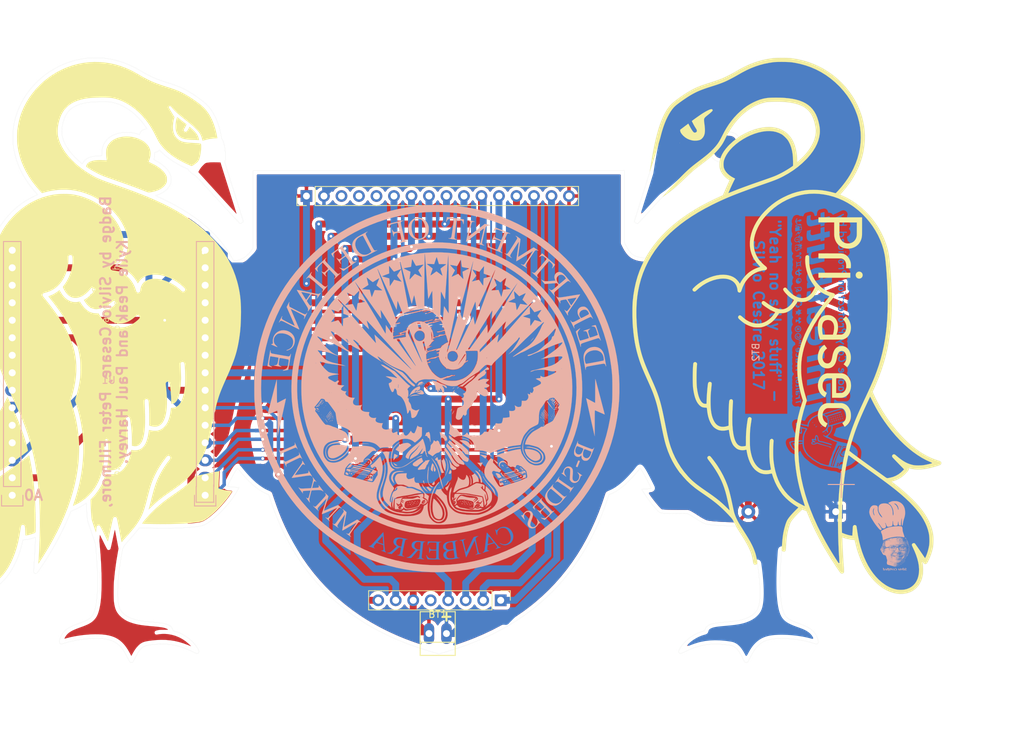
<source format=kicad_pcb>
(kicad_pcb (version 4) (host pcbnew 4.0.4+e1-6308~48~ubuntu16.04.1-stable)
  (layers (0 F.Cu signal hide) (31 B.Cu signal) (34 B.Paste user hide) (35 F.Paste user hide) (36 B.SilkS user) (37 F.SilkS user hide) (38 B.Mask user) (39 F.Mask user) (44 Edge.Cuts user))
  (net 0 "")
  (net 1 GND)
  (net 2 +3V3)
  (net 3 LCD_BACKLIGHT)
  (net 4 HCS)
  (net 5 HMOSI)
  (net 6 HMISO)
  (net 7 HSCLK)
  (net 8 RFID_SS_PIN)
  (net 9 LCD_DC_SELECT)
  (net 10 LCD_RESET)
  (net 11 ADC0)
  (net 12 VUSB)
  (net 13 RFID_RST_PIN)
  (net 14 SD_CS)
  (net 15 MOSI)
  (net 16 CS)
  (net 17 MISO)
  (net 18 SCLK)
  (net 19 EN)
  (net 20 RST)
  (net 21 "Net-(U2-Pad3)")
  (net 22 "Net-(U2-Pad5)")
  (net 23 "Net-(U3-Pad5)")
  (net 24 TXD0)
  (net 25 "Net-(U1-Pad4)")
  (net 26 "Net-(U1-Pad5)")
  (net 27 "Net-(U2-Pad4)")
  (module Connect:PINHEAD1-2 (layer F.Cu) (at 152.654 141.478 180)
    (fp_text reference BT1 (at 0 2.794 180) (layer F.SilkS))
    (fp_text value Battery)
    (pad 1 thru_hole oval (at -1.27 0 180) (size 1.50622 3.01498) (drill 0.99822) (layers *.Cu *.Mask) (net 12 VUSB))
    (pad 2 thru_hole oval (at 1.27 0 180) (size 1.50622 3.01498) (drill 0.99822) (layers *.Cu *.Mask) (net 1 GND))
  )
  (module bsidesbadge:NodeMCU_ThroughHole (layer B.Cu) (at 104.902 121.412)
    (fp_text reference U1 (at 0 -16.7) (layer B.SilkS) (effects (justify mirror)))
    (fp_text value NODEMCU_PART)
    (pad 16 thru_hole oval (at 14 -35.56) (size 2.032 1.7272) (drill 1.016) (layers *.Cu *.Mask) (net 2 +3V3))
    (pad 17 thru_hole oval (at 14 -33.02) (size 2.032 1.7272) (drill 1.016) (layers *.Cu *.Mask) (net 1 GND))
    (pad 18 thru_hole oval (at 14 -30.48) (size 2.032 1.7272) (drill 1.016) (layers *.Cu *.Mask) (net 24 TXD0))
    (pad 19 thru_hole oval (at 14 -27.94) (size 2.032 1.7272) (drill 1.016) (layers *.Cu *.Mask) (net 14 SD_CS))
    (pad 20 thru_hole oval (at 14 -25.4) (size 2.032 1.7272) (drill 1.016) (layers *.Cu *.Mask) (net 4 HCS))
    (pad 21 thru_hole oval (at 14 -22.86) (size 2.032 1.7272) (drill 1.016) (layers *.Cu *.Mask) (net 5 HMOSI))
    (pad 22 thru_hole oval (at 14 -20.32) (size 2.032 1.7272) (drill 1.016) (layers *.Cu *.Mask) (net 6 HMISO))
    (pad 23 thru_hole oval (at 14 -17.78) (size 2.032 1.7272) (drill 1.016) (layers *.Cu *.Mask) (net 7 HSCLK))
    (pad 24 thru_hole oval (at 14 -15.24) (size 2.032 1.7272) (drill 1.016) (layers *.Cu *.Mask) (net 1 GND))
    (pad 25 thru_hole oval (at 14 -12.7) (size 2.032 1.7272) (drill 1.016) (layers *.Cu *.Mask) (net 2 +3V3))
    (pad 26 thru_hole oval (at 14 -10.16) (size 2.032 1.7272) (drill 1.016) (layers *.Cu *.Mask) (net 13 RFID_RST_PIN))
    (pad 27 thru_hole oval (at 14 -7.62) (size 2.032 1.7272) (drill 1.016) (layers *.Cu *.Mask) (net 8 RFID_SS_PIN))
    (pad 28 thru_hole oval (at 14 -5.08) (size 2.032 1.7272) (drill 1.016) (layers *.Cu *.Mask) (net 9 LCD_DC_SELECT))
    (pad 29 thru_hole oval (at 14 -2.54) (size 2.032 1.7272) (drill 1.016) (layers *.Cu *.Mask) (net 3 LCD_BACKLIGHT))
    (pad 30 thru_hole oval (at 14 0) (size 2.032 1.7272) (drill 1.016) (layers *.Cu *.Mask) (net 10 LCD_RESET))
    (pad 1 thru_hole rect (at -14 0) (size 2.032 1.7272) (drill 1.016) (layers *.Cu *.Mask) (net 11 ADC0))
    (pad 2 thru_hole oval (at -14 -2.54) (size 2.032 1.7272) (drill 1.016) (layers *.Cu *.Mask) (net 1 GND))
    (pad 3 thru_hole oval (at -14 -5.08) (size 2.032 1.7272) (drill 1.016) (layers *.Cu *.Mask) (net 12 VUSB))
    (pad 4 thru_hole oval (at -14 -7.62) (size 2.032 1.7272) (drill 1.016) (layers *.Cu *.Mask) (net 25 "Net-(U1-Pad4)"))
    (pad 5 thru_hole oval (at -14 -10.16) (size 2.032 1.7272) (drill 1.016) (layers *.Cu *.Mask) (net 26 "Net-(U1-Pad5)"))
    (pad 6 thru_hole oval (at -14 -12.7) (size 2.032 1.7272) (drill 1.016) (layers *.Cu *.Mask) (net 15 MOSI))
    (pad 7 thru_hole oval (at -14 -15.24) (size 2.032 1.7272) (drill 1.016) (layers *.Cu *.Mask) (net 16 CS))
    (pad 8 thru_hole oval (at -14 -17.78) (size 2.032 1.7272) (drill 1.016) (layers *.Cu *.Mask) (net 17 MISO))
    (pad 9 thru_hole oval (at -14 -20.32) (size 2.032 1.7272) (drill 1.016) (layers *.Cu *.Mask) (net 18 SCLK))
    (pad 10 thru_hole oval (at -14 -22.86) (size 2.032 1.7272) (drill 1.016) (layers *.Cu *.Mask) (net 1 GND))
    (pad 11 thru_hole oval (at -14 -25.4) (size 2.032 1.7272) (drill 1.016) (layers *.Cu *.Mask) (net 2 +3V3))
    (pad 12 thru_hole oval (at -14 -27.94) (size 2.032 1.7272) (drill 1.016) (layers *.Cu *.Mask) (net 19 EN))
    (pad 13 thru_hole oval (at -14 -30.48) (size 2.032 1.7272) (drill 1.016) (layers *.Cu *.Mask) (net 20 RST))
    (pad 14 thru_hole oval (at -14 -33.02) (size 2.032 1.7272) (drill 1.016) (layers *.Cu *.Mask) (net 1 GND))
    (pad 15 thru_hole oval (at -14 -35.56) (size 2.032 1.7272) (drill 1.016) (layers *.Cu *.Mask) (net 12 VUSB))
  )
  (module Pin_Headers:Pin_Header_Straight_1x16_Pitch2.54mm (layer F.Cu) (at 133.604 77.978 90)
    (fp_text reference U2 hide)
    (fp_text value LCD_Display_Module_KMR18)
    (pad 1 thru_hole rect (at 0 0 90) (size 1.7 1.7) (drill 1) (layers *.Cu *.Mask) (net 1 GND))
    (pad 2 thru_hole oval (at 0 2.54 90) (size 1.7 1.7) (drill 1) (layers *.Cu *.Mask) (net 12 VUSB))
    (pad 3 thru_hole oval (at 0 5.08 90) (size 1.7 1.7) (drill 1) (layers *.Cu *.Mask) (net 21 "Net-(U2-Pad3)"))
    (pad 4 thru_hole oval (at 0 7.62 90) (size 1.7 1.7) (drill 1) (layers *.Cu *.Mask) (net 27 "Net-(U2-Pad4)"))
    (pad 5 thru_hole oval (at 0 10.16 90) (size 1.7 1.7) (drill 1) (layers *.Cu *.Mask) (net 22 "Net-(U2-Pad5)"))
    (pad 6 thru_hole oval (at 0 12.7 90) (size 1.7 1.7) (drill 1) (layers *.Cu *.Mask) (net 10 LCD_RESET))
    (pad 7 thru_hole oval (at 0 15.24 90) (size 1.7 1.7) (drill 1) (layers *.Cu *.Mask) (net 9 LCD_DC_SELECT))
    (pad 8 thru_hole oval (at 0 17.78 90) (size 1.7 1.7) (drill 1) (layers *.Cu *.Mask) (net 5 HMOSI))
    (pad 9 thru_hole oval (at 0 20.32 90) (size 1.7 1.7) (drill 1) (layers *.Cu *.Mask) (net 7 HSCLK))
    (pad 10 thru_hole oval (at 0 22.86 90) (size 1.7 1.7) (drill 1) (layers *.Cu *.Mask) (net 4 HCS))
    (pad 11 thru_hole oval (at 0 25.4 90) (size 1.7 1.7) (drill 1) (layers *.Cu *.Mask) (net 7 HSCLK))
    (pad 12 thru_hole oval (at 0 27.94 90) (size 1.7 1.7) (drill 1) (layers *.Cu *.Mask) (net 6 HMISO))
    (pad 13 thru_hole oval (at 0 30.48 90) (size 1.7 1.7) (drill 1) (layers *.Cu *.Mask) (net 5 HMOSI))
    (pad 14 thru_hole oval (at 0 33.02 90) (size 1.7 1.7) (drill 1) (layers *.Cu *.Mask) (net 14 SD_CS))
    (pad 15 thru_hole oval (at 0 35.56 90) (size 1.7 1.7) (drill 1) (layers *.Cu *.Mask) (net 3 LCD_BACKLIGHT))
    (pad 16 thru_hole oval (at 0 38.1 90) (size 1.7 1.7) (drill 1) (layers *.Cu *.Mask) (net 1 GND))
  )
  (module Pin_Headers:Pin_Header_Straight_1x08_Pitch2.54mm (layer F.Cu) (at 161.798 136.652 270)
    (fp_text reference U3 hide)
    (fp_text value RFID_READER)
    (pad 1 thru_hole rect (at 0 0 270) (size 1.7 1.7) (drill 1) (layers *.Cu *.Mask) (net 8 RFID_SS_PIN))
    (pad 2 thru_hole oval (at 0 2.54 270) (size 1.7 1.7) (drill 1) (layers *.Cu *.Mask) (net 7 HSCLK))
    (pad 3 thru_hole oval (at 0 5.08 270) (size 1.7 1.7) (drill 1) (layers *.Cu *.Mask) (net 5 HMOSI))
    (pad 4 thru_hole oval (at 0 7.62 270) (size 1.7 1.7) (drill 1) (layers *.Cu *.Mask) (net 6 HMISO))
    (pad 5 thru_hole oval (at 0 10.16 270) (size 1.7 1.7) (drill 1) (layers *.Cu *.Mask) (net 23 "Net-(U3-Pad5)"))
    (pad 6 thru_hole oval (at 0 12.7 270) (size 1.7 1.7) (drill 1) (layers *.Cu *.Mask) (net 1 GND))
    (pad 7 thru_hole oval (at 0 15.24 270) (size 1.7 1.7) (drill 1) (layers *.Cu *.Mask) (net 13 RFID_RST_PIN))
    (pad 8 thru_hole oval (at 0 17.78 270) (size 1.7 1.7) (drill 1) (layers *.Cu *.Mask) (net 2 +3V3))
  )
  (module bsidesbadge:Swans (layer F.Cu) (at 152.781 100.457)
    (fp_text reference "" (at 0 0) (layer F.SilkS))
    (fp_text value "" (at 0 0) (layer F.SilkS))
    (fp_poly (pts (xy 50.127493 -42.552093) (xy 50.395839 -42.548829) (xy 50.644816 -42.543379) (xy 50.864707 -42.535742) (xy 51.045798 -42.525919) (xy 51.178373 -42.513909) (xy 51.179541 -42.513763) (xy 52.034958 -42.379371) (xy 52.862394 -42.194429) (xy 53.664548 -41.958069) (xy 54.444117 -41.669422) (xy 55.2038 -41.327621) (xy 55.748232 -41.043561) (xy 55.943558 -40.93054) (xy 56.171672 -40.790284) (xy 56.419388 -40.631558) (xy 56.673521 -40.463127) (xy 56.920886 -40.293756) (xy 57.148297 -40.132209) (xy 57.342568 -39.987251) (xy 57.373384 -39.963296) (xy 58.011033 -39.428651) (xy 58.606365 -38.857732) (xy 59.157788 -38.253041) (xy 59.663713 -37.617083) (xy 60.122549 -36.952361) (xy 60.532706 -36.261381) (xy 60.892592 -35.546645) (xy 61.200618 -34.810657) (xy 61.455192 -34.055923) (xy 61.654725 -33.284945) (xy 61.674919 -33.191335) (xy 61.784802 -32.560615) (xy 61.856172 -31.900106) (xy 61.888634 -31.224252) (xy 61.881793 -30.547498) (xy 61.835254 -29.884286) (xy 61.777809 -29.428966) (xy 61.629447 -28.644016) (xy 61.423784 -27.868809) (xy 61.161226 -27.104176) (xy 60.842176 -26.350948) (xy 60.467042 -25.609953) (xy 60.036228 -24.882023) (xy 59.55014 -24.167986) (xy 59.009182 -23.468674) (xy 58.675794 -23.076237) (xy 58.570318 -22.954623) (xy 58.480033 -22.847723) (xy 58.411383 -22.763395) (xy 58.37081 -22.709497) (xy 58.362545 -22.69429) (xy 58.388127 -22.673829) (xy 58.456792 -22.636712) (xy 58.557617 -22.588483) (xy 58.661798 -22.542317) (xy 59.067507 -22.354126) (xy 59.494338 -22.129945) (xy 59.926345 -21.878902) (xy 60.34758 -21.610121) (xy 60.620399 -21.421397) (xy 61.241875 -20.94233) (xy 61.831604 -20.419581) (xy 62.387013 -19.857113) (xy 62.905529 -19.258889) (xy 63.384578 -18.628872) (xy 63.821587 -17.971028) (xy 64.213982 -17.289317) (xy 64.559189 -16.587705) (xy 64.854636 -15.870155) (xy 65.097749 -15.140629) (xy 65.285954 -14.403091) (xy 65.335356 -14.159771) (xy 65.365198 -13.997413) (xy 65.391053 -13.843043) (xy 65.414281 -13.685966) (xy 65.436241 -13.515484) (xy 65.458295 -13.320902) (xy 65.481802 -13.091522) (xy 65.508123 -12.816649) (xy 65.513554 -12.758391) (xy 65.622698 -11.46996) (xy 65.705858 -10.231097) (xy 65.762985 -9.039057) (xy 65.794027 -7.891092) (xy 65.798932 -6.784453) (xy 65.777649 -5.716394) (xy 65.730127 -4.684168) (xy 65.656315 -3.685027) (xy 65.55616 -2.716223) (xy 65.429613 -1.775009) (xy 65.293043 -0.948851) (xy 65.103151 -0.005853) (xy 64.872949 0.938111) (xy 64.60074 1.888359) (xy 64.284824 2.850208) (xy 63.923504 3.828974) (xy 63.515081 4.829976) (xy 63.263126 5.406776) (xy 63.027387 5.934367) (xy 63.108405 6.127586) (xy 63.188164 6.310067) (xy 63.289696 6.530442) (xy 63.406555 6.775485) (xy 63.532298 7.03197) (xy 63.660478 7.286671) (xy 63.784649 7.526362) (xy 63.848677 7.64659) (xy 64.319488 8.477174) (xy 64.824626 9.286635) (xy 65.360405 10.07051) (xy 65.923137 10.824339) (xy 66.509136 11.54366) (xy 67.114714 12.224014) (xy 67.736184 12.860939) (xy 68.36986 13.449973) (xy 69.012055 13.986656) (xy 69.224405 14.150895) (xy 69.790471 14.554838) (xy 70.371839 14.921287) (xy 70.961338 15.246492) (xy 71.551797 15.526706) (xy 72.136045 15.758179) (xy 72.565173 15.897347) (xy 72.740613 15.957237) (xy 72.864111 16.021735) (xy 72.942107 16.096416) (xy 72.981042 16.186854) (xy 72.988506 16.263749) (xy 72.985333 16.350188) (xy 72.971483 16.42023) (xy 72.940462 16.478544) (xy 72.885776 16.529799) (xy 72.800931 16.578663) (xy 72.679432 16.629806) (xy 72.514786 16.687897) (xy 72.302414 16.756991) (xy 71.695566 16.934682) (xy 71.113214 17.072556) (xy 70.558033 17.170339) (xy 70.032698 17.227757) (xy 69.539883 17.244536) (xy 69.082261 17.220403) (xy 68.662507 17.155083) (xy 68.58545 17.137561) (xy 68.445401 17.104528) (xy 68.352498 17.08665) (xy 68.297066 17.085628) (xy 68.26943 17.103162) (xy 68.259915 17.140955) (xy 68.258851 17.194983) (xy 68.254384 17.251651) (xy 68.23661 17.306669) (xy 68.198967 17.371473) (xy 68.134897 17.4575) (xy 68.045302 17.567225) (xy 67.70347 17.936359) (xy 67.334491 18.255637) (xy 66.940259 18.523746) (xy 66.522668 18.739373) (xy 66.149546 18.880802) (xy 66.037705 18.919663) (xy 65.950731 18.955826) (xy 65.901056 18.983824) (xy 65.894087 18.993166) (xy 65.916062 19.019881) (xy 65.97731 19.076088) (xy 66.070754 19.155765) (xy 66.189317 19.25289) (xy 66.325919 19.361443) (xy 66.339253 19.371878) (xy 67.074056 19.961771) (xy 67.752857 20.539457) (xy 68.376499 21.106065) (xy 68.945829 21.662721) (xy 69.461691 22.210555) (xy 69.92493 22.750695) (xy 70.336391 23.284268) (xy 70.69692 23.812404) (xy 71.00736 24.336229) (xy 71.268557 24.856873) (xy 71.481356 25.375463) (xy 71.646603 25.893128) (xy 71.765141 26.410995) (xy 71.807541 26.673097) (xy 71.830657 26.901253) (xy 71.843676 27.169443) (xy 71.846953 27.46166) (xy 71.840843 27.761898) (xy 71.825698 28.054151) (xy 71.801873 28.322413) (xy 71.769722 28.550679) (xy 71.765492 28.57372) (xy 71.657334 29.039937) (xy 71.507686 29.523254) (xy 71.322488 30.006717) (xy 71.107683 30.473371) (xy 71.082284 30.523374) (xy 70.998438 30.682614) (xy 70.930945 30.796312) (xy 70.87187 30.872027) (xy 70.813278 30.917316) (xy 70.747232 30.939737) (xy 70.665797 30.946848) (xy 70.637358 30.947126) (xy 70.535884 30.942907) (xy 70.468437 30.924608) (xy 70.410923 30.883763) (xy 70.384314 30.85823) (xy 70.327441 30.807072) (xy 70.288708 30.78273) (xy 70.281623 30.783128) (xy 70.27932 30.816179) (xy 70.284516 30.893528) (xy 70.296123 31.001716) (xy 70.30479 31.069093) (xy 70.324417 31.267052) (xy 70.336069 31.50115) (xy 70.33989 31.754462) (xy 70.336023 32.010062) (xy 70.324613 32.251024) (xy 70.305805 32.460424) (xy 70.292122 32.557426) (xy 70.191762 33.004707) (xy 70.04655 33.419429) (xy 69.85784 33.79923) (xy 69.626984 34.141749) (xy 69.355337 34.444624) (xy 69.073729 34.683871) (xy 68.727917 34.90506) (xy 68.353482 35.077519) (xy 67.954421 35.200943) (xy 67.534732 35.27503) (xy 67.098414 35.299477) (xy 66.649465 35.273981) (xy 66.191883 35.198239) (xy 65.729666 35.071949) (xy 65.423243 34.960454) (xy 64.928125 34.731566) (xy 64.445585 34.447678) (xy 63.977867 34.11126) (xy 63.527217 33.724782) (xy 63.095879 33.290713) (xy 62.686099 32.811523) (xy 62.30012 32.289682) (xy 61.940187 31.72766) (xy 61.608546 31.127925) (xy 61.307442 30.492947) (xy 61.257813 30.377816) (xy 61.114141 30.028062) (xy 60.982488 29.681838) (xy 60.859799 29.329372) (xy 60.743018 28.960889) (xy 60.62909 28.566617) (xy 60.514959 28.136782) (xy 60.397571 27.661613) (xy 60.362448 27.513792) (xy 60.350819 27.48565) (xy 60.324423 27.466315) (xy 60.272312 27.452953) (xy 60.183539 27.44273) (xy 60.050439 27.433027) (xy 59.665349 27.389146) (xy 59.2705 27.310105) (xy 58.919343 27.209567) (xy 58.804623 27.171723) (xy 58.711759 27.142193) (xy 58.653934 27.125116) (xy 58.641958 27.122528) (xy 58.632802 27.150936) (xy 58.627596 27.233304) (xy 58.626145 27.365347) (xy 58.628254 27.542782) (xy 58.633729 27.761326) (xy 58.642374 28.016694) (xy 58.653994 28.304603) (xy 58.668395 28.620768) (xy 58.685381 28.960907) (xy 58.704758 29.320735) (xy 58.72633 29.695968) (xy 58.749903 30.082323) (xy 58.775281 30.475516) (xy 58.80227 30.871263) (xy 58.830234 31.259349) (xy 58.845141 31.472283) (xy 58.857276 31.669177) (xy 58.866251 31.841608) (xy 58.871678 31.981153) (xy 58.873169 32.079388) (xy 58.870334 32.12789) (xy 58.870307 32.127998) (xy 58.817789 32.226745) (xy 58.72486 32.302514) (xy 58.608427 32.343485) (xy 58.556439 32.347471) (xy 58.46169 32.33804) (xy 58.381507 32.316021) (xy 58.368899 32.309944) (xy 58.318408 32.265321) (xy 58.241042 32.174362) (xy 58.1394 32.041137) (xy 58.016084 31.869717) (xy 57.873692 31.66417) (xy 57.714825 31.428567) (xy 57.542083 31.166978) (xy 57.358066 30.883471) (xy 57.165375 30.582117) (xy 56.96661 30.266986) (xy 56.76437 29.942147) (xy 56.561255 29.61167) (xy 56.359867 29.279625) (xy 56.162805 28.950081) (xy 55.972669 28.627108) (xy 55.792059 28.314777) (xy 55.623576 28.017156) (xy 55.604948 27.983793) (xy 55.046026 26.941575) (xy 54.50893 25.858768) (xy 53.991094 24.729998) (xy 53.495823 23.564244) (xy 53.383793 23.290442) (xy 53.091839 23.17758) (xy 52.972106 23.131557) (xy 52.874544 23.094552) (xy 52.810696 23.070912) (xy 52.791668 23.064543) (xy 52.76228 23.084137) (xy 52.698927 23.138934) (xy 52.608383 23.222308) (xy 52.497422 23.32763) (xy 52.372817 23.448274) (xy 52.241344 23.577612) (xy 52.109776 23.709017) (xy 51.984887 23.835862) (xy 51.873452 23.95152) (xy 51.782243 24.049363) (xy 51.761473 24.072417) (xy 51.573821 24.28603) (xy 51.421759 24.468136) (xy 51.299316 24.628242) (xy 51.200522 24.775858) (xy 51.119408 24.920492) (xy 51.050004 25.071654) (xy 50.986341 25.238853) (xy 50.937188 25.385402) (xy 50.824437 25.75881) (xy 50.728957 26.128604) (xy 50.649078 26.504863) (xy 50.583131 26.897668) (xy 50.529447 27.317097) (xy 50.486358 27.77323) (xy 50.452193 28.276148) (xy 50.448942 28.334138) (xy 50.437497 28.518193) (xy 50.424538 28.68686) (xy 50.411061 28.829707) (xy 50.398064 28.936305) (xy 50.386543 28.996223) (xy 50.385335 28.99971) (xy 50.336052 29.073023) (xy 50.271821 29.12379) (xy 50.169201 29.156656) (xy 50.054351 29.164078) (xy 49.952254 29.146086) (xy 49.907822 29.123342) (xy 49.856505 29.089348) (xy 49.826746 29.091146) (xy 49.809342 29.13655) (xy 49.79713 29.217298) (xy 49.788414 29.301867) (xy 49.777126 29.436811) (xy 49.763767 29.614199) (xy 49.748836 29.826095) (xy 49.732837 30.064567) (xy 49.71627 30.321681) (xy 49.699636 30.589503) (xy 49.683437 30.860099) (xy 49.668173 31.125537) (xy 49.654346 31.377882) (xy 49.642458 31.609202) (xy 49.633009 31.811561) (xy 49.632532 31.822577) (xy 49.622441 32.103618) (xy 49.614551 32.420394) (xy 49.608861 32.762675) (xy 49.605372 33.120231) (xy 49.604081 33.482831) (xy 49.604989 33.840243) (xy 49.608094 34.182238) (xy 49.613397 34.498584) (xy 49.620896 34.779052) (xy 49.630591 35.01341) (xy 49.632753 35.05314) (xy 49.673766 35.635916) (xy 49.727471 36.172123) (xy 49.793551 36.66018) (xy 49.871688 37.09851) (xy 49.961568 37.485534) (xy 50.062873 37.819672) (xy 50.175286 38.099346) (xy 50.283472 38.299665) (xy 50.401792 38.467801) (xy 50.537881 38.621658) (xy 50.697069 38.764559) (xy 50.884686 38.899825) (xy 51.106059 39.030779) (xy 51.366518 39.160742) (xy 51.671393 39.293035) (xy 52.026012 39.43098) (xy 52.20138 39.495116) (xy 52.470192 39.592395) (xy 52.692653 39.674373) (xy 52.877654 39.744649) (xy 53.03409 39.806824) (xy 53.170855 39.8645) (xy 53.296842 39.921278) (xy 53.420946 39.980757) (xy 53.507532 40.023944) (xy 53.887915 40.242088) (xy 54.216979 40.487077) (xy 54.496038 40.760469) (xy 54.726403 41.063819) (xy 54.909385 41.398681) (xy 55.046297 41.766612) (xy 55.07978 41.888376) (xy 55.119832 42.056993) (xy 55.141841 42.182484) (xy 55.146406 42.27706) (xy 55.134129 42.352927) (xy 55.10602 42.421503) (xy 55.04597 42.502296) (xy 54.962561 42.550414) (xy 54.850047 42.566201) (xy 54.702684 42.549999) (xy 54.514723 42.502151) (xy 54.395956 42.463831) (xy 53.828944 42.290176) (xy 53.217539 42.13868) (xy 52.571985 42.010911) (xy 51.902526 41.908437) (xy 51.219409 41.832826) (xy 50.532878 41.785645) (xy 49.853179 41.768461) (xy 49.85115 41.768456) (xy 49.332686 41.776143) (xy 48.864918 41.802756) (xy 48.442808 41.849812) (xy 48.061316 41.918825) (xy 47.715404 42.011312) (xy 47.400033 42.128789) (xy 47.110164 42.272771) (xy 46.840758 42.444775) (xy 46.586778 42.646317) (xy 46.42087 42.800459) (xy 46.274054 42.950142) (xy 46.139523 43.099746) (xy 46.012632 43.256238) (xy 45.888739 43.426583) (xy 45.763201 43.617747) (xy 45.631373 43.836694) (xy 45.488614 44.09039) (xy 45.330279 44.3858) (xy 45.209495 44.617643) (xy 45.118873 44.789105) (xy 45.033367 44.943408) (xy 44.95794 45.072132) (xy 44.897554 45.16686) (xy 44.857172 45.219175) (xy 44.852398 45.223447) (xy 44.761299 45.266371) (xy 44.64659 45.282888) (xy 44.53265 45.272554) (xy 44.443858 45.234925) (xy 44.438876 45.230977) (xy 44.408272 45.190533) (xy 44.356906 45.105874) (xy 44.289409 44.985364) (xy 44.210412 44.837368) (xy 44.124545 44.670251) (xy 44.08735 44.595977) (xy 43.889981 44.214464) (xy 43.702281 43.886156) (xy 43.520667 43.607391) (xy 43.341558 43.374504) (xy 43.161372 43.183834) (xy 42.976528 43.031718) (xy 42.783443 42.914493) (xy 42.578535 42.828497) (xy 42.358224 42.770066) (xy 42.289541 42.757521) (xy 41.543683 42.652328) (xy 40.832894 42.590462) (xy 40.152884 42.572121) (xy 39.499361 42.597504) (xy 38.868034 42.666807) (xy 38.254611 42.780227) (xy 37.654802 42.937963) (xy 37.53069 42.976571) (xy 37.248647 43.070264) (xy 36.974213 43.16943) (xy 36.69601 43.278733) (xy 36.402658 43.402838) (xy 36.082781 43.54641) (xy 35.724998 43.714114) (xy 35.683771 43.733789) (xy 35.503326 43.819186) (xy 35.366708 43.881308) (xy 35.265621 43.923196) (xy 35.191767 43.947886) (xy 35.136846 43.958418) (xy 35.092562 43.95783) (xy 35.078082 43.955568) (xy 34.946379 43.906607) (xy 34.857204 43.817861) (xy 34.811839 43.690689) (xy 34.809167 43.670885) (xy 34.805079 43.60288) (xy 34.812887 43.53986) (xy 34.837195 43.467064) (xy 34.882608 43.369731) (xy 34.934263 43.269902) (xy 35.11769 42.963667) (xy 35.346615 42.649463) (xy 35.611305 42.338265) (xy 35.902028 42.041052) (xy 36.20905 41.768801) (xy 36.392069 41.625683) (xy 36.783029 41.358614) (xy 37.19687 41.118871) (xy 37.619933 40.913341) (xy 38.03856 40.748909) (xy 38.282586 40.672656) (xy 38.579601 40.589572) (xy 38.613939 40.454969) (xy 38.699716 40.233719) (xy 38.837248 40.039416) (xy 39.026456 39.872122) (xy 39.267262 39.731902) (xy 39.559586 39.618817) (xy 39.713898 39.575276) (xy 39.8479 39.543341) (xy 39.989241 39.514199) (xy 40.14455 39.486983) (xy 40.320456 39.460826) (xy 40.523589 39.43486) (xy 40.760578 39.408219) (xy 41.038052 39.380037) (xy 41.362641 39.349446) (xy 41.614264 39.326771) (xy 42.062354 39.285242) (xy 42.458493 39.244557) (xy 42.80909 39.203641) (xy 43.120553 39.161422) (xy 43.39929 39.116826) (xy 43.651711 39.068782) (xy 43.884223 39.016215) (xy 44.103235 38.958052) (xy 44.315156 38.893221) (xy 44.426666 38.855832) (xy 44.856336 38.68476) (xy 45.241215 38.483773) (xy 45.579305 38.254267) (xy 45.86861 37.997636) (xy 46.107135 37.715276) (xy 46.152899 37.649392) (xy 46.283137 37.411815) (xy 46.392004 37.120445) (xy 46.479504 36.77522) (xy 46.545641 36.376079) (xy 46.59042 35.922961) (xy 46.613844 35.415807) (xy 46.615917 34.854554) (xy 46.596643 34.239142) (xy 46.556027 33.56951) (xy 46.494072 32.845598) (xy 46.478675 32.689893) (xy 46.46311 32.542522) (xy 46.44359 32.368066) (xy 46.421161 32.174874) (xy 46.396868 31.971295) (xy 46.371754 31.76568) (xy 46.346867 31.566378) (xy 46.323249 31.38174) (xy 46.301947 31.220116) (xy 46.284006 31.089854) (xy 46.270469 30.999305) (xy 46.262382 30.95682) (xy 46.261545 30.954866) (xy 46.235083 30.962833) (xy 46.17455 30.990912) (xy 46.141342 31.007799) (xy 46.002288 31.053519) (xy 45.869977 31.046778) (xy 45.754693 30.988921) (xy 45.715935 30.952087) (xy 45.665355 30.878413) (xy 45.634229 30.784065) (xy 45.618373 30.680226) (xy 45.566407 30.313711) (xy 45.490678 29.949587) (xy 45.388989 29.582625) (xy 45.259141 29.207597) (xy 45.098939 28.819275) (xy 44.906184 28.412431) (xy 44.67868 27.981836) (xy 44.41423 27.522262) (xy 44.110636 27.028481) (xy 44.031232 26.903563) (xy 43.9074 26.70936) (xy 43.771936 26.496034) (xy 43.636058 26.281306) (xy 43.51098 26.082896) (xy 43.421411 25.940115) (xy 43.33127 25.796743) (xy 43.250779 25.670208) (xy 43.185425 25.569022) (xy 43.140698 25.501695) (xy 43.12299 25.477436) (xy 43.088789 25.470626) (xy 43.003381 25.462935) (xy 42.873934 25.45474) (xy 42.707618 25.446418) (xy 42.511604 25.438345) (xy 42.293059 25.430899) (xy 42.168449 25.427278) (xy 41.744882 25.4135) (xy 41.322274 25.395557) (xy 40.907693 25.373965) (xy 40.508207 25.349242) (xy 40.130886 25.321904) (xy 39.782798 25.29247) (xy 39.47101 25.261456) (xy 39.202593 25.229378) (xy 38.984615 25.196755) (xy 38.961265 25.192665) (xy 38.816026 25.160681) (xy 38.665141 25.114394) (xy 38.503102 25.050985) (xy 38.324402 24.967632) (xy 38.123535 24.861517) (xy 37.894991 24.729819) (xy 37.633265 24.569719) (xy 37.332848 24.378397) (xy 37.191255 24.286384) (xy 37.009206 24.169018) (xy 36.827998 24.054938) (xy 36.658269 23.950641) (xy 36.510661 23.862622) (xy 36.395811 23.797376) (xy 36.355056 23.775859) (xy 36.113675 23.653776) (xy 34.413562 23.638821) (xy 33.997322 23.634998) (xy 33.634949 23.630871) (xy 33.321922 23.625715) (xy 33.053717 23.618808) (xy 32.825814 23.609426) (xy 32.63369 23.596845) (xy 32.472823 23.580343) (xy 32.338691 23.559196) (xy 32.226772 23.532681) (xy 32.132544 23.500074) (xy 32.051485 23.460652) (xy 31.979073 23.413692) (xy 31.910786 23.35847) (xy 31.842101 23.294262) (xy 31.768497 23.220347) (xy 31.763097 23.214844) (xy 31.560934 22.999537) (xy 31.33577 22.743356) (xy 31.094868 22.455361) (xy 30.845494 22.144612) (xy 30.594911 21.820169) (xy 30.350383 21.491093) (xy 30.119176 21.166443) (xy 30.109192 21.152069) (xy 30.002592 20.99554) (xy 29.89348 20.830217) (xy 29.786728 20.664032) (xy 29.687208 20.504914) (xy 29.599793 20.360793) (xy 29.529356 20.2396) (xy 29.480768 20.149265) (xy 29.458902 20.097718) (xy 29.458161 20.092481) (xy 29.469924 20.072432) (xy 29.509768 20.056197) (xy 29.584529 20.042707) (xy 29.701042 20.030891) (xy 29.866141 20.019677) (xy 29.954483 20.014736) (xy 30.131517 20.003187) (xy 30.306127 19.988097) (xy 30.467879 19.970753) (xy 30.606335 19.952441) (xy 30.711062 19.934449) (xy 30.771624 19.918062) (xy 30.780516 19.912888) (xy 30.772493 19.88345) (xy 30.740608 19.808875) (xy 30.688158 19.695715) (xy 30.618442 19.550522) (xy 30.53476 19.379847) (xy 30.440409 19.190243) (xy 30.338688 18.988261) (xy 30.232895 18.780454) (xy 30.12633 18.573372) (xy 30.022291 18.373569) (xy 29.924076 18.187596) (xy 29.834985 18.022004) (xy 29.762177 17.890204) (xy 29.673863 17.737753) (xy 29.580904 17.585106) (xy 29.488849 17.440549) (xy 29.403246 17.312362) (xy 29.329645 17.208831) (xy 29.273594 17.138238) (xy 29.240644 17.108866) (xy 29.238506 17.108505) (xy 29.204802 17.13057) (xy 29.151891 17.187663) (xy 29.106066 17.247183) (xy 28.966038 17.43224) (xy 28.78984 17.64824) (xy 28.584898 17.887281) (xy 28.358638 18.141463) (xy 28.118486 18.402885) (xy 27.871868 18.663646) (xy 27.626211 18.915845) (xy 27.388941 19.151582) (xy 27.167484 19.362955) (xy 26.969266 19.542063) (xy 26.869514 19.626699) (xy 26.486427 19.930305) (xy 26.127686 20.18954) (xy 25.785917 20.409061) (xy 25.453749 20.593521) (xy 25.123809 20.747578) (xy 25.038527 20.782805) (xy 24.752292 20.897992) (xy 24.481578 21.711122) (xy 23.993616 23.09365) (xy 23.463698 24.435979) (xy 22.891887 25.738007) (xy 22.278243 26.999634) (xy 21.622828 28.220757) (xy 20.925705 29.401276) (xy 20.186934 30.541088) (xy 19.406578 31.640092) (xy 18.584697 32.698187) (xy 17.721355 33.715272) (xy 16.816612 34.691244) (xy 16.239898 35.270775) (xy 15.28172 36.169239) (xy 14.287648 37.025066) (xy 13.256707 37.838853) (xy 12.187926 38.611196) (xy 11.08033 39.342691) (xy 9.932948 40.033936) (xy 8.744806 40.685527) (xy 7.514931 41.29806) (xy 6.24235 41.872133) (xy 4.92609 42.408341) (xy 4.087357 42.722141) (xy 3.911712 42.784595) (xy 3.701558 42.857455) (xy 3.46227 42.938991) (xy 3.199224 43.02747) (xy 2.917797 43.121163) (xy 2.623364 43.218338) (xy 2.321302 43.317264) (xy 2.016986 43.41621) (xy 1.715794 43.513444) (xy 1.423101 43.607236) (xy 1.144284 43.695855) (xy 0.884718 43.77757) (xy 0.64978 43.850649) (xy 0.444845 43.913362) (xy 0.275291 43.963977) (xy 0.146492 44.000763) (xy 0.063827 44.02199) (xy 0.03592 44.026666) (xy -0.00719 44.017867) (xy -0.100574 43.992558) (xy -0.239003 43.952367) (xy -0.417249 43.898926) (xy -0.630084 43.833864) (xy -0.87228 43.758812) (xy -1.138608 43.675401) (xy -1.423841 43.585259) (xy -1.72275 43.490017) (xy -2.030108 43.391307) (xy -2.340686 43.290756) (xy -2.649257 43.189997) (xy -2.685977 43.177945) (xy -3.452598 42.920537) (xy -4.171959 42.666829) (xy -4.854639 42.412541) (xy -5.511221 42.153392) (xy -6.152285 41.885099) (xy -6.788412 41.603382) (xy -7.430185 41.303958) (xy -7.984942 41.033861) (xy -8.731032 40.654948) (xy -9.433466 40.278521) (xy -10.106048 39.896677) (xy -10.762581 39.501516) (xy -11.416868 39.085132) (xy -11.605172 38.961264) (xy -12.715217 38.191692) (xy -13.78402 37.380873) (xy -14.811632 36.528748) (xy -15.798107 35.635258) (xy -16.743497 34.700343) (xy -17.647854 33.723944) (xy -18.511231 32.706001) (xy -19.333679 31.646455) (xy -20.115252 30.545246) (xy -20.856001 29.402316) (xy -21.555979 28.217604) (xy -22.215239 26.991051) (xy -22.304296 26.815977) (xy -22.661619 26.090071) (xy -22.995977 25.370938) (xy -23.312228 24.646874) (xy -23.61523 23.906177) (xy -23.909841 23.137143) (xy -24.20092 22.32807) (xy -24.3631 21.856362) (xy -24.688115 20.896517) (xy -24.871383 20.827621) (xy -25.057003 20.749482) (xy -25.274238 20.644456) (xy -25.50805 20.520765) (xy -25.743398 20.386634) (xy -25.965244 20.250286) (xy -26.135116 20.136575) (xy -26.577626 19.803724) (xy -27.030655 19.421708) (xy -27.487458 18.997145) (xy -27.941294 18.536653) (xy -28.38542 18.046848) (xy -28.813093 17.534348) (xy -28.905211 17.418053) (xy -28.995844 17.304416) (xy -29.074357 17.209535) (xy -29.133525 17.14188) (xy -29.16612 17.109924) (xy -29.169266 17.108505) (xy -29.206273 17.133651) (xy -29.266578 17.205691) (xy -29.346893 17.319531) (xy -29.443933 17.470076) (xy -29.554412 17.652233) (xy -29.675044 17.860908) (xy -29.800124 18.086551) (xy -29.897898 18.268136) (xy -30.000641 18.46188) (xy -30.1049 18.660981) (xy -30.207225 18.858636) (xy -30.304162 19.048044) (xy -30.392261 19.222401) (xy -30.468068 19.374906) (xy -30.528134 19.498757) (xy -30.569005 19.58715) (xy -30.58723 19.633284) (xy -30.587543 19.63828) (xy -30.545698 19.652698) (xy -30.449448 19.669012) (xy -30.302733 19.686803) (xy -30.109495 19.705651) (xy -29.873673 19.725136) (xy -29.599208 19.744839) (xy -29.566377 19.747032) (xy -29.383787 19.760023) (xy -29.221195 19.773277) (xy -29.087541 19.785925) (xy -28.991767 19.797102) (xy -28.942812 19.80594) (xy -28.938694 19.807895) (xy -28.940776 19.844402) (xy -28.970794 19.922904) (xy -29.024801 20.036479) (xy -29.098855 20.178203) (xy -29.189009 20.341153) (xy -29.291318 20.518404) (xy -29.401839 20.703033) (xy -29.516625 20.888116) (xy -29.631732 21.066731) (xy -29.743215 21.231953) (xy -29.779962 21.284367) (xy -30.089127 21.704801) (xy -30.415539 22.119571) (xy -30.755432 22.525222) (xy -31.10504 22.918299) (xy -31.460597 23.295346) (xy -31.818337 23.652909) (xy -32.174493 23.987533) (xy -32.525299 24.295763) (xy -32.86699 24.574143) (xy -33.1958 24.81922) (xy -33.507961 25.027538) (xy -33.799709 25.195641) (xy -34.067277 25.320076) (xy -34.246207 25.381648) (xy -34.438883 25.427908) (xy -34.685003 25.473296) (xy -34.979622 25.517337) (xy -35.317795 25.559556) (xy -35.694576 25.599478) (xy -36.105019 25.636631) (xy -36.544181 25.670538) (xy -37.007114 25.700726) (xy -37.488875 25.72672) (xy -37.984517 25.748046) (xy -38.114597 25.752752) (xy -38.355567 25.759421) (xy -38.646621 25.764633) (xy -38.979469 25.768426) (xy -39.345824 25.770838) (xy -39.737396 25.771904) (xy -40.145899 25.771663) (xy -40.563043 25.770151) (xy -40.98054 25.767405) (xy -41.390101 25.763463) (xy -41.783438 25.758361) (xy -42.152264 25.752136) (xy -42.488288 25.744826) (xy -42.783223 25.736468) (xy -42.930622 25.731216) (xy -43.398965 25.712935) (xy -43.734306 26.133076) (xy -43.845296 26.269344) (xy -43.986287 26.438128) (xy -44.148083 26.62867) (xy -44.321486 26.830206) (xy -44.4973 27.031978) (xy -44.658914 27.214902) (xy -44.897453 27.48395) (xy -45.099472 27.714948) (xy -45.268316 27.912514) (xy -45.407328 28.081264) (xy -45.519853 28.225814) (xy -45.609235 28.35078) (xy -45.678818 28.460779) (xy -45.731948 28.560426) (xy -45.771967 28.65434) (xy -45.802222 28.747134) (xy -45.820359 28.818098) (xy -45.88101 29.098432) (xy -45.945014 29.42866) (xy -46.011143 29.800466) (xy -46.078166 30.205532) (xy -46.144853 30.635542) (xy -46.209975 31.082179) (xy -46.272302 31.537126) (xy -46.330605 31.992067) (xy -46.383654 32.438685) (xy -46.430219 32.868663) (xy -46.452424 33.092988) (xy -46.473264 33.345299) (xy -46.491409 33.631702) (xy -46.506671 33.942509) (xy -46.518865 34.268028) (xy -46.527802 34.598572) (xy -46.533297 34.924451) (xy -46.535161 35.235975) (xy -46.533209 35.523454) (xy -46.527253 35.7772) (xy -46.517106 35.987523) (xy -46.510009 36.077607) (xy -46.470139 36.438967) (xy -46.421501 36.750241) (xy -46.36106 37.01945) (xy -46.285785 37.254616) (xy -46.19264 37.463762) (xy -46.078595 37.65491) (xy -45.940615 37.836082) (xy -45.77839 38.01255) (xy -45.598021 38.183913) (xy -45.419412 38.32835) (xy -45.226089 38.457346) (xy -45.00158 38.582382) (xy -44.858735 38.653676) (xy -44.597072 38.770148) (xy -44.318241 38.873561) (xy -44.016504 38.965156) (xy -43.686117 39.046172) (xy -43.321341 39.117848) (xy -42.916433 39.181424) (xy -42.465653 39.238141) (xy -41.963259 39.289237) (xy -41.880804 39.296698) (xy -41.496143 39.33127) (xy -41.164132 39.36189) (xy -40.879221 39.389291) (xy -40.635858 39.414209) (xy -40.428492 39.437375) (xy -40.251571 39.459524) (xy -40.099544 39.481389) (xy -39.96686 39.503704) (xy -39.847966 39.527203) (xy -39.737312 39.552619) (xy -39.629345 39.580685) (xy -39.539074 39.606149) (xy -39.268589 39.700147) (xy -39.04601 39.812909) (xy -38.86258 39.949098) (xy -38.820201 39.988939) (xy -38.732616 40.08995) (xy -38.651552 40.208994) (xy -38.586302 40.329619) (xy -38.546159 40.435376) (xy -38.537931 40.48864) (xy -38.531803 40.530041) (xy -38.507381 40.563694) (xy -38.455603 40.594624) (xy -38.36741 40.627853) (xy -38.23374 40.668404) (xy -38.192444 40.680193) (xy -37.704035 40.846236) (xy -37.226343 41.062381) (xy -36.765722 41.323737) (xy -36.328524 41.625409) (xy -35.921104 41.962506) (xy -35.549814 42.330134) (xy -35.221008 42.723399) (xy -34.941039 43.13741) (xy -34.891296 43.222568) (xy -34.818948 43.355144) (xy -34.773743 43.454194) (xy -34.750145 43.534578) (xy -34.742616 43.611155) (xy -34.742528 43.621764) (xy -34.766195 43.763122) (xy -34.834463 43.870069) (xy -34.943232 43.937456) (xy -35.006982 43.953964) (xy -35.050582 43.958715) (xy -35.096707 43.955758) (xy -35.153482 43.942108) (xy -35.229029 43.914782) (xy -35.331474 43.870795) (xy -35.46894 43.807163) (xy -35.649552 43.720901) (xy -35.675667 43.70833) (xy -36.224537 43.453947) (xy -36.739208 43.236981) (xy -37.228085 43.054918) (xy -37.699571 42.905242) (xy -38.162071 42.785441) (xy -38.623988 42.692999) (xy -39.093727 42.625402) (xy -39.399195 42.594291) (xy -39.664775 42.57783) (xy -39.957882 42.571214) (xy -40.270659 42.573736) (xy -40.595246 42.584692) (xy -40.923785 42.603376) (xy -41.248418 42.629083) (xy -41.561286 42.661108) (xy -41.854531 42.698747) (xy -42.120293 42.741293) (xy -42.350715 42.788042) (xy -42.537938 42.838288) (xy -42.666192 42.887439) (xy -42.837757 42.982074) (xy -42.99957 43.097982) (xy -43.15532 43.239856) (xy -43.308693 43.412389) (xy -43.463374 43.620273) (xy -43.623052 43.868203) (xy -43.791412 44.16087) (xy -43.972141 44.502968) (xy -44.038629 44.634506) (xy -44.126778 44.806661) (xy -44.209375 44.960585) (xy -44.281756 45.088118) (xy -44.339256 45.181102) (xy -44.377209 45.231377) (xy -44.382456 45.235884) (xy -44.478475 45.274284) (xy -44.596387 45.282724) (xy -44.71128 45.26238) (xy -44.796142 45.216379) (xy -44.829792 45.172355) (xy -44.885142 45.084453) (xy -44.957471 44.960863) (xy -45.042056 44.809777) (xy -45.134175 44.639387) (xy -45.191132 44.53123) (xy -45.365594 44.20156) (xy -45.521625 43.918593) (xy -45.663921 43.675418) (xy -45.79718 43.465124) (xy -45.9261 43.280798) (xy -46.055377 43.11553) (xy -46.189709 42.962409) (xy -46.333795 42.814522) (xy -46.403592 42.747343) (xy -46.671389 42.518268) (xy -46.955768 42.324415) (xy -47.263488 42.163019) (xy -47.601306 42.031316) (xy -47.975978 41.926542) (xy -48.394264 41.845933) (xy -48.712528 41.802878) (xy -48.888216 41.787863) (xy -49.110613 41.777076) (xy -49.368198 41.77044) (xy -49.649449 41.767875) (xy -49.942843 41.769306) (xy -50.236859 41.774655) (xy -50.519974 41.783843) (xy -50.780667 41.796794) (xy -51.007415 41.813431) (xy -51.062758 41.818689) (xy -51.848072 41.912099) (xy -52.582618 42.029005) (xy -53.269335 42.169983) (xy -53.911158 42.335606) (xy -54.282564 42.449208) (xy -54.485386 42.511428) (xy -54.643381 42.549945) (xy -54.764935 42.565099) (xy -54.858432 42.557227) (xy -54.932257 42.526672) (xy -54.99088 42.477911) (xy -55.040632 42.418541) (xy -55.065279 42.359961) (xy -55.07225 42.278617) (xy -55.071439 42.222451) (xy -55.053905 42.067788) (xy -55.012254 41.880492) (xy -54.951712 41.678411) (xy -54.877506 41.479393) (xy -54.810762 41.332272) (xy -54.626125 41.014611) (xy -54.407066 40.735372) (xy -54.255409 40.580872) (xy -54.097681 40.441471) (xy -53.929177 40.312429) (xy -53.743455 40.190386) (xy -53.534077 40.07198) (xy -53.294602 39.95385) (xy -53.01859 39.832635) (xy -52.699601 39.704975) (xy -52.331195 39.567507) (xy -52.274367 39.546949) (xy -51.873361 39.397235) (xy -51.52553 39.255869) (xy -51.226648 39.120491) (xy -50.972491 38.988738) (xy -50.758832 38.858249) (xy -50.581448 38.726664) (xy -50.436111 38.59162) (xy -50.322536 38.456148) (xy -50.184287 38.236541) (xy -50.059901 37.972459) (xy -49.948969 37.662122) (xy -49.851076 37.303749) (xy -49.765812 36.895559) (xy -49.692764 36.435771) (xy -49.631519 35.922604) (xy -49.581667 35.354276) (xy -49.571364 35.209655) (xy -49.561354 35.022053) (xy -49.553164 34.784941) (xy -49.546794 34.507172) (xy -49.542242 34.197596) (xy -49.53951 33.865067) (xy -49.538596 33.518436) (xy -49.539499 33.166556) (xy -49.542221 32.818279) (xy -49.546759 32.482456) (xy -49.553115 32.167941) (xy -49.561286 31.883586) (xy -49.571274 31.638242) (xy -49.571521 31.633218) (xy -49.586793 31.341288) (xy -49.604805 31.027049) (xy -49.625048 30.697371) (xy -49.647013 30.359125) (xy -49.67019 30.019183) (xy -49.69407 29.684416) (xy -49.718143 29.361695) (xy -49.7419 29.057891) (xy -49.764831 28.779876) (xy -49.786427 28.53452) (xy -49.806179 28.328694) (xy -49.823577 28.169271) (xy -49.834522 28.085977) (xy -49.848553 28.028326) (xy -49.880173 27.921311) (xy -49.927507 27.770616) (xy -49.988683 27.581929) (xy -50.061825 27.360935) (xy -50.145061 27.113321) (xy -50.236516 26.844773) (xy -50.334315 26.560978) (xy -50.387763 26.407241) (xy -50.495388 26.09653) (xy -50.596152 25.801562) (xy -50.688281 25.527779) (xy -50.769997 25.280621) (xy -50.839526 25.065528) (xy -50.895092 24.887942) (xy -50.934918 24.753302) (xy -50.957229 24.66705) (xy -50.959536 24.655517) (xy -50.996265 24.420046) (xy -51.030132 24.13956) (xy -51.060121 23.827405) (xy -51.085219 23.496927) (xy -51.10441 23.161473) (xy -51.11668 22.83439) (xy -51.121013 22.531551) (xy -51.122066 22.391823) (xy -51.124845 22.276016) (xy -51.128947 22.195077) (xy -51.133967 22.159951) (xy -51.134768 22.15931) (xy -51.16281 22.174472) (xy -51.230178 22.216033) (xy -51.327548 22.278103) (xy -51.445594 22.354793) (xy -51.479045 22.376744) (xy -51.854427 22.607012) (xy -52.26345 22.828492) (xy -52.681506 23.028364) (xy -52.942028 23.138858) (xy -53.325402 23.292613) (xy -53.410317 23.506938) (xy -53.817157 24.48677) (xy -54.268766 25.487229) (xy -54.760183 26.498342) (xy -55.286449 27.510134) (xy -55.842603 28.512632) (xy -56.22474 29.166206) (xy -56.403467 29.462683) (xy -56.589042 29.765203) (xy -56.778624 30.069497) (xy -56.969374 30.371297) (xy -57.158452 30.666336) (xy -57.34302 30.950344) (xy -57.520236 31.219055) (xy -57.687263 31.4682) (xy -57.841259 31.693511) (xy -57.979386 31.890719) (xy -58.098804 32.055557) (xy -58.196674 32.183757) (xy -58.270155 32.27105) (xy -58.316408 32.313169) (xy -58.31949 32.31476) (xy -58.446867 32.346487) (xy -58.574951 32.334044) (xy -58.687059 32.28202) (xy -58.766512 32.195007) (xy -58.768621 32.191152) (xy -58.779538 32.165674) (xy -58.787837 32.131479) (xy -58.793351 32.083694) (xy -58.795914 32.017449) (xy -58.795357 31.927874) (xy -58.791514 31.810096) (xy -58.78422 31.659245) (xy -58.773306 31.47045) (xy -58.758606 31.238839) (xy -58.739953 30.959543) (xy -58.71718 30.62769) (xy -58.713018 30.567586) (xy -58.687718 30.182252) (xy -58.66165 29.746389) (xy -58.635226 29.267849) (xy -58.608861 28.754481) (xy -58.582968 28.214135) (xy -58.557962 27.654662) (xy -58.551599 27.505681) (xy -58.545071 27.341816) (xy -58.542183 27.22794) (xy -58.543663 27.155725) (xy -58.55024 27.116842) (xy -58.562642 27.102961) (xy -58.581597 27.105755) (xy -58.586406 27.107651) (xy -58.952495 27.237315) (xy -59.348523 27.339415) (xy -59.750335 27.40837) (xy -59.989752 27.431893) (xy -60.125513 27.442036) (xy -60.213798 27.452372) (xy -60.265464 27.465734) (xy -60.291365 27.484958) (xy -60.302357 27.51288) (xy -60.302506 27.513575) (xy -60.493794 28.319882) (xy -60.719195 29.093278) (xy -60.977521 29.83173) (xy -61.267585 30.533206) (xy -61.5882 31.195672) (xy -61.938179 31.817096) (xy -62.316336 32.395445) (xy -62.721483 32.928686) (xy -63.152432 33.414787) (xy -63.607998 33.851714) (xy -64.086993 34.237435) (xy -64.326467 34.404849) (xy -64.805169 34.694529) (xy -65.284756 34.926422) (xy -65.76694 35.101125) (xy -66.253435 35.219237) (xy -66.745955 35.281353) (xy -66.857471 35.28766) (xy -67.315793 35.283049) (xy -67.74919 35.228251) (xy -68.155696 35.123864) (xy -68.533343 34.970488) (xy -68.880164 34.768721) (xy -69.094538 34.606573) (xy -69.388403 34.330829) (xy -69.636346 34.031189) (xy -69.841916 33.701676) (xy -70.008666 33.336311) (xy -70.140148 32.929116) (xy -70.175958 32.786436) (xy -70.21492 32.574167) (xy -70.243898 32.320261) (xy -70.262344 32.040704) (xy -70.269712 31.751483) (xy -70.265454 31.468583) (xy -70.249023 31.207991) (xy -70.234402 31.078505) (xy -70.21763 30.949002) (xy -70.205374 30.842934) (xy -70.198925 30.772314) (xy -70.199013 30.749084) (xy -70.22224 30.762941) (xy -70.272684 30.807442) (xy -70.310314 30.843969) (xy -70.382909 30.908351) (xy -70.449253 30.938631) (xy -70.538677 30.947004) (xy -70.55843 30.947126) (xy -70.647903 30.941145) (xy -70.722064 30.918398) (xy -70.788248 30.871676) (xy -70.853793 30.793771) (xy -70.926036 30.677476) (xy -71.012313 30.515582) (xy -71.026977 30.486804) (xy -71.284903 29.924845) (xy -71.493881 29.353696) (xy -71.650971 28.782087) (xy -71.72324 28.418151) (xy -71.747637 28.225572) (xy -71.764862 27.991083) (xy -71.774918 27.729337) (xy -71.777805 27.454987) (xy -71.773525 27.182685) (xy -71.762081 26.927083) (xy -71.743475 26.702834) (xy -71.723008 26.553397) (xy -71.611529 26.033747) (xy -71.457769 25.518272) (xy -71.260556 25.005391) (xy -71.018716 24.493524) (xy -70.731078 23.981091) (xy -70.396468 23.466512) (xy -70.013714 22.948207) (xy -69.581644 22.424595) (xy -69.099083 21.894098) (xy -68.56486 21.355134) (xy -67.977803 20.806124) (xy -67.336737 20.245487) (xy -66.640491 19.671643) (xy -66.579023 19.622442) (xy -66.423283 19.498381) (xy -66.274134 19.380164) (xy -66.140721 19.274994) (xy -66.032183 19.19007) (xy -65.957664 19.132595) (xy -65.944925 19.122988) (xy -65.871132 19.063275) (xy -65.821197 19.01418) (xy -65.807485 18.991609) (xy -65.83315 18.970676) (xy -65.902311 18.939849) (xy -66.00212 18.904541) (xy -66.047444 18.890468) (xy -66.251379 18.818101) (xy -66.481476 18.717701) (xy -66.719148 18.598741) (xy -66.945807 18.470698) (xy -67.142866 18.343045) (xy -67.193218 18.306403) (xy -67.463558 18.084044) (xy -67.730872 17.829118) (xy -67.972194 17.563939) (xy -68.029952 17.493432) (xy -68.113388 17.38511) (xy -68.164766 17.306005) (xy -68.191288 17.242112) (xy -68.200157 17.179425) (xy -68.200459 17.16186) (xy -68.204879 17.086734) (xy -68.221459 17.058323) (xy -68.245191 17.061033) (xy -68.341126 17.091058) (xy -68.475769 17.124444) (xy -68.629931 17.156952) (xy -68.784425 17.184344) (xy -68.842758 17.193021) (xy -69.232854 17.232215) (xy -69.633839 17.24211) (xy -70.051207 17.221961) (xy -70.490451 17.171021) (xy -70.957064 17.088544) (xy -71.456539 16.973785) (xy -71.99437 16.825996) (xy -72.353887 16.716064) (xy -72.540834 16.654689) (xy -72.679274 16.602285) (xy -72.77727 16.553373) (xy -72.842891 16.502475) (xy -72.884202 16.444113) (xy -72.909271 16.372809) (xy -72.917761 16.333135) (xy -72.916245 16.275733) (xy -72.842528 16.275733) (xy -72.83554 16.351184) (xy -72.809872 16.413555) (xy -72.758468 16.467773) (xy -72.674274 16.518763) (xy -72.550236 16.571451) (xy -72.379297 16.630764) (xy -72.295496 16.657673) (xy -71.707113 16.832793) (xy -71.160652 16.971937) (xy -70.652321 17.075454) (xy -70.178328 17.143697) (xy -69.734881 17.177015) (xy -69.318186 17.175759) (xy -68.924452 17.14028) (xy -68.549887 17.070929) (xy -68.361127 17.021509) (xy -68.258052 16.992633) (xy -68.177167 16.97161) (xy -68.13458 16.962607) (xy -68.133074 16.962528) (xy -68.122599 16.988152) (xy -68.123825 17.052828) (xy -68.128229 17.088789) (xy -68.135107 17.150093) (xy -68.130179 17.200206) (xy -68.107261 17.252893) (xy -68.060169 17.321917) (xy -67.98272 17.421041) (xy -67.974108 17.431835) (xy -67.661568 17.784246) (xy -67.317769 18.100066) (xy -66.951675 18.371765) (xy -66.626174 18.564222) (xy -66.501778 18.624738) (xy -66.354316 18.689441) (xy -66.195875 18.753811) (xy -66.038543 18.813326) (xy -65.894405 18.863467) (xy -65.775549 18.899711) (xy -65.694061 18.917539) (xy -65.678658 18.91862) (xy -65.636194 18.931987) (xy -65.645123 18.971682) (xy -65.70503 19.037102) (xy -65.815501 19.127641) (xy -65.828689 19.137586) (xy -65.911637 19.200925) (xy -66.029703 19.292678) (xy -66.17249 19.404681) (xy -66.329597 19.528772) (xy -66.490629 19.656789) (xy -66.520748 19.680833) (xy -67.223686 20.257807) (xy -67.871198 20.821717) (xy -68.46442 21.374008) (xy -69.004485 21.916123) (xy -69.492527 22.449508) (xy -69.929681 22.975607) (xy -70.317081 23.495864) (xy -70.655861 24.011723) (xy -70.947157 24.524629) (xy -71.192101 25.036027) (xy -71.391828 25.547361) (xy -71.547473 26.060074) (xy -71.555904 26.092753) (xy -71.615897 26.346988) (xy -71.659828 26.583182) (xy -71.689722 26.818758) (xy -71.707604 27.071143) (xy -71.715499 27.35776) (xy -71.716287 27.472873) (xy -71.712797 27.782306) (xy -71.698998 28.052488) (xy -71.672457 28.302024) (xy -71.630742 28.549522) (xy -71.571418 28.813588) (xy -71.510583 29.045852) (xy -71.447979 29.255404) (xy -71.371832 29.479826) (xy -71.285731 29.711025) (xy -71.193263 29.940907) (xy -71.098016 30.161378) (xy -71.003577 30.364343) (xy -70.913534 30.541708) (xy -70.831474 30.68538) (xy -70.760985 30.787263) (xy -70.719859 30.82985) (xy -70.61589 30.883572) (xy -70.511517 30.880628) (xy -70.405676 30.820565) (xy -70.297304 30.702927) (xy -70.244494 30.626532) (xy -70.179244 30.538222) (xy -70.124919 30.488875) (xy -70.087752 30.480993) (xy -70.073976 30.517076) (xy -70.079404 30.560287) (xy -70.123149 30.77639) (xy -70.155124 30.968828) (xy -70.177013 31.154769) (xy -70.190499 31.351379) (xy -70.197266 31.575827) (xy -70.19896 31.779195) (xy -70.195099 32.079158) (xy -70.180735 32.335825) (xy -70.1537 32.563693) (xy -70.11183 32.777257) (xy -70.052958 32.991016) (xy -69.989904 33.178203) (xy -69.818625 33.573293) (xy -69.603411 33.931991) (xy -69.34771 34.252029) (xy -69.05497 34.531136) (xy -68.728639 34.767043) (xy -68.372166 34.957479) (xy -67.988999 35.100175) (xy -67.582587 35.192861) (xy -67.156378 35.233267) (xy -66.872069 35.230506) (xy -66.393364 35.17781) (xy -65.914915 35.068811) (xy -65.439452 34.905544) (xy -64.969702 34.690045) (xy -64.508395 34.42435) (xy -64.058258 34.110494) (xy -63.622021 33.750513) (xy -63.202412 33.346442) (xy -62.80216 32.900316) (xy -62.423993 32.414171) (xy -62.07064 31.890043) (xy -61.815054 31.458046) (xy -61.494523 30.838252) (xy -61.197921 30.173154) (xy -60.928648 29.472113) (xy -60.690106 28.744489) (xy -60.485695 27.99964) (xy -60.361435 27.457328) (xy -60.351545 27.432781) (xy -60.327529 27.414397) (xy -60.279995 27.39998) (xy -60.199552 27.387335) (xy -60.076811 27.374264) (xy -59.961095 27.363722) (xy -59.512888 27.302351) (xy -59.080655 27.20047) (xy -58.76014 27.093186) (xy -58.65195 27.052847) (xy -58.563633 27.022353) (xy -58.510074 27.006763) (xy -58.502841 27.005747) (xy -58.491262 27.032868) (xy -58.4852 27.114892) (xy -58.484635 27.252808) (xy -58.489544 27.447607) (xy -58.491778 27.509367) (xy -58.509394 27.943663) (xy -58.530111 28.405486) (xy -58.553188 28.880594) (xy -58.577882 29.354747) (xy -58.603451 29.813705) (xy -58.629153 30.243227) (xy -58.654243 30.629072) (xy -58.65503 30.640574) (xy -58.677321 30.965597) (xy -58.695862 31.237403) (xy -58.710806 31.461038) (xy -58.722302 31.641546) (xy -58.7305 31.783972) (xy -58.735552 31.89336) (xy -58.737607 31.974755) (xy -58.736816 32.033201) (xy -58.733329 32.073743) (xy -58.727296 32.101426) (xy -58.718869 32.121293) (xy -58.708197 32.13839) (xy -58.700048 32.150529) (xy -58.635738 32.217547) (xy -58.564553 32.261509) (xy -58.502018 32.281004) (xy -58.444173 32.280899) (xy -58.385278 32.256311) (xy -58.319589 32.20236) (xy -58.241364 32.114162) (xy -58.144861 31.986835) (xy -58.024337 31.815498) (xy -58.002341 31.783529) (xy -57.168438 30.530789) (xy -56.390257 29.282867) (xy -55.668152 28.040414) (xy -55.002478 26.804083) (xy -54.39359 25.574526) (xy -53.841842 24.352395) (xy -53.468708 23.448547) (xy -53.383793 23.234222) (xy -53.000419 23.080467) (xy -52.493535 22.85577) (xy -51.989601 22.591654) (xy -51.515193 22.302096) (xy -51.495224 22.288864) (xy -51.364536 22.203245) (xy -51.249882 22.130559) (xy -51.160475 22.076459) (xy -51.105528 22.046601) (xy -51.093787 22.042528) (xy -51.079605 22.071441) (xy -51.069636 22.157339) (xy -51.063979 22.298961) (xy -51.062623 22.443965) (xy -51.058158 22.764911) (xy -51.045628 23.104458) (xy -51.026014 23.449515) (xy -51.000297 23.786992) (xy -50.96946 24.103798) (xy -50.934484 24.38684) (xy -50.901146 24.597126) (xy -50.882768 24.672443) (xy -50.8465 24.797298) (xy -50.794117 24.966251) (xy -50.727394 25.173861) (xy -50.648108 25.414688) (xy -50.558035 25.683292) (xy -50.458949 25.974231) (xy -50.352628 26.282065) (xy -50.329372 26.34885) (xy -50.228983 26.638392) (xy -50.133951 26.915683) (xy -50.046152 27.175035) (xy -49.967458 27.410764) (xy -49.899743 27.617182) (xy -49.844882 27.788604) (xy -49.804749 27.919342) (xy -49.781217 28.003711) (xy -49.776132 28.027586) (xy -49.760809 28.14848) (xy -49.742754 28.320824) (xy -49.722473 28.537769) (xy -49.700476 28.792463) (xy -49.67727 29.078058) (xy -49.653364 29.387702) (xy -49.629266 29.714545) (xy -49.605484 30.051738) (xy -49.582526 30.39243) (xy -49.560902 30.72977) (xy -49.541119 31.056909) (xy -49.523686 31.366996) (xy -49.512925 31.574827) (xy -49.503182 31.81121) (xy -49.495128 32.087853) (xy -49.488765 32.396185) (xy -49.484092 32.727635) (xy -49.48111 33.073631) (xy -49.47982 33.425601) (xy -49.48022 33.774975) (xy -49.482313 34.11318) (xy -49.486099 34.431645) (xy -49.491577 34.721798) (xy -49.498748 34.975069) (xy -49.507613 35.182885) (xy -49.512748 35.268046) (xy -49.55998 35.848315) (xy -49.618285 36.373026) (xy -49.688094 36.844036) (xy -49.769837 37.2632) (xy -49.863941 37.632371) (xy -49.970838 37.953407) (xy -50.090956 38.228161) (xy -50.224725 38.45849) (xy -50.264145 38.514539) (xy -50.382622 38.655143) (xy -50.529079 38.790016) (xy -50.707742 38.921518) (xy -50.922837 39.052011) (xy -51.178589 39.183857) (xy -51.479222 39.319417) (xy -51.828963 39.461052) (xy -52.215977 39.605339) (xy -52.59194 39.744476) (xy -52.917569 39.873327) (xy -53.199305 39.995254) (xy -53.443588 40.113618) (xy -53.656857 40.231779) (xy -53.845552 40.3531) (xy -54.016114 40.48094) (xy -54.174983 40.618662) (xy -54.197019 40.639263) (xy -54.460638 40.927534) (xy -54.677774 41.250703) (xy -54.847273 41.606857) (xy -54.930953 41.853756) (xy -54.979098 42.039297) (xy -55.001567 42.181415) (xy -54.998224 42.289199) (xy -54.968931 42.371735) (xy -54.922253 42.430055) (xy -54.851029 42.481805) (xy -54.781566 42.507789) (xy -54.771534 42.508505) (xy -54.718444 42.499707) (xy -54.623059 42.475678) (xy -54.498372 42.439971) (xy -54.357376 42.396136) (xy -54.340955 42.390817) (xy -53.734254 42.212251) (xy -53.085762 42.058012) (xy -52.392123 41.92744) (xy -51.649978 41.819878) (xy -51.121149 41.760075) (xy -50.914119 41.74307) (xy -50.668309 41.729378) (xy -50.394736 41.719069) (xy -50.104417 41.712212) (xy -49.80837 41.70888) (xy -49.517613 41.709142) (xy -49.243163 41.713069) (xy -48.996037 41.720731) (xy -48.787253 41.732199) (xy -48.654138 41.744288) (xy -48.202428 41.809882) (xy -47.799075 41.897445) (xy -47.437288 42.009756) (xy -47.110277 42.149593) (xy -46.811252 42.319735) (xy -46.533422 42.522958) (xy -46.345201 42.688952) (xy -46.195147 42.836742) (xy -46.056975 42.986634) (xy -45.925988 43.145539) (xy -45.797489 43.320369) (xy -45.666779 43.518034) (xy -45.529162 43.745447) (xy -45.37994 44.009518) (xy -45.214415 44.31716) (xy -45.132741 44.472839) (xy -45.038368 44.650884) (xy -44.948693 44.814542) (xy -44.86844 44.955622) (xy -44.80233 45.065932) (xy -44.755085 45.137281) (xy -44.737751 45.157988) (xy -44.637762 45.213463) (xy -44.527678 45.216026) (xy -44.440847 45.177493) (xy -44.407802 45.137671) (xy -44.354188 45.053352) (xy -44.28467 44.932695) (xy -44.203913 44.783858) (xy -44.116582 44.615001) (xy -44.09702 44.576115) (xy -43.91112 44.21571) (xy -43.738873 43.90637) (xy -43.576592 43.6434) (xy -43.420589 43.422109) (xy -43.267179 43.237803) (xy -43.112675 43.08579) (xy -42.953391 42.961376) (xy -42.785639 42.859868) (xy -42.724583 42.829048) (xy -42.584692 42.776332) (xy -42.394106 42.726496) (xy -42.160482 42.680203) (xy -41.891472 42.638115) (xy -41.594733 42.600896) (xy -41.277919 42.569208) (xy -40.948684 42.543715) (xy -40.614683 42.52508) (xy -40.283572 42.513966) (xy -39.963004 42.511036) (xy -39.660634 42.516953) (xy -39.384118 42.53238) (xy -39.340804 42.535946) (xy -38.838228 42.592393) (xy -38.349009 42.674714) (xy -37.864443 42.785489) (xy -37.375825 42.9273) (xy -36.87445 43.102729) (xy -36.351613 43.314356) (xy -35.79861 43.564764) (xy -35.679636 43.621648) (xy -35.471682 43.720541) (xy -35.308373 43.793877) (xy -35.182605 43.843153) (xy -35.087278 43.869865) (xy -35.015291 43.875509) (xy -34.95954 43.861583) (xy -34.912925 43.829581) (xy -34.876503 43.790863) (xy -34.826958 43.712453) (xy -34.801732 43.634328) (xy -34.800919 43.621764) (xy -34.819432 43.539275) (xy -34.871434 43.421041) (xy -34.951624 43.274962) (xy -35.054699 43.108933) (xy -35.175356 42.930854) (xy -35.308293 42.748621) (xy -35.448207 42.570134) (xy -35.589795 42.403289) (xy -35.696543 42.287803) (xy -36.070868 41.936055) (xy -36.484154 41.612206) (xy -36.926303 41.322378) (xy -37.387219 41.072697) (xy -37.856803 40.869287) (xy -38.250835 40.738584) (xy -38.397202 40.695435) (xy -38.495843 40.660857) (xy -38.555818 40.629825) (xy -38.586189 40.597317) (xy -38.596014 40.558309) (xy -38.596321 40.547031) (xy -38.615012 40.459903) (xy -38.664889 40.347144) (xy -38.736658 40.225204) (xy -38.821028 40.110536) (xy -38.878591 40.04733) (xy -39.053272 39.904283) (xy -39.264825 39.785876) (xy -39.522005 39.687445) (xy -39.597464 39.664539) (xy -39.707363 39.633757) (xy -39.815405 39.606226) (xy -39.927141 39.581212) (xy -40.048123 39.557983) (xy -40.183903 39.535803) (xy -40.340032 39.513941) (xy -40.522061 39.491662) (xy -40.735542 39.468233) (xy -40.986027 39.442919) (xy -41.279066 39.414989) (xy -41.620211 39.383706) (xy -41.939195 39.355089) (xy -42.450061 39.304749) (xy -42.908428 39.24898) (xy -43.320037 39.186542) (xy -43.690629 39.116196) (xy -44.025946 39.036702) (xy -44.331728 38.94682) (xy -44.613717 38.845311) (xy -44.877654 38.730934) (xy -44.917126 38.712067) (xy -45.165827 38.584309) (xy -45.374276 38.458914) (xy -45.558945 38.324396) (xy -45.736307 38.169273) (xy -45.836781 38.07094) (xy -46.001436 37.891578) (xy -46.13913 37.710105) (xy -46.252902 37.518493) (xy -46.345788 37.308714) (xy -46.420824 37.072742) (xy -46.481048 36.802547) (xy -46.529496 36.490101) (xy -46.56829 36.137175) (xy -46.580505 35.957421) (xy -46.588714 35.728872) (xy -46.593089 35.460975) (xy -46.593806 35.163176) (xy -46.59104 34.844921) (xy -46.584963 34.515656) (xy -46.575751 34.184828) (xy -46.563578 33.861883) (xy -46.548618 33.556266) (xy -46.531046 33.277425) (xy -46.511037 33.034805) (xy -46.511017 33.034597) (xy -46.468234 32.615625) (xy -46.418347 32.175827) (xy -46.362582 31.723493) (xy -46.302164 31.266915) (xy -46.238319 30.814383) (xy -46.172274 30.374185) (xy -46.105255 29.954614) (xy -46.038489 29.563958) (xy -45.9732 29.210509) (xy -45.910616 28.902556) (xy -45.87875 28.759707) (xy -45.853586 28.664754) (xy -45.821142 28.572112) (xy -45.778074 28.477166) (xy -45.721036 28.3753) (xy -45.646685 28.261897) (xy -45.551677 28.13234) (xy -45.432666 27.982013) (xy -45.286309 27.806301) (xy -45.109261 27.600586) (xy -44.898179 27.360253) (xy -44.717304 27.156512) (xy -44.547767 26.964549) (xy -44.371862 26.762547) (xy -44.198786 26.561266) (xy -44.037737 26.371468) (xy -43.897911 26.203914) (xy -43.792697 26.074624) (xy -43.457356 25.654422) (xy -42.902643 25.672756) (xy -42.560925 25.682723) (xy -42.183427 25.691374) (xy -41.778432 25.698672) (xy -41.354221 25.704579) (xy -40.919075 25.709057) (xy -40.481276 25.712068) (xy -40.049104 25.713575) (xy -39.630842 25.713539) (xy -39.23477 25.711922) (xy -38.86917 25.708688) (xy -38.542324 25.703798) (xy -38.262511 25.697214) (xy -38.172988 25.694356) (xy -37.674579 25.67432) (xy -37.188764 25.649493) (xy -36.72049 25.620348) (xy -36.274702 25.587361) (xy -35.856345 25.551005) (xy -35.470367 25.511756) (xy -35.121712 25.470087) (xy -34.815326 25.426473) (xy -34.556156 25.381389) (xy -34.349147 25.335309) (xy -34.304597 25.323257) (xy -34.052653 25.231383) (xy -33.774965 25.093053) (xy -33.475389 24.912143) (xy -33.157776 24.692531) (xy -32.825981 24.438094) (xy -32.483858 24.152708) (xy -32.13526 23.840252) (xy -31.784041 23.504603) (xy -31.434055 23.149637) (xy -31.089155 22.779232) (xy -30.753196 22.397265) (xy -30.43003 22.007614) (xy -30.123511 21.614155) (xy -29.837494 21.220766) (xy -29.575831 20.831324) (xy -29.342377 20.449707) (xy -29.193256 20.180707) (xy -29.123644 20.045151) (xy -29.081278 19.952043) (xy -29.063351 19.893767) (xy -29.067056 19.862708) (xy -29.07367 19.856383) (xy -29.115926 19.84599) (xy -29.204557 19.834611) (xy -29.327587 19.823468) (xy -29.473042 19.813782) (xy -29.511601 19.811727) (xy -29.75036 19.797849) (xy -29.987791 19.780786) (xy -30.210194 19.761727) (xy -30.403871 19.741862) (xy -30.555124 19.722384) (xy -30.574885 19.719316) (xy -30.65609 19.694922) (xy -30.684367 19.65748) (xy -30.684367 19.657242) (xy -30.671167 19.618928) (xy -30.63381 19.535745) (xy -30.57566 19.41432) (xy -30.500084 19.261284) (xy -30.410447 19.083264) (xy -30.310114 18.886888) (xy -30.202451 18.678785) (xy -30.090823 18.465583) (xy -29.978595 18.253911) (xy -29.869132 18.050397) (xy -29.860031 18.033627) (xy -29.71898 17.779204) (xy -29.587981 17.55328) (xy -29.469667 17.359873) (xy -29.36667 17.203002) (xy -29.281624 17.086684) (xy -29.217161 17.014938) (xy -29.177302 16.991724) (xy -29.147152 17.013534) (xy -29.088426 17.073718) (xy -29.008198 17.164404) (xy -28.913542 17.277721) (xy -28.855885 17.349367) (xy -28.54494 17.729018) (xy -28.217175 18.107213) (xy -27.880922 18.47521) (xy -27.544512 18.824264) (xy -27.216279 19.145634) (xy -26.904552 19.430574) (xy -26.733622 19.576511) (xy -26.386653 19.850136) (xy -26.032085 20.103586) (xy -25.679054 20.331188) (xy -25.336693 20.52727) (xy -25.014137 20.686158) (xy -24.812992 20.76923) (xy -24.629724 20.838126) (xy -24.304709 21.797971) (xy -24.013493 22.634382) (xy -23.721447 23.424243) (xy -23.423711 24.179259) (xy -23.11543 24.911131) (xy -22.791744 25.631563) (xy -22.447795 26.352257) (xy -22.245905 26.757586) (xy -21.592343 27.990001) (xy -20.898069 29.180568) (xy -20.163032 30.329345) (xy -19.387178 31.436391) (xy -18.570456 32.501767) (xy -17.712813 33.525531) (xy -16.814197 34.507743) (xy -15.874555 35.448463) (xy -14.893835 36.34775) (xy -13.871986 37.205663) (xy -12.808953 38.022261) (xy -11.704686 38.797605) (xy -11.546781 38.902873) (xy -10.890603 39.326765) (xy -10.236119 39.727179) (xy -9.569527 40.112019) (xy -8.877023 40.489186) (xy -8.144803 40.866583) (xy -7.926551 40.97547) (xy -7.425271 41.219916) (xy -6.93131 41.452432) (xy -6.439086 41.675153) (xy -5.94302 41.890215) (xy -5.437531 42.099753) (xy -4.917038 42.305902) (xy -4.37596 42.5108) (xy -3.808718 42.71658) (xy -3.209731 42.925379) (xy -2.573418 43.139332) (xy -1.894199 43.360576) (xy -1.166493 43.591245) (xy -0.763178 43.716832) (xy 0.035597 43.964186) (xy 0.827971 43.716181) (xy 1.404009 43.535042) (xy 1.929529 43.367905) (xy 2.410183 43.212821) (xy 2.851625 43.067842) (xy 3.259505 42.93102) (xy 3.639478 42.800406) (xy 3.997194 42.674053) (xy 4.338307 42.550012) (xy 4.668468 42.426335) (xy 4.993331 42.301073) (xy 5.318546 42.172279) (xy 5.386552 42.144949) (xy 6.701767 41.586457) (xy 7.975104 40.98748) (xy 9.206495 40.348058) (xy 10.395871 39.668231) (xy 11.543164 38.948041) (xy 12.648304 38.187527) (xy 13.711224 37.38673) (xy 14.364138 36.857407) (xy 15.372581 35.978509) (xy 16.339427 35.058654) (xy 17.264635 34.097904) (xy 18.148164 33.096321) (xy 18.989972 32.053968) (xy 19.790018 30.970908) (xy 20.548261 29.847203) (xy 21.264659 28.682914) (xy 21.939171 27.478106) (xy 22.571755 26.23284) (xy 23.162371 24.947179) (xy 23.710977 23.621185) (xy 24.217532 22.254921) (xy 24.423187 21.652732) (xy 24.693901 20.839602) (xy 24.980137 20.724414) (xy 25.313077 20.57624) (xy 25.646467 20.398381) (xy 25.987635 20.18621) (xy 26.343908 19.935098) (xy 26.722614 19.64042) (xy 26.811124 19.568085) (xy 27.021851 19.385614) (xy 27.25934 19.164638) (xy 27.515629 18.913598) (xy 27.782758 18.640935) (xy 28.052765 18.355089) (xy 28.31769 18.0645) (xy 28.569572 17.77761) (xy 28.80045 17.502859) (xy 29.002363 17.248687) (xy 29.01794 17.228295) (xy 29.097492 17.128949) (xy 29.168061 17.050152) (xy 29.220224 17.001932) (xy 29.240239 16.991724) (xy 29.278098 17.016185) (xy 29.339558 17.08519) (xy 29.41999 17.192171) (xy 29.514764 17.330557) (xy 29.619251 17.493781) (xy 29.72882 17.675274) (xy 29.761094 17.730748) (xy 29.821229 17.837778) (xy 29.898049 17.978812) (xy 29.988168 18.147259) (xy 30.0882 18.336531) (xy 30.194758 18.540039) (xy 30.304456 18.751194) (xy 30.413908 18.963406) (xy 30.519727 19.170087) (xy 30.618528 19.364647) (xy 30.706924 19.540498) (xy 30.781529 19.69105) (xy 30.838957 19.809714) (xy 30.875821 19.889902) (xy 30.888736 19.92495) (xy 30.864614 19.966647) (xy 30.837644 19.980783) (xy 30.753175 19.998833) (xy 30.62329 20.018153) (xy 30.460905 20.037325) (xy 30.278933 20.054926) (xy 30.090289 20.069537) (xy 29.960686 20.07725) (xy 29.821919 20.086216) (xy 29.705475 20.097296) (xy 29.623149 20.109116) (xy 29.586739 20.120301) (xy 29.586307 20.120864) (xy 29.591642 20.162193) (xy 29.628726 20.244983) (xy 29.6942 20.364038) (xy 29.784702 20.514164) (xy 29.896872 20.690165) (xy 30.027347 20.886848) (xy 30.172767 21.099016) (xy 30.329772 21.321476) (xy 30.494999 21.549032) (xy 30.612404 21.706781) (xy 30.856 22.024525) (xy 31.098968 22.329782) (xy 31.334277 22.614119) (xy 31.554895 22.869103) (xy 31.75379 23.086299) (xy 31.819323 23.154231) (xy 31.8938 23.22925) (xy 31.962937 23.294458) (xy 32.031259 23.350581) (xy 32.103292 23.398347) (xy 32.183559 23.438483) (xy 32.276587 23.471715) (xy 32.386898 23.49877) (xy 32.519019 23.520376) (xy 32.677474 23.53726) (xy 32.866787 23.550148) (xy 33.091484 23.559768) (xy 33.356089 23.566846) (xy 33.665126 23.57211) (xy 34.023121 23.576286) (xy 34.434599 23.580101) (xy 34.471953 23.58043) (xy 36.172066 23.595385) (xy 36.413447 23.717468) (xy 36.508563 23.76932) (xy 36.641602 23.847098) (xy 36.801924 23.944306) (xy 36.978889 24.054449) (xy 37.161859 24.171031) (xy 37.249646 24.227993) (xy 37.568283 24.433523) (xy 37.845876 24.606626) (xy 38.087931 24.750121) (xy 38.299956 24.866827) (xy 38.487459 24.959566) (xy 38.655946 25.031156) (xy 38.810925 25.084417) (xy 38.957904 25.12217) (xy 39.019656 25.134274) (xy 39.230832 25.166929) (xy 39.49333 25.199103) (xy 39.800082 25.230278) (xy 40.144019 25.259938) (xy 40.518073 25.287566) (xy 40.915174 25.312644) (xy 41.328255 25.334656) (xy 41.750246 25.353083) (xy 42.17408 25.36741) (xy 42.22684 25.368887) (xy 42.454553 25.37584) (xy 42.663601 25.383621) (xy 42.846813 25.391856) (xy 42.997021 25.400166) (xy 43.107055 25.408175) (xy 43.169745 25.415507) (xy 43.181381 25.419046) (xy 43.204227 25.450851) (xy 43.252373 25.52376) (xy 43.320329 25.62926) (xy 43.402606 25.758841) (xy 43.479801 25.881724) (xy 43.586845 26.052278) (xy 43.714238 26.254236) (xy 43.850765 26.469877) (xy 43.985208 26.681481) (xy 44.089623 26.845172) (xy 44.403544 27.348934) (xy 44.677711 27.817256) (xy 44.914306 28.255328) (xy 45.115512 28.668339) (xy 45.283511 29.06148) (xy 45.420486 29.439939) (xy 45.528619 29.808908) (xy 45.610093 30.173576) (xy 45.66709 30.539132) (xy 45.676357 30.618334) (xy 45.71248 30.785495) (xy 45.779031 30.903798) (xy 45.876881 30.974742) (xy 45.885806 30.97831) (xy 45.976731 30.985592) (xy 46.07555 30.95425) (xy 46.158315 30.894604) (xy 46.191748 30.846459) (xy 46.234221 30.784734) (xy 46.274564 30.780105) (xy 46.306064 30.831459) (xy 46.314578 30.866839) (xy 46.332177 30.975172) (xy 46.354734 31.130882) (xy 46.380907 31.323299) (xy 46.409353 31.54175) (xy 46.438729 31.775563) (xy 46.467692 32.014066) (xy 46.4949 32.246588) (xy 46.519009 32.462456) (xy 46.537112 32.635322) (xy 46.601087 33.348257) (xy 46.645575 34.015526) (xy 46.670604 34.635924) (xy 46.676202 35.208243) (xy 46.662397 35.731278) (xy 46.629217 36.203821) (xy 46.576689 36.624666) (xy 46.504843 36.992607) (xy 46.429906 37.258933) (xy 46.301433 37.555841) (xy 46.11899 37.836303) (xy 45.885255 38.098042) (xy 45.602902 38.338779) (xy 45.274608 38.556237) (xy 44.903049 38.748137) (xy 44.490903 38.912203) (xy 44.485056 38.914223) (xy 44.274295 38.983019) (xy 44.059836 39.044579) (xy 43.835269 39.099975) (xy 43.594186 39.15028) (xy 43.33018 39.196567) (xy 43.03684 39.239911) (xy 42.70776 39.281383) (xy 42.33653 39.322057) (xy 41.916741 39.363006) (xy 41.672655 39.385162) (xy 41.312155 39.417892) (xy 41.003289 39.447622) (xy 40.739426 39.47522) (xy 40.513938 39.501551) (xy 40.320194 39.527484) (xy 40.151566 39.553884) (xy 40.001425 39.58162) (xy 39.86314 39.611557) (xy 39.772288 39.633667) (xy 39.455906 39.734044) (xy 39.191006 39.861587) (xy 38.977666 40.016231) (xy 38.815965 40.197915) (xy 38.705983 40.406575) (xy 38.67233 40.51336) (xy 38.637992 40.647963) (xy 38.340977 40.731047) (xy 37.9316 40.867434) (xy 37.50957 41.049062) (xy 37.088543 41.269046) (xy 36.68218 41.520499) (xy 36.45046 41.684074) (xy 36.140396 41.934975) (xy 35.840545 42.21711) (xy 35.560636 42.519515) (xy 35.310396 42.831225) (xy 35.099553 43.141275) (xy 34.99391 43.32591) (xy 34.919337 43.478821) (xy 34.879406 43.594782) (xy 34.873605 43.683466) (xy 34.901422 43.754547) (xy 34.962346 43.817698) (xy 34.967673 43.821943) (xy 35.038672 43.863287) (xy 35.118366 43.876067) (xy 35.217126 43.858844) (xy 35.345323 43.810181) (xy 35.465699 43.752851) (xy 36.099252 43.451388) (xy 36.714232 43.1915) (xy 37.306166 42.974896) (xy 37.870581 42.803285) (xy 38.114134 42.741256) (xy 38.752714 42.616894) (xy 39.424179 42.540332) (xy 40.12787 42.511577) (xy 40.863129 42.530637) (xy 41.629296 42.597516) (xy 42.347931 42.699131) (xy 42.619 42.762895) (xy 42.856094 42.862139) (xy 43.073725 43.004459) (xy 43.272008 43.182772) (xy 43.412472 43.334986) (xy 43.546549 43.502691) (xy 43.679188 43.693566) (xy 43.815342 43.915288) (xy 43.959962 44.175534) (xy 44.117999 44.481983) (xy 44.145741 44.537586) (xy 44.233118 44.710265) (xy 44.31558 44.867354) (xy 44.388498 45.00049) (xy 44.44724 45.101306) (xy 44.487175 45.161439) (xy 44.497267 45.172586) (xy 44.59313 45.217434) (xy 44.700809 45.212488) (xy 44.794007 45.165057) (xy 44.83025 45.121296) (xy 44.887391 45.033602) (xy 44.96047 44.910392) (xy 45.044523 44.760084) (xy 45.134589 44.591097) (xy 45.151105 44.559252) (xy 45.322897 44.230991) (xy 45.475909 43.949251) (xy 45.614784 43.707067) (xy 45.744166 43.497474) (xy 45.868698 43.313507) (xy 45.993024 43.148199) (xy 46.121785 42.994586) (xy 46.259627 42.845702) (xy 46.362479 42.742069) (xy 46.602404 42.524648) (xy 46.852791 42.336622) (xy 47.118731 42.176476) (xy 47.405315 42.042697) (xy 47.717635 41.93377) (xy 48.060781 41.848181) (xy 48.439843 41.784417) (xy 48.859914 41.740964) (xy 49.326083 41.716307) (xy 49.836552 41.708925) (xy 50.550271 41.725704) (xy 51.265104 41.773631) (xy 51.971704 41.851297) (xy 52.660723 41.957292) (xy 53.322814 42.090205) (xy 53.948629 42.248627) (xy 54.454346 42.40544) (xy 54.619898 42.459286) (xy 54.742009 42.49184) (xy 54.831109 42.504338) (xy 54.897628 42.498016) (xy 54.951997 42.474111) (xy 54.964423 42.465875) (xy 55.030436 42.404241) (xy 55.066184 42.32665) (xy 55.073294 42.222423) (xy 55.053396 42.080882) (xy 55.035473 41.999677) (xy 54.917473 41.615334) (xy 54.753481 41.264635) (xy 54.542344 40.946188) (xy 54.282912 40.658601) (xy 53.974032 40.400483) (xy 53.614554 40.170443) (xy 53.449142 40.082335) (xy 53.32132 40.019027) (xy 53.197579 39.960836) (xy 53.069022 39.904161) (xy 52.926757 39.8454) (xy 52.761891 39.780953) (xy 52.565528 39.707218) (xy 52.328776 39.620596) (xy 52.142989 39.553507) (xy 51.764497 39.411974) (xy 51.438123 39.277574) (xy 51.158538 39.146983) (xy 50.920413 39.016881) (xy 50.718419 38.883946) (xy 50.547227 38.744856) (xy 50.401507 38.596289) (xy 50.27593 38.434924) (xy 50.225081 38.358056) (xy 50.099778 38.121349) (xy 49.986798 37.829249) (xy 49.88626 37.483461) (xy 49.798282 37.085694) (xy 49.722981 36.637654) (xy 49.660475 36.141047) (xy 49.610881 35.597582) (xy 49.574318 35.008965) (xy 49.550904 34.376903) (xy 49.540756 33.703103) (xy 49.543991 32.989271) (xy 49.560729 32.237116) (xy 49.591086 31.448344) (xy 49.635181 30.624661) (xy 49.662255 30.202643) (xy 49.683413 29.890194) (xy 49.701166 29.631024) (xy 49.716021 29.420156) (xy 49.728483 29.252608) (xy 49.739058 29.123403) (xy 49.748251 29.02756) (xy 49.756567 28.9601) (xy 49.764511 28.916043) (xy 49.77259 28.89041) (xy 49.781309 28.878221) (xy 49.791172 28.874497) (xy 49.797086 28.874252) (xy 49.832586 28.897503) (xy 49.836552 28.91545) (xy 49.859781 28.964505) (xy 49.916689 29.02285) (xy 49.988106 29.074941) (xy 50.054865 29.105237) (xy 50.073805 29.107816) (xy 50.174178 29.084256) (xy 50.266361 29.024368) (xy 50.325741 28.944341) (xy 50.326944 28.941319) (xy 50.338226 28.887559) (xy 50.351102 28.785896) (xy 50.364574 28.646761) (xy 50.377646 28.480582) (xy 50.38932 28.297792) (xy 50.390552 28.275747) (xy 50.423845 27.767129) (xy 50.465883 27.306392) (xy 50.518332 26.883457) (xy 50.582864 26.488244) (xy 50.661145 26.110672) (xy 50.754847 25.740663) (xy 50.865636 25.368137) (xy 50.878797 25.327011) (xy 50.942262 25.140442) (xy 51.006802 24.977507) (xy 51.078451 24.828543) (xy 51.16324 24.683886) (xy 51.267204 24.533873) (xy 51.396376 24.36884) (xy 51.556789 24.179123) (xy 51.69046 24.026952) (xy 51.783699 23.925226) (xy 51.897966 23.805768) (xy 52.026627 23.674975) (xy 52.163047 23.539244) (xy 52.300589 23.404973) (xy 52.43262 23.278557) (xy 52.552504 23.166395) (xy 52.653605 23.074883) (xy 52.729288 23.010419) (xy 52.772919 22.979399) (xy 52.778899 22.977574) (xy 52.812789 22.988092) (xy 52.889376 23.016116) (xy 52.997197 23.057343) (xy 53.121035 23.105981) (xy 53.442184 23.233594) (xy 53.554214 23.506625) (xy 53.730352 23.932826) (xy 53.891617 24.315829) (xy 54.043272 24.667245) (xy 54.190579 24.998685) (xy 54.338802 25.321761) (xy 54.493203 25.648082) (xy 54.659045 25.98926) (xy 54.841591 26.356907) (xy 54.888806 26.451034) (xy 55.289596 27.229784) (xy 55.70001 27.988605) (xy 56.126989 28.739436) (xy 56.577478 29.494216) (xy 57.058418 30.264883) (xy 57.528956 30.990919) (xy 57.71858 31.278049) (xy 57.879693 31.519865) (xy 58.01532 31.720196) (xy 58.128487 31.88287) (xy 58.222218 32.011715) (xy 58.299539 32.11056) (xy 58.363475 32.183234) (xy 58.41705 32.233564) (xy 58.463291 32.26538) (xy 58.505223 32.282509) (xy 58.54587 32.28878) (xy 58.554741 32.28908) (xy 58.631435 32.267336) (xy 58.713787 32.211235) (xy 58.779749 32.13782) (xy 58.799786 32.099699) (xy 58.805403 32.049682) (xy 58.805697 31.947665) (xy 58.800894 31.799775) (xy 58.791222 31.612137) (xy 58.776909 31.390878) (xy 58.769862 31.29336) (xy 58.723017 30.628131) (xy 58.680051 29.948743) (xy 58.642138 29.275467) (xy 58.61045 28.628573) (xy 58.59606 28.290344) (xy 58.587089 28.069361) (xy 58.577991 27.851182) (xy 58.569285 27.647816) (xy 58.56149 27.471273) (xy 58.555123 27.333561) (xy 58.552101 27.272548) (xy 58.546378 27.145215) (xy 58.546222 27.066037) (xy 58.553056 27.024927) (xy 58.568303 27.011796) (xy 58.588442 27.014942) (xy 58.635985 27.030718) (xy 58.724687 27.060985) (xy 58.840588 27.100958) (xy 58.935199 27.133812) (xy 59.366242 27.25969) (xy 59.809553 27.343739) (xy 60.10883 27.374636) (xy 60.244148 27.384532) (xy 60.332076 27.394791) (xy 60.383562 27.408245) (xy 60.409553 27.427729) (xy 60.420839 27.455402) (xy 60.539745 27.945561) (xy 60.654507 28.387549) (xy 60.768179 28.791137) (xy 60.883817 29.1661) (xy 61.004477 29.522209) (xy 61.133213 29.869238) (xy 61.273081 30.21696) (xy 61.316203 30.319425) (xy 61.611705 30.960345) (xy 61.938139 31.566457) (xy 62.293258 32.135291) (xy 62.674819 32.664378) (xy 63.080576 33.151248) (xy 63.508286 33.593431) (xy 63.955702 33.988457) (xy 64.420581 34.333858) (xy 64.900677 34.627163) (xy 65.393745 34.865903) (xy 65.481634 34.902063) (xy 65.948754 35.063499) (xy 66.409508 35.171921) (xy 66.860994 35.227558) (xy 67.300313 35.230636) (xy 67.724565 35.181381) (xy 68.13085 35.080022) (xy 68.516267 34.926784) (xy 68.877918 34.721895) (xy 69.015338 34.62548) (xy 69.327001 34.358049) (xy 69.596169 34.051581) (xy 69.822008 33.707945) (xy 70.00369 33.329013) (xy 70.140382 32.916656) (xy 70.231253 32.472745) (xy 70.275472 31.99915) (xy 70.279932 31.779195) (xy 70.278135 31.60821) (xy 70.272307 31.452967) (xy 70.261116 31.2997) (xy 70.24323 31.134642) (xy 70.217318 30.944028) (xy 70.182049 30.71409) (xy 70.169105 30.633275) (xy 70.163345 30.54577) (xy 70.181835 30.510524) (xy 70.223205 30.527325) (xy 70.286083 30.595963) (xy 70.331014 30.658188) (xy 70.417305 30.7738) (xy 70.492242 30.844828) (xy 70.567957 30.880145) (xy 70.646099 30.888735) (xy 70.712485 30.880223) (xy 70.772292 30.849935) (xy 70.831875 30.790745) (xy 70.897588 30.695525) (xy 70.975784 30.557148) (xy 71.023893 30.464984) (xy 71.240263 30.004404) (xy 71.428034 29.525477) (xy 71.581318 29.045015) (xy 71.694226 28.579829) (xy 71.706767 28.51533) (xy 71.74326 28.268246) (xy 71.769185 27.981982) (xy 71.784114 27.674595) (xy 71.787615 27.364146) (xy 71.779259 27.068694) (xy 71.758616 26.806298) (xy 71.749237 26.731488) (xy 71.657101 26.225438) (xy 71.521821 25.721418) (xy 71.342375 25.21807) (xy 71.117742 24.714034) (xy 70.846904 24.207952) (xy 70.528838 23.698465) (xy 70.162525 23.184213) (xy 69.746944 22.66384) (xy 69.281075 22.135984) (xy 68.763897 21.599288) (xy 68.194389 21.052394) (xy 67.571532 20.493941) (xy 66.894304 19.922572) (xy 66.244368 19.40158) (xy 66.058228 19.254149) (xy 65.916283 19.137949) (xy 65.815461 19.049932) (xy 65.752689 18.987045) (xy 65.724896 18.94624) (xy 65.729008 18.924466) (xy 65.757871 18.91862) (xy 65.803284 18.909933) (xy 65.889313 18.886621) (xy 66.001275 18.852809) (xy 66.066739 18.831837) (xy 66.518355 18.655127) (xy 66.939286 18.429774) (xy 67.331246 18.154597) (xy 67.695948 17.828414) (xy 67.986911 17.508834) (xy 68.080365 17.39465) (xy 68.14185 17.312392) (xy 68.177949 17.250133) (xy 68.195247 17.195945) (xy 68.200327 17.137901) (xy 68.20046 17.121995) (xy 68.201043 17.061584) (xy 68.208757 17.021776) (xy 68.232547 17.001216) (xy 68.28136 16.99855) (xy 68.364142 17.012422) (xy 68.489841 17.041478) (xy 68.583082 17.064064) (xy 68.981586 17.140263) (xy 69.396784 17.178925) (xy 69.833689 17.179779) (xy 70.297319 17.142554) (xy 70.792689 17.066977) (xy 71.324814 16.952777) (xy 71.514138 16.905325) (xy 71.834144 16.818955) (xy 72.142883 16.729008) (xy 72.425487 16.640002) (xy 72.667087 16.556455) (xy 72.689669 16.54811) (xy 72.806532 16.491892) (xy 72.8759 16.425445) (xy 72.886738 16.407012) (xy 72.924435 16.295244) (xy 72.912262 16.198091) (xy 72.848253 16.11322) (xy 72.730444 16.038298) (xy 72.556871 15.970992) (xy 72.506782 15.955738) (xy 71.931882 15.763218) (xy 71.3454 15.51915) (xy 70.754507 15.227283) (xy 70.166376 14.891366) (xy 69.588177 14.515147) (xy 69.166014 14.209286) (xy 68.519781 13.689108) (xy 67.881175 13.115088) (xy 67.253839 12.491638) (xy 66.641413 11.82317) (xy 66.047537 11.114097) (xy 65.475852 10.368831) (xy 64.93 9.591785) (xy 64.413621 8.78737) (xy 63.930355 7.96) (xy 63.775224 7.67609) (xy 63.583727 7.310571) (xy 63.396843 6.936973) (xy 63.22331 6.573246) (xy 63.071868 6.237336) (xy 63.049971 6.18667) (xy 62.942263 5.935755) (xy 63.191247 5.378569) (xy 63.596968 4.438082) (xy 63.959837 3.526292) (xy 64.282165 2.634879) (xy 64.566261 1.755524) (xy 64.814432 0.879908) (xy 65.028989 -0.000287) (xy 65.21224 -0.89338) (xy 65.366493 -1.807691) (xy 65.494059 -2.751537) (xy 65.526875 -3.036322) (xy 65.614517 -3.94032) (xy 65.679254 -4.868058) (xy 65.721057 -5.823133) (xy 65.739901 -6.809146) (xy 65.735759 -7.829694) (xy 65.708603 -8.888376) (xy 65.658408 -9.988792) (xy 65.585146 -11.134538) (xy 65.488791 -12.329215) (xy 65.455164 -12.7) (xy 65.412632 -13.127403) (xy 65.368299 -13.506724) (xy 65.320247 -13.84827) (xy 65.266559 -14.162351) (xy 65.205317 -14.459274) (xy 65.134603 -14.749347) (xy 65.052499 -15.04288) (xy 64.969062 -15.312989) (xy 64.701411 -16.057196) (xy 64.382862 -16.782314) (xy 64.016189 -17.485225) (xy 63.604167 -18.162813) (xy 63.149571 -18.81196) (xy 62.655174 -19.42955) (xy 62.12375 -20.012465) (xy 61.558076 -20.557588) (xy 60.960924 -21.061801) (xy 60.335069 -21.521989) (xy 59.683285 -21.935034) (xy 59.008347 -22.297818) (xy 58.573433 -22.498757) (xy 58.447362 -22.556355) (xy 58.343678 -22.609363) (xy 58.272776 -22.652058) (xy 58.245051 -22.678721) (xy 58.244985 -22.679506) (xy 58.263545 -22.714308) (xy 58.314528 -22.782884) (xy 58.390709 -22.876143) (xy 58.484861 -22.984994) (xy 58.511866 -23.015253) (xy 59.085065 -23.691087) (xy 59.604819 -24.382105) (xy 60.070853 -25.08684) (xy 60.482888 -25.803823) (xy 60.840649 -26.531583) (xy 61.143857 -27.268653) (xy 61.392236 -28.013563) (xy 61.58551 -28.764844) (xy 61.7234 -29.521027) (xy 61.805631 -30.280643) (xy 61.831925 -31.042222) (xy 61.802005 -31.804296) (xy 61.715594 -32.565396) (xy 61.572416 -33.324053) (xy 61.372193 -34.078796) (xy 61.114649 -34.828158) (xy 60.855699 -35.448213) (xy 60.510626 -36.142972) (xy 60.111991 -36.8211) (xy 59.663338 -37.478134) (xy 59.168216 -38.109608) (xy 58.630171 -38.71106) (xy 58.052748 -39.278026) (xy 57.439495 -39.806042) (xy 57.314993 -39.904905) (xy 57.128186 -40.045894) (xy 56.905834 -40.205069) (xy 56.661125 -40.373667) (xy 56.407243 -40.542923) (xy 56.157374 -40.704071) (xy 55.924703 -40.848348) (xy 55.722416 -40.966989) (xy 55.689841 -40.98517) (xy 54.942991 -41.366387) (xy 54.178228 -41.693814) (xy 53.392853 -41.968319) (xy 52.584168 -42.190772) (xy 51.749475 -42.362039) (xy 51.12115 -42.455372) (xy 50.985487 -42.467792) (xy 50.801611 -42.477852) (xy 50.57964 -42.485553) (xy 50.329691 -42.490895) (xy 50.061883 -42.493877) (xy 49.786333 -42.4945) (xy 49.513159 -42.492765) (xy 49.252481 -42.48867) (xy 49.014414 -42.482217) (xy 48.809078 -42.473405) (xy 48.64659 -42.462235) (xy 48.58115 -42.45534) (xy 47.865904 -42.348325) (xy 47.179471 -42.209659) (xy 46.513771 -42.036488) (xy 45.860724 -41.825955) (xy 45.212248 -41.575208) (xy 44.560263 -41.281391) (xy 43.896689 -40.94165) (xy 43.238391 -40.567947) (xy 42.881457 -40.361887) (xy 42.509743 -40.157587) (xy 42.136267 -39.961745) (xy 41.774046 -39.781059) (xy 41.4361 -39.622225) (xy 41.194713 -39.516546) (xy 41.02357 -39.447229) (xy 40.822101 -39.370589) (xy 40.586406 -39.285284) (xy 40.312587 -39.18997) (xy 39.996744 -39.083303) (xy 39.634976 -38.963938) (xy 39.223385 -38.830533) (xy 38.946667 -38.741841) (xy 38.510493 -38.598168) (xy 38.119871 -38.459443) (xy 37.762828 -38.320582) (xy 37.427393 -38.176506) (xy 37.101593 -38.02213) (xy 36.773458 -37.852375) (xy 36.51322 -37.70886) (xy 36.270554 -37.566819) (xy 36.004038 -37.401918) (xy 35.721616 -37.21974) (xy 35.431231 -37.025868) (xy 35.140826 -36.825886) (xy 34.858346 -36.625375) (xy 34.591732 -36.42992) (xy 34.348929 -36.245104) (xy 34.13788 -36.076509) (xy 33.966529 -35.929719) (xy 33.916677 -35.883842) (xy 33.623169 -35.57718) (xy 33.343819 -35.223405) (xy 33.076239 -34.81914) (xy 32.818041 -34.361005) (xy 32.758996 -34.246207) (xy 32.580818 -33.875665) (xy 32.410152 -33.482396) (xy 32.246247 -33.063499) (xy 32.088352 -32.616075) (xy 31.935718 -32.137226) (xy 31.787595 -31.62405) (xy 31.643232 -31.073649) (xy 31.501878 -30.483123) (xy 31.362784 -29.849572) (xy 31.2252 -29.170097) (xy 31.088374 -28.441798) (xy 30.951557 -27.661776) (xy 30.813999 -26.82713) (xy 30.773755 -26.573776) (xy 30.660092 -25.852529) (xy 29.548207 -22.322138) (xy 29.409982 -21.882985) (xy 29.27672 -21.459084) (xy 29.149468 -21.053783) (xy 29.02927 -20.670433) (xy 28.917171 -20.312382) (xy 28.814215 -19.982981) (xy 28.721447 -19.685579) (xy 28.639912 -19.423525) (xy 28.570654 -19.200169) (xy 28.514719 -19.018861) (xy 28.473151 -18.882951) (xy 28.446995 -18.795787) (xy 28.437295 -18.760719) (xy 28.43726 -18.760299) (xy 28.461438 -18.732583) (xy 28.525196 -18.685514) (xy 28.616733 -18.627477) (xy 28.658891 -18.602836) (xy 28.76807 -18.542465) (xy 28.838757 -18.509766) (xy 28.881789 -18.501175) (xy 28.908009 -18.513127) (xy 28.913413 -18.519165) (xy 28.937837 -18.546579) (xy 28.998871 -18.613811) (xy 29.09361 -18.717692) (xy 29.21915 -18.855049) (xy 29.372588 -19.022713) (xy 29.551018 -19.217512) (xy 29.751537 -19.436275) (xy 29.97124 -19.675832) (xy 30.207223 -19.933011) (xy 30.456582 -20.204642) (xy 30.67337 -20.440697) (xy 30.977846 -20.772005) (xy 31.245774 -21.063091) (xy 31.479967 -21.316865) (xy 31.683235 -21.536236) (xy 31.858392 -21.724115) (xy 32.008248 -21.88341) (xy 32.135616 -22.017032) (xy 32.243307 -22.12789) (xy 32.334134 -22.218895) (xy 32.410907 -22.292955) (xy 32.476439 -22.35298) (xy 32.533542 -22.401881) (xy 32.585026 -22.442566) (xy 32.633706 -22.477946) (xy 32.658615 -22.495058) (xy 33.072915 -22.785209) (xy 33.492045 -23.099304) (xy 33.921233 -23.441695) (xy 34.36571 -23.816735) (xy 34.830704 -24.228775) (xy 35.321445 -24.682167) (xy 35.570311 -24.918276) (xy 35.852946 -25.188242) (xy 36.099357 -25.422614) (xy 36.315305 -25.626378) (xy 36.506551 -25.804518) (xy 36.678855 -25.962021) (xy 36.83798 -26.103871) (xy 36.989686 -26.235054) (xy 37.139735 -26.360555) (xy 37.293888 -26.485359) (xy 37.457907 -26.614453) (xy 37.637551 -26.75282) (xy 37.838584 -26.905448) (xy 38.056207 -27.069384) (xy 38.286811 -27.243883) (xy 38.512568 -27.416876) (xy 38.728465 -27.584352) (xy 38.929489 -27.742303) (xy 39.110625 -27.886719) (xy 39.266859 -28.013592) (xy 39.393178 -28.118912) (xy 39.484567 -28.19867) (xy 39.536014 -28.248858) (xy 39.543723 -28.258804) (xy 39.587967 -28.292759) (xy 39.639843 -28.274565) (xy 39.692019 -28.208515) (xy 39.716409 -28.157718) (xy 39.788406 -28.038823) (xy 39.903763 -27.912339) (xy 40.049852 -27.787243) (xy 40.21404 -27.672513) (xy 40.383698 -27.577127) (xy 40.546197 -27.510062) (xy 40.666581 -27.482339) (xy 40.805949 -27.465833) (xy 40.792256 -27.181476) (xy 40.793465 -26.894636) (xy 40.829083 -26.627649) (xy 40.903048 -26.355959) (xy 40.942217 -26.24587) (xy 41.043233 -26.01362) (xy 41.168161 -25.796725) (xy 41.322493 -25.589047) (xy 41.511721 -25.384448) (xy 41.741338 -25.176788) (xy 42.016833 -24.959928) (xy 42.230042 -24.806271) (xy 42.251174 -24.788564) (xy 42.2612 -24.765777) (xy 42.25759 -24.72914) (xy 42.237814 -24.669884) (xy 42.19934 -24.579242) (xy 42.139639 -24.448443) (xy 42.105616 -24.375098) (xy 42.041445 -24.23561) (xy 41.959669 -24.055746) (xy 41.86618 -23.848585) (xy 41.766868 -23.627205) (xy 41.667624 -23.404684) (xy 41.609265 -23.273136) (xy 41.294623 -22.562249) (xy 40.770242 -22.325959) (xy 39.757741 -21.850548) (xy 38.779992 -21.352842) (xy 37.83952 -20.834554) (xy 36.938849 -20.297395) (xy 36.080503 -19.743078) (xy 35.267004 -19.173315) (xy 34.500877 -18.589819) (xy 33.784646 -17.994301) (xy 33.120835 -17.388474) (xy 32.511966 -16.77405) (xy 32.384426 -16.63657) (xy 31.960089 -16.157527) (xy 31.554042 -15.667656) (xy 31.172372 -15.175125) (xy 30.821163 -14.688105) (xy 30.506502 -14.214765) (xy 30.234475 -13.763277) (xy 30.204291 -13.709712) (xy 30.05996 -13.451512) (xy 29.76636 -13.471031) (xy 29.370474 -13.511228) (xy 29.018084 -13.577488) (xy 28.699279 -13.672267) (xy 28.404147 -13.798019) (xy 28.363334 -13.818659) (xy 28.117441 -13.976029) (xy 27.877774 -14.191143) (xy 27.644619 -14.463655) (xy 27.418259 -14.793221) (xy 27.198978 -15.179496) (xy 27.133129 -15.309396) (xy 26.947357 -15.685344) (xy 26.947357 -26.129885) (xy -26.888965 -26.129885) (xy -26.893673 -20.911207) (xy -26.894129 -20.357333) (xy -26.894491 -19.815544) (xy -26.89476 -19.289056) (xy -26.894937 -18.781082) (xy -26.895024 -18.294835) (xy -26.895023 -17.833529) (xy -26.894935 -17.400379) (xy -26.894762 -16.998597) (xy -26.894505 -16.631398) (xy -26.894166 -16.301995) (xy -26.893746 -16.013602) (xy -26.893247 -15.769434) (xy -26.892671 -15.572702) (xy -26.892018 -15.426623) (xy -26.891291 -15.334408) (xy -26.890974 -15.312989) (xy -26.883566 -14.933449) (xy -27.09444 -14.615449) (xy -27.291872 -14.345823) (xy -27.518666 -14.083915) (xy -27.761994 -13.842762) (xy -28.009026 -13.635401) (xy -28.171227 -13.521218) (xy -28.488857 -13.344773) (xy -28.824237 -13.210156) (xy -29.165245 -13.121154) (xy -29.499763 -13.08155) (xy -29.584809 -13.079813) (xy -29.793908 -13.080084) (xy -29.939885 -13.348691) (xy -30.012605 -13.479072) (xy -30.086817 -13.606425) (xy -30.151192 -13.711535) (xy -30.177525 -13.751767) (xy -30.248078 -13.862653) (xy -30.318749 -13.984945) (xy -30.342845 -14.030302) (xy -30.38578 -14.106593) (xy -30.453575 -14.218068) (xy -30.538098 -14.351734) (xy -30.63122 -14.494597) (xy -30.666446 -14.547513) (xy -31.197818 -15.294423) (xy -31.776088 -16.018136) (xy -32.40233 -16.719585) (xy -33.077617 -17.399702) (xy -33.803023 -18.059422) (xy -34.579619 -18.699676) (xy -35.40848 -19.321398) (xy -36.290679 -19.92552) (xy -37.227288 -20.512975) (xy -38.129195 -21.034642) (xy -38.286619 -21.120222) (xy -38.485915 -21.225258) (xy -38.718212 -21.345339) (xy -38.974638 -21.476048) (xy -39.246321 -21.612974) (xy -39.52439 -21.7517) (xy -39.799972 -21.887814) (xy -40.064196 -22.016902) (xy -40.30819 -22.134548) (xy -40.523083 -22.23634) (xy -40.700002 -22.317864) (xy -40.777807 -22.352419) (xy -40.92875 -22.421724) (xy -41.036072 -22.478799) (xy -41.09533 -22.52112) (xy -41.105982 -22.538851) (xy -41.078786 -22.572623) (xy -40.995619 -22.612196) (xy -40.880588 -22.650654) (xy -40.509069 -22.785181) (xy -40.161121 -22.956099) (xy -39.8421 -23.158858) (xy -39.557358 -23.38891) (xy -39.312253 -23.641706) (xy -39.112137 -23.912698) (xy -38.962365 -24.197335) (xy -38.915792 -24.319771) (xy -38.8613 -24.544753) (xy -38.835811 -24.796721) (xy -38.840476 -25.051337) (xy -38.871216 -25.261778) (xy -38.935762 -25.477819) (xy -39.034298 -25.713134) (xy -39.157512 -25.947829) (xy -39.286335 -26.148455) (xy -39.500257 -26.412241) (xy -39.764414 -26.677528) (xy -40.071144 -26.938226) (xy -40.412786 -27.18825) (xy -40.781679 -27.421513) (xy -41.124645 -27.609042) (xy -41.216866 -27.655524) (xy -41.280065 -27.69292) (xy -41.317348 -27.732349) (xy -41.331821 -27.78493) (xy -41.32659 -27.861784) (xy -41.304762 -27.97403) (xy -41.270111 -28.129771) (xy -41.247929 -28.262369) (xy -41.231651 -28.421033) (xy -41.224503 -28.573499) (xy -41.224415 -28.587032) (xy -41.223908 -28.839925) (xy -41.099827 -28.859993) (xy -40.892602 -28.918949) (xy -40.716572 -29.021588) (xy -40.641571 -29.08954) (xy -40.578745 -29.150638) (xy -40.530264 -29.188884) (xy -40.515185 -29.195403) (xy -40.487135 -29.175649) (xy -40.425468 -29.120889) (xy -40.337379 -29.037877) (xy -40.230063 -28.933366) (xy -40.134073 -28.83768) (xy -39.685474 -28.419219) (xy -39.18695 -28.017197) (xy -38.636325 -27.630023) (xy -38.031423 -27.256103) (xy -37.767872 -27.106619) (xy -37.625259 -27.029517) (xy -37.461091 -26.943799) (xy -37.283534 -26.853415) (xy -37.100756 -26.762315) (xy -36.920921 -26.674449) (xy -36.752196 -26.593764) (xy -36.602749 -26.524212) (xy -36.480744 -26.469741) (xy -36.394348 -26.434301) (xy -36.351965 -26.42184) (xy -36.324698 -26.397255) (xy -36.295463 -26.337593) (xy -36.293742 -26.332769) (xy -36.241084 -26.237752) (xy -36.147331 -26.123303) (xy -36.022609 -25.998029) (xy -35.877045 -25.870533) (xy -35.720762 -25.74942) (xy -35.563886 -25.643297) (xy -35.416543 -25.560769) (xy -35.351047 -25.531611) (xy -35.330068 -25.520342) (xy -35.301039 -25.499238) (xy -35.26218 -25.466407) (xy -35.211717 -25.419957) (xy -35.147873 -25.357994) (xy -35.068869 -25.278626) (xy -34.97293 -25.17996) (xy -34.858279 -25.060104) (xy -34.723139 -24.917165) (xy -34.565732 -24.749251) (xy -34.384283 -24.554468) (xy -34.177015 -24.330924) (xy -33.942149 -24.076726) (xy -33.677911 -23.789983) (xy -33.382522 -23.4688) (xy -33.054207 -23.111286) (xy -32.691187 -22.715548) (xy -32.291687 -22.279693) (xy -32.031337 -21.995516) (xy -31.67923 -21.61141) (xy -31.33748 -21.239155) (xy -31.008196 -20.88102) (xy -30.693484 -20.539276) (xy -30.39545 -20.216191) (xy -30.116201 -19.914036) (xy -29.857845 -19.635081) (xy -29.622487 -19.381595) (xy -29.412235 -19.155848) (xy -29.229196 -18.96011) (xy -29.075475 -18.796649) (xy -28.95318 -18.667737) (xy -28.864418 -18.575643) (xy -28.811296 -18.522637) (xy -28.795982 -18.509885) (xy -28.743256 -18.524779) (xy -28.664038 -18.563214) (xy -28.573246 -18.61582) (xy -28.485796 -18.673227) (xy -28.416607 -18.726063) (xy -28.380597 -18.764961) (xy -28.37849 -18.772126) (xy -28.387052 -18.804409) (xy -28.412235 -18.88934) (xy -28.453094 -19.023882) (xy -28.508681 -19.204998) (xy -28.578051 -19.429649) (xy -28.660258 -19.694798) (xy -28.754356 -19.997408) (xy -28.859398 -20.334442) (xy -28.974439 -20.702862) (xy -29.098533 -21.099631) (xy -29.230732 -21.52171) (xy -29.370092 -21.966064) (xy -29.515666 -22.429654) (xy -29.666508 -22.909443) (xy -29.733467 -23.122241) (xy -31.089003 -27.429081) (xy -31.026255 -27.604253) (xy -31.002919 -27.675685) (xy -30.986141 -27.747034) (xy -30.97489 -27.829659) (xy -30.968136 -27.934918) (xy -30.964848 -28.074172) (xy -30.963997 -28.258778) (xy -30.964015 -28.290345) (xy -30.972296 -28.610724) (xy -30.99547 -28.935207) (xy -31.031975 -29.256301) (xy -31.08025 -29.566515) (xy -31.138731 -29.858353) (xy -31.205857 -30.124324) (xy -31.280065 -30.356934) (xy -31.359794 -30.54869) (xy -31.443481 -30.692099) (xy -31.472248 -30.728161) (xy -31.504897 -30.789876) (xy -31.532405 -30.884162) (xy -31.543154 -30.947127) (xy -31.556091 -31.033991) (xy -31.578295 -31.162806) (xy -31.607013 -31.318382) (xy -31.639495 -31.485531) (xy -31.651442 -31.544932) (xy -31.803111 -32.192082) (xy -31.989267 -32.813408) (xy -32.207832 -33.404406) (xy -32.456727 -33.960575) (xy -32.733874 -34.47741) (xy -33.037194 -34.950409) (xy -33.364608 -35.375069) (xy -33.480187 -35.506694) (xy -33.71201 -35.743819) (xy -33.990682 -35.996151) (xy -34.317744 -36.264908) (xy -34.694734 -36.551307) (xy -35.123193 -36.856566) (xy -35.56 -37.152356) (xy -36.005122 -37.439116) (xy -36.425966 -37.691555) (xy -36.835153 -37.9157) (xy -37.245304 -38.117575) (xy -37.66904 -38.303209) (xy -38.118984 -38.478625) (xy -38.607757 -38.649851) (xy -38.888275 -38.741413) (xy -39.296771 -38.872307) (xy -39.655452 -38.988386) (xy -39.970336 -39.091931) (xy -40.247442 -39.18522) (xy -40.492787 -39.270533) (xy -40.712389 -39.350149) (xy -40.912267 -39.426349) (xy -41.098439 -39.50141) (xy -41.276922 -39.577614) (xy -41.453734 -39.657238) (xy -41.634894 -39.742562) (xy -41.82642 -39.835867) (xy -41.98195 -39.913185) (xy -42.205831 -40.027877) (xy -42.455518 -40.160288) (xy -42.711729 -40.2999) (xy -42.955176 -40.436196) (xy -43.166576 -40.558656) (xy -43.18 -40.566631) (xy -43.87581 -40.96147) (xy -44.554541 -41.30615) (xy -45.223843 -41.603407) (xy -45.891367 -41.855977) (xy -46.564765 -42.066596) (xy -47.251688 -42.237999) (xy -47.959787 -42.372922) (xy -48.420574 -42.440473) (xy -48.646514 -42.463533) (xy -48.918567 -42.480746) (xy -49.224758 -42.492172) (xy -49.553109 -42.497866) (xy -49.891642 -42.497888) (xy -50.228381 -42.492295) (xy -50.551348 -42.481143) (xy -50.848567 -42.464492) (xy -51.108059 -42.442398) (xy -51.237931 -42.426926) (xy -52.07888 -42.285676) (xy -52.891576 -42.094066) (xy -53.679308 -41.850868) (xy -54.445368 -41.55486) (xy -55.193048 -41.204814) (xy -55.925637 -40.799506) (xy -56.390919 -40.508698) (xy -56.877207 -40.175382) (xy -57.332535 -39.829551) (xy -57.771057 -39.4595) (xy -58.206924 -39.053524) (xy -58.478658 -38.782101) (xy -59.041705 -38.166424) (xy -59.554494 -37.523141) (xy -60.016275 -36.853825) (xy -60.4263 -36.160044) (xy -60.783818 -35.443368) (xy -61.088082 -34.705369) (xy -61.338341 -33.947617) (xy -61.533847 -33.171681) (xy -61.673851 -32.379132) (xy -61.722135 -31.983564) (xy -61.739477 -31.761554) (xy -61.750787 -31.496678) (xy -61.756181 -31.204039) (xy -61.755778 -30.898738) (xy -61.749694 -30.595878) (xy -61.738046 -30.310563) (xy -61.720951 -30.057895) (xy -61.706066 -29.91069) (xy -61.584752 -29.121226) (xy -61.41244 -28.350291) (xy -61.188278 -27.596112) (xy -60.911417 -26.856916) (xy -60.581009 -26.130933) (xy -60.196202 -25.416388) (xy -59.756147 -24.711509) (xy -59.259995 -24.014525) (xy -58.706895 -23.323662) (xy -58.35431 -22.919095) (xy -58.271279 -22.82356) (xy -58.205521 -22.742086) (xy -58.16548 -22.685474) (xy -58.157241 -22.666984) (xy -58.182292 -22.639102) (xy -58.246315 -22.603678) (xy -58.295919 -22.583209) (xy -58.420242 -22.532419) (xy -58.58381 -22.458339) (xy -58.775218 -22.366735) (xy -58.983063 -22.263372) (xy -59.19594 -22.154016) (xy -59.402446 -22.044433) (xy -59.591175 -21.940388) (xy -59.750089 -21.84803) (xy -60.408352 -21.417881) (xy -61.037858 -20.940156) (xy -61.63588 -20.418545) (xy -62.199693 -19.856738) (xy -62.726571 -19.258425) (xy -63.213786 -18.627296) (xy -63.658613 -17.96704) (xy -64.058326 -17.281347) (xy -64.410198 -16.573907) (xy -64.711503 -15.848411) (xy -64.959514 -15.108547) (xy -65.091634 -14.61847) (xy -65.143317 -14.398948) (xy -65.187992 -14.190869) (xy -65.22709 -13.984575) (xy -65.26204 -13.77041) (xy -65.294271 -13.538715) (xy -65.325214 -13.279835) (xy -65.356298 -12.984112) (xy -65.388952 -12.64189) (xy -65.396544 -12.558794) (xy -65.443598 -12.032493) (xy -65.484494 -11.555289) (xy -65.519642 -11.118258) (xy -65.54945 -10.712477) (xy -65.574329 -10.329021) (xy -65.594687 -9.958966) (xy -65.610933 -9.59339) (xy -65.623476 -9.223368) (xy -65.632726 -8.839977) (xy -65.639092 -8.434293) (xy -65.642983 -7.997392) (xy -65.644807 -7.52035) (xy -65.645068 -7.138276) (xy -65.644649 -6.716716) (xy -65.643618 -6.347784) (xy -65.641862 -6.025721) (xy -65.639266 -5.744767) (xy -65.635718 -5.499163) (xy -65.631102 -5.283148) (xy -65.625306 -5.090962) (xy -65.618215 -4.916847) (xy -65.609716 -4.755041) (xy -65.599695 -4.599785) (xy -65.593158 -4.51069) (xy -65.506713 -3.521233) (xy -65.401217 -2.579846) (xy -65.274764 -1.678784) (xy -65.125451 -0.810301) (xy -64.951374 0.033349) (xy -64.750628 0.859911) (xy -64.52131 1.677131) (xy -64.261515 2.492755) (xy -63.96934 3.314528) (xy -63.64288 4.150196) (xy -63.280231 5.007505) (xy -63.21933 5.145825) (xy -63.119728 5.369901) (xy -63.040969 5.54738) (xy -62.981459 5.685572) (xy -62.939604 5.79179) (xy -62.91381 5.873345) (xy -62.902483 5.937547) (xy -62.90403 5.991707) (xy -62.916856 6.043138) (xy -62.939368 6.09915) (xy -62.969972 6.167054) (xy -62.987824 6.207781) (xy -63.317173 6.928308) (xy -63.691467 7.659626) (xy -64.105472 8.394215) (xy -64.553955 9.124552) (xy -65.031684 9.843116) (xy -65.533425 10.542385) (xy -66.053944 11.214838) (xy -66.588008 11.852952) (xy -67.130385 12.449205) (xy -67.675841 12.996077) (xy -67.777518 13.092027) (xy -68.357931 13.613513) (xy -68.92672 14.081713) (xy -69.4884 14.499459) (xy -70.047485 14.86958) (xy -70.60849 15.194908) (xy -71.17593 15.478273) (xy -71.75432 15.722506) (xy -72.25862 15.901675) (xy -72.45551 15.967577) (xy -72.603063 16.022212) (xy -72.708186 16.070005) (xy -72.777785 16.11538) (xy -72.818766 16.162762) (xy -72.838037 16.216575) (xy -72.842528 16.275733) (xy -72.916245 16.275733) (xy -72.914582 16.212808) (xy -72.882034 16.124505) (xy -72.86244 16.086888) (xy -72.839849 16.056103) (xy -72.806539 16.028396) (xy -72.754786 16.00001) (xy -72.676866 15.967191) (xy -72.565056 15.926183) (xy -72.411633 15.873232) (xy -72.25862 15.821397) (xy -71.85128 15.67759) (xy -71.483094 15.533319) (xy -71.139465 15.381479) (xy -70.805798 15.21496) (xy -70.467494 15.026656) (xy -70.109959 14.809458) (xy -69.88568 14.66592) (xy -69.242751 14.21836) (xy -68.60492 13.715766) (xy -67.975095 13.161457) (xy -67.356182 12.558749) (xy -66.751089 11.910958) (xy -66.162722 11.221401) (xy -65.59399 10.493396) (xy -65.047798 9.730258) (xy -64.527056 8.935306) (xy -64.034668 8.111855) (xy -63.846805 7.77615) (xy -63.720244 7.540487) (xy -63.58605 7.281673) (xy -63.450648 7.01277) (xy -63.320463 6.746841) (xy -63.201922 6.496949) (xy -63.10145 6.276155) (xy -63.047951 6.152222) (xy -63.020251 6.087267) (xy -62.999749 6.033947) (xy -62.988266 5.98473) (xy -62.987622 5.932087) (xy -62.99964 5.868485) (xy -63.026141 5.786394) (xy -63.068945 5.678283) (xy -63.129875 5.536622) (xy -63.210752 5.353879) (xy -63.277223 5.204216) (xy -63.646405 4.342642) (xy -63.979084 3.50306) (xy -64.277147 2.677788) (xy -64.542485 1.859143) (xy -64.776986 1.039446) (xy -64.982538 0.211013) (xy -65.16103 -0.633837) (xy -65.314351 -1.502785) (xy -65.444391 -2.403512) (xy -65.553037 -3.343702) (xy -65.642179 -4.331034) (xy -65.651597 -4.452299) (xy -65.662857 -4.635793) (xy -65.672869 -4.870783) (xy -65.681615 -5.150392) (xy -65.689075 -5.467737) (xy -65.695229 -5.81594) (xy -65.700058 -6.188119) (xy -65.703542 -6.577395) (xy -65.705661 -6.976888) (xy -65.706395 -7.379716) (xy -65.705726 -7.779) (xy -65.703633 -8.16786) (xy -65.700097 -8.539416) (xy -65.695098 -8.886787) (xy -65.688616 -9.203092) (xy -65.680632 -9.481453) (xy -65.671126 -9.714988) (xy -65.66685 -9.795058) (xy -65.64253 -10.194021) (xy -65.615519 -10.602876) (xy -65.586344 -11.015517) (xy -65.555535 -11.425841) (xy -65.523621 -11.827743) (xy -65.49113 -12.215119) (xy -65.458592 -12.581864) (xy -65.426536 -12.921875) (xy -65.39549 -13.229046) (xy -65.365983 -13.497274) (xy -65.338544 -13.720455) (xy -65.313703 -13.892483) (xy -65.309746 -13.91638) (xy -65.152329 -14.671859) (xy -64.939195 -15.418177) (xy -64.672743 -16.151853) (xy -64.355369 -16.869405) (xy -63.989471 -17.56735) (xy -63.577446 -18.242206) (xy -63.121693 -18.89049) (xy -62.624608 -19.508722) (xy -62.08859 -20.093418) (xy -61.516035 -20.641096) (xy -60.909341 -21.148275) (xy -60.270906 -21.611472) (xy -59.80848 -21.906421) (xy -59.660318 -21.992622) (xy -59.484092 -22.090108) (xy -59.290342 -22.193531) (xy -59.089606 -22.297547) (xy -58.892424 -22.39681) (xy -58.709333 -22.485974) (xy -58.550872 -22.559693) (xy -58.427581 -22.612621) (xy -58.383505 -22.62924) (xy -58.314351 -22.657932) (xy -58.276469 -22.682616) (xy -58.274023 -22.687749) (xy -58.292337 -22.717254) (xy -58.341196 -22.778388) (xy -58.411469 -22.85994) (xy -58.441896 -22.893958) (xy -59.015338 -23.565514) (xy -59.538358 -24.254296) (xy -60.009906 -24.958282) (xy -60.42893 -25.675452) (xy -60.794379 -26.403783) (xy -61.105202 -27.141256) (xy -61.360348 -27.885849) (xy -61.558766 -28.635541) (xy -61.643355 -29.049426) (xy -61.707634 -29.428481) (xy -61.755269 -29.778819) (xy -61.788046 -30.12044) (xy -61.807753 -30.473341) (xy -61.816174 -30.857521) (xy -61.816778 -30.99092) (xy -61.801299 -31.646095) (xy -61.752031 -32.266764) (xy -61.666712 -32.867567) (xy -61.543083 -33.463146) (xy -61.378881 -34.068141) (xy -61.305038 -34.304598) (xy -61.033058 -35.052603) (xy -60.707209 -35.781461) (xy -60.329687 -36.488339) (xy -59.902687 -37.170406) (xy -59.428406 -37.82483) (xy -58.90904 -38.448777) (xy -58.346784 -39.039417) (xy -57.743835 -39.593916) (xy -57.102389 -40.109443) (xy -56.44931 -40.567089) (xy -55.725261 -41.008322) (xy -54.988339 -41.393553) (xy -54.235184 -41.724032) (xy -53.462435 -42.001011) (xy -52.666729 -42.225741) (xy -51.844708 -42.399473) (xy -51.296321 -42.485421) (xy -51.156125 -42.503675) (xy -51.026195 -42.518268) (xy -50.897415 -42.529604) (xy -50.760669 -42.538084) (xy -50.606838 -42.54411) (xy -50.426805 -42.548084) (xy -50.211455 -42.550406) (xy -49.951668 -42.55148) (xy -49.792758 -42.55168) (xy -49.49104 -42.551258) (xy -49.239164 -42.549383) (xy -49.028593 -42.545739) (xy -48.85079 -42.540012) (xy -48.697218 -42.531886) (xy -48.55934 -42.521045) (xy -48.428618 -42.507176) (xy -48.362184 -42.498864) (xy -47.6368 -42.385535) (xy -46.937417 -42.23745) (xy -46.256383 -42.051876) (xy -45.586046 -41.826074) (xy -44.918757 -41.557311) (xy -44.246862 -41.24285) (xy -43.562712 -40.879955) (xy -43.121609 -40.625022) (xy -42.91325 -40.503959) (xy -42.67146 -40.368306) (xy -42.415524 -40.228581) (xy -42.164726 -40.095303) (xy -41.938351 -39.97899) (xy -41.923559 -39.971576) (xy -41.720187 -39.870716) (xy -41.531735 -39.779562) (xy -41.352186 -39.695833) (xy -41.175521 -39.61725) (xy -40.995723 -39.541534) (xy -40.806772 -39.466406) (xy -40.602653 -39.389585) (xy -40.377346 -39.308793) (xy -40.124833 -39.221751) (xy -39.839096 -39.126178) (xy -39.514117 -39.019796) (xy -39.143879 -38.900324) (xy -38.829885 -38.799804) (xy -38.315281 -38.62835) (xy -37.846227 -38.455916) (xy -37.410104 -38.276474) (xy -36.994288 -38.083999) (xy -36.586159 -37.872465) (xy -36.173094 -37.635846) (xy -35.742474 -37.368115) (xy -35.501609 -37.210747) (xy -35.024883 -36.88723) (xy -34.601028 -36.583683) (xy -34.228505 -36.29889) (xy -33.905776 -36.031632) (xy -33.631299 -35.780691) (xy -33.421796 -35.565085) (xy -33.086719 -35.157756) (xy -32.775034 -34.700568) (xy -32.488821 -34.198025) (xy -32.230159 -33.654628) (xy -32.001125 -33.074882) (xy -31.803798 -32.463289) (xy -31.640257 -31.824351) (xy -31.593051 -31.603323) (xy -31.559894 -31.435721) (xy -31.529521 -31.274285) (xy -31.504683 -31.134205) (xy -31.488133 -31.03067) (xy -31.484763 -31.005518) (xy -31.464548 -30.90398) (xy -31.434071 -30.819205) (xy -31.413857 -30.786552) (xy -31.33564 -30.66975) (xy -31.257954 -30.500153) (xy -31.182388 -30.283348) (xy -31.110535 -30.024921) (xy -31.043986 -29.730458) (xy -30.984333 -29.405547) (xy -30.943946 -29.137012) (xy -30.931391 -29.014657) (xy -30.920431 -28.849966) (xy -30.911823 -28.658984) (xy -30.906325 -28.457761) (xy -30.904684 -28.304943) (xy -30.905183 -28.095424) (xy -30.908316 -27.933952) (xy -30.914806 -27.810217) (xy -30.925376 -27.713906) (xy -30.940747 -27.634707) (xy -30.955338 -27.582022) (xy -31.007343 -27.413813) (xy -29.648844 -23.097402) (xy -29.49583 -22.610938) (xy -29.347665 -22.139329) (xy -29.205295 -21.68561) (xy -29.069665 -21.252817) (xy -28.941721 -20.843987) (xy -28.822409 -20.462154) (xy -28.712674 -20.110356) (xy -28.613461 -19.791626) (xy -28.525716 -19.509002) (xy -28.450385 -19.265519) (xy -28.388413 -19.064213) (xy -28.340746 -18.908119) (xy -28.308329 -18.800273) (xy -28.292108 -18.743711) (xy -28.290344 -18.735799) (xy -28.314419 -18.701545) (xy -28.377648 -18.650189) (xy -28.466542 -18.589885) (xy -28.567611 -18.528789) (xy -28.667363 -18.475056) (xy -28.752309 -18.436841) (xy -28.808943 -18.422299) (xy -28.830832 -18.436729) (xy -28.879045 -18.480698) (xy -28.954535 -18.555229) (xy -29.058258 -18.661343) (xy -29.191166 -18.800064) (xy -29.354215 -18.972412) (xy -29.548356 -19.179409) (xy -29.774546 -19.422078) (xy -30.033737 -19.701441) (xy -30.326884 -20.018519) (xy -30.65494 -20.374334) (xy -31.018859 -20.769908) (xy -31.419596 -21.206264) (xy -31.858104 -21.684422) (xy -32.076262 -21.922513) (xy -32.499646 -22.384581) (xy -32.885469 -22.805382) (xy -33.235502 -23.186806) (xy -33.55152 -23.530742) (xy -33.835294 -23.839076) (xy -34.088597 -24.113698) (xy -34.313202 -24.356497) (xy -34.510882 -24.56936) (xy -34.68341 -24.754176) (xy -34.832558 -24.912833) (xy -34.960098 -25.04722) (xy -35.067804 -25.159226) (xy -35.157449 -25.250738) (xy -35.230805 -25.323645) (xy -35.289644 -25.379835) (xy -35.33574 -25.421198) (xy -35.370865 -25.44962) (xy -35.396793 -25.466992) (xy -35.409438 -25.473206) (xy -35.54846 -25.541093) (xy -35.701956 -25.636775) (xy -35.859802 -25.751647) (xy -36.011872 -25.877104) (xy -36.148042 -26.004541) (xy -36.258187 -26.125353) (xy -36.332183 -26.230937) (xy -36.352133 -26.274378) (xy -36.380998 -26.335665) (xy -36.408839 -26.363319) (xy -36.410356 -26.363449) (xy -36.453593 -26.37623) (xy -36.540501 -26.411941) (xy -36.662912 -26.466631) (xy -36.812661 -26.536353) (xy -36.98158 -26.617155) (xy -37.161505 -26.705089) (xy -37.344268 -26.796205) (xy -37.521704 -26.886553) (xy -37.685646 -26.972185) (xy -37.826263 -27.048228) (xy -38.446094 -27.412644) (xy -39.015867 -27.791633) (xy -39.533336 -28.183563) (xy -39.996255 -28.586798) (xy -40.164927 -28.750173) (xy -40.27802 -28.861796) (xy -40.377418 -28.957154) (xy -40.455585 -29.02923) (xy -40.504984 -29.071009) (xy -40.517818 -29.078621) (xy -40.55206 -29.059038) (xy -40.604279 -29.010969) (xy -40.613014 -29.001667) (xy -40.722157 -28.916034) (xy -40.869756 -28.846592) (xy -41.036306 -28.802448) (xy -41.041436 -28.801602) (xy -41.165517 -28.781535) (xy -41.166024 -28.528641) (xy -41.175222 -28.33979) (xy -41.199578 -28.136195) (xy -41.235276 -27.944508) (xy -41.266613 -27.826426) (xy -41.259171 -27.793823) (xy -41.213405 -27.752937) (xy -41.122748 -27.698628) (xy -41.063601 -27.667433) (xy -40.621951 -27.420553) (xy -40.221345 -27.15595) (xy -39.86424 -26.876186) (xy -39.553094 -26.583823) (xy -39.290365 -26.281422) (xy -39.07851 -25.971547) (xy -38.919986 -25.656758) (xy -38.817251 -25.339619) (xy -38.813039 -25.321131) (xy -38.783305 -25.120735) (xy -38.773711 -24.893729) (xy -38.783406 -24.660798) (xy -38.811535 -24.442628) (xy -38.856743 -24.26138) (xy -38.973306 -23.996328) (xy -39.138402 -23.73249) (xy -39.343006 -23.480902) (xy -39.578094 -23.252601) (xy -39.834638 -23.05862) (xy -39.84695 -23.050612) (xy -40.02104 -22.946624) (xy -40.221075 -22.840646) (xy -40.427922 -22.741885) (xy -40.622449 -22.659544) (xy -40.764673 -22.609076) (xy -40.85177 -22.57733) (xy -40.908994 -22.547089) (xy -40.923435 -22.527892) (xy -40.894395 -22.505313) (xy -40.822522 -22.465394) (xy -40.718659 -22.413786) (xy -40.594393 -22.35647) (xy -40.431046 -22.281638) (xy -40.225593 -22.184313) (xy -39.987565 -22.069268) (xy -39.726491 -21.941273) (xy -39.4519 -21.805101) (xy -39.173321 -21.665523) (xy -38.900285 -21.52731) (xy -38.642322 -21.395236) (xy -38.408959 -21.27407) (xy -38.209727 -21.168585) (xy -38.070804 -21.092852) (xy -37.081607 -20.518808) (xy -36.147723 -19.928471) (xy -35.268145 -19.320968) (xy -34.441867 -18.695423) (xy -33.667882 -18.050962) (xy -32.945185 -17.386711) (xy -32.27277 -16.701794) (xy -31.649629 -15.995337) (xy -31.074758 -15.266465) (xy -30.608055 -14.605904) (xy -30.513809 -14.462937) (xy -30.425134 -14.324328) (xy -30.350161 -14.203072) (xy -30.29702 -14.112163) (xy -30.284454 -14.088693) (xy -30.221101 -13.97397) (xy -30.147522 -13.853228) (xy -30.119134 -13.810158) (xy -30.064604 -13.724701) (xy -29.994213 -13.606784) (xy -29.919289 -13.475621) (xy -29.881494 -13.407082) (xy -29.735517 -13.138475) (xy -29.584809 -13.138203) (xy -29.325226 -13.15933) (xy -29.042802 -13.220398) (xy -28.752231 -13.316619) (xy -28.46821 -13.443209) (xy -28.229618 -13.579609) (xy -27.98728 -13.756864) (xy -27.740011 -13.976703) (xy -27.500642 -14.226086) (xy -27.282006 -14.491973) (xy -27.152856 -14.67384) (xy -26.942007 -14.99184) (xy -26.951294 -15.37138) (xy -26.952239 -15.440683) (xy -26.953084 -15.565163) (xy -26.953827 -15.741606) (xy -26.954466 -15.966799) (xy -26.955001 -16.237527) (xy -26.95543 -16.550578) (xy -26.95575 -16.902736) (xy -26.955962 -17.290789) (xy -26.956062 -17.711523) (xy -26.95605 -18.161724) (xy -26.955923 -18.638177) (xy -26.955682 -19.13767) (xy -26.955323 -19.656989) (xy -26.954845 -20.19292) (xy -26.954247 -20.742249) (xy -26.953968 -20.969598) (xy -26.947356 -26.188276) (xy 27.005748 -26.188276) (xy 27.005748 -15.743735) (xy 27.191519 -15.367787) (xy 27.408569 -14.964173) (xy 27.632786 -14.617162) (xy 27.863886 -14.327099) (xy 28.101584 -14.094329) (xy 28.345596 -13.919196) (xy 28.421725 -13.87705) (xy 28.703072 -13.751363) (xy 29.007996 -13.654096) (xy 29.346436 -13.582711) (xy 29.728332 -13.534672) (xy 29.781429 -13.530031) (xy 30.002512 -13.511583) (xy 30.146371 -13.768942) (xy 30.244422 -13.936675) (xy 30.369643 -14.139144) (xy 30.514117 -14.36441) (xy 30.669929 -14.600538) (xy 30.829161 -14.835588) (xy 30.983896 -15.057624) (xy 31.126218 -15.254708) (xy 31.175156 -15.320252) (xy 31.753856 -16.04556) (xy 32.376326 -16.746232) (xy 33.044185 -17.423613) (xy 33.759048 -18.079048) (xy 34.522535 -18.713881) (xy 35.336263 -19.329457) (xy 36.201849 -19.92712) (xy 37.12091 -20.508216) (xy 38.095066 -21.074089) (xy 38.1 -21.076839) (xy 38.327628 -21.200999) (xy 38.597254 -21.343621) (xy 38.897677 -21.499098) (xy 39.217699 -21.661822) (xy 39.546117 -21.826186) (xy 39.871731 -21.986584) (xy 40.183341 -22.137407) (xy 40.469745 -22.273049) (xy 40.711565 -22.38422) (xy 41.235658 -22.620381) (xy 41.676477 -23.608754) (xy 41.778071 -23.836109) (xy 41.873525 -24.048899) (xy 41.959917 -24.240671) (xy 42.034327 -24.404978) (xy 42.093832 -24.535368) (xy 42.135512 -24.625392) (xy 42.156446 -24.6686) (xy 42.156584 -24.668852) (xy 42.180133 -24.723872) (xy 42.166806 -24.755468) (xy 42.143657 -24.771036) (xy 42.029427 -24.845638) (xy 41.889463 -24.948911) (xy 41.739398 -25.068318) (xy 41.594866 -25.191323) (xy 41.471502 -25.305389) (xy 41.447801 -25.329006) (xy 41.196493 -25.618859) (xy 41.000812 -25.923602) (xy 40.85903 -26.247441) (xy 40.769422 -26.594584) (xy 40.730259 -26.969237) (xy 40.728094 -27.082274) (xy 40.727587 -27.406961) (xy 40.588908 -27.425826) (xy 40.473957 -27.454103) (xy 40.359548 -27.501112) (xy 40.333449 -27.515654) (xy 40.234785 -27.574398) (xy 40.135619 -27.631655) (xy 40.114483 -27.643531) (xy 39.992186 -27.724842) (xy 39.868767 -27.828866) (xy 39.760725 -27.939965) (xy 39.684559 -28.0425) (xy 39.674738 -28.060338) (xy 39.636655 -28.129159) (xy 39.608678 -28.169321) (xy 39.60263 -28.173564) (xy 39.576425 -28.155891) (xy 39.513334 -28.107077) (xy 39.421273 -28.033426) (xy 39.308161 -27.941243) (xy 39.230982 -27.87759) (xy 39.114917 -27.78337) (xy 38.961548 -27.661762) (xy 38.780446 -27.520194) (xy 38.58118 -27.366096) (xy 38.373322 -27.206898) (xy 38.166443 -27.050028) (xy 38.114598 -27.010993) (xy 37.887716 -26.840061) (xy 37.687733 -26.688157) (xy 37.508887 -26.550296) (xy 37.345417 -26.421492) (xy 37.191562 -26.296761) (xy 37.041561 -26.171117) (xy 36.889652 -26.039574) (xy 36.730074 -25.897147) (xy 36.557066 -25.738852) (xy 36.364867 -25.559701) (xy 36.147716 -25.354711) (xy 35.89985 -25.118896) (xy 35.628701 -24.859885) (xy 35.188462 -24.444389) (xy 34.777437 -24.068379) (xy 34.388337 -23.725768) (xy 34.01387 -23.41047) (xy 33.646745 -23.116398) (xy 33.279673 -22.837466) (xy 32.905363 -22.567588) (xy 32.769384 -22.472822) (xy 32.712364 -22.433033) (xy 32.658671 -22.394118) (xy 32.605426 -22.353113) (xy 32.549755 -22.307053) (xy 32.488777 -22.252976) (xy 32.419618 -22.187916) (xy 32.339399 -22.10891) (xy 32.245243 -22.012995) (xy 32.134272 -21.897206) (xy 32.00361 -21.75858) (xy 31.85038 -21.594153) (xy 31.671703 -21.40096) (xy 31.464703 -21.176038) (xy 31.226502 -20.916424) (xy 30.954224 -20.619152) (xy 30.696511 -20.337564) (xy 30.372238 -19.983616) (xy 30.085212 -19.671265) (xy 29.833671 -19.398659) (xy 29.615858 -19.163943) (xy 29.430013 -18.965263) (xy 29.274377 -18.800765) (xy 29.14719 -18.668595) (xy 29.046693 -18.566898) (xy 28.971127 -18.493821) (xy 28.918732 -18.44751) (xy 28.88775 -18.426111) (xy 28.880881 -18.424109) (xy 28.827037 -18.437528) (xy 28.738818 -18.47497) (xy 28.631439 -18.52963) (xy 28.579065 -18.559108) (xy 28.468409 -18.624986) (xy 28.400221 -18.671611) (xy 28.365626 -18.707533) (xy 28.355746 -18.741305) (xy 28.3593 -18.770775) (xy 28.369894 -18.807509) (xy 28.397 -18.896522) (xy 28.439552 -19.034411) (xy 28.496485 -19.217773) (xy 28.566735 -19.443205) (xy 28.649237 -19.707304) (xy 28.742925 -20.006666) (xy 28.846733 -20.337888) (xy 28.959598 -20.697568) (xy 29.080454 -21.082302) (xy 29.208236 -21.488686) (xy 29.341878 -21.913318) (xy 29.480316 -22.352795) (xy 29.488347 -22.378276) (xy 30.601702 -25.91092) (xy 30.715364 -26.632167) (xy 30.853279 -27.483239) (xy 30.990234 -28.278845) (xy 31.12698 -29.021885) (xy 31.264266 -29.715257) (xy 31.402844 -30.361862) (xy 31.543463 -30.9646) (xy 31.686874 -31.526369) (xy 31.833826 -32.050069) (xy 31.985071 -32.538601) (xy 32.141359 -32.994863) (xy 32.303439 -33.421756) (xy 32.472062 -33.822178) (xy 32.647978 -34.199029) (xy 32.700605 -34.304598) (xy 32.956961 -34.775765) (xy 33.222143 -35.192275) (xy 33.498538 -35.557507) (xy 33.788536 -35.87484) (xy 33.858286 -35.942233) (xy 34.01361 -36.079925) (xy 34.211455 -36.241407) (xy 34.443879 -36.421096) (xy 34.702937 -36.613408) (xy 34.980687 -36.812761) (xy 35.269184 -37.013571) (xy 35.560486 -37.210255) (xy 35.84665 -37.39723) (xy 36.119731 -37.568913) (xy 36.371786 -37.719721) (xy 36.454829 -37.767251) (xy 36.792843 -37.952215) (xy 37.119357 -38.117908) (xy 37.446341 -38.269413) (xy 37.785768 -38.411811) (xy 38.14961 -38.550183) (xy 38.549838 -38.689613) (xy 38.888276 -38.800232) (xy 39.332119 -38.942846) (xy 39.723763 -39.070601) (xy 40.067109 -39.184841) (xy 40.366056 -39.286909) (xy 40.624503 -39.378149) (xy 40.84635 -39.459906) (xy 41.035496 -39.533522) (xy 41.136322 -39.574937) (xy 41.445869 -39.711758) (xy 41.78998 -39.875725) (xy 42.155638 -40.060142) (xy 42.529823 -40.25831) (xy 42.899518 -40.463533) (xy 43.18 -40.626338) (xy 43.862399 -41.013058) (xy 44.525417 -41.351101) (xy 45.177136 -41.643324) (xy 45.825637 -41.892579) (xy 46.478999 -42.101721) (xy 47.145303 -42.273605) (xy 47.832629 -42.411086) (xy 48.522759 -42.51373) (xy 48.654677 -42.525768) (xy 48.83523 -42.53562) (xy 49.054703 -42.543287) (xy 49.303381 -42.548767) (xy 49.571548 -42.552062) (xy 49.849491 -42.55317) (xy 50.127493 -42.552093)) (layer Edge.Cuts) (width 0.01))
    (fp_poly (pts (xy -48.578886 -36.186494) (xy -48.336083 -36.185846) (xy -48.137717 -36.184493) (xy -47.976812 -36.182074) (xy -47.846391 -36.178233) (xy -47.739477 -36.17261) (xy -47.649094 -36.164846) (xy -47.568264 -36.154582) (xy -47.490012 -36.14146) (xy -47.40736 -36.125121) (xy -47.321838 -36.107025) (xy -46.758521 -35.957187) (xy -46.202467 -35.750966) (xy -45.656128 -35.490169) (xy -45.121957 -35.176605) (xy -44.602406 -34.812083) (xy -44.099929 -34.398412) (xy -43.616977 -33.937399) (xy -43.156005 -33.430854) (xy -42.719464 -32.880586) (xy -42.469642 -32.529244) (xy -42.399616 -32.423132) (xy -42.344264 -32.332655) (xy -42.310776 -32.269947) (xy -42.304138 -32.249945) (xy -42.331403 -32.22436) (xy -42.406148 -32.196648) (xy -42.497909 -32.174726) (xy -42.752534 -32.102431) (xy -42.966169 -31.996212) (xy -43.135806 -31.858611) (xy -43.258434 -31.692167) (xy -43.331044 -31.499424) (xy -43.337995 -31.465345) (xy -43.354795 -31.395209) (xy -43.371752 -31.357783) (xy -43.375372 -31.355862) (xy -43.409039 -31.364236) (xy -43.48523 -31.386747) (xy -43.590936 -31.419487) (xy -43.661799 -31.44199) (xy -44.072349 -31.554245) (xy -44.499897 -31.635564) (xy -44.928554 -31.684058) (xy -45.34243 -31.697838) (xy -45.670258 -31.680891) (xy -46.169743 -31.610153) (xy -46.630692 -31.499283) (xy -47.052012 -31.348944) (xy -47.432612 -31.159794) (xy -47.771399 -30.932495) (xy -48.067282 -30.667709) (xy -48.319168 -30.366095) (xy -48.525966 -30.028314) (xy -48.578729 -29.920719) (xy -48.674116 -29.694013) (xy -48.744095 -29.473505) (xy -48.792272 -29.24262) (xy -48.822257 -28.984784) (xy -48.835876 -28.739474) (xy -48.851487 -28.298144) (xy -49.292694 -28.277142) (xy -49.617228 -28.256889) (xy -49.896145 -28.228338) (xy -50.141863 -28.189608) (xy -50.366802 -28.13882) (xy -50.539927 -28.088311) (xy -50.848482 -27.965735) (xy -51.114431 -27.810189) (xy -51.334869 -27.623888) (xy -51.506892 -27.409043) (xy -51.566546 -27.305941) (xy -51.621201 -27.211807) (xy -51.670596 -27.147188) (xy -51.705057 -27.124141) (xy -51.748127 -27.142543) (xy -51.819858 -27.18959) (xy -51.905117 -27.255305) (xy -51.909425 -27.258869) (xy -52.433435 -27.717221) (xy -52.902985 -28.177336) (xy -53.321964 -28.643203) (xy -53.603031 -28.995704) (xy -53.928103 -29.460187) (xy -54.196102 -29.918351) (xy -54.407688 -30.372624) (xy -54.56352 -30.825437) (xy -54.664258 -31.279219) (xy -54.71056 -31.7364) (xy -54.707749 -31.910575) (xy -54.653232 -31.910575) (xy -54.624093 -31.459416) (xy -54.536801 -31.003732) (xy -54.391347 -30.543504) (xy -54.187724 -30.078717) (xy -53.925923 -29.609352) (xy -53.605936 -29.135393) (xy -53.227756 -28.656823) (xy -52.995759 -28.392529) (xy -52.874803 -28.263704) (xy -52.735604 -28.12259) (xy -52.584533 -27.974942) (xy -52.427961 -27.826516) (xy -52.272258 -27.683067) (xy -52.123795 -27.55035) (xy -51.988942 -27.434121) (xy -51.87407 -27.340135) (xy -51.785549 -27.274147) (xy -51.72975 -27.241912) (xy -51.719655 -27.239664) (xy -51.69164 -27.263437) (xy -51.648666 -27.325343) (xy -51.609592 -27.394226) (xy -51.54434 -27.497837) (xy -51.455629 -27.612259) (xy -51.376029 -27.698997) (xy -51.185263 -27.861059) (xy -50.967338 -27.996971) (xy -50.717385 -28.108262) (xy -50.430536 -28.196465) (xy -50.101922 -28.263109) (xy -49.726675 -28.309724) (xy -49.351085 -28.335533) (xy -48.909878 -28.356535) (xy -48.894267 -28.797865) (xy -48.876598 -29.090497) (xy -48.84372 -29.342477) (xy -48.792024 -29.570377) (xy -48.717902 -29.790772) (xy -48.637119 -29.97911) (xy -48.443854 -30.32786) (xy -48.205236 -30.64041) (xy -47.92215 -30.916219) (xy -47.595481 -31.154746) (xy -47.226116 -31.355447) (xy -46.814939 -31.517781) (xy -46.362836 -31.641206) (xy -45.870694 -31.72518) (xy -45.763793 -31.737595) (xy -45.453436 -31.756671) (xy -45.112117 -31.752898) (xy -44.754596 -31.728075) (xy -44.395635 -31.684003) (xy -44.049994 -31.62248) (xy -43.732435 -31.545306) (xy -43.465877 -31.457461) (xy -43.426072 -31.457358) (xy -43.4021 -31.503405) (xy -43.397814 -31.521082) (xy -43.328965 -31.72501) (xy -43.217954 -31.894615) (xy -43.062064 -32.032328) (xy -42.858579 -32.140577) (xy -42.617922 -32.218533) (xy -42.520247 -32.246711) (xy -42.449766 -32.273991) (xy -42.421002 -32.294699) (xy -42.420919 -32.295521) (xy -42.437842 -32.332136) (xy -42.484801 -32.40694) (xy -42.556081 -32.511958) (xy -42.645965 -32.639214) (xy -42.748739 -32.78073) (xy -42.858686 -32.928532) (xy -42.970091 -33.074642) (xy -43.074801 -33.208034) (xy -43.218833 -33.379123) (xy -43.395936 -33.575001) (xy -43.595413 -33.784973) (xy -43.806569 -33.998346) (xy -44.018706 -34.204425) (xy -44.221127 -34.392515) (xy -44.403138 -34.551923) (xy -44.490053 -34.62301) (xy -45.025509 -35.015838) (xy -45.566065 -35.350879) (xy -46.112643 -35.628589) (xy -46.666165 -35.849423) (xy -47.227555 -36.013837) (xy -47.380228 -36.048535) (xy -47.475447 -36.068585) (xy -47.559515 -36.084914) (xy -47.639699 -36.097908) (xy -47.723261 -36.107957) (xy -47.817469 -36.115448) (xy -47.929585 -36.12077) (xy -48.066876 -36.124312) (xy -48.236606 -36.12646) (xy -48.446039 -36.127604) (xy -48.702441 -36.128131) (xy -48.873103 -36.128305) (xy -49.257633 -36.127285) (xy -49.594168 -36.123532) (xy -49.880354 -36.117108) (xy -50.113842 -36.108071) (xy -50.292278 -36.09648) (xy -50.347471 -36.091168) (xy -50.929732 -36.014481) (xy -51.459641 -35.915749) (xy -51.93969 -35.792973) (xy -52.372368 -35.644152) (xy -52.760166 -35.467288) (xy -53.105576 -35.260379) (xy -53.411088 -35.021426) (xy -53.679193 -34.748429) (xy -53.912382 -34.439388) (xy -54.113144 -34.092303) (xy -54.283972 -33.705175) (xy -54.427356 -33.276003) (xy -54.545786 -32.802788) (xy -54.566515 -32.703578) (xy -54.60645 -32.492774) (xy -54.632542 -32.315848) (xy -54.647221 -32.1506) (xy -54.652912 -31.97483) (xy -54.653232 -31.910575) (xy -54.707749 -31.910575) (xy -54.703085 -32.19941) (xy -54.642494 -32.670677) (xy -54.624906 -32.761969) (xy -54.511127 -33.244153) (xy -54.372887 -33.681896) (xy -54.207698 -34.0772) (xy -54.013067 -34.432063) (xy -53.786504 -34.748486) (xy -53.525519 -35.028469) (xy -53.22762 -35.274012) (xy -52.890317 -35.487114) (xy -52.511119 -35.669776) (xy -52.087535 -35.823997) (xy -51.617074 -35.951777) (xy -51.097247 -36.055116) (xy -50.525561 -36.136014) (xy -50.405862 -36.149559) (xy -50.24952 -36.162152) (xy -50.03589 -36.172186) (xy -49.766018 -36.179634) (xy -49.440952 -36.184471) (xy -49.06174 -36.186672) (xy -48.873103 -36.186795) (xy -48.578886 -36.186494)) (layer Edge.Cuts) (width 0.01))
    (fp_poly (pts (xy 49.354053 -36.197835) (xy 49.612 -36.193781) (xy 49.846379 -36.186514) (xy 50.048083 -36.175882) (xy 50.057125 -36.175261) (xy 50.651627 -36.121581) (xy 51.194189 -36.0464) (xy 51.687516 -35.948798) (xy 52.134311 -35.827855) (xy 52.537278 -35.682651) (xy 52.899122 -35.512268) (xy 53.222546 -35.315785) (xy 53.510253 -35.092283) (xy 53.662905 -34.948821) (xy 53.910768 -34.66611) (xy 54.126802 -34.348108) (xy 54.312832 -33.990945) (xy 54.470681 -33.590753) (xy 54.602172 -33.143664) (xy 54.68237 -32.786437) (xy 54.735959 -32.494245) (xy 54.770995 -32.242949) (xy 54.788506 -32.018435) (xy 54.789518 -31.806589) (xy 54.77506 -31.593297) (xy 54.771612 -31.56023) (xy 54.70142 -31.122075) (xy 54.585729 -30.690023) (xy 54.422847 -30.260813) (xy 54.21108 -29.831186) (xy 53.948737 -29.397879) (xy 53.634123 -28.957634) (xy 53.265548 -28.507189) (xy 53.07602 -28.294128) (xy 52.971717 -28.183346) (xy 52.848815 -28.058702) (xy 52.714576 -27.926936) (xy 52.57626 -27.794787) (xy 52.441127 -27.668994) (xy 52.316439 -27.556297) (xy 52.209456 -27.463433) (xy 52.127439 -27.397142) (xy 52.077648 -27.364164) (xy 52.071809 -27.362064) (xy 52.043883 -27.383475) (xy 52.022545 -27.462451) (xy 52.016087 -27.508041) (xy 52.00613 -27.622459) (xy 51.999291 -27.761103) (xy 51.997266 -27.867191) (xy 51.99128 -28.030472) (xy 51.97497 -28.234404) (xy 51.950299 -28.462555) (xy 51.919227 -28.698491) (xy 51.883715 -28.92578) (xy 51.84822 -29.115985) (xy 51.741089 -29.542493) (xy 51.598848 -29.962631) (xy 51.427238 -30.362378) (xy 51.231999 -30.727712) (xy 51.110532 -30.917822) (xy 50.986486 -31.080948) (xy 50.831038 -31.258325) (xy 50.658039 -31.436105) (xy 50.481343 -31.60044) (xy 50.314801 -31.73748) (xy 50.230536 -31.797537) (xy 49.818219 -32.036695) (xy 49.384684 -32.222335) (xy 48.929161 -32.354624) (xy 48.450876 -32.433726) (xy 47.949057 -32.459807) (xy 47.42293 -32.433033) (xy 47.31578 -32.421474) (xy 46.691586 -32.320345) (xy 46.063117 -32.163263) (xy 45.435189 -31.951954) (xy 44.812621 -31.688144) (xy 44.200233 -31.373559) (xy 43.899938 -31.198116) (xy 43.775827 -31.124853) (xy 43.666471 -31.064482) (xy 43.58309 -31.022909) (xy 43.536903 -31.006043) (xy 43.534995 -31.005938) (xy 43.493806 -31.030662) (xy 43.441004 -31.095252) (xy 43.406448 -31.151603) (xy 43.304703 -31.286148) (xy 43.156586 -31.41431) (xy 42.974099 -31.528432) (xy 42.769248 -31.620856) (xy 42.581495 -31.677816) (xy 42.38909 -31.714538) (xy 42.242295 -31.724703) (xy 42.194656 -31.720851) (xy 42.12366 -31.71375) (xy 42.084479 -31.722913) (xy 42.077037 -31.755747) (xy 42.096795 -31.807877) (xy 42.187357 -31.807877) (xy 42.213039 -31.798521) (xy 42.27609 -31.793898) (xy 42.28841 -31.793794) (xy 42.363245 -31.787169) (xy 42.474558 -31.769523) (xy 42.602228 -31.744198) (xy 42.646054 -31.734371) (xy 42.847953 -31.67106) (xy 43.043702 -31.57954) (xy 43.22014 -31.468074) (xy 43.364107 -31.344923) (xy 43.459282 -31.223832) (xy 43.514591 -31.143856) (xy 43.560153 -31.105564) (xy 43.576425 -31.104539) (xy 43.615799 -31.124926) (xy 43.693314 -31.168992) (xy 43.797278 -31.229982) (xy 43.901113 -31.292138) (xy 44.273872 -31.502992) (xy 44.679106 -31.706803) (xy 45.099332 -31.895832) (xy 45.517066 -32.062341) (xy 45.914825 -32.198589) (xy 46.020637 -32.230378) (xy 46.595024 -32.374968) (xy 47.150788 -32.470628) (xy 47.686056 -32.517664) (xy 48.198954 -32.516381) (xy 48.68761 -32.467085) (xy 49.150151 -32.370081) (xy 49.584702 -32.225675) (xy 49.989391 -32.034173) (xy 50.362345 -31.79588) (xy 50.701691 -31.511101) (xy 50.756054 -31.457937) (xy 51.053306 -31.122062) (xy 51.311619 -30.747285) (xy 51.531538 -30.332322) (xy 51.713608 -29.87589) (xy 51.858375 -29.376707) (xy 51.966382 -28.83349) (xy 52.011778 -28.50306) (xy 52.02918 -28.335698) (xy 52.043284 -28.164641) (xy 52.052529 -28.011232) (xy 52.055403 -27.907335) (xy 52.059409 -27.746424) (xy 52.070703 -27.620272) (xy 52.088201 -27.536428) (xy 52.110817 -27.50244) (xy 52.11365 -27.502069) (xy 52.141333 -27.52087) (xy 52.204236 -27.572928) (xy 52.294832 -27.651722) (xy 52.405591 -27.750736) (xy 52.49684 -27.833864) (xy 52.924566 -28.251857) (xy 53.313394 -28.683707) (xy 53.660478 -29.125102) (xy 53.96297 -29.571737) (xy 54.218023 -30.019301) (xy 54.422791 -30.463486) (xy 54.574426 -30.899984) (xy 54.609822 -31.031551) (xy 54.6863 -31.409357) (xy 54.723794 -31.770353) (xy 54.721335 -32.10373) (xy 54.713556 -32.188858) (xy 54.657639 -32.57082) (xy 54.576132 -32.958373) (xy 54.473251 -33.336351) (xy 54.353211 -33.689588) (xy 54.220229 -34.00292) (xy 54.194832 -34.05473) (xy 54.062476 -34.301189) (xy 53.929558 -34.509367) (xy 53.782856 -34.697983) (xy 53.609147 -34.885757) (xy 53.604514 -34.89043) (xy 53.336709 -35.129934) (xy 53.034879 -35.341915) (xy 52.696304 -35.527299) (xy 52.318266 -35.68701) (xy 51.898046 -35.821972) (xy 51.432925 -35.93311) (xy 50.920186 -36.021348) (xy 50.357109 -36.08761) (xy 49.997219 -36.116977) (xy 49.791862 -36.128057) (xy 49.554727 -36.135477) (xy 49.295285 -36.139408) (xy 49.023006 -36.140016) (xy 48.747362 -36.13747) (xy 48.477824 -36.131938) (xy 48.223861 -36.123589) (xy 47.994947 -36.112589) (xy 47.80055 -36.099108) (xy 47.650143 -36.083313) (xy 47.592772 -36.0743) (xy 47.043117 -35.942884) (xy 46.49615 -35.755339) (xy 45.955356 -35.513925) (xy 45.424218 -35.220897) (xy 44.906221 -34.878513) (xy 44.404849 -34.489032) (xy 43.923587 -34.054709) (xy 43.465919 -33.577804) (xy 43.133566 -33.185211) (xy 43.018997 -33.03879) (xy 42.895905 -32.875435) (xy 42.769149 -32.702218) (xy 42.643587 -32.526211) (xy 42.524077 -32.354486) (xy 42.415479 -32.194115) (xy 42.322649 -32.052169) (xy 42.250447 -31.935722) (xy 42.203731 -31.851845) (xy 42.187357 -31.807877) (xy 42.096795 -31.807877) (xy 42.10126 -31.819656) (xy 42.157073 -31.922044) (xy 42.192015 -31.981865) (xy 42.560953 -32.562807) (xy 42.962213 -33.110374) (xy 43.392595 -33.62208) (xy 43.8489 -34.095438) (xy 44.327929 -34.527963) (xy 44.826482 -34.917168) (xy 45.341359 -35.260569) (xy 45.869362 -35.555678) (xy 46.40729 -35.800009) (xy 46.951944 -35.991077) (xy 47.500124 -36.126396) (xy 47.534381 -36.132936) (xy 47.653161 -36.149086) (xy 47.821198 -36.163244) (xy 48.029391 -36.175259) (xy 48.268634 -36.184978) (xy 48.529826 -36.192247) (xy 48.803862 -36.196915) (xy 49.081639 -36.198829) (xy 49.354053 -36.197835)) (layer Edge.Cuts) (width 0.01))
    (fp_poly (pts (xy -46.975809 25.996278) (xy -46.958843 26.077753) (xy -46.933239 26.205336) (xy -46.900101 26.373396) (xy -46.860533 26.5763) (xy -46.815639 26.808414) (xy -46.766522 27.064106) (xy -46.714775 27.335184) (xy -46.456128 28.694212) (xy -46.526982 29.068887) (xy -46.779049 30.540823) (xy -46.980837 32.022047) (xy -47.126945 33.457931) (xy -47.13837 33.628946) (xy -47.147787 33.841837) (xy -47.155196 34.087794) (xy -47.160595 34.358008) (xy -47.163987 34.643669) (xy -47.16537 34.935967) (xy -47.164744 35.226093) (xy -47.162111 35.505235) (xy -47.157468 35.764585) (xy -47.150817 35.995333) (xy -47.142158 36.188668) (xy -47.131491 36.335782) (xy -47.126943 36.377471) (xy -47.07035 36.764933) (xy -47.001715 37.103059) (xy -46.91752 37.400276) (xy -46.814244 37.665014) (xy -46.688369 37.905701) (xy -46.536375 38.130765) (xy -46.354743 38.348637) (xy -46.263463 38.445488) (xy -45.95672 38.72862) (xy -45.622249 38.974505) (xy -45.253718 39.186727) (xy -44.844792 39.368873) (xy -44.389138 39.52453) (xy -44.32388 39.543658) (xy -44.105312 39.604087) (xy -43.890573 39.657819) (xy -43.672558 39.705949) (xy -43.444161 39.749575) (xy -43.19828 39.789791) (xy -42.92781 39.827694) (xy -42.625646 39.86438) (xy -42.284685 39.900945) (xy -41.897822 39.938485) (xy -41.574252 39.967853) (xy -41.184481 40.003641) (xy -40.847613 40.037486) (xy -40.558231 40.070333) (xy -40.310917 40.103124) (xy -40.100257 40.136803) (xy -39.920832 40.172314) (xy -39.767226 40.210602) (xy -39.634023 40.252609) (xy -39.515806 40.299279) (xy -39.425033 40.342311) (xy -39.345817 40.384106) (xy -39.2949 40.416433) (xy -39.276393 40.440503) (xy -39.294409 40.457528) (xy -39.35306 40.468718) (xy -39.456459 40.475284) (xy -39.608718 40.478437) (xy -39.81395 40.479388) (xy -39.890693 40.479425) (xy -40.121333 40.480324) (xy -40.303866 40.483444) (xy -40.448551 40.48942) (xy -40.565651 40.498886) (xy -40.665426 40.512476) (xy -40.758137 40.530824) (xy -40.771379 40.533865) (xy -40.945428 40.578861) (xy -41.069379 40.62412) (xy -41.151192 40.676121) (xy -41.198829 40.741343) (xy -41.220249 40.826263) (xy -41.223908 40.902166) (xy -41.19795 41.024274) (xy -41.126837 41.120905) (xy -41.020714 41.178651) (xy -41.0132 41.180651) (xy -40.955775 41.182376) (xy -40.857299 41.17292) (xy -40.733639 41.154137) (xy -40.648456 41.138045) (xy -40.432755 41.105291) (xy -40.178038 41.084794) (xy -39.902462 41.076955) (xy -39.624186 41.082175) (xy -39.361368 41.100855) (xy -39.296245 41.108157) (xy -38.740524 41.204632) (xy -38.206019 41.355385) (xy -37.693938 41.559837) (xy -37.205488 41.817412) (xy -36.741877 42.127531) (xy -36.304312 42.489616) (xy -36.194641 42.592506) (xy -36.097172 42.68763) (xy -36.018298 42.767163) (xy -35.965815 42.823055) (xy -35.947521 42.847257) (xy -35.947651 42.847498) (xy -35.97629 42.840223) (xy -36.049003 42.814226) (xy -36.155955 42.77322) (xy -36.287311 42.720915) (xy -36.342037 42.698661) (xy -37.002302 42.45056) (xy -37.652663 42.251658) (xy -38.300298 42.101053) (xy -38.952385 41.997842) (xy -39.616102 41.941124) (xy -40.298627 41.929995) (xy -41.007138 41.963553) (xy -41.661839 42.029832) (xy -42.001612 42.075115) (xy -42.290785 42.121546) (xy -42.537121 42.172146) (xy -42.748379 42.229935) (xy -42.932321 42.297932) (xy -43.096709 42.379158) (xy -43.249304 42.476634) (xy -43.397867 42.593378) (xy -43.550159 42.732411) (xy -43.604735 42.785862) (xy -43.842465 43.048671) (xy -44.070894 43.356655) (xy -44.29363 43.714942) (xy -44.420869 43.946379) (xy -44.484815 44.066875) (xy -44.538094 44.165903) (xy -44.575313 44.23354) (xy -44.591081 44.25986) (xy -44.591206 44.259914) (xy -44.605804 44.235486) (xy -44.642837 44.168409) (xy -44.697431 44.067646) (xy -44.764715 43.942158) (xy -44.800344 43.875289) (xy -45.075991 43.391435) (xy -45.360289 42.962999) (xy -45.656864 42.587227) (xy -45.969336 42.261364) (xy -46.30133 41.982654) (xy -46.656466 41.748343) (xy -47.038369 41.555675) (xy -47.45066 41.401896) (xy -47.896962 41.28425) (xy -48.303793 41.210893) (xy -48.78546 41.156373) (xy -49.310836 41.126811) (xy -49.871199 41.121462) (xy -50.457828 41.139583) (xy -51.062002 41.180427) (xy -51.674999 41.243252) (xy -52.2881 41.327311) (xy -52.892582 41.431862) (xy -53.479724 41.556158) (xy -54.040805 41.699456) (xy -54.047127 41.701227) (xy -54.301726 41.772625) (xy -54.257508 41.66614) (xy -54.149592 41.460865) (xy -53.999131 41.252664) (xy -53.81881 41.057559) (xy -53.678858 40.935175) (xy -53.547459 40.836865) (xy -53.407243 40.744349) (xy -53.251744 40.654577) (xy -53.074497 40.564501) (xy -52.869037 40.47107) (xy -52.6289 40.371236) (xy -52.347619 40.261949) (xy -52.01873 40.140159) (xy -51.909425 40.100589) (xy -51.552529 39.968429) (xy -51.245443 39.846427) (xy -50.981242 39.73094) (xy -50.752998 39.618328) (xy -50.553785 39.504949) (xy -50.376677 39.387162) (xy -50.214748 39.261325) (xy -50.073156 39.135253) (xy -49.866808 38.915773) (xy -49.689701 38.671681) (xy -49.537761 38.395311) (xy -49.406917 38.078992) (xy -49.293094 37.715058) (xy -49.267472 37.618275) (xy -49.188664 37.286393) (xy -49.120624 36.944689) (xy -49.062848 36.587487) (xy -49.014834 36.209107) (xy -48.976079 35.803873) (xy -48.94608 35.366107) (xy -48.924334 34.89013) (xy -48.910337 34.370265) (xy -48.903587 33.800835) (xy -48.902773 33.501724) (xy -48.920165 32.219337) (xy -48.972381 30.894465) (xy -49.059196 29.531322) (xy -49.180381 28.134123) (xy -49.204351 27.893843) (xy -49.218994 27.726783) (xy -49.225225 27.581246) (xy -49.222858 27.43608) (xy -49.211709 27.270137) (xy -49.197595 27.120523) (xy -49.154994 26.69991) (xy -48.638861 27.753182) (xy -48.490413 28.053701) (xy -48.361856 28.308879) (xy -48.253971 28.517244) (xy -48.167539 28.677324) (xy -48.103342 28.78765) (xy -48.062162 28.846749) (xy -48.053488 28.85495) (xy -47.942927 28.899891) (xy -47.822232 28.898027) (xy -47.712595 28.851158) (xy -47.67946 28.82316) (xy -47.664382 28.808092) (xy -47.650805 28.792824) (xy -47.637782 28.773484) (xy -47.62436 28.746197) (xy -47.609591 28.707091) (xy -47.592525 28.652291) (xy -47.572211 28.577924) (xy -47.5477 28.480117) (xy -47.518041 28.354996) (xy -47.482285 28.198688) (xy -47.439482 28.007318) (xy -47.388682 27.777015) (xy -47.328935 27.503903) (xy -47.259291 27.184111) (xy -47.1788 26.813763) (xy -47.117681 26.532432) (xy -47.07943 26.358905) (xy -47.044957 26.2073) (xy -47.016244 26.085946) (xy -46.995272 26.003169) (xy -46.984024 25.967298) (xy -46.983033 25.966545) (xy -46.975809 25.996278)) (layer F.Cu) (width 0.01))
    (fp_poly (pts (xy 47.572346 26.40924) (xy 47.634331 26.45214) (xy 47.724446 26.518719) (xy 47.833923 26.602625) (xy 47.858184 26.621563) (xy 48.034894 26.766087) (xy 48.23849 26.942843) (xy 48.456823 27.140638) (xy 48.677744 27.348279) (xy 48.889104 27.554572) (xy 49.061208 27.729933) (xy 49.26391 27.941746) (xy 49.214229 28.502884) (xy 49.138964 29.414957) (xy 49.076905 30.300075) (xy 49.02812 31.154938) (xy 48.992672 31.976246) (xy 48.970627 32.760697) (xy 48.962051 33.504993) (xy 48.96701 34.205831) (xy 48.985568 34.859913) (xy 49.017791 35.463937) (xy 49.063745 36.014604) (xy 49.065016 36.027126) (xy 49.12805 36.560393) (xy 49.20356 37.039878) (xy 49.292848 37.469113) (xy 49.397217 37.851627) (xy 49.517969 38.190951) (xy 49.656406 38.490615) (xy 49.813831 38.75415) (xy 49.991545 38.985085) (xy 50.190852 39.186953) (xy 50.249337 39.237602) (xy 50.393423 39.352131) (xy 50.543317 39.457602) (xy 50.70594 39.557429) (xy 50.88821 39.655026) (xy 51.097048 39.753808) (xy 51.339373 39.857189) (xy 51.622104 39.968584) (xy 51.952161 40.091407) (xy 52.055403 40.128816) (xy 52.378588 40.247281) (xy 52.652863 40.35232) (xy 52.885328 40.447009) (xy 53.083083 40.534425) (xy 53.253229 40.617644) (xy 53.402865 40.699744) (xy 53.479634 40.745932) (xy 53.682258 40.889668) (xy 53.877373 41.060934) (xy 54.051802 41.246289) (xy 54.192366 41.432291) (xy 54.252953 41.534729) (xy 54.303607 41.633331) (xy 54.341712 41.710447) (xy 54.36079 41.752868) (xy 54.361839 41.756732) (xy 54.335505 41.754514) (xy 54.263529 41.73889) (xy 54.156452 41.712364) (xy 54.024812 41.677438) (xy 54.004196 41.671794) (xy 53.445852 41.531955) (xy 52.864209 41.411878) (xy 52.267071 41.312066) (xy 51.662243 41.233022) (xy 51.057531 41.17525) (xy 50.460738 41.139254) (xy 49.879669 41.125535) (xy 49.32213 41.134599) (xy 48.795925 41.166948) (xy 48.308859 41.223085) (xy 47.967218 41.282467) (xy 47.505122 41.404826) (xy 47.063111 41.578153) (xy 46.647206 41.799239) (xy 46.263428 42.064879) (xy 45.917798 42.371867) (xy 45.913362 42.376339) (xy 45.685726 42.624688) (xy 45.466085 42.90335) (xy 45.249553 43.219382) (xy 45.031242 43.579839) (xy 44.843444 43.921109) (xy 44.77659 44.04662) (xy 44.720283 44.151028) (xy 44.679713 44.224813) (xy 44.660063 44.258454) (xy 44.659079 44.259527) (xy 44.644344 44.23511) (xy 44.607459 44.168895) (xy 44.553769 44.070599) (xy 44.488615 43.949939) (xy 44.479278 43.93255) (xy 44.239546 43.518199) (xy 43.995155 43.160661) (xy 43.744717 42.858448) (xy 43.486843 42.610075) (xy 43.220146 42.414054) (xy 42.943238 42.2689) (xy 42.914766 42.257057) (xy 42.794765 42.217938) (xy 42.62337 42.17618) (xy 42.407449 42.133011) (xy 42.15387 42.089663) (xy 41.869501 42.047366) (xy 41.56121 42.00735) (xy 41.442874 41.993416) (xy 41.249807 41.975776) (xy 41.016705 41.961674) (xy 40.755018 41.951188) (xy 40.476194 41.944395) (xy 40.191685 41.941372) (xy 39.912939 41.942196) (xy 39.651407 41.946944) (xy 39.418537 41.955693) (xy 39.22578 41.968519) (xy 39.136437 41.977912) (xy 38.593899 42.058331) (xy 38.083073 42.159791) (xy 37.586131 42.286933) (xy 37.085245 42.444395) (xy 36.562586 42.636819) (xy 36.481632 42.668816) (xy 36.339086 42.72425) (xy 36.216384 42.769376) (xy 36.123345 42.800785) (xy 36.069782 42.815071) (xy 36.060969 42.814838) (xy 36.070614 42.785243) (xy 36.120365 42.724497) (xy 36.204815 42.638032) (xy 36.31856 42.531279) (xy 36.456193 42.409671) (xy 36.508851 42.364737) (xy 36.962041 42.017477) (xy 37.437089 41.723457) (xy 37.93232 41.483405) (xy 38.446058 41.29805) (xy 38.976628 41.16812) (xy 39.407302 41.105067) (xy 39.615592 41.08939) (xy 39.845115 41.082295) (xy 40.081988 41.083325) (xy 40.312329 41.092025) (xy 40.522254 41.107939) (xy 40.69788 41.130609) (xy 40.794529 41.150657) (xy 40.953086 41.181458) (xy 41.073367 41.177717) (xy 41.165786 41.137126) (xy 41.240753 41.057378) (xy 41.245276 41.050775) (xy 41.299603 40.94375) (xy 41.303292 40.846877) (xy 41.25633 40.741911) (xy 41.245094 40.724604) (xy 41.206366 40.674904) (xy 41.159114 40.637893) (xy 41.089349 40.606334) (xy 40.983083 40.572991) (xy 40.916646 40.55467) (xy 40.827101 40.531635) (xy 40.744853 40.514142) (xy 40.659738 40.501399) (xy 40.561587 40.492617) (xy 40.440237 40.487004) (xy 40.285521 40.48377) (xy 40.087274 40.482124) (xy 39.978284 40.481682) (xy 39.74425 40.479969) (xy 39.565406 40.476474) (xy 39.438576 40.471031) (xy 39.360582 40.463474) (xy 39.328246 40.453639) (xy 39.328183 40.447845) (xy 39.388845 40.399339) (xy 39.49092 40.342695) (xy 39.619416 40.284869) (xy 39.759341 40.232818) (xy 39.852604 40.20448) (xy 39.971817 40.174169) (xy 40.098718 40.146609) (xy 40.23989 40.120927) (xy 40.401918 40.096249) (xy 40.591383 40.071702) (xy 40.814871 40.046411) (xy 41.078964 40.019503) (xy 41.390246 39.990103) (xy 41.632644 39.968206) (xy 42.085097 39.926369) (xy 42.485631 39.885788) (xy 42.840671 39.84541) (xy 43.156644 39.804182) (xy 43.439974 39.76105) (xy 43.697089 39.714962) (xy 43.934414 39.664864) (xy 44.158374 39.609703) (xy 44.375395 39.548427) (xy 44.572482 39.486393) (xy 44.991879 39.332749) (xy 45.365069 39.161309) (xy 45.703015 38.966167) (xy 46.016678 38.741419) (xy 46.13419 38.644978) (xy 46.370352 38.416345) (xy 46.586497 38.152972) (xy 46.773155 37.868873) (xy 46.92086 37.57806) (xy 47.000913 37.362236) (xy 47.09344 36.998889) (xy 47.165002 36.582795) (xy 47.215655 36.115682) (xy 47.245459 35.599279) (xy 47.25447 35.035314) (xy 47.242748 34.425514) (xy 47.210349 33.771608) (xy 47.157332 33.075323) (xy 47.083754 32.338388) (xy 46.989674 31.56253) (xy 46.875149 30.749479) (xy 46.753527 29.980626) (xy 46.590634 28.999528) (xy 46.708874 28.549349) (xy 46.834213 28.106572) (xy 46.972149 27.681947) (xy 47.11894 27.285594) (xy 47.270845 26.927633) (xy 47.419788 26.626206) (xy 47.474409 26.525594) (xy 47.518051 26.446575) (xy 47.54372 26.401759) (xy 47.547262 26.396371) (xy 47.572346 26.40924)) (layer F.Cu) (width 0.01))
    (fp_poly (pts (xy -27.065776 0.617617) (xy -27.068232 0.663538) (xy -27.076112 0.755056) (xy -27.088253 0.87975) (xy -27.103492 1.025199) (xy -27.106794 1.055548) (xy -27.178558 1.799421) (xy -27.234199 2.566273) (xy -27.27326 3.34216) (xy -27.295284 4.113137) (xy -27.299814 4.86526) (xy -27.286393 5.584585) (xy -27.269026 6.004656) (xy -27.256572 6.222112) (xy -27.242608 6.390358) (xy -27.224793 6.518571) (xy -27.200783 6.615927) (xy -27.168236 6.691601) (xy -27.124807 6.75477) (xy -27.068156 6.81461) (xy -27.06032 6.822038) (xy -26.919144 6.920321) (xy -26.744315 6.980227) (xy -26.534245 7.001635) (xy -26.287343 6.984422) (xy -26.002018 6.928466) (xy -25.67668 6.833645) (xy -25.309741 6.699837) (xy -25.271682 6.684701) (xy -25.136848 6.63122) (xy -25.022041 6.586641) (xy -24.937833 6.554997) (xy -24.89479 6.540321) (xy -24.891852 6.53977) (xy -24.894071 6.56344) (xy -24.926162 6.631812) (xy -24.98572 6.740927) (xy -25.070341 6.886827) (xy -25.177622 7.065553) (xy -25.305158 7.273148) (xy -25.450547 7.505653) (xy -25.611383 7.759109) (xy -25.785263 8.029558) (xy -25.955679 8.291494) (xy -26.200433 8.66899) (xy -26.412902 9.004731) (xy -26.595632 9.303825) (xy -26.751171 9.57138) (xy -26.882068 9.812503) (xy -26.990868 10.032303) (xy -27.080121 10.235886) (xy -27.152373 10.428362) (xy -27.210173 10.614837) (xy -27.256067 10.80042) (xy -27.287819 10.96242) (xy -27.30751 11.129274) (xy -27.317858 11.346626) (xy -27.319004 11.607359) (xy -27.311087 11.904355) (xy -27.294247 12.230498) (xy -27.268623 12.578669) (xy -27.252598 12.75839) (xy -27.147474 13.632749) (xy -26.997102 14.51834) (xy -26.804064 15.406279) (xy -26.570943 16.287683) (xy -26.300319 17.153665) (xy -25.994776 17.995343) (xy -25.656893 18.80383) (xy -25.289255 19.570243) (xy -25.252528 19.641206) (xy -25.183761 19.775711) (xy -25.127933 19.889808) (xy -25.089192 19.974614) (xy -25.071683 20.021245) (xy -25.072211 20.027468) (xy -25.104204 20.012984) (xy -25.17529 19.974039) (xy -25.274771 19.916665) (xy -25.385402 19.850847) (xy -25.767568 19.60012) (xy -26.165938 19.300331) (xy -26.575107 18.95666) (xy -26.989669 18.57429) (xy -27.404218 18.158403) (xy -27.813348 17.714179) (xy -28.211654 17.246801) (xy -28.55458 16.813043) (xy -28.683369 16.648406) (xy -28.787938 16.526772) (xy -28.875777 16.442116) (xy -28.954378 16.388414) (xy -29.031232 16.359641) (xy -29.113831 16.34977) (xy -29.130875 16.349534) (xy -29.227122 16.35805) (xy -29.322175 16.385693) (xy -29.418146 16.435345) (xy -29.517146 16.509892) (xy -29.621286 16.612219) (xy -29.732677 16.745209) (xy -29.85343 16.911747) (xy -29.985657 17.114719) (xy -30.131469 17.357008) (xy -30.292976 17.641498) (xy -30.47229 17.971075) (xy -30.671521 18.348623) (xy -30.858254 18.709699) (xy -30.962246 18.910675) (xy -31.058583 19.093866) (xy -31.14388 19.253066) (xy -31.21475 19.382065) (xy -31.267805 19.474658) (xy -31.299658 19.524636) (xy -31.306767 19.531724) (xy -31.313874 19.52231) (xy -31.318579 19.491356) (xy -31.320737 19.434792) (xy -31.320206 19.34855) (xy -31.316844 19.228558) (xy -31.310508 19.070749) (xy -31.301055 18.871053) (xy -31.288343 18.6254) (xy -31.272228 18.329722) (xy -31.252569 17.979948) (xy -31.251991 17.96977) (xy -31.240259 17.754325) (xy -31.229788 17.544792) (xy -31.221074 17.352527) (xy -31.214613 17.188886) (xy -31.210901 17.065226) (xy -31.2102 17.014179) (xy -31.209885 16.788473) (xy -31.333965 16.802022) (xy -31.416624 16.810921) (xy -31.537997 16.823834) (xy -31.678724 16.838705) (xy -31.764597 16.847733) (xy -31.918481 16.866156) (xy -32.105184 16.891932) (xy -32.30016 16.921516) (xy -32.464442 16.948819) (xy -32.608131 16.973354) (xy -32.729484 16.992848) (xy -32.817823 17.005679) (xy -32.862467 17.010225) (xy -32.865713 17.009765) (xy -32.851307 16.985765) (xy -32.806143 16.926776) (xy -32.73754 16.842078) (xy -32.665495 16.755892) (xy -32.244977 16.249603) (xy -31.867609 15.774164) (xy -31.530343 15.324709) (xy -31.230134 14.896377) (xy -30.963936 14.484301) (xy -30.728703 14.08362) (xy -30.521387 13.689467) (xy -30.338944 13.29698) (xy -30.178327 12.901294) (xy -30.07971 12.627011) (xy -30.042302 12.515253) (xy -30.006361 12.402235) (xy -29.970937 12.283803) (xy -29.935079 12.155805) (xy -29.897835 12.014086) (xy -29.858257 11.854492) (xy -29.815393 11.672869) (xy -29.768293 11.465064) (xy -29.716007 11.226922) (xy -29.657583 10.95429) (xy -29.592071 10.643013) (xy -29.518521 10.288939) (xy -29.435983 9.887912) (xy -29.343505 9.43578) (xy -29.294729 9.196551) (xy -29.148649 8.483544) (xy -29.011665 7.823676) (xy -28.882761 7.212578) (xy -28.760921 6.645881) (xy -28.64513 6.119217) (xy -28.53437 5.628216) (xy -28.427627 5.168508) (xy -28.323885 4.735725) (xy -28.222127 4.325498) (xy -28.121338 3.933458) (xy -28.020502 3.555235) (xy -27.918603 3.18646) (xy -27.814624 2.822765) (xy -27.805089 2.789994) (xy -27.735757 2.556172) (xy -27.661499 2.31308) (xy -27.584229 2.066342) (xy -27.505862 1.821581) (xy -27.428311 1.584422) (xy -27.353491 1.360488) (xy -27.283314 1.155404) (xy -27.219696 0.974793) (xy -27.164549 0.824279) (xy -27.119789 0.709486) (xy -27.087329 0.636037) (xy -27.069082 0.609558) (xy -27.065776 0.617617)) (layer F.Cu) (width 0.01))
    (fp_poly (pts (xy 27.146888 0.614152) (xy 27.176145 0.683369) (xy 27.218256 0.792645) (xy 27.270496 0.934285) (xy 27.330138 1.100594) (xy 27.394455 1.28388) (xy 27.460723 1.476447) (xy 27.526214 1.670601) (xy 27.588201 1.858649) (xy 27.64396 2.032896) (xy 27.64734 2.043678) (xy 27.776629 2.464988) (xy 27.903102 2.894649) (xy 28.027778 3.336899) (xy 28.151675 3.795972) (xy 28.27581 4.276104) (xy 28.4012 4.781531) (xy 28.528864 5.316489) (xy 28.659818 5.885215) (xy 28.795081 6.491942) (xy 28.935669 7.140909) (xy 29.082602 7.83635) (xy 29.236895 8.582501) (xy 29.341143 9.094367) (xy 29.440944 9.585897) (xy 29.530513 10.024243) (xy 29.610789 10.413533) (xy 29.682715 10.757894) (xy 29.747232 11.061456) (xy 29.805282 11.328345) (xy 29.857806 11.56269) (xy 29.905745 11.768618) (xy 29.950041 11.950257) (xy 29.991636 12.111736) (xy 30.031471 12.257181) (xy 30.070486 12.39072) (xy 30.109625 12.516483) (xy 30.148789 12.635515) (xy 30.280637 13.000341) (xy 30.428911 13.35836) (xy 30.596619 13.714388) (xy 30.786772 14.073243) (xy 31.002377 14.43974) (xy 31.246444 14.818696) (xy 31.521982 15.214928) (xy 31.831999 15.633252) (xy 32.179505 16.078485) (xy 32.567508 16.555444) (xy 32.688453 16.700886) (xy 32.825882 16.866403) (xy 32.949499 17.017192) (xy 33.054754 17.147548) (xy 33.137098 17.251765) (xy 33.191978 17.32414) (xy 33.214846 17.358966) (xy 33.215063 17.361106) (xy 33.18326 17.360409) (xy 33.104313 17.34965) (xy 32.988289 17.330449) (xy 32.845253 17.304428) (xy 32.753114 17.286699) (xy 32.6046 17.258884) (xy 32.434482 17.229146) (xy 32.254124 17.199239) (xy 32.07489 17.170916) (xy 31.908145 17.145928) (xy 31.765251 17.12603) (xy 31.657573 17.112975) (xy 31.597912 17.108505) (xy 31.593167 17.136342) (xy 31.591479 17.214605) (xy 31.592585 17.335425) (xy 31.596218 17.490932) (xy 31.602115 17.673257) (xy 31.610012 17.87453) (xy 31.619643 18.086881) (xy 31.630744 18.302441) (xy 31.64305 18.51334) (xy 31.64748 18.582873) (xy 31.658436 18.776388) (xy 31.666659 18.973848) (xy 31.672089 19.166384) (xy 31.674669 19.345128) (xy 31.674342 19.501211) (xy 31.671047 19.625763) (xy 31.664728 19.709916) (xy 31.655325 19.744801) (xy 31.655115 19.74493) (xy 31.61252 19.760382) (xy 31.556163 19.775593) (xy 31.535171 19.779012) (xy 31.51492 19.775319) (xy 31.49242 19.75959) (xy 31.464679 19.726901) (xy 31.428707 19.672326) (xy 31.381515 19.590942) (xy 31.320111 19.477823) (xy 31.241505 19.328046) (xy 31.142706 19.136686) (xy 31.020724 18.898817) (xy 31.00457 18.867273) (xy 30.78126 18.434284) (xy 30.58015 18.051592) (xy 30.399222 17.716365) (xy 30.236455 17.425769) (xy 30.089831 17.176971) (xy 29.957331 16.967138) (xy 29.836934 16.793436) (xy 29.726623 16.653034) (xy 29.624376 16.543097) (xy 29.528176 16.460792) (xy 29.436003 16.403286) (xy 29.345837 16.367746) (xy 29.255659 16.351339) (xy 29.21 16.349425) (xy 29.117118 16.356961) (xy 29.033155 16.383725) (xy 28.949962 16.435949) (xy 28.859386 16.519864) (xy 28.753276 16.641702) (xy 28.641424 16.784131) (xy 28.199592 17.339346) (xy 27.74845 17.861013) (xy 27.292256 18.34491) (xy 26.835265 18.78682) (xy 26.381734 19.182523) (xy 25.93592 19.527799) (xy 25.724889 19.675074) (xy 25.590205 19.763564) (xy 25.458585 19.846486) (xy 25.338804 19.918716) (xy 25.239633 19.97513) (xy 25.169846 20.010604) (xy 25.138217 20.020013) (xy 25.137242 20.018301) (xy 25.149634 19.988883) (xy 25.184398 19.914683) (xy 25.237917 19.803205) (xy 25.306571 19.661954) (xy 25.386742 19.498433) (xy 25.437703 19.395111) (xy 25.830231 18.545408) (xy 26.18277 17.667721) (xy 26.493543 16.769013) (xy 26.760774 15.856247) (xy 26.982687 14.936388) (xy 27.157507 14.016397) (xy 27.283458 13.103238) (xy 27.358764 12.203876) (xy 27.37596 11.794942) (xy 27.381465 11.529809) (xy 27.380465 11.3106) (xy 27.371576 11.125073) (xy 27.353412 10.960986) (xy 27.324591 10.806096) (xy 27.283727 10.648161) (xy 27.229437 10.474941) (xy 27.225292 10.462507) (xy 27.165066 10.293058) (xy 27.096863 10.12357) (xy 27.017566 9.948403) (xy 26.924062 9.761919) (xy 26.813233 9.558481) (xy 26.681967 9.33245) (xy 26.527146 9.078187) (xy 26.345656 8.790054) (xy 26.134382 8.462414) (xy 26.041918 8.320689) (xy 25.813563 7.969804) (xy 25.61011 7.653436) (xy 25.432613 7.373319) (xy 25.282122 7.131187) (xy 25.159691 6.928774) (xy 25.06637 6.767815) (xy 25.003213 6.650044) (xy 24.971271 6.577194) (xy 24.969127 6.552175) (xy 25.000301 6.556609) (xy 25.071675 6.580275) (xy 25.17012 6.618628) (xy 25.213346 6.636726) (xy 25.598089 6.788319) (xy 25.946159 6.899343) (xy 26.256833 6.969782) (xy 26.52939 6.999622) (xy 26.763106 6.988848) (xy 26.957258 6.937447) (xy 27.111125 6.845403) (xy 27.223983 6.712703) (xy 27.243603 6.677334) (xy 27.266953 6.618968) (xy 27.287002 6.53946) (xy 27.303962 6.434748) (xy 27.31805 6.300769) (xy 27.32948 6.133462) (xy 27.338468 5.928765) (xy 27.345228 5.682615) (xy 27.349974 5.390951) (xy 27.352923 5.04971) (xy 27.354288 4.654832) (xy 27.354377 4.583678) (xy 27.351296 3.974073) (xy 27.340352 3.409209) (xy 27.320854 2.875878) (xy 27.292107 2.360873) (xy 27.253421 1.850986) (xy 27.204101 1.333009) (xy 27.165435 0.980697) (xy 27.150073 0.839282) (xy 27.138851 0.720296) (xy 27.1327 0.634925) (xy 27.132547 0.594354) (xy 27.133213 0.592688) (xy 27.146888 0.614152)) (layer F.Cu) (width 0.01))
    (fp_poly (pts (xy -32.246321 -27.362105) (xy -31.662413 -27.348865) (xy -30.489827 -23.622766) (xy -30.348012 -23.171943) (xy -30.21119 -22.736641) (xy -30.080371 -22.320089) (xy -29.956564 -21.925517) (xy -29.840779 -21.556154) (xy -29.734027 -21.21523) (xy -29.637315 -20.905975) (xy -29.551655 -20.631617) (xy -29.478055 -20.395387) (xy -29.417526 -20.200515) (xy -29.371076 -20.050228) (xy -29.339716 -19.947758) (xy -29.324455 -19.896334) (xy -29.3231 -19.890712) (xy -29.343149 -19.911124) (xy -29.400403 -19.97217) (xy -29.492631 -20.071424) (xy -29.617598 -20.20646) (xy -29.773073 -20.374853) (xy -29.956823 -20.574177) (xy -30.166614 -20.802007) (xy -30.400214 -21.055916) (xy -30.655391 -21.33348) (xy -30.929911 -21.632273) (xy -31.221543 -21.949869) (xy -31.528052 -22.283842) (xy -31.847206 -22.631767) (xy -32.101433 -22.909032) (xy -32.4289 -23.266534) (xy -32.745242 -23.612467) (xy -33.048232 -23.944369) (xy -33.335649 -24.259781) (xy -33.605266 -24.556241) (xy -33.85486 -24.831291) (xy -34.082205 -25.082468) (xy -34.285079 -25.307314) (xy -34.461257 -25.503368) (xy -34.608513 -25.66817) (xy -34.724624 -25.799258) (xy -34.807366 -25.894174) (xy -34.854513 -25.950456) (xy -34.865165 -25.965906) (xy -34.847585 -26.002516) (xy -34.806144 -26.078204) (xy -34.747011 -26.181967) (xy -34.676351 -26.302805) (xy -34.675395 -26.304421) (xy -34.570524 -26.470683) (xy -34.459722 -26.621052) (xy -34.328875 -26.773388) (xy -34.18757 -26.921597) (xy -34.062835 -27.046381) (xy -33.967932 -27.135777) (xy -33.893094 -27.197307) (xy -33.828555 -27.238496) (xy -33.764549 -27.266866) (xy -33.720443 -27.281442) (xy -33.581334 -27.311946) (xy -33.389761 -27.335978) (xy -33.151323 -27.353233) (xy -32.87162 -27.363402) (xy -32.556252 -27.366181) (xy -32.246321 -27.362105)) (layer F.Cu) (width 0.01))
    (fp_poly (pts (xy 34.97548 -30.137847) (xy 34.967462 -30.101248) (xy 34.946559 -30.022883) (xy 34.916614 -29.916932) (xy 34.902223 -29.867474) (xy 34.841953 -29.647178) (xy 34.797015 -29.443575) (xy 34.76547 -29.241382) (xy 34.745379 -29.025314) (xy 34.734804 -28.780085) (xy 34.731823 -28.523908) (xy 34.735658 -28.209601) (xy 34.749256 -27.916051) (xy 34.774265 -27.62952) (xy 34.812334 -27.336271) (xy 34.865113 -27.022568) (xy 34.934252 -26.674674) (xy 34.978362 -26.470508) (xy 35.067564 -26.066647) (xy 34.925984 -25.915795) (xy 34.889001 -25.875868) (xy 34.815073 -25.795572) (xy 34.706678 -25.677611) (xy 34.566295 -25.524691) (xy 34.396404 -25.339513) (xy 34.199483 -25.124784) (xy 33.97801 -24.883206) (xy 33.734466 -24.617483) (xy 33.471328 -24.33032) (xy 33.191075 -24.02442) (xy 32.896186 -23.702487) (xy 32.589141 -23.367226) (xy 32.272417 -23.021339) (xy 32.20489 -22.947587) (xy 31.815964 -22.522807) (xy 31.464579 -22.139072) (xy 31.148845 -21.794361) (xy 30.866872 -21.486652) (xy 30.616768 -21.213924) (xy 30.396645 -20.974156) (xy 30.204612 -20.765327) (xy 30.038778 -20.585415) (xy 29.897253 -20.4324) (xy 29.778148 -20.304259) (xy 29.679572 -20.198973) (xy 29.599634 -20.11452) (xy 29.536445 -20.048878) (xy 29.488114 -20.000027) (xy 29.452751 -19.965945) (xy 29.428466 -19.944611) (xy 29.413369 -19.934004) (xy 29.405568 -19.932102) (xy 29.403175 -19.936885) (xy 29.404299 -19.946331) (xy 29.406266 -19.955058) (xy 29.416376 -19.988768) (xy 29.443119 -20.075275) (xy 29.485587 -20.211685) (xy 29.542871 -20.3951) (xy 29.614061 -20.622626) (xy 29.69825 -20.891367) (xy 29.794528 -21.198426) (xy 29.901987 -21.540908) (xy 30.019719 -21.915918) (xy 30.146814 -22.320558) (xy 30.282365 -22.751935) (xy 30.425461 -23.207151) (xy 30.575196 -23.68331) (xy 30.730659 -24.177518) (xy 30.890943 -24.686878) (xy 30.920741 -24.781552) (xy 31.111456 -25.387359) (xy 31.285494 -25.939874) (xy 31.353571 -26.155802) (xy 32.26732 -26.155802) (xy 32.27335 -26.11353) (xy 32.306055 -26.055656) (xy 32.3609 -26.050797) (xy 32.436638 -26.098466) (xy 32.532021 -26.198173) (xy 32.551781 -26.222359) (xy 32.638788 -26.340268) (xy 32.738869 -26.491407) (xy 32.848558 -26.669089) (xy 32.964388 -26.86663) (xy 33.082893 -27.077343) (xy 33.200606 -27.294542) (xy 33.314061 -27.511543) (xy 33.419792 -27.72166) (xy 33.514332 -27.918206) (xy 33.594215 -28.094497) (xy 33.655974 -28.243846) (xy 33.696143 -28.359568) (xy 33.711256 -28.434977) (xy 33.708907 -28.454113) (xy 33.660114 -28.507434) (xy 33.569185 -28.54781) (xy 33.451446 -28.572664) (xy 33.322222 -28.579419) (xy 33.19684 -28.5655) (xy 33.139793 -28.549779) (xy 33.087523 -28.51818) (xy 33.031172 -28.455804) (xy 32.967963 -28.357787) (xy 32.895118 -28.219262) (xy 32.809862 -28.035365) (xy 32.709418 -27.80123) (xy 32.700753 -27.780449) (xy 32.611558 -27.55319) (xy 32.527981 -27.315734) (xy 32.452216 -27.076635) (xy 32.386456 -26.844443) (xy 32.332894 -26.627711) (xy 32.293722 -26.434992) (xy 32.271133 -26.274839) (xy 32.26732 -26.155802) (xy 31.353571 -26.155802) (xy 31.443651 -26.441518) (xy 31.58672 -26.894716) (xy 31.715497 -27.30189) (xy 31.830777 -27.665462) (xy 31.933354 -27.987856) (xy 32.024023 -28.271495) (xy 32.103579 -28.518801) (xy 32.172817 -28.732198) (xy 32.232531 -28.914108) (xy 32.283516 -29.066954) (xy 32.326566 -29.19316) (xy 32.362478 -29.295147) (xy 32.392045 -29.37534) (xy 32.416062 -29.43616) (xy 32.435324 -29.480031) (xy 32.450625 -29.509376) (xy 32.462761 -29.526618) (xy 32.472527 -29.534179) (xy 32.479885 -29.534725) (xy 32.53487 -29.520658) (xy 32.628475 -29.496704) (xy 32.742756 -29.467454) (xy 32.771839 -29.46001) (xy 33.04872 -29.408143) (xy 33.318834 -29.398157) (xy 33.588454 -29.43166) (xy 33.863853 -29.51026) (xy 34.151306 -29.635563) (xy 34.457085 -29.809176) (xy 34.662242 -29.944276) (xy 34.778292 -30.022683) (xy 34.874865 -30.084891) (xy 34.943177 -30.125472) (xy 34.974443 -30.138997) (xy 34.97548 -30.137847)) (layer F.Cu) (width 0.01))
  )
  (module bsidesbadge:2470_AAA_Battery_Holder (layer B.Cu) (at 217.424 126.746 90)
    (fp_text reference BT2 (at 26.1 -18.6 90) (layer B.SilkS) (effects (justify mirror)))
    (fp_text value Battery)
    (fp_text user + (at 6.9 -6.6 90) (layer B.SilkS) (effects (font (size 5 5)) (justify mirror)))
    (pad 1 thru_hole rect (at 2.95 -6.995 90) (size 2 2) (drill 1.02) (layers *.Cu *.Mask) (net 12 VUSB))
    (pad 2 thru_hole circle (at 2.95 -19.695 90) (size 2 2) (drill 1.02) (layers *.Cu *.Mask) (net 1 GND))
  )
  (module bsidesbadge:SmokinBlunts (layer B.Cu) (at 152.908 105.664 180)
    (fp_text reference "" (at 0 0 180) (layer B.SilkS) (effects (justify mirror)))
    (fp_text value "" (at 0 0 180) (layer B.SilkS) (effects (justify mirror)))
    (fp_poly (pts (xy 1.550669 -22.452548) (xy 1.639648 -22.454457) (xy 1.680435 -22.458484) (xy 1.681879 -22.459275) (xy 1.69018 -22.493131) (xy 1.699986 -22.571393) (xy 1.70971 -22.68016) (xy 1.713942 -22.740043) (xy 1.719164 -22.878014) (xy 1.714539 -22.966342) (xy 1.701141 -23.003076) (xy 1.680047 -22.986267) (xy 1.652333 -22.913964) (xy 1.640651 -22.872883) (xy 1.5796 -22.733826) (xy 1.484824 -22.638709) (xy 1.360857 -22.591932) (xy 1.349353 -22.590354) (xy 1.279775 -22.586505) (xy 1.166539 -22.585248) (xy 1.024318 -22.586556) (xy 0.867785 -22.590399) (xy 0.839368 -22.591353) (xy 0.437931 -22.605409) (xy 0.438378 -23.090348) (xy 0.440027 -23.255034) (xy 0.444303 -23.400815) (xy 0.450671 -23.516993) (xy 0.458595 -23.592872) (xy 0.464699 -23.616154) (xy 0.486602 -23.633204) (xy 0.532243 -23.643465) (xy 0.610711 -23.647503) (xy 0.731099 -23.645888) (xy 0.862109 -23.640974) (xy 1.047876 -23.629914) (xy 1.184242 -23.612494) (xy 1.280147 -23.584701) (xy 1.344534 -23.542523) (xy 1.386345 -23.481945) (xy 1.414521 -23.398956) (xy 1.41619 -23.392301) (xy 1.438313 -23.314222) (xy 1.458042 -23.263156) (xy 1.462804 -23.25597) (xy 1.470196 -23.276125) (xy 1.47794 -23.342771) (xy 1.485548 -23.444016) (xy 1.492537 -23.567966) (xy 1.49842 -23.702729) (xy 1.502713 -23.836411) (xy 1.504929 -23.957118) (xy 1.504584 -24.052959) (xy 1.501191 -24.112039) (xy 1.498229 -24.124033) (xy 1.474511 -24.130754) (xy 1.44991 -24.096025) (xy 1.433416 -24.035945) (xy 1.431021 -24.003674) (xy 1.410765 -23.940155) (xy 1.361055 -23.867389) (xy 1.345234 -23.850398) (xy 1.259894 -23.765058) (xy 0.467126 -23.765058) (xy 0.467126 -24.284079) (xy 0.466763 -24.496888) (xy 0.469405 -24.658246) (xy 0.480647 -24.775034) (xy 0.506086 -24.854135) (xy 0.551316 -24.90243) (xy 0.621934 -24.926802) (xy 0.723535 -24.934132) (xy 0.861715 -24.931302) (xy 0.989681 -24.92675) (xy 1.182819 -24.918448) (xy 1.325795 -24.907184) (xy 1.426801 -24.891996) (xy 1.494032 -24.871921) (xy 1.506528 -24.866023) (xy 1.607448 -24.793675) (xy 1.711145 -24.686959) (xy 1.799407 -24.565996) (xy 1.832214 -24.50614) (xy 1.871361 -24.439746) (xy 1.905503 -24.407061) (xy 1.925177 -24.415653) (xy 1.926896 -24.430414) (xy 1.917689 -24.482217) (xy 1.89339 -24.568766) (xy 1.858985 -24.675931) (xy 1.819461 -24.789586) (xy 1.779804 -24.895602) (xy 1.745 -24.979853) (xy 1.720035 -25.028209) (xy 1.713735 -25.034401) (xy 1.672127 -25.038934) (xy 1.582527 -25.043184) (xy 1.453185 -25.047085) (xy 1.29235 -25.050576) (xy 1.108272 -25.053592) (xy 0.9092 -25.05607) (xy 0.703383 -25.057946) (xy 0.49907 -25.059157) (xy 0.304512 -25.059639) (xy 0.127958 -25.05933) (xy -0.022344 -25.058165) (xy -0.138143 -25.056081) (xy -0.211191 -25.053014) (xy -0.233564 -25.049387) (xy -0.207791 -25.031875) (xy -0.143341 -25.014073) (xy -0.116371 -25.009183) (xy -0.041058 -24.994942) (xy 0.016004 -24.974486) (xy 0.057296 -24.940313) (xy 0.085301 -24.884919) (xy 0.102501 -24.800802) (xy 0.11138 -24.680457) (xy 0.11442 -24.516384) (xy 0.114156 -24.312472) (xy 0.112039 -24.08286) (xy 0.107941 -23.822269) (xy 0.102366 -23.556164) (xy 0.095813 -23.310011) (xy 0.09226 -23.20045) (xy 0.085239 -23.008238) (xy 0.07876 -22.865811) (xy 0.071572 -22.764588) (xy 0.062426 -22.695989) (xy 0.050074 -22.651435) (xy 0.033267 -22.622348) (xy 0.010755 -22.600146) (xy 0.004064 -22.594645) (xy -0.084974 -22.551866) (xy -0.178407 -22.538851) (xy -0.250343 -22.533021) (xy -0.289537 -22.518502) (xy -0.291954 -22.513252) (xy -0.264128 -22.50723) (xy -0.186115 -22.500635) (xy -0.066113 -22.493693) (xy 0.08768 -22.486627) (xy 0.267064 -22.479662) (xy 0.463842 -22.473021) (xy 0.669815 -22.466929) (xy 0.876785 -22.46161) (xy 1.076554 -22.457288) (xy 1.260923 -22.454188) (xy 1.421694 -22.452533) (xy 1.550669 -22.452548)) (layer B.Cu) (width 0.01))
    (fp_poly (pts (xy -2.509418 -22.309622) (xy -2.409938 -22.321578) (xy -2.274072 -22.33959) (xy -2.112459 -22.362091) (xy -1.935739 -22.387513) (xy -1.75455 -22.414289) (xy -1.579531 -22.440853) (xy -1.421321 -22.465637) (xy -1.290558 -22.487074) (xy -1.197882 -22.503597) (xy -1.159835 -22.511805) (xy -0.940457 -22.592765) (xy -0.763237 -22.704285) (xy -0.631656 -22.842633) (xy -0.549194 -23.004074) (xy -0.519333 -23.184875) (xy -0.519307 -23.198759) (xy -0.528961 -23.305794) (xy -0.551839 -23.403182) (xy -0.565393 -23.436332) (xy -0.643613 -23.543908) (xy -0.755678 -23.645914) (xy -0.878755 -23.722726) (xy -0.917723 -23.739139) (xy -0.984737 -23.767835) (xy -1.020169 -23.79171) (xy -1.021839 -23.795684) (xy -0.997751 -23.817945) (xy -0.936977 -23.852077) (xy -0.90362 -23.86789) (xy -0.753664 -23.96343) (xy -0.646843 -24.089256) (xy -0.583287 -24.236155) (xy -0.563125 -24.394916) (xy -0.586488 -24.556328) (xy -0.653505 -24.711178) (xy -0.764305 -24.850256) (xy -0.888442 -24.946391) (xy -0.957013 -24.986238) (xy -1.018414 -25.012222) (xy -1.088505 -25.027647) (xy -1.183143 -25.035815) (xy -1.318189 -25.04003) (xy -1.340199 -25.040472) (xy -1.507916 -25.038337) (xy -1.707325 -25.025439) (xy -1.94629 -25.001081) (xy -2.232676 -24.964564) (xy -2.299138 -24.955347) (xy -2.534799 -24.920804) (xy -2.718603 -24.890686) (xy -2.849537 -24.865268) (xy -2.92659 -24.844828) (xy -2.948751 -24.829644) (xy -2.915006 -24.819992) (xy -2.824345 -24.816151) (xy -2.807284 -24.816092) (xy -2.690778 -24.802668) (xy -2.613595 -24.75642) (xy -2.595862 -24.726301) (xy -2.189655 -24.726301) (xy -2.184763 -24.77436) (xy -2.161163 -24.80579) (xy -2.10547 -24.830865) (xy -2.021782 -24.85516) (xy -1.86924 -24.882686) (xy -1.681648 -24.894894) (xy -1.588921 -24.894802) (xy -1.454961 -24.889815) (xy -1.362617 -24.879424) (xy -1.295144 -24.860095) (xy -1.235797 -24.828296) (xy -1.218236 -24.816594) (xy -1.094754 -24.704242) (xy -1.02172 -24.568169) (xy -0.996152 -24.401866) (xy -0.997858 -24.335423) (xy -1.025833 -24.172239) (xy -1.091105 -24.042889) (xy -1.20071 -23.937812) (xy -1.354417 -23.850782) (xy -1.4526 -23.813387) (xy -1.574056 -23.778685) (xy -1.704987 -23.749159) (xy -1.831598 -23.72729) (xy -1.940091 -23.71556) (xy -2.016669 -23.716451) (xy -2.044622 -23.726636) (xy -2.055654 -23.762024) (xy -2.071942 -23.843608) (xy -2.091775 -23.959608) (xy -2.113446 -24.098247) (xy -2.135246 -24.247746) (xy -2.155466 -24.396326) (xy -2.172397 -24.532209) (xy -2.184329 -24.643616) (xy -2.189556 -24.71877) (xy -2.189655 -24.726301) (xy -2.595862 -24.726301) (xy -2.561764 -24.668391) (xy -2.556918 -24.655518) (xy -2.547582 -24.611854) (xy -2.532011 -24.518689) (xy -2.511357 -24.384445) (xy -2.486771 -24.217541) (xy -2.459406 -24.0264) (xy -2.430413 -23.819442) (xy -2.400943 -23.605088) (xy -2.390605 -23.528489) (xy -2.028022 -23.528489) (xy -2.027624 -23.557281) (xy -1.986299 -23.574156) (xy -1.902438 -23.593455) (xy -1.791689 -23.61271) (xy -1.669701 -23.62945) (xy -1.552124 -23.641208) (xy -1.46897 -23.645416) (xy -1.357221 -23.641912) (xy -1.257132 -23.629878) (xy -1.206211 -23.617136) (xy -1.068077 -23.535384) (xy -0.967486 -23.412979) (xy -0.909411 -23.25773) (xy -0.896716 -23.131181) (xy -0.923664 -22.967762) (xy -1.001323 -22.825832) (xy -1.124918 -22.708698) (xy -1.289674 -22.619663) (xy -1.490815 -22.562033) (xy -1.723566 -22.539112) (xy -1.752605 -22.538851) (xy -1.840486 -22.542275) (xy -1.886477 -22.557074) (xy -1.9069 -22.590038) (xy -1.910493 -22.604541) (xy -1.923609 -22.678004) (xy -1.940057 -22.786913) (xy -1.958396 -22.919548) (xy -1.977184 -23.064193) (xy -1.994982 -23.209128) (xy -2.010348 -23.342634) (xy -2.021841 -23.452994) (xy -2.028022 -23.528489) (xy -2.390605 -23.528489) (xy -2.37215 -23.391759) (xy -2.345183 -23.187876) (xy -2.321195 -23.00186) (xy -2.301337 -22.842132) (xy -2.286762 -22.717113) (xy -2.278621 -22.635224) (xy -2.277301 -22.611037) (xy -2.301142 -22.495834) (xy -2.370976 -22.41592) (xy -2.483202 -22.374635) (xy -2.552159 -22.356643) (xy -2.594449 -22.333533) (xy -2.600616 -22.313637) (xy -2.561875 -22.305288) (xy -2.509418 -22.309622)) (layer B.Cu) (width 0.01))
    (fp_poly (pts (xy 3.367347 -22.369323) (xy 3.381535 -22.370134) (xy 3.591246 -22.408713) (xy 3.766932 -22.489861) (xy 3.904157 -22.610203) (xy 3.998483 -22.766364) (xy 4.029712 -22.863111) (xy 4.047181 -23.047059) (xy 4.008818 -23.216098) (xy 3.915739 -23.36823) (xy 3.769057 -23.501453) (xy 3.626388 -23.586827) (xy 3.471587 -23.665103) (xy 3.808667 -24.058126) (xy 3.976358 -24.250615) (xy 4.115157 -24.401937) (xy 4.231474 -24.517439) (xy 4.331714 -24.602467) (xy 4.422286 -24.662368) (xy 4.509597 -24.702488) (xy 4.600054 -24.728175) (xy 4.615466 -24.731346) (xy 4.702983 -24.752336) (xy 4.757636 -24.772933) (xy 4.767854 -24.787379) (xy 4.723188 -24.803899) (xy 4.636321 -24.819274) (xy 4.522612 -24.832425) (xy 4.397422 -24.842272) (xy 4.27611 -24.847737) (xy 4.174034 -24.84774) (xy 4.106556 -24.841202) (xy 4.090382 -24.834977) (xy 4.060349 -24.804414) (xy 3.997807 -24.736292) (xy 3.908571 -24.637106) (xy 3.798459 -24.513348) (xy 3.673287 -24.371513) (xy 3.582264 -24.267742) (xy 3.114913 -23.733634) (xy 2.980732 -23.753087) (xy 2.899955 -23.765695) (xy 2.848404 -23.775443) (xy 2.839649 -23.778134) (xy 2.837598 -23.809836) (xy 2.842211 -23.887704) (xy 2.85214 -24.000066) (xy 2.866035 -24.135249) (xy 2.882549 -24.281583) (xy 2.900332 -24.427395) (xy 2.918036 -24.561012) (xy 2.934313 -24.670762) (xy 2.947812 -24.744974) (xy 2.953966 -24.767457) (xy 3.011246 -24.846471) (xy 3.10906 -24.891314) (xy 3.235291 -24.904566) (xy 3.308406 -24.908199) (xy 3.328719 -24.916657) (xy 3.301509 -24.928794) (xy 3.232059 -24.943458) (xy 3.125651 -24.959502) (xy 2.987564 -24.975775) (xy 2.846551 -24.989158) (xy 2.687847 -25.003223) (xy 2.540769 -25.01718) (xy 2.419767 -25.029597) (xy 2.339292 -25.039039) (xy 2.328333 -25.040593) (xy 2.258427 -25.044822) (xy 2.220902 -25.034759) (xy 2.21885 -25.029799) (xy 2.244483 -25.007272) (xy 2.308901 -24.983048) (xy 2.340443 -24.974976) (xy 2.457463 -24.926561) (xy 2.520514 -24.868259) (xy 2.578991 -24.789046) (xy 2.513877 -24.094581) (xy 2.483141 -23.767632) (xy 2.457049 -23.49381) (xy 2.434866 -23.268098) (xy 2.415858 -23.085482) (xy 2.399292 -22.940943) (xy 2.384433 -22.829468) (xy 2.370548 -22.746039) (xy 2.356902 -22.685641) (xy 2.342761 -22.643257) (xy 2.327391 -22.613872) (xy 2.310058 -22.592469) (xy 2.308839 -22.591341) (xy 2.739951 -22.591341) (xy 2.74042 -22.67278) (xy 2.745258 -22.789269) (xy 2.753622 -22.929292) (xy 2.764667 -23.081335) (xy 2.77755 -23.233886) (xy 2.791425 -23.375431) (xy 2.805448 -23.494455) (xy 2.818776 -23.579446) (xy 2.820225 -23.586512) (xy 2.832793 -23.62575) (xy 2.859038 -23.644275) (xy 2.914407 -23.646693) (xy 2.99748 -23.639362) (xy 3.120823 -23.61537) (xy 3.253758 -23.572964) (xy 3.316384 -23.546047) (xy 3.454025 -23.461433) (xy 3.548339 -23.35692) (xy 3.614327 -23.215341) (xy 3.619861 -23.198746) (xy 3.640666 -23.051406) (xy 3.616832 -22.898643) (xy 3.555136 -22.754851) (xy 3.462359 -22.634422) (xy 3.345277 -22.551751) (xy 3.308223 -22.537051) (xy 3.231567 -22.52256) (xy 3.125372 -22.515774) (xy 3.006764 -22.516103) (xy 2.892867 -22.522957) (xy 2.800807 -22.535747) (xy 2.747709 -22.553881) (xy 2.744696 -22.556463) (xy 2.739951 -22.591341) (xy 2.308839 -22.591341) (xy 2.291549 -22.575345) (xy 2.190208 -22.52105) (xy 2.093142 -22.508768) (xy 2.020166 -22.503935) (xy 2.004579 -22.49098) (xy 2.014482 -22.483548) (xy 2.062462 -22.470789) (xy 2.158146 -22.455978) (xy 2.29092 -22.439998) (xy 2.450172 -22.423727) (xy 2.625287 -22.408047) (xy 2.805652 -22.393838) (xy 2.980654 -22.38198) (xy 3.139679 -22.373355) (xy 3.272115 -22.368842) (xy 3.367347 -22.369323)) (layer B.Cu) (width 0.01))
    (fp_poly (pts (xy -5.541332 -21.672343) (xy -5.431202 -21.692905) (xy -5.307197 -21.720392) (xy -5.160507 -21.756703) (xy -5.060626 -21.786261) (xy -4.997022 -21.813343) (xy -4.959164 -21.842226) (xy -4.94041 -21.869371) (xy -4.919604 -21.910658) (xy -4.876125 -21.998324) (xy -4.812958 -22.126298) (xy -4.733094 -22.28851) (xy -4.639519 -22.478888) (xy -4.535221 -22.691363) (xy -4.423189 -22.919864) (xy -4.390224 -22.987148) (xy -4.277852 -23.2148) (xy -4.172846 -23.424175) (xy -4.078041 -23.60987) (xy -3.996272 -23.766479) (xy -3.930373 -23.888601) (xy -3.883179 -23.97083) (xy -3.857526 -24.007763) (xy -3.85416 -24.008988) (xy -3.842754 -23.976154) (xy -3.820795 -23.895255) (xy -3.790378 -23.775233) (xy -3.753597 -23.625026) (xy -3.712549 -23.453576) (xy -3.669329 -23.269821) (xy -3.626032 -23.082703) (xy -3.584753 -22.90116) (xy -3.547589 -22.734134) (xy -3.516633 -22.590564) (xy -3.493981 -22.479391) (xy -3.487328 -22.443837) (xy -3.489323 -22.32287) (xy -3.542563 -22.229531) (xy -3.645885 -22.165702) (xy -3.662989 -22.159652) (xy -3.730009 -22.131264) (xy -3.764824 -22.104273) (xy -3.766207 -22.099572) (xy -3.744848 -22.082705) (xy -3.729713 -22.08516) (xy -3.688088 -22.09596) (xy -3.602283 -22.116624) (xy -3.485066 -22.144121) (xy -3.357472 -22.173531) (xy -3.22052 -22.205106) (xy -3.101167 -22.233105) (xy -3.012879 -22.254337) (xy -2.970632 -22.265163) (xy -2.923169 -22.286396) (xy -2.92955 -22.304255) (xy -2.985235 -22.316223) (xy -3.069345 -22.319886) (xy -3.165563 -22.324797) (xy -3.225136 -22.344596) (xy -3.269352 -22.386876) (xy -3.27393 -22.392874) (xy -3.296204 -22.443244) (xy -3.329554 -22.548774) (xy -3.373437 -22.7074) (xy -3.427313 -22.917059) (xy -3.49064 -23.175687) (xy -3.562879 -23.48122) (xy -3.5912 -23.603328) (xy -3.648525 -23.851846) (xy -3.701533 -24.082041) (xy -3.74883 -24.287833) (xy -3.789023 -24.463139) (xy -3.820717 -24.601878) (xy -3.84252 -24.697968) (xy -3.853036 -24.745325) (xy -3.853793 -24.749248) (xy -3.859456 -24.763123) (xy -3.877485 -24.747902) (xy -3.909445 -24.700668) (xy -3.956899 -24.618503) (xy -4.021412 -24.498491) (xy -4.104547 -24.337715) (xy -4.207867 -24.133258) (xy -4.332938 -23.882202) (xy -4.481321 -23.581632) (xy -4.498785 -23.546131) (xy -4.620344 -23.299659) (xy -4.734285 -23.070011) (xy -4.837996 -22.862354) (xy -4.928863 -22.681856) (xy -5.004273 -22.533684) (xy -5.061614 -22.423007) (xy -5.098273 -22.354991) (xy -5.111411 -22.334522) (xy -5.121403 -22.36165) (xy -5.141926 -22.437499) (xy -5.171077 -22.553739) (xy -5.206951 -22.702042) (xy -5.247641 -22.874077) (xy -5.291244 -23.061516) (xy -5.335854 -23.256027) (xy -5.379566 -23.449283) (xy -5.420475 -23.632953) (xy -5.456677 -23.798707) (xy -5.486265 -23.938217) (xy -5.507336 -24.043152) (xy -5.517983 -24.105183) (xy -5.518895 -24.116205) (xy -5.491359 -24.197475) (xy -5.423965 -24.26968) (xy -5.336138 -24.313317) (xy -5.268718 -24.340939) (xy -5.231936 -24.37501) (xy -5.231474 -24.376268) (xy -5.233311 -24.402787) (xy -5.244086 -24.400427) (xy -5.280493 -24.388662) (xy -5.362794 -24.366707) (xy -5.479961 -24.337372) (xy -5.620962 -24.303466) (xy -5.671207 -24.291667) (xy -5.815121 -24.256341) (xy -5.936183 -24.223319) (xy -6.024216 -24.195635) (xy -6.069043 -24.176322) (xy -6.072644 -24.172011) (xy -6.048029 -24.158847) (xy -5.988561 -24.162885) (xy -5.986132 -24.16336) (xy -5.859591 -24.167488) (xy -5.758188 -24.128204) (xy -5.708888 -24.077518) (xy -5.690622 -24.031328) (xy -5.662642 -23.937225) (xy -5.626803 -23.803345) (xy -5.584958 -23.637826) (xy -5.538962 -23.448804) (xy -5.490669 -23.244415) (xy -5.441932 -23.032795) (xy -5.394607 -22.822082) (xy -5.350547 -22.620412) (xy -5.311606 -22.435921) (xy -5.279638 -22.276746) (xy -5.256498 -22.151024) (xy -5.24404 -22.06689) (xy -5.243244 -22.03412) (xy -5.287909 -21.953872) (xy -5.36551 -21.864026) (xy -5.457563 -21.782651) (xy -5.545585 -21.727815) (xy -5.563919 -21.720655) (xy -5.625755 -21.693726) (xy -5.651432 -21.669123) (xy -5.650512 -21.664933) (xy -5.618347 -21.662388) (xy -5.541332 -21.672343)) (layer B.Cu) (width 0.01))
    (fp_poly (pts (xy 6.181511 -21.893806) (xy 6.289665 -21.923846) (xy 6.37255 -21.963856) (xy 6.519079 -22.079822) (xy 6.619105 -22.221979) (xy 6.6725 -22.38104) (xy 6.679135 -22.547715) (xy 6.638884 -22.712716) (xy 6.551619 -22.866755) (xy 6.41721 -23.000544) (xy 6.387123 -23.022364) (xy 6.305049 -23.076983) (xy 6.239033 -23.117474) (xy 6.211985 -23.131366) (xy 6.217305 -23.155626) (xy 6.261824 -23.212921) (xy 6.340787 -23.297847) (xy 6.44944 -23.405) (xy 6.469807 -23.424362) (xy 6.667233 -23.609509) (xy 6.829649 -23.757192) (xy 6.96307 -23.871497) (xy 7.07351 -23.956512) (xy 7.166982 -24.016323) (xy 7.249501 -24.055019) (xy 7.327082 -24.076687) (xy 7.405737 -24.085413) (xy 7.443664 -24.086207) (xy 7.53302 -24.093051) (xy 7.582789 -24.110157) (xy 7.587181 -24.132391) (xy 7.540404 -24.154616) (xy 7.525115 -24.158446) (xy 7.467535 -24.171258) (xy 7.370283 -24.192604) (xy 7.250757 -24.21867) (xy 7.201477 -24.229375) (xy 6.943528 -24.285343) (xy 6.400752 -23.784339) (xy 6.234057 -23.630732) (xy 6.104173 -23.512337) (xy 6.00508 -23.424677) (xy 5.930763 -23.363272) (xy 5.875204 -23.323645) (xy 5.832385 -23.301317) (xy 5.79629 -23.291811) (xy 5.760901 -23.290647) (xy 5.739168 -23.29197) (xy 5.657641 -23.303516) (xy 5.601639 -23.321572) (xy 5.593907 -23.327058) (xy 5.588788 -23.365806) (xy 5.596083 -23.453472) (xy 5.614823 -23.582139) (xy 5.644038 -23.743887) (xy 5.646472 -23.756354) (xy 5.688098 -23.965505) (xy 5.722879 -24.124253) (xy 5.754936 -24.239545) (xy 5.788394 -24.318329) (xy 5.827375 -24.367553) (xy 5.876002 -24.394165) (xy 5.938397 -24.405113) (xy 6.018684 -24.407344) (xy 6.03277 -24.407357) (xy 6.116898 -24.410862) (xy 6.145847 -24.421501) (xy 6.11911 -24.439462) (xy 6.036181 -24.464932) (xy 5.896552 -24.4981) (xy 5.699716 -24.539152) (xy 5.64931 -24.549137) (xy 5.429631 -24.591165) (xy 5.265662 -24.619872) (xy 5.156288 -24.635383) (xy 5.100397 -24.637824) (xy 5.096877 -24.627318) (xy 5.138391 -24.606554) (xy 5.222058 -24.572465) (xy 5.277499 -24.550569) (xy 5.318597 -24.532164) (xy 5.350035 -24.508512) (xy 5.371555 -24.473772) (xy 5.382902 -24.422102) (xy 5.383821 -24.347659) (xy 5.374054 -24.244603) (xy 5.353348 -24.10709) (xy 5.321444 -23.929279) (xy 5.278089 -23.705328) (xy 5.229901 -23.463653) (xy 5.168322 -23.156807) (xy 5.116567 -22.902275) (xy 5.072732 -22.695172) (xy 5.034914 -22.530611) (xy 5.001209 -22.403707) (xy 4.969714 -22.309572) (xy 4.938523 -22.243322) (xy 4.905735 -22.200069) (xy 4.869446 -22.174928) (xy 4.850842 -22.169611) (xy 5.321753 -22.169611) (xy 5.331064 -22.208023) (xy 5.34937 -22.293815) (xy 5.374626 -22.417033) (xy 5.404787 -22.567718) (xy 5.432639 -22.70938) (xy 5.531391 -23.215656) (xy 5.645722 -23.197374) (xy 5.742996 -23.174096) (xy 5.855931 -23.136533) (xy 5.901506 -23.11824) (xy 6.018059 -23.051321) (xy 6.12748 -22.959658) (xy 6.214444 -22.858467) (xy 6.263625 -22.762962) (xy 6.265176 -22.757204) (xy 6.273645 -22.684703) (xy 6.274292 -22.583317) (xy 6.27096 -22.524662) (xy 6.231154 -22.348383) (xy 6.147146 -22.206625) (xy 6.024316 -22.10444) (xy 5.868044 -22.046881) (xy 5.75036 -22.035792) (xy 5.651032 -22.043556) (xy 5.54442 -22.063855) (xy 5.444901 -22.092201) (xy 5.366854 -22.124104) (xy 5.324655 -22.155075) (xy 5.321753 -22.169611) (xy 4.850842 -22.169611) (xy 4.827751 -22.163012) (xy 4.778747 -22.159435) (xy 4.72173 -22.159311) (xy 4.641614 -22.155128) (xy 4.600171 -22.144187) (xy 4.599735 -22.134458) (xy 4.635832 -22.121125) (xy 4.719915 -22.098733) (xy 4.842679 -22.069489) (xy 4.994819 -22.035604) (xy 5.167028 -21.999286) (xy 5.182184 -21.99618) (xy 5.466035 -21.941408) (xy 5.70104 -21.903971) (xy 5.894052 -21.883682) (xy 6.051925 -21.880356) (xy 6.181511 -21.893806)) (layer B.Cu) (width 0.01))
    (fp_poly (pts (xy -6.868481 -21.17857) (xy -6.861411 -21.210488) (xy -6.8486 -21.294256) (xy -6.830843 -21.423696) (xy -6.808933 -21.592635) (xy -6.783664 -21.794897) (xy -6.755828 -22.024306) (xy -6.726219 -22.274687) (xy -6.712794 -22.390252) (xy -6.682355 -22.651703) (xy -6.65322 -22.898128) (xy -6.626216 -23.122795) (xy -6.602173 -23.318971) (xy -6.58192 -23.479925) (xy -6.566285 -23.598924) (xy -6.556097 -23.669236) (xy -6.553798 -23.68192) (xy -6.5006 -23.839409) (xy -6.419175 -23.946921) (xy -6.364104 -23.984279) (xy -6.304875 -24.022545) (xy -6.277272 -24.055427) (xy -6.277012 -24.057762) (xy -6.277049 -24.070411) (xy -6.282234 -24.078121) (xy -6.300181 -24.079187) (xy -6.338501 -24.071903) (xy -6.404807 -24.054563) (xy -6.50671 -24.025463) (xy -6.651823 -23.982896) (xy -6.780632 -23.944927) (xy -6.934208 -23.898488) (xy -7.066015 -23.856374) (xy -7.166763 -23.821737) (xy -7.227162 -23.797729) (xy -7.24046 -23.78892) (xy -7.214443 -23.774498) (xy -7.149031 -23.762506) (xy -7.116598 -23.759438) (xy -7.03551 -23.746278) (xy -6.980065 -23.715077) (xy -6.947346 -23.657622) (xy -6.934434 -23.565702) (xy -6.938414 -23.431104) (xy -6.951117 -23.293553) (xy -6.966204 -23.166611) (xy -6.981528 -23.062371) (xy -6.995002 -22.993852) (xy -7.002402 -22.973927) (xy -7.037115 -22.95909) (xy -7.115054 -22.933309) (xy -7.223054 -22.900789) (xy -7.298851 -22.879223) (xy -7.44752 -22.837634) (xy -7.602336 -22.794032) (xy -7.736702 -22.755916) (xy -7.773684 -22.745344) (xy -7.971161 -22.688716) (xy -8.160779 -22.92357) (xy -8.273768 -23.07137) (xy -8.344676 -23.186328) (xy -8.374492 -23.275027) (xy -8.364209 -23.344049) (xy -8.314817 -23.399977) (xy -8.239115 -23.443909) (xy -8.171157 -23.483763) (xy -8.146785 -23.514992) (xy -8.17029 -23.530767) (xy -8.18411 -23.531495) (xy -8.233771 -23.522888) (xy -8.314031 -23.501176) (xy -8.351983 -23.489301) (xy -8.447435 -23.459249) (xy -8.571601 -23.421605) (xy -8.692931 -23.38588) (xy -8.812472 -23.346575) (xy -8.88206 -23.313246) (xy -8.899874 -23.287893) (xy -8.864092 -23.272518) (xy -8.799622 -23.268736) (xy -8.699806 -23.251178) (xy -8.612139 -23.209986) (xy -8.576564 -23.175245) (xy -8.508673 -23.10001) (xy -8.412717 -22.989311) (xy -8.292946 -22.84818) (xy -8.153609 -22.681647) (xy -8.059599 -22.568031) (xy -7.853564 -22.568031) (xy -7.827852 -22.588675) (xy -7.761091 -22.616855) (xy -7.68569 -22.641105) (xy -7.569743 -22.675075) (xy -7.429194 -22.717394) (xy -7.298851 -22.75754) (xy -7.16596 -22.798535) (xy -7.07979 -22.820528) (xy -7.031162 -22.821392) (xy -7.010898 -22.798998) (xy -7.009819 -22.751218) (xy -7.016746 -22.692127) (xy -7.026411 -22.612491) (xy -7.040932 -22.489766) (xy -7.058559 -22.338878) (xy -7.077541 -22.174755) (xy -7.083387 -22.123868) (xy -7.10215 -21.974898) (xy -7.121046 -21.850427) (xy -7.138352 -21.760095) (xy -7.152346 -21.713537) (xy -7.157434 -21.7096) (xy -7.186344 -21.738277) (xy -7.243209 -21.802939) (xy -7.320931 -21.894833) (xy -7.41241 -22.005204) (xy -7.510548 -22.125298) (xy -7.608245 -22.246362) (xy -7.698403 -22.35964) (xy -7.773922 -22.456379) (xy -7.827704 -22.527825) (xy -7.85265 -22.565224) (xy -7.853564 -22.568031) (xy -8.059599 -22.568031) (xy -7.998956 -22.494741) (xy -7.833239 -22.292493) (xy -7.736701 -22.173808) (xy -7.568808 -21.96725) (xy -7.411714 -21.774743) (xy -7.269338 -21.601035) (xy -7.1456 -21.450873) (xy -7.044419 -21.329005) (xy -6.969716 -21.240178) (xy -6.925409 -21.18914) (xy -6.915 -21.178601) (xy -6.875157 -21.174058) (xy -6.868481 -21.17857)) (layer B.Cu) (width 0.01))
    (fp_poly (pts (xy 8.167719 -21.115595) (xy 8.225759 -21.171084) (xy 8.314443 -21.261668) (xy 8.429718 -21.38305) (xy 8.567536 -21.530936) (xy 8.723845 -21.701028) (xy 8.894595 -21.889033) (xy 9.015526 -22.023397) (xy 9.196798 -22.224742) (xy 9.368805 -22.414298) (xy 9.527073 -22.58724) (xy 9.667125 -22.738745) (xy 9.784487 -22.863989) (xy 9.874684 -22.958148) (xy 9.933241 -23.016399) (xy 9.951344 -23.03212) (xy 10.074392 -23.084236) (xy 10.171805 -23.093564) (xy 10.251129 -23.098494) (xy 10.29928 -23.110993) (xy 10.305977 -23.118873) (xy 10.280074 -23.135771) (xy 10.209728 -23.166895) (xy 10.105984 -23.208287) (xy 9.979884 -23.255988) (xy 9.842473 -23.306038) (xy 9.704794 -23.354479) (xy 9.577891 -23.397351) (xy 9.472809 -23.430696) (xy 9.40059 -23.450555) (xy 9.372614 -23.453463) (xy 9.38446 -23.429718) (xy 9.430603 -23.385406) (xy 9.452902 -23.367261) (xy 9.511393 -23.310897) (xy 9.539506 -23.2514) (xy 9.534845 -23.18205) (xy 9.495013 -23.096126) (xy 9.417616 -22.986905) (xy 9.300256 -22.847668) (xy 9.246058 -22.787012) (xy 9.114252 -22.641035) (xy 8.651781 -22.7981) (xy 8.496639 -22.851514) (xy 8.360871 -22.899629) (xy 8.254154 -22.938905) (xy 8.186166 -22.965803) (xy 8.166613 -22.975533) (xy 8.156141 -23.011236) (xy 8.144874 -23.092775) (xy 8.134233 -23.207638) (xy 8.126358 -23.329387) (xy 8.119434 -23.474204) (xy 8.117657 -23.572457) (xy 8.12235 -23.635847) (xy 8.134836 -23.676077) (xy 8.156438 -23.704846) (xy 8.170296 -23.717898) (xy 8.233211 -23.755029) (xy 8.316525 -23.760749) (xy 8.34923 -23.75717) (xy 8.433323 -23.750166) (xy 8.462162 -23.758814) (xy 8.436585 -23.782542) (xy 8.357429 -23.820776) (xy 8.22553 -23.872943) (xy 8.12903 -23.907997) (xy 7.973253 -23.962676) (xy 7.864266 -23.999063) (xy 7.79414 -24.019245) (xy 7.754946 -24.025312) (xy 7.738756 -24.019353) (xy 7.736781 -24.011334) (xy 7.756951 -23.98369) (xy 7.806861 -23.936118) (xy 7.82102 -23.923969) (xy 7.849755 -23.896478) (xy 7.87458 -23.862711) (xy 7.896191 -23.817673) (xy 7.915283 -23.756371) (xy 7.932551 -23.673809) (xy 7.948691 -23.564992) (xy 7.964397 -23.424927) (xy 7.980366 -23.248618) (xy 7.997292 -23.03107) (xy 8.01587 -22.76729) (xy 8.017953 -22.73592) (xy 8.161473 -22.73592) (xy 8.161553 -22.80692) (xy 8.183847 -22.828581) (xy 8.222771 -22.818294) (xy 8.305419 -22.791633) (xy 8.42069 -22.752323) (xy 8.557487 -22.704091) (xy 8.598046 -22.689527) (xy 8.735683 -22.637566) (xy 8.851053 -22.589553) (xy 8.93417 -22.549987) (xy 8.97505 -22.523366) (xy 8.977586 -22.518501) (xy 8.958966 -22.485792) (xy 8.907696 -22.418584) (xy 8.830664 -22.325347) (xy 8.734756 -22.214552) (xy 8.685632 -22.159396) (xy 8.577114 -22.038254) (xy 8.477584 -21.926461) (xy 8.39596 -21.834083) (xy 8.341161 -21.771188) (xy 8.32928 -21.757177) (xy 8.283108 -21.709239) (xy 8.253645 -21.69226) (xy 8.251539 -21.693325) (xy 8.245115 -21.725564) (xy 8.235977 -21.805958) (xy 8.225085 -21.924386) (xy 8.213399 -22.070728) (xy 8.205977 -22.173909) (xy 8.194115 -22.340763) (xy 8.182579 -22.493894) (xy 8.172361 -22.620741) (xy 8.164458 -22.708746) (xy 8.161473 -22.73592) (xy 8.017953 -22.73592) (xy 8.036796 -22.452282) (xy 8.046337 -22.305288) (xy 8.063439 -22.048073) (xy 8.080259 -21.808997) (xy 8.096288 -21.594347) (xy 8.111013 -21.410411) (xy 8.123923 -21.263477) (xy 8.134507 -21.159831) (xy 8.142254 -21.105761) (xy 8.144371 -21.099496) (xy 8.167719 -21.115595)) (layer B.Cu) (width 0.01))
    (fp_poly (pts (xy -9.180515 -20.333452) (xy -8.997778 -20.374689) (xy -8.847981 -20.434621) (xy -8.689464 -20.521659) (xy -8.542112 -20.623148) (xy -8.425815 -20.726432) (xy -8.401263 -20.754269) (xy -8.332606 -20.807769) (xy -8.258333 -20.804332) (xy -8.184009 -20.752951) (xy -8.132933 -20.714017) (xy -8.100662 -20.705662) (xy -8.099643 -20.706488) (xy -8.100194 -20.739527) (xy -8.115966 -20.814333) (xy -8.143348 -20.919231) (xy -8.178727 -21.042545) (xy -8.218492 -21.172602) (xy -8.259031 -21.297725) (xy -8.296732 -21.40624) (xy -8.327984 -21.486471) (xy -8.349175 -21.526744) (xy -8.354094 -21.529008) (xy -8.367136 -21.493885) (xy -8.376177 -21.417812) (xy -8.379081 -21.33072) (xy -8.403463 -21.100367) (xy -8.47691 -20.901581) (xy -8.59987 -20.733587) (xy -8.772792 -20.59561) (xy -8.821134 -20.567231) (xy -8.90718 -20.523306) (xy -8.983064 -20.497249) (xy -9.069855 -20.484546) (xy -9.188618 -20.480687) (xy -9.225747 -20.480575) (xy -9.405487 -20.489604) (xy -9.547979 -20.521813) (xy -9.672277 -20.584886) (xy -9.797429 -20.686508) (xy -9.841144 -20.728795) (xy -9.990339 -20.90949) (xy -10.121943 -21.130228) (xy -10.228663 -21.373754) (xy -10.303202 -21.622815) (xy -10.338266 -21.860156) (xy -10.339951 -21.908531) (xy -10.326203 -22.129812) (xy -10.276382 -22.314013) (xy -10.186138 -22.473073) (xy -10.097017 -22.57542) (xy -9.906164 -22.728891) (xy -9.697745 -22.82881) (xy -9.478026 -22.874374) (xy -9.253274 -22.864779) (xy -9.029756 -22.799224) (xy -8.893569 -22.729539) (xy -8.794 -22.676153) (xy -8.733671 -22.656148) (xy -8.716245 -22.666644) (xy -8.745385 -22.704761) (xy -8.824756 -22.767621) (xy -8.835561 -22.775133) (xy -9.017885 -22.877591) (xy -9.217766 -22.951075) (xy -9.417724 -22.990937) (xy -9.600283 -22.992529) (xy -9.634483 -22.987618) (xy -9.824976 -22.936913) (xy -10.020669 -22.854879) (xy -10.204788 -22.750727) (xy -10.360556 -22.633666) (xy -10.45199 -22.538807) (xy -10.585564 -22.32472) (xy -10.673809 -22.082944) (xy -10.714706 -21.824952) (xy -10.706238 -21.562216) (xy -10.660948 -21.350977) (xy -10.548621 -21.072701) (xy -10.393256 -20.829106) (xy -10.198628 -20.624797) (xy -9.968512 -20.46438) (xy -9.908143 -20.432784) (xy -9.68256 -20.352542) (xy -9.435238 -20.319126) (xy -9.180515 -20.333452)) (layer B.Cu) (width 0.01))
    (fp_poly (pts (xy -4.903251 5.194138) (xy -4.75103 5.192379) (xy -4.543856 5.18933) (xy -4.350573 5.185826) (xy -4.180613 5.182087) (xy -4.043407 5.178339) (xy -3.948386 5.174803) (xy -3.911457 5.17252) (xy -3.802985 5.162176) (xy -3.832423 5.0408) (xy -3.856362 4.958861) (xy -3.880507 4.901221) (xy -3.887023 4.891689) (xy -3.896401 4.853017) (xy -3.903541 4.768425) (xy -3.908444 4.65034) (xy -3.911111 4.511183) (xy -3.911542 4.363382) (xy -3.909737 4.219359) (xy -3.905698 4.09154) (xy -3.899425 3.992348) (xy -3.890918 3.934209) (xy -3.886973 3.925321) (xy -3.862341 3.88361) (xy -3.83661 3.820419) (xy -3.816874 3.756984) (xy -3.810228 3.714541) (xy -3.814311 3.707816) (xy -3.846472 3.723122) (xy -3.904176 3.760561) (xy -3.912519 3.766445) (xy -3.999149 3.81404) (xy -4.0849 3.843083) (xy -4.151951 3.844219) (xy -4.178551 3.81804) (xy -4.169947 3.773579) (xy -4.131384 3.719868) (xy -4.068109 3.665941) (xy -3.985369 3.62083) (xy -3.947931 3.607258) (xy -3.881256 3.578381) (xy -3.801454 3.53299) (xy -3.725157 3.482105) (xy -3.669002 3.436746) (xy -3.649426 3.409493) (xy -3.630487 3.367416) (xy -3.579776 3.295227) (xy -3.506445 3.203221) (xy -3.41965 3.101693) (xy -3.328545 3.000937) (xy -3.242286 2.911249) (xy -3.170025 2.842923) (xy -3.120919 2.806255) (xy -3.1099 2.802758) (xy -3.076868 2.787487) (xy -3.012949 2.748317) (xy -2.963334 2.715172) (xy -2.888315 2.665901) (xy -2.833404 2.63413) (xy -2.816509 2.627586) (xy -2.778913 2.616816) (xy -2.71314 2.590528) (xy -2.704987 2.586962) (xy -2.558286 2.532241) (xy -2.400768 2.495641) (xy -2.217644 2.474795) (xy -1.994127 2.467339) (xy -1.956092 2.46723) (xy -1.790874 2.468875) (xy -1.666153 2.475249) (xy -1.564082 2.488694) (xy -1.466816 2.511554) (xy -1.357586 2.545809) (xy -1.2352 2.582162) (xy -1.12074 2.607992) (xy -1.035159 2.618757) (xy -1.021839 2.618629) (xy -0.952063 2.62058) (xy -0.923572 2.64248) (xy -0.919655 2.671379) (xy -0.898431 2.727251) (xy -0.846029 2.790747) (xy -0.832533 2.802758) (xy -0.758176 2.86873) (xy -0.669589 2.952777) (xy -0.576412 3.045016) (xy -0.488288 3.135562) (xy -0.414857 3.214531) (xy -0.365762 3.27204) (xy -0.350345 3.297068) (xy -0.333522 3.332159) (xy -0.289797 3.39718) (xy -0.239249 3.464332) (xy -0.113674 3.649556) (xy -0.014294 3.856702) (xy 0.065152 4.100062) (xy 0.098255 4.234873) (xy 0.115854 4.283125) (xy 0.151617 4.300605) (xy 0.225022 4.296798) (xy 0.225375 4.296757) (xy 0.337683 4.261734) (xy 0.431648 4.200332) (xy 0.540918 4.13204) (xy 0.626994 4.116551) (xy 0.699355 4.108739) (xy 0.742718 4.089696) (xy 0.744482 4.087356) (xy 0.780596 4.072992) (xy 0.858792 4.062514) (xy 0.962787 4.05802) (xy 0.97247 4.057981) (xy 1.115123 4.05043) (xy 1.225891 4.029711) (xy 1.266038 4.014187) (xy 1.349101 3.982542) (xy 1.421037 3.970574) (xy 1.468843 3.961916) (xy 1.476412 3.944687) (xy 1.48111 3.906272) (xy 1.53505 3.869281) (xy 1.627643 3.840246) (xy 1.692103 3.815745) (xy 1.72223 3.783178) (xy 1.722528 3.779935) (xy 1.745246 3.733021) (xy 1.76964 3.713548) (xy 1.800425 3.68298) (xy 1.788788 3.635306) (xy 1.78321 3.624511) (xy 1.739751 3.575772) (xy 1.676207 3.566389) (xy 1.582896 3.596196) (xy 1.532758 3.620229) (xy 1.441261 3.657349) (xy 1.355349 3.677446) (xy 1.336815 3.67862) (xy 1.278217 3.670142) (xy 1.257301 3.632411) (xy 1.255402 3.594349) (xy 1.260826 3.541483) (xy 1.287521 3.512855) (xy 1.351118 3.496039) (xy 1.386101 3.490478) (xy 1.468509 3.47302) (xy 1.523776 3.45187) (xy 1.533801 3.44337) (xy 1.572504 3.423451) (xy 1.63537 3.415862) (xy 1.719938 3.415862) (xy 1.680096 3.302936) (xy 1.655407 3.235055) (xy 1.631464 3.177107) (xy 1.599816 3.110569) (xy 1.552011 3.016921) (xy 1.531778 2.977931) (xy 1.489152 2.895052) (xy 1.453865 2.825037) (xy 1.450083 2.817356) (xy 1.414607 2.748654) (xy 1.395994 2.715172) (xy 1.363649 2.647628) (xy 1.353333 2.620287) (xy 1.32753 2.577202) (xy 1.311757 2.569195) (xy 1.285161 2.545308) (xy 1.248311 2.485604) (xy 1.235999 2.461007) (xy 1.18999 2.389429) (xy 1.109071 2.288636) (xy 1.002213 2.167938) (xy 0.878385 2.036641) (xy 0.746558 1.904053) (xy 0.615705 1.779481) (xy 0.494794 1.672234) (xy 0.41079 1.604817) (xy 0.197006 1.457133) (xy 0.010227 1.354214) (xy -0.147198 1.297209) (xy -0.241289 1.285243) (xy -0.313917 1.294763) (xy -0.423714 1.319841) (xy -0.556383 1.356026) (xy -0.697628 1.398866) (xy -0.833152 1.44391) (xy -0.948657 1.486707) (xy -1.029847 1.522806) (xy -1.055297 1.538683) (xy -1.114448 1.564615) (xy -1.167816 1.571913) (xy -1.249113 1.576209) (xy -1.342514 1.585825) (xy -1.342989 1.585887) (xy -1.43206 1.596191) (xy -1.505831 1.60246) (xy -1.507457 1.602546) (xy -1.563844 1.627681) (xy -1.583984 1.66021) (xy -1.619872 1.694965) (xy -1.694572 1.720572) (xy -1.788921 1.734852) (xy -1.883758 1.735629) (xy -1.959922 1.720723) (xy -1.985954 1.705904) (xy -2.044508 1.683544) (xy -2.073541 1.694363) (xy -2.13629 1.715456) (xy -2.216004 1.721092) (xy -2.287165 1.711616) (xy -2.322477 1.691) (xy -2.321963 1.648028) (xy -2.272465 1.609449) (xy -2.183387 1.579156) (xy -2.064136 1.561045) (xy -2.000954 1.55786) (xy -1.890634 1.551226) (xy -1.815008 1.537712) (xy -1.786854 1.521366) (xy -1.752794 1.495998) (xy -1.708622 1.488965) (xy -1.649072 1.472103) (xy -1.624385 1.445172) (xy -1.584692 1.408747) (xy -1.549996 1.401379) (xy -1.494391 1.389149) (xy -1.475634 1.374232) (xy -1.440524 1.356774) (xy -1.363225 1.335634) (xy -1.259409 1.314983) (xy -1.242658 1.312208) (xy -1.130407 1.291739) (xy -1.066772 1.272874) (xy -1.042233 1.251803) (xy -1.043642 1.232557) (xy -1.045431 1.204777) (xy -1.012546 1.197957) (xy -0.951027 1.2056) (xy -0.862384 1.209854) (xy -0.799158 1.182615) (xy -0.780053 1.166421) (xy -0.711719 1.123645) (xy -0.653115 1.109425) (xy -0.588475 1.101654) (xy -0.576177 1.081843) (xy -0.612791 1.055247) (xy -0.694887 1.02712) (xy -0.709193 1.02351) (xy -0.913671 0.975893) (xy -1.086262 0.941815) (xy -1.247174 0.918639) (xy -1.416622 0.903726) (xy -1.614815 0.894442) (xy -1.722529 0.891301) (xy -2.008519 0.888686) (xy -2.239337 0.896827) (xy -2.413902 0.915683) (xy -2.423219 0.917269) (xy -2.606515 0.951973) (xy -2.770162 0.988022) (xy -2.904548 1.022928) (xy -3.000063 1.054201) (xy -3.0464 1.078629) (xy -3.101251 1.106164) (xy -3.126545 1.109425) (xy -3.180278 1.123212) (xy -3.271525 1.160393) (xy -3.387505 1.214699) (xy -3.515438 1.279862) (xy -3.642542 1.349612) (xy -3.756036 1.417681) (xy -3.759475 1.419873) (xy -3.843421 1.471325) (xy -3.90799 1.506904) (xy -3.936219 1.51816) (xy -3.96827 1.537453) (xy -4.024094 1.586533) (xy -4.058161 1.620344) (xy -4.122307 1.680175) (xy -4.1736 1.716958) (xy -4.189492 1.722528) (xy -4.21973 1.742083) (xy -4.279845 1.794061) (xy -4.359691 1.86843) (xy -4.449123 1.955159) (xy -4.537994 2.044217) (xy -4.616161 2.125572) (xy -4.673477 2.189194) (xy -4.699797 2.225051) (xy -4.70046 2.227747) (xy -4.716912 2.257394) (xy -4.760699 2.321238) (xy -4.82347 2.407257) (xy -4.846437 2.437816) (xy -4.914118 2.532081) (xy -4.965132 2.612363) (xy -4.990893 2.664831) (xy -4.992414 2.672925) (xy -5.005838 2.710813) (xy -5.016431 2.715172) (xy -5.039108 2.739672) (xy -5.079004 2.805067) (xy -5.128953 2.899195) (xy -5.149789 2.941436) (xy -5.203165 3.051256) (xy -5.249427 3.145298) (xy -5.280745 3.207685) (xy -5.286347 3.218396) (xy -5.310004 3.289313) (xy -5.313564 3.32204) (xy -5.328389 3.383046) (xy -5.342502 3.403926) (xy -5.365988 3.448502) (xy -5.391101 3.526717) (xy -5.399886 3.563041) (xy -5.420947 3.658565) (xy -5.44883 3.783928) (xy -5.477506 3.912015) (xy -5.477544 3.912183) (xy -5.493185 4.00851) (xy -5.506465 4.141106) (xy -5.517133 4.298805) (xy -5.524934 4.470436) (xy -5.529616 4.644831) (xy -5.530926 4.810821) (xy -5.528611 4.957238) (xy -5.522417 5.072911) (xy -5.512093 5.146674) (xy -5.505888 5.163453) (xy -5.48702 5.175652) (xy -5.443527 5.184711) (xy -5.369408 5.190859) (xy -5.258658 5.194326) (xy -5.105273 5.195342) (xy -4.903251 5.194138)) (layer B.Cu) (width 0.01))
    (fp_poly (pts (xy -1.740125 5.151387) (xy -1.693334 5.123793) (xy -1.635698 5.087664) (xy -1.593654 5.08) (xy -1.536526 5.058646) (xy -1.460523 5.002117) (xy -1.412626 4.955919) (xy -1.315123 4.848241) (xy -1.252351 4.759976) (xy -1.21677 4.672015) (xy -1.20084 4.565251) (xy -1.197021 4.420575) (xy -1.197012 4.409532) (xy -1.200063 4.283279) (xy -1.208513 4.193173) (xy -1.221306 4.148754) (xy -1.226207 4.145747) (xy -1.253228 4.122634) (xy -1.255403 4.108606) (xy -1.277524 4.051592) (xy -1.335558 3.975167) (xy -1.417013 3.892571) (xy -1.509395 3.817048) (xy -1.564747 3.780711) (xy -1.689176 3.727913) (xy -1.836748 3.694571) (xy -1.98216 3.684673) (xy -2.087472 3.698307) (xy -2.153266 3.726932) (xy -2.223358 3.769615) (xy -2.284682 3.80781) (xy -2.326412 3.824564) (xy -2.327378 3.824597) (xy -2.376305 3.848807) (xy -2.43781 3.911155) (xy -2.501216 3.996221) (xy -2.555845 4.088584) (xy -2.591019 4.172823) (xy -2.598391 4.215985) (xy -2.609009 4.278208) (xy -2.627586 4.306321) (xy -2.646367 4.34466) (xy -2.656308 4.417078) (xy -2.656782 4.437701) (xy -2.649896 4.514861) (xy -2.632823 4.564004) (xy -2.627586 4.56908) (xy -2.602384 4.610579) (xy -2.598391 4.639306) (xy -2.572265 4.745919) (xy -2.500409 4.859765) (xy -2.392603 4.96997) (xy -2.258629 5.065657) (xy -2.176275 5.10864) (xy -2.067183 5.144913) (xy -1.946564 5.164491) (xy -1.831763 5.16683) (xy -1.740125 5.151387)) (layer B.Cu) (width 0.01))
    (fp_poly (pts (xy 0.573947 5.325135) (xy 0.636697 5.307673) (xy 0.684632 5.280598) (xy 0.736269 5.258047) (xy 0.762486 5.255172) (xy 0.810747 5.240374) (xy 0.822491 5.225513) (xy 0.854072 5.208932) (xy 0.929699 5.190417) (xy 1.035253 5.173152) (xy 1.078233 5.167813) (xy 1.194346 5.151602) (xy 1.288796 5.132927) (xy 1.345936 5.115074) (xy 1.353975 5.109886) (xy 1.403465 5.087655) (xy 1.465609 5.08) (xy 1.522234 5.070038) (xy 1.540057 5.047155) (xy 1.560542 5.019067) (xy 1.620775 4.985754) (xy 1.658057 4.971327) (xy 1.732991 4.942068) (xy 1.760772 4.91785) (xy 1.750856 4.889387) (xy 1.746746 4.884231) (xy 1.72736 4.843785) (xy 1.75559 4.807139) (xy 1.765705 4.799484) (xy 1.825186 4.767102) (xy 1.859488 4.75885) (xy 1.875873 4.745465) (xy 1.887127 4.700393) (xy 1.893992 4.616259) (xy 1.897211 4.485689) (xy 1.897701 4.37931) (xy 1.897206 4.224365) (xy 1.894765 4.118503) (xy 1.888949 4.052418) (xy 1.878324 4.016807) (xy 1.86146 4.002363) (xy 1.83931 3.99977) (xy 1.791859 4.011395) (xy 1.780919 4.027515) (xy 1.754446 4.045059) (xy 1.685559 4.062899) (xy 1.603846 4.075294) (xy 1.503776 4.091243) (xy 1.425535 4.112089) (xy 1.392179 4.128904) (xy 1.333447 4.163829) (xy 1.236852 4.200439) (xy 1.122439 4.232929) (xy 1.010255 4.255492) (xy 0.9309 4.262528) (xy 0.859009 4.268443) (xy 0.81987 4.283171) (xy 0.817471 4.288474) (xy 0.79181 4.309534) (xy 0.728141 4.329345) (xy 0.707988 4.333256) (xy 0.627488 4.349888) (xy 0.512714 4.377008) (xy 0.385627 4.409378) (xy 0.35779 4.416793) (xy 0.117075 4.481494) (xy 0.116928 4.675829) (xy 0.11799 4.778957) (xy 0.124287 4.835592) (xy 0.140192 4.857625) (xy 0.170078 4.856949) (xy 0.182471 4.854084) (xy 0.250052 4.82991) (xy 0.282367 4.811348) (xy 0.331539 4.804097) (xy 0.388099 4.829973) (xy 0.426966 4.873653) (xy 0.431301 4.902337) (xy 0.403986 4.942392) (xy 0.348986 4.984051) (xy 0.286118 5.016326) (xy 0.235197 5.02823) (xy 0.218251 5.020452) (xy 0.176926 4.992357) (xy 0.130048 5.012899) (xy 0.093428 5.072701) (xy 0.063861 5.15219) (xy 0.042372 5.207426) (xy 0.03449 5.237964) (xy 0.05127 5.251135) (xy 0.104628 5.249881) (xy 0.178063 5.240947) (xy 0.271241 5.224688) (xy 0.340775 5.205453) (xy 0.363482 5.193808) (xy 0.411196 5.174341) (xy 0.472965 5.167586) (xy 0.534418 5.178278) (xy 0.554417 5.217062) (xy 0.554712 5.225977) (xy 0.542486 5.273418) (xy 0.525517 5.284367) (xy 0.497257 5.30666) (xy 0.496322 5.314119) (xy 0.519537 5.32864) (xy 0.573947 5.325135)) (layer B.Cu) (width 0.01))
    (fp_poly (pts (xy -0.763883 7.504976) (xy -0.677872 7.477065) (xy -0.557258 7.442417) (xy -0.413656 7.408666) (xy -0.302518 7.387392) (xy -0.17063 7.358356) (xy -0.07238 7.321957) (xy -0.033681 7.296763) (xy 0.055093 7.25108) (xy 0.143033 7.240459) (xy 0.221181 7.233741) (xy 0.271492 7.217035) (xy 0.277356 7.211264) (xy 0.314842 7.194183) (xy 0.38979 7.183671) (xy 0.436921 7.182068) (xy 0.52148 7.179215) (xy 0.560578 7.167092) (xy 0.567009 7.140356) (xy 0.564508 7.128787) (xy 0.565952 7.096028) (xy 0.598305 7.071539) (xy 0.67288 7.048544) (xy 0.714878 7.038735) (xy 0.816072 7.010879) (xy 0.874403 6.978656) (xy 0.905233 6.933324) (xy 0.906717 6.929542) (xy 0.93097 6.850501) (xy 0.923886 6.81474) (xy 0.883315 6.814965) (xy 0.873755 6.817795) (xy 0.796584 6.826092) (xy 0.743406 6.819465) (xy 0.693626 6.791817) (xy 0.693685 6.754868) (xy 0.738887 6.720182) (xy 0.790142 6.70435) (xy 0.853928 6.679735) (xy 0.875312 6.631416) (xy 0.875862 6.616737) (xy 0.887486 6.565347) (xy 0.933069 6.53751) (xy 0.975483 6.527579) (xy 1.059781 6.494836) (xy 1.106441 6.429445) (xy 1.14336 6.348857) (xy 1.174693 6.293202) (xy 1.212846 6.234539) (xy 1.231679 6.205616) (xy 1.260434 6.168822) (xy 1.31555 6.103354) (xy 1.377656 6.031881) (xy 1.503563 5.888935) (xy 1.291896 5.903902) (xy 1.182045 5.910171) (xy 1.118201 5.908242) (xy 1.088304 5.896054) (xy 1.080293 5.871542) (xy 1.08023 5.867692) (xy 1.097242 5.831113) (xy 1.155584 5.807145) (xy 1.209023 5.797201) (xy 1.290414 5.77726) (xy 1.344042 5.749739) (xy 1.353027 5.738248) (xy 1.389843 5.704905) (xy 1.457869 5.67894) (xy 1.46077 5.678286) (xy 1.545276 5.646166) (xy 1.608719 5.602544) (xy 1.671288 5.560194) (xy 1.720805 5.547126) (xy 1.766946 5.541046) (xy 1.794327 5.512269) (xy 1.815872 5.44499) (xy 1.820775 5.424865) (xy 1.829216 5.372689) (xy 1.810053 5.355181) (xy 1.749037 5.361087) (xy 1.741546 5.362294) (xy 1.668579 5.366148) (xy 1.631627 5.342544) (xy 1.623676 5.326315) (xy 1.626457 5.269575) (xy 1.67628 5.233051) (xy 1.722528 5.225389) (xy 1.779352 5.210409) (xy 1.83931 5.182183) (xy 1.887778 5.152587) (xy 1.887212 5.141533) (xy 1.848332 5.139425) (xy 1.790293 5.149347) (xy 1.768012 5.164851) (xy 1.731807 5.183769) (xy 1.657544 5.202734) (xy 1.605747 5.211379) (xy 1.518738 5.227791) (xy 1.458336 5.24744) (xy 1.443482 5.257907) (xy 1.406321 5.274906) (xy 1.33464 5.283927) (xy 1.313793 5.284367) (xy 1.236632 5.291254) (xy 1.187489 5.308326) (xy 1.182414 5.313563) (xy 1.141774 5.33697) (xy 1.0996 5.342758) (xy 1.02508 5.359463) (xy 0.971891 5.386843) (xy 0.904906 5.417296) (xy 0.809728 5.44246) (xy 0.768326 5.449267) (xy 0.679661 5.464202) (xy 0.614795 5.481214) (xy 0.598505 5.488789) (xy 0.5554 5.503264) (xy 0.473869 5.518923) (xy 0.39606 5.529436) (xy 0.297793 5.543827) (xy 0.222122 5.561001) (xy 0.191693 5.573525) (xy 0.145618 5.592304) (xy 0.065523 5.611055) (xy 0.025838 5.617629) (xy -0.08959 5.64329) (xy -0.166126 5.678918) (xy -0.196928 5.719989) (xy -0.182472 5.755367) (xy -0.148476 5.805698) (xy -0.168255 5.83328) (xy -0.215391 5.83908) (xy -0.285205 5.856518) (xy -0.32115 5.882873) (xy -0.338703 5.914324) (xy -0.311521 5.925678) (xy -0.278498 5.926666) (xy -0.220471 5.936411) (xy -0.209771 5.9592) (xy -0.239934 5.985366) (xy -0.304495 6.005244) (xy -0.333485 6.008882) (xy -0.433838 6.035782) (xy -0.547198 6.104237) (xy -0.593987 6.140589) (xy -0.785176 6.281185) (xy -0.970778 6.389356) (xy -1.116724 6.45051) (xy -1.1939 6.488451) (xy -1.226253 6.533063) (xy -1.208367 6.57537) (xy -1.197012 6.583563) (xy -1.175977 6.62303) (xy -1.167816 6.68747) (xy -1.159204 6.748218) (xy -1.138621 6.773333) (xy -1.115764 6.798081) (xy -1.109246 6.839022) (xy -1.095599 6.912373) (xy -1.065453 6.988337) (xy -1.033592 7.073749) (xy -1.02166 7.148911) (xy -1.007524 7.234613) (xy -0.982375 7.300796) (xy -0.944759 7.387945) (xy -0.923608 7.454072) (xy -0.90876 7.500974) (xy -0.885529 7.524311) (xy -0.841407 7.525255) (xy -0.763883 7.504976)) (layer B.Cu) (width 0.01))
    (fp_poly (pts (xy 3.029559 8.102363) (xy 3.156731 8.071277) (xy 3.243355 8.02903) (xy 3.335493 7.966178) (xy 3.41899 7.894831) (xy 3.479692 7.827097) (xy 3.503445 7.775086) (xy 3.503448 7.774649) (xy 3.519574 7.73974) (xy 3.529731 7.736781) (xy 3.555015 7.710216) (xy 3.578867 7.641004) (xy 3.598445 7.544875) (xy 3.610903 7.437555) (xy 3.613399 7.334773) (xy 3.610218 7.291624) (xy 3.591393 7.195809) (xy 3.563302 7.118916) (xy 3.548142 7.095478) (xy 3.512632 7.046715) (xy 3.503448 7.021951) (xy 3.480372 6.965463) (xy 3.419975 6.892797) (xy 3.335505 6.816971) (xy 3.240208 6.751002) (xy 3.211573 6.735123) (xy 3.026928 6.670057) (xy 2.832291 6.656017) (xy 2.642492 6.692826) (xy 2.529673 6.743403) (xy 2.404736 6.83661) (xy 2.294264 6.958758) (xy 2.285071 6.971615) (xy 2.226444 7.064485) (xy 2.192309 7.148823) (xy 2.174006 7.250699) (xy 2.167388 7.325925) (xy 2.176854 7.54256) (xy 2.23612 7.733665) (xy 2.342581 7.894543) (xy 2.493632 8.020495) (xy 2.577484 8.065464) (xy 2.707115 8.102517) (xy 2.865799 8.114897) (xy 3.029559 8.102363)) (layer B.Cu) (width 0.01))
    (fp_poly (pts (xy 4.924218 7.87248) (xy 4.987447 7.857159) (xy 5.075451 7.839419) (xy 5.094597 7.83594) (xy 5.200211 7.810879) (xy 5.301428 7.777529) (xy 5.309672 7.774177) (xy 5.383427 7.750137) (xy 5.436333 7.744611) (xy 5.441051 7.745846) (xy 5.466483 7.73174) (xy 5.474138 7.689271) (xy 5.457887 7.634573) (xy 5.421389 7.620457) (xy 5.386551 7.649195) (xy 5.348088 7.668989) (xy 5.276773 7.678618) (xy 5.192199 7.678724) (xy 5.113956 7.669952) (xy 5.061637 7.652943) (xy 5.050804 7.638172) (xy 5.075716 7.580217) (xy 5.15242 7.538778) (xy 5.240574 7.518254) (xy 5.342154 7.498295) (xy 5.460092 7.470922) (xy 5.503333 7.459774) (xy 5.59471 7.437767) (xy 5.729019 7.408537) (xy 5.891692 7.375008) (xy 6.068158 7.340098) (xy 6.243847 7.306729) (xy 6.404188 7.277821) (xy 6.450947 7.269809) (xy 6.531541 7.249923) (xy 6.58353 7.225251) (xy 6.592059 7.214972) (xy 6.626697 7.185579) (xy 6.648036 7.182068) (xy 6.67751 7.168653) (xy 6.679772 7.119394) (xy 6.674799 7.090833) (xy 6.661967 7.01925) (xy 6.656552 6.974291) (xy 6.656551 6.974051) (xy 6.651747 6.956267) (xy 6.625879 6.954052) (xy 6.561766 6.966387) (xy 6.554368 6.967995) (xy 6.476689 6.990973) (xy 6.437586 7.006103) (xy 6.381414 7.020274) (xy 6.285713 7.034743) (xy 6.169264 7.046776) (xy 6.145632 7.048614) (xy 6.035625 7.059956) (xy 5.950822 7.074881) (xy 5.905797 7.090629) (xy 5.902337 7.094705) (xy 5.870386 7.109829) (xy 5.796883 7.120312) (xy 5.711107 7.123678) (xy 5.610291 7.128582) (xy 5.531767 7.141324) (xy 5.497356 7.15593) (xy 5.454949 7.172349) (xy 5.369887 7.188145) (xy 5.257869 7.20066) (xy 5.214161 7.203839) (xy 5.10136 7.21357) (xy 5.014841 7.226162) (xy 4.967919 7.239452) (xy 4.963218 7.244575) (xy 4.939155 7.266046) (xy 4.913586 7.269655) (xy 4.881379 7.27756) (xy 4.898988 7.304689) (xy 4.91747 7.35257) (xy 4.929017 7.440294) (xy 4.933514 7.549711) (xy 4.930847 7.662672) (xy 4.920898 7.76103) (xy 4.903555 7.826635) (xy 4.902322 7.829049) (xy 4.885036 7.871543) (xy 4.906322 7.877176) (xy 4.924218 7.87248)) (layer B.Cu) (width 0.01))
    (fp_poly (pts (xy -0.119491 9.562566) (xy -0.045713 9.532253) (xy -0.014598 9.517739) (xy 0.083235 9.479114) (xy 0.203842 9.442846) (xy 0.270057 9.427345) (xy 0.35972 9.40522) (xy 0.42063 9.382628) (xy 0.437931 9.367925) (xy 0.463542 9.350896) (xy 0.526233 9.342667) (xy 0.53654 9.342528) (xy 0.614994 9.330261) (xy 0.669899 9.300555) (xy 0.671494 9.298735) (xy 0.717714 9.271914) (xy 0.806104 9.257952) (xy 0.906909 9.254942) (xy 1.009291 9.251236) (xy 1.086784 9.241516) (xy 1.122702 9.227881) (xy 1.12276 9.22779) (xy 1.15892 9.209468) (xy 1.234357 9.190943) (xy 1.301116 9.18045) (xy 1.39715 9.163291) (xy 1.471188 9.140779) (xy 1.497725 9.125681) (xy 1.555963 9.084788) (xy 1.58385 9.071753) (xy 1.630077 9.037132) (xy 1.61929 8.990966) (xy 1.593015 8.964537) (xy 1.532273 8.945855) (xy 1.49813 8.957769) (xy 1.443922 8.972855) (xy 1.350585 8.986415) (xy 1.237369 8.995722) (xy 1.226207 8.99629) (xy 1.111906 8.999784) (xy 1.044689 8.995593) (xy 1.013557 8.982044) (xy 1.007241 8.962988) (xy 1.03495 8.927696) (xy 1.114136 8.885032) (xy 1.200554 8.851367) (xy 1.300907 8.814861) (xy 1.355809 8.788376) (xy 1.375188 8.763417) (xy 1.36897 8.731493) (xy 1.361129 8.713997) (xy 1.32094 8.663037) (xy 1.264808 8.660381) (xy 1.184202 8.665364) (xy 1.116322 8.644847) (xy 1.081458 8.605898) (xy 1.08023 8.596078) (xy 1.104541 8.562168) (xy 1.13862 8.554252) (xy 1.186417 8.534784) (xy 1.193279 8.487012) (xy 1.160517 8.431248) (xy 1.076261 8.309376) (xy 1.000072 8.140051) (xy 0.935306 7.93402) (xy 0.885318 7.702031) (xy 0.853461 7.454831) (xy 0.852616 7.444827) (xy 0.841348 7.323823) (xy 0.829431 7.249243) (xy 0.812888 7.209215) (xy 0.787744 7.191868) (xy 0.766379 7.187337) (xy 0.712219 7.194812) (xy 0.700689 7.220707) (xy 0.674112 7.268346) (xy 0.599434 7.294729) (xy 0.53945 7.29885) (xy 0.478579 7.309973) (xy 0.452528 7.328045) (xy 0.413883 7.347436) (xy 0.3425 7.357022) (xy 0.329526 7.357241) (xy 0.255317 7.366458) (xy 0.193458 7.402245) (xy 0.127183 7.471012) (xy 0.029799 7.584783) (xy -0.328147 7.59715) (xy -0.515262 7.606873) (xy -0.650213 7.621705) (xy -0.73907 7.642443) (xy -0.767567 7.654972) (xy -0.818123 7.688866) (xy -0.818905 7.710044) (xy -0.804061 7.717688) (xy -0.767205 7.752766) (xy -0.761354 7.799823) (xy -0.787442 7.829233) (xy -0.795979 7.859103) (xy -0.78833 7.92175) (xy -0.769971 7.995725) (xy -0.746376 8.05958) (xy -0.72302 8.091867) (xy -0.720209 8.092636) (xy -0.668628 8.088514) (xy -0.588949 8.073007) (xy -0.499362 8.050888) (xy -0.418059 8.026933) (xy -0.363231 8.005917) (xy -0.350345 7.99555) (xy -0.324776 7.978493) (xy -0.262377 7.970439) (xy -0.254 7.970344) (xy -0.179278 7.962776) (xy -0.130968 7.944466) (xy -0.12992 7.943511) (xy -0.087856 7.924134) (xy -0.007504 7.901591) (xy 0.069581 7.885392) (xy 0.220571 7.871855) (xy 0.327714 7.893779) (xy 0.389684 7.950721) (xy 0.404013 7.996679) (xy 0.404834 8.043797) (xy 0.377606 8.056369) (xy 0.325455 8.048573) (xy 0.253563 8.046872) (xy 0.141338 8.058282) (xy 0.004541 8.079691) (xy -0.14107 8.107988) (xy -0.279733 8.140061) (xy -0.395691 8.172796) (xy -0.473183 8.203083) (xy -0.481724 8.207968) (xy -0.52894 8.226449) (xy -0.602829 8.245943) (xy -0.605805 8.246587) (xy -0.670013 8.263542) (xy -0.700331 8.277816) (xy -0.70069 8.278937) (xy -0.689971 8.31015) (xy -0.662402 8.377645) (xy -0.637472 8.435718) (xy -0.596386 8.520961) (xy -0.558867 8.565729) (xy -0.50899 8.584588) (xy -0.469599 8.589272) (xy -0.397028 8.602754) (xy -0.367831 8.632815) (xy -0.364943 8.656436) (xy -0.380369 8.705584) (xy -0.401437 8.718477) (xy -0.460344 8.723264) (xy -0.498045 8.725775) (xy -0.539489 8.738509) (xy -0.542535 8.754705) (xy -0.505435 8.768899) (xy -0.453226 8.765899) (xy -0.395891 8.771039) (xy -0.378165 8.805301) (xy -0.4021 8.853097) (xy -0.437931 8.882177) (xy -0.493238 8.926618) (xy -0.495746 8.958975) (xy -0.444103 8.980032) (xy -0.336954 8.990576) (xy -0.248161 8.992183) (xy -0.136086 8.994561) (xy -0.050454 9.000906) (xy -0.004637 9.010036) (xy -0.000447 9.01408) (xy -0.018238 9.071624) (xy -0.073717 9.105523) (xy -0.174356 9.119028) (xy -0.242102 9.119194) (xy -0.427678 9.114825) (xy -0.312689 9.345458) (xy -0.257814 9.448367) (xy -0.208893 9.527369) (xy -0.173622 9.570532) (xy -0.16454 9.575101) (xy -0.119491 9.562566)) (layer B.Cu) (width 0.01))
    (fp_poly (pts (xy 2.052754 11.022489) (xy 2.128134 11.010859) (xy 2.23616 10.991336) (xy 2.332725 10.972444) (xy 2.481905 10.94473) (xy 2.581316 10.932237) (xy 2.637409 10.934408) (xy 2.654526 10.944626) (xy 2.686312 10.955966) (xy 2.732414 10.92395) (xy 2.807016 10.884529) (xy 2.928959 10.856777) (xy 2.975838 10.850917) (xy 3.07769 10.836839) (xy 3.157377 10.819573) (xy 3.193908 10.804967) (xy 3.230737 10.792394) (xy 3.314414 10.772253) (xy 3.434197 10.746626) (xy 3.579345 10.717592) (xy 3.739117 10.687232) (xy 3.902774 10.657626) (xy 4.059573 10.630854) (xy 4.198773 10.608998) (xy 4.226305 10.605008) (xy 4.296402 10.588464) (xy 4.33661 10.566799) (xy 4.337511 10.565509) (xy 4.376054 10.545447) (xy 4.424826 10.53954) (xy 4.478883 10.530645) (xy 4.496092 10.514139) (xy 4.522318 10.487933) (xy 4.589259 10.462709) (xy 4.67931 10.442316) (xy 4.774866 10.430603) (xy 4.858322 10.431421) (xy 4.86819 10.432778) (xy 4.979668 10.440133) (xy 5.062862 10.425207) (xy 5.105852 10.390864) (xy 5.109195 10.374837) (xy 5.135583 10.333565) (xy 5.203516 10.299368) (xy 5.29615 10.279312) (xy 5.342936 10.276781) (xy 5.409648 10.267586) (xy 5.444942 10.247586) (xy 5.483885 10.227601) (xy 5.554187 10.218451) (xy 5.560518 10.21839) (xy 5.600571 10.215228) (xy 5.637778 10.201097) (xy 5.679347 10.169027) (xy 5.732485 10.112051) (xy 5.804398 10.0232) (xy 5.902294 9.895505) (xy 5.923738 9.867187) (xy 6.016591 9.742157) (xy 6.095294 9.63181) (xy 6.153641 9.545196) (xy 6.185426 9.491363) (xy 6.189425 9.479827) (xy 6.204831 9.435001) (xy 6.243542 9.365261) (xy 6.262414 9.336257) (xy 6.306614 9.267776) (xy 6.332551 9.220952) (xy 6.335402 9.212142) (xy 6.311877 9.206058) (xy 6.25696 9.214601) (xy 6.194133 9.232447) (xy 6.14688 9.254272) (xy 6.145632 9.255162) (xy 6.103759 9.271218) (xy 6.022089 9.29275) (xy 5.918617 9.315033) (xy 5.810034 9.334133) (xy 5.743029 9.338964) (xy 5.702504 9.329303) (xy 5.679539 9.311539) (xy 5.654091 9.259327) (xy 5.686452 9.213619) (xy 5.776384 9.174581) (xy 5.922833 9.14251) (xy 6.050613 9.116369) (xy 6.17484 9.082398) (xy 6.264277 9.049725) (xy 6.344564 9.015598) (xy 6.403458 8.994971) (xy 6.417981 8.992183) (xy 6.446133 8.967755) (xy 6.461564 8.930272) (xy 6.467017 8.894193) (xy 6.449648 8.878814) (xy 6.396427 8.879779) (xy 6.333589 8.887484) (xy 6.245737 8.895854) (xy 6.201983 8.889222) (xy 6.189464 8.865419) (xy 6.189425 8.863182) (xy 6.215194 8.830139) (xy 6.27984 8.79677) (xy 6.364367 8.770527) (xy 6.449781 8.758862) (xy 6.455516 8.758783) (xy 6.493869 8.732818) (xy 6.534725 8.666802) (xy 6.570487 8.578196) (xy 6.59356 8.484458) (xy 6.598161 8.430919) (xy 6.606993 8.367411) (xy 6.624272 8.337193) (xy 6.64337 8.300282) (xy 6.658712 8.228291) (xy 6.661538 8.204091) (xy 6.665687 8.129379) (xy 6.652084 8.095995) (xy 6.610521 8.087366) (xy 6.589493 8.087126) (xy 6.529308 8.071623) (xy 6.512588 8.036532) (xy 6.53739 7.998979) (xy 6.601774 7.97609) (xy 6.602078 7.976054) (xy 6.640674 7.968228) (xy 6.66501 7.947453) (xy 6.680169 7.901242) (xy 6.691232 7.817105) (xy 6.698346 7.73948) (xy 6.705529 7.619266) (xy 6.70612 7.51258) (xy 6.700087 7.440305) (xy 6.698812 7.434517) (xy 6.680414 7.387872) (xy 6.646055 7.365394) (xy 6.581847 7.363409) (xy 6.481379 7.377029) (xy 6.398706 7.397765) (xy 6.35 7.416251) (xy 6.29333 7.43537) (xy 6.198822 7.460053) (xy 6.08605 7.485225) (xy 6.076199 7.487235) (xy 5.915342 7.524572) (xy 5.793582 7.562821) (xy 5.717392 7.599563) (xy 5.693103 7.630291) (xy 5.71715 7.642554) (xy 5.769892 7.636252) (xy 5.823705 7.628134) (xy 5.83648 7.649455) (xy 5.831016 7.67688) (xy 5.828421 7.717496) (xy 5.859168 7.7341) (xy 5.914802 7.736781) (xy 5.99237 7.746225) (xy 6.019189 7.769365) (xy 5.998802 7.798411) (xy 5.934754 7.825574) (xy 5.868308 7.838961) (xy 5.781555 7.855043) (xy 5.721637 7.873877) (xy 5.707062 7.883792) (xy 5.672374 7.898747) (xy 5.595676 7.914625) (xy 5.493198 7.928107) (xy 5.487558 7.928672) (xy 5.381146 7.940312) (xy 5.320762 7.952868) (xy 5.294259 7.972249) (xy 5.289489 8.004365) (xy 5.291161 8.024206) (xy 5.292015 8.062876) (xy 5.276954 8.087765) (xy 5.234291 8.10472) (xy 5.152341 8.119589) (xy 5.08 8.129867) (xy 4.861034 8.160114) (xy 4.797725 8.291494) (xy 4.76647 8.368076) (xy 4.75584 8.420119) (xy 4.761231 8.432605) (xy 4.783614 8.465966) (xy 4.788046 8.498295) (xy 4.769589 8.542551) (xy 4.715057 8.554252) (xy 4.659907 8.566748) (xy 4.641256 8.590747) (xy 4.62423 8.633995) (xy 4.581877 8.702719) (xy 4.55367 8.741924) (xy 4.50283 8.816341) (xy 4.4716 8.875971) (xy 4.466896 8.894451) (xy 4.443424 8.933343) (xy 4.38695 8.97391) (xy 4.386609 8.974087) (xy 4.30934 9.022588) (xy 4.227172 9.085581) (xy 4.218735 9.092874) (xy 4.125685 9.165638) (xy 4.011334 9.242341) (xy 3.893383 9.312335) (xy 3.789534 9.364971) (xy 3.729436 9.387197) (xy 3.66519 9.410361) (xy 3.632828 9.433349) (xy 3.595272 9.451309) (xy 3.526261 9.459286) (xy 3.522162 9.45931) (xy 3.445865 9.469068) (xy 3.394286 9.492568) (xy 3.393973 9.492877) (xy 3.346397 9.511777) (xy 3.255235 9.526375) (xy 3.135169 9.536187) (xy 3.000877 9.540729) (xy 2.867041 9.539516) (xy 2.74834 9.532064) (xy 2.659456 9.51789) (xy 2.656781 9.51719) (xy 2.508748 9.483942) (xy 2.381154 9.467221) (xy 2.286093 9.468002) (xy 2.239402 9.483564) (xy 2.182213 9.512807) (xy 2.08428 9.546049) (xy 1.962667 9.579062) (xy 1.834438 9.60762) (xy 1.716658 9.627495) (xy 1.630198 9.634482) (xy 1.541891 9.639331) (xy 1.495046 9.657982) (xy 1.474368 9.692873) (xy 1.445779 9.74425) (xy 1.405495 9.739501) (xy 1.377294 9.715501) (xy 1.336839 9.694468) (xy 1.28323 9.716147) (xy 1.200436 9.751319) (xy 1.103125 9.770136) (xy 1.012377 9.770909) (xy 0.949268 9.751947) (xy 0.940059 9.743663) (xy 0.921784 9.703413) (xy 0.945319 9.670975) (xy 1.015832 9.643407) (xy 1.138489 9.617769) (xy 1.170507 9.61249) (xy 1.295406 9.586578) (xy 1.418692 9.551469) (xy 1.491656 9.524038) (xy 1.596744 9.487213) (xy 1.723569 9.456658) (xy 1.793617 9.445445) (xy 1.900176 9.429688) (xy 1.99204 9.411105) (xy 2.034479 9.398866) (xy 2.084394 9.367896) (xy 2.102623 9.334194) (xy 2.082145 9.314244) (xy 2.070925 9.313333) (xy 2.029706 9.296876) (xy 1.965127 9.255848) (xy 1.944089 9.240344) (xy 1.872891 9.188934) (xy 1.826561 9.172897) (xy 1.783775 9.191892) (xy 1.732511 9.236951) (xy 1.650535 9.288766) (xy 1.532455 9.319699) (xy 1.485624 9.325987) (xy 1.394343 9.340183) (xy 1.332029 9.357274) (xy 1.313793 9.37058) (xy 1.287353 9.386439) (xy 1.218875 9.40166) (xy 1.145919 9.410664) (xy 0.752661 9.470486) (xy 0.540115 9.524833) (xy 0.431688 9.553189) (xy 0.297799 9.583035) (xy 0.18977 9.603845) (xy 0.052289 9.628688) (xy -0.037289 9.64757) (xy -0.088773 9.663402) (xy -0.111972 9.679098) (xy -0.116782 9.69484) (xy -0.091339 9.718684) (xy -0.024494 9.7264) (xy 0.069529 9.719615) (xy 0.176506 9.699955) (xy 0.282212 9.669045) (xy 0.347435 9.641781) (xy 0.455654 9.595851) (xy 0.564553 9.568405) (xy 0.698618 9.553995) (xy 0.755261 9.551056) (xy 0.877065 9.547609) (xy 0.94998 9.550803) (xy 0.98325 9.561805) (xy 0.986654 9.580252) (xy 0.952121 9.609847) (xy 0.875663 9.643375) (xy 0.772888 9.674794) (xy 0.700689 9.690971) (xy 0.707797 9.706829) (xy 0.729885 9.724738) (xy 0.756394 9.753795) (xy 0.737002 9.770578) (xy 0.713398 9.799476) (xy 0.716974 9.812385) (xy 0.703168 9.837481) (xy 0.650898 9.871035) (xy 0.577805 9.905328) (xy 0.50153 9.932641) (xy 0.439713 9.945255) (xy 0.418211 9.943108) (xy 0.384139 9.904756) (xy 0.37954 9.880436) (xy 0.361768 9.846398) (xy 0.33782 9.848612) (xy 0.281848 9.864654) (xy 0.200908 9.88245) (xy 0.191843 9.88418) (xy 0.123607 9.90548) (xy 0.08875 9.93298) (xy 0.087586 9.938358) (xy 0.107077 9.976991) (xy 0.156995 10.038283) (xy 0.197758 10.080557) (xy 0.265076 10.142709) (xy 0.31358 10.170242) (xy 0.364904 10.170654) (xy 0.419378 10.157366) (xy 0.516147 10.140592) (xy 0.582838 10.146805) (xy 0.612512 10.170106) (xy 0.598231 10.204598) (xy 0.533058 10.244384) (xy 0.525517 10.247586) (xy 0.465405 10.278234) (xy 0.438084 10.303514) (xy 0.437931 10.30482) (xy 0.457749 10.331936) (xy 0.508187 10.384575) (xy 0.575721 10.450039) (xy 0.646829 10.515633) (xy 0.707986 10.568657) (xy 0.745669 10.596415) (xy 0.750112 10.597931) (xy 0.778443 10.613121) (xy 0.841709 10.653137) (xy 0.92678 10.709648) (xy 0.935572 10.715608) (xy 1.027332 10.776124) (xy 1.087026 10.807383) (xy 1.130112 10.814054) (xy 1.172051 10.800804) (xy 1.18943 10.792268) (xy 1.256437 10.766556) (xy 1.360409 10.735851) (xy 1.480948 10.706071) (xy 1.503563 10.701108) (xy 1.640905 10.670797) (xy 1.78106 10.638538) (xy 1.894819 10.61106) (xy 1.899616 10.60985) (xy 2.004483 10.583883) (xy 2.064943 10.572775) (xy 2.093226 10.577171) (xy 2.101559 10.597713) (xy 2.102069 10.620487) (xy 2.085063 10.65674) (xy 2.027427 10.686198) (xy 1.947938 10.708074) (xy 1.852712 10.72837) (xy 1.776554 10.741358) (xy 1.749054 10.743908) (xy 1.696883 10.756043) (xy 1.617633 10.786642) (xy 1.581635 10.803173) (xy 1.48724 10.847024) (xy 1.400322 10.884631) (xy 1.379082 10.893099) (xy 1.299195 10.923759) (xy 1.377585 10.96515) (xy 1.456753 10.987198) (xy 1.570388 10.996171) (xy 1.696185 10.992649) (xy 1.811837 10.977211) (xy 1.892466 10.951792) (xy 1.989932 10.902993) (xy 2.058373 10.873773) (xy 2.120029 10.855749) (xy 2.178762 10.843877) (xy 2.255882 10.823628) (xy 2.305483 10.799475) (xy 2.310789 10.793833) (xy 2.347345 10.777506) (xy 2.392441 10.791216) (xy 2.417685 10.823363) (xy 2.41651 10.83702) (xy 2.38509 10.863567) (xy 2.31332 10.900739) (xy 2.216278 10.9408) (xy 2.209107 10.943447) (xy 2.114828 10.97955) (xy 2.048157 11.008111) (xy 2.022083 11.023515) (xy 2.022271 11.024187) (xy 2.052754 11.022489)) (layer B.Cu) (width 0.01))
    (fp_poly (pts (xy 5.091709 8.018096) (xy 5.123793 7.99954) (xy 5.134831 7.974467) (xy 5.132815 7.973799) (xy 5.101234 7.982647) (xy 5.037637 7.999175) (xy 5.036207 7.99954) (xy 4.94862 8.021827) (xy 5.027185 8.025281) (xy 5.091709 8.018096)) (layer B.Cu) (width 0.01))
    (fp_poly (pts (xy 5.284368 10.524942) (xy 5.26977 10.510344) (xy 5.255172 10.524942) (xy 5.26977 10.53954) (xy 5.284368 10.524942)) (layer B.Cu) (width 0.01))
    (fp_poly (pts (xy 2.611137 11.282422) (xy 2.74941 11.269869) (xy 2.868319 11.247368) (xy 2.950635 11.217487) (xy 2.963773 11.208938) (xy 3.004695 11.197015) (xy 3.088813 11.184625) (xy 3.200989 11.173796) (xy 3.253465 11.170161) (xy 3.373051 11.159846) (xy 3.471064 11.145839) (xy 3.532333 11.130542) (xy 3.543519 11.12425) (xy 3.591567 11.103509) (xy 3.666948 11.094282) (xy 3.671312 11.094252) (xy 3.76843 11.080816) (xy 3.851449 11.051671) (xy 3.921052 11.024288) (xy 4.025901 10.992692) (xy 4.143868 10.963522) (xy 4.149252 10.962346) (xy 4.262508 10.936133) (xy 4.35926 10.910817) (xy 4.420034 10.891525) (xy 4.423103 10.890247) (xy 4.490695 10.868634) (xy 4.580484 10.848639) (xy 4.594571 10.846195) (xy 4.680848 10.827795) (xy 4.747495 10.806596) (xy 4.755146 10.803034) (xy 4.811967 10.780569) (xy 4.897674 10.753483) (xy 4.9309 10.744217) (xy 5.034955 10.701984) (xy 5.131746 10.640461) (xy 5.149866 10.624838) (xy 5.201704 10.574374) (xy 5.226433 10.546473) (xy 5.225977 10.544347) (xy 5.189837 10.550174) (xy 5.120469 10.558491) (xy 5.109195 10.559703) (xy 5.021275 10.574885) (xy 4.950192 10.596598) (xy 4.94862 10.597307) (xy 4.897416 10.61303) (xy 4.802696 10.635399) (xy 4.678513 10.661296) (xy 4.554482 10.684803) (xy 4.415898 10.711105) (xy 4.294255 10.736474) (xy 4.203603 10.757836) (xy 4.160345 10.771002) (xy 4.106264 10.787718) (xy 4.011476 10.810679) (xy 3.892767 10.835944) (xy 3.839195 10.846411) (xy 3.693801 10.875592) (xy 3.529912 10.911009) (xy 3.359155 10.949864) (xy 3.193158 10.989359) (xy 3.043549 11.026695) (xy 2.921956 11.059076) (xy 2.840006 11.083701) (xy 2.817356 11.092312) (xy 2.740829 11.120142) (xy 2.685977 11.134705) (xy 2.58187 11.159012) (xy 2.473286 11.187495) (xy 2.374178 11.216056) (xy 2.2985 11.240595) (xy 2.260205 11.257014) (xy 2.258398 11.260313) (xy 2.291256 11.267557) (xy 2.366389 11.275444) (xy 2.467729 11.282299) (xy 2.470727 11.282456) (xy 2.611137 11.282422)) (layer B.Cu) (width 0.01))
    (fp_poly (pts (xy 1.926896 11.079655) (xy 1.912299 11.065057) (xy 1.897701 11.079655) (xy 1.912299 11.094252) (xy 1.926896 11.079655)) (layer B.Cu) (width 0.01))
    (fp_poly (pts (xy 4.342208 11.082696) (xy 4.3335 11.069426) (xy 4.303889 11.067362) (xy 4.272736 11.074492) (xy 4.28625 11.085001) (xy 4.331879 11.088481) (xy 4.342208 11.082696)) (layer B.Cu) (width 0.01))
    (fp_poly (pts (xy 4.120485 11.165553) (xy 4.145747 11.152643) (xy 4.168677 11.130749) (xy 4.14745 11.127985) (xy 4.09308 11.14435) (xy 4.072758 11.152643) (xy 4.039853 11.172555) (xy 4.058161 11.17934) (xy 4.120485 11.165553)) (layer B.Cu) (width 0.01))
    (fp_poly (pts (xy 2.197509 11.230184) (xy 2.19848 11.2206) (xy 2.152776 11.216686) (xy 2.145862 11.216726) (xy 2.100581 11.220935) (xy 2.104903 11.229821) (xy 2.109923 11.231266) (xy 2.17352 11.23554) (xy 2.197509 11.230184)) (layer B.Cu) (width 0.01))
    (fp_poly (pts (xy 3.845886 11.228673) (xy 3.837179 11.215403) (xy 3.807567 11.213339) (xy 3.776414 11.220469) (xy 3.789928 11.230978) (xy 3.835557 11.234458) (xy 3.845886 11.228673)) (layer B.Cu) (width 0.01))
    (fp_poly (pts (xy 3.707816 11.254827) (xy 3.693218 11.240229) (xy 3.67862 11.254827) (xy 3.693218 11.269425) (xy 3.707816 11.254827)) (layer B.Cu) (width 0.01))
    (fp_poly (pts (xy 3.248544 11.317771) (xy 3.249514 11.308186) (xy 3.20381 11.304272) (xy 3.196896 11.304312) (xy 3.151616 11.308522) (xy 3.155938 11.317408) (xy 3.160958 11.318852) (xy 3.224554 11.323126) (xy 3.248544 11.317771)) (layer B.Cu) (width 0.01))
  )
  (module bsidesbadge:PrivasecLogo (layer F.Cu) (at 211.328 96.266 270)
    (fp_text reference "" (at 0 0 270) (layer F.SilkS))
    (fp_text value "" (at 0 0 270) (layer F.SilkS))
    (fp_poly (pts (xy -0.654856 -2.97307) (xy -0.67159 -2.930886) (xy -0.691721 -2.880327) (xy -0.714829 -2.822435) (xy -0.740495 -2.758251) (xy -0.768301 -2.688818) (xy -0.797828 -2.615176) (xy -0.828656 -2.538368) (xy -0.860368 -2.459435) (xy -0.892543 -2.379419) (xy -0.924763 -2.299361) (xy -0.95661 -2.220303) (xy -0.987663 -2.143288) (xy -1.017506 -2.069355) (xy -1.045717 -1.999548) (xy -1.071879 -1.934908) (xy -1.095573 -1.876476) (xy -1.11638 -1.825295) (xy -1.120125 -1.8161) (xy -1.203878 -1.610308) (xy -1.283637 -1.413788) (xy -1.359423 -1.226482) (xy -1.431262 -1.048332) (xy -1.499177 -0.87928) (xy -1.563191 -0.719267) (xy -1.607898 -0.60706) (xy -1.624517 -0.565336) (xy -1.644557 -0.515131) (xy -1.667639 -0.457388) (xy -1.693386 -0.393052) (xy -1.721419 -0.323065) (xy -1.75136 -0.248369) (xy -1.782831 -0.169909) (xy -1.815454 -0.088626) (xy -1.848851 -0.005463) (xy -1.882642 0.078636) (xy -1.916451 0.162728) (xy -1.949899 0.24587) (xy -1.970552 0.29718) (xy -2.002581 0.376746) (xy -2.034565 0.45622) (xy -2.066188 0.534817) (xy -2.097134 0.611751) (xy -2.127089 0.686238) (xy -2.155735 0.757493) (xy -2.182759 0.82473) (xy -2.207844 0.887165) (xy -2.230674 0.944012) (xy -2.250935 0.994487) (xy -2.268311 1.037804) (xy -2.282486 1.073178) (xy -2.292128 1.09728) (xy -2.308318 1.137631) (xy -2.323428 1.174969) (xy -2.337026 1.208252) (xy -2.348681 1.236437) (xy -2.357961 1.25848) (xy -2.364434 1.27334) (xy -2.367669 1.279973) (xy -2.367864 1.280206) (xy -2.372033 1.286509) (xy -2.379456 1.301427) (xy -2.389767 1.324079) (xy -2.402602 1.353587) (xy -2.417594 1.38907) (xy -2.434379 1.429651) (xy -2.452591 1.474449) (xy -2.471866 1.522585) (xy -2.491838 1.57318) (xy -2.512142 1.625354) (xy -2.523959 1.65608) (xy -2.53457 1.683516) (xy -2.54873 1.719693) (xy -2.56617 1.763936) (xy -2.58662 1.815572) (xy -2.609811 1.873925) (xy -2.635472 1.938321) (xy -2.663334 2.008087) (xy -2.693128 2.082547) (xy -2.724583 2.161028) (xy -2.757431 2.242856) (xy -2.7914 2.327355) (xy -2.826222 2.413852) (xy -2.861628 2.501672) (xy -2.897346 2.590142) (xy -2.915065 2.63398) (xy -3.229337 3.41122) (xy -3.672342 3.412517) (xy -4.115347 3.413815) (xy -4.124745 3.392197) (xy -4.132268 3.374543) (xy -4.143218 3.348345) (xy -4.157268 3.314411) (xy -4.17409 3.273548) (xy -4.193359 3.226562) (xy -4.214747 3.17426) (xy -4.237928 3.117449) (xy -4.262575 3.056935) (xy -4.288362 2.993525) (xy -4.314961 2.928026) (xy -4.342046 2.861245) (xy -4.36929 2.793988) (xy -4.396366 2.727062) (xy -4.422948 2.661274) (xy -4.448709 2.59743) (xy -4.473322 2.536338) (xy -4.496461 2.478803) (xy -4.517798 2.425634) (xy -4.537007 2.377635) (xy -4.553762 2.335615) (xy -4.567735 2.30038) (xy -4.5786 2.272736) (xy -4.586029 2.253491) (xy -4.587303 2.25011) (xy -4.595371 2.228653) (xy -4.60409 2.205738) (xy -4.613658 2.180867) (xy -4.624278 2.153538) (xy -4.636149 2.123254) (xy -4.64947 2.089514) (xy -4.664443 2.051819) (xy -4.681266 2.00967) (xy -4.700141 1.962567) (xy -4.721268 1.910011) (xy -4.744845 1.851502) (xy -4.771075 1.78654) (xy -4.800156 1.714628) (xy -4.832289 1.635264) (xy -4.867673 1.54795) (xy -4.90651 1.452185) (xy -4.945392 1.35636) (xy -4.961048 1.317769) (xy -4.980156 1.270643) (xy -5.002361 1.215865) (xy -5.027303 1.154317) (xy -5.054625 1.086883) (xy -5.08397 1.014446) (xy -5.114979 0.937888) (xy -5.147296 0.858093) (xy -5.180562 0.775943) (xy -5.21442 0.692322) (xy -5.248512 0.608112) (xy -5.282481 0.524197) (xy -5.31371 0.44704) (xy -5.346371 0.366346) (xy -5.378927 0.285922) (xy -5.411072 0.206521) (xy -5.442504 0.128895) (xy -5.472916 0.053796) (xy -5.502003 -0.018023) (xy -5.529462 -0.085809) (xy -5.554988 -0.148812) (xy -5.578274 -0.206277) (xy -5.599018 -0.257453) (xy -5.616913 -0.301588) (xy -5.631656 -0.337929) (xy -5.642941 -0.365723) (xy -5.644396 -0.369303) (xy -5.660427 -0.408821) (xy -5.675182 -0.445336) (xy -5.688238 -0.477787) (xy -5.699171 -0.505117) (xy -5.707557 -0.526266) (xy -5.712973 -0.540177) (xy -5.714996 -0.54579) (xy -5.715 -0.545833) (xy -5.710028 -0.546206) (xy -5.695544 -0.546565) (xy -5.672194 -0.546906) (xy -5.640626 -0.547226) (xy -5.601488 -0.547522) (xy -5.555427 -0.54779) (xy -5.50309 -0.548027) (xy -5.445125 -0.548231) (xy -5.38218 -0.548397) (xy -5.314901 -0.548522) (xy -5.243936 -0.548604) (xy -5.169932 -0.548639) (xy -5.154361 -0.54864) (xy -4.593722 -0.54864) (xy -4.503351 -0.33147) (xy -4.443931 -0.188615) (xy -4.388242 -0.054597) (xy -4.336068 0.071107) (xy -4.287194 0.189022) (xy -4.241404 0.299671) (xy -4.198483 0.403579) (xy -4.158214 0.50127) (xy -4.120382 0.593269) (xy -4.084771 0.680098) (xy -4.051166 0.762283) (xy -4.019352 0.840348) (xy -3.989111 0.914817) (xy -3.960229 0.986214) (xy -3.93249 1.055063) (xy -3.916558 1.09474) (xy -3.891954 1.156058) (xy -3.867415 1.217167) (xy -3.843357 1.277027) (xy -3.8202 1.334599) (xy -3.79836 1.388847) (xy -3.778258 1.43873) (xy -3.76031 1.483212) (xy -3.744935 1.521253) (xy -3.732551 1.551816) (xy -3.724453 1.571716) (xy -3.679039 1.682932) (xy -3.668034 1.658076) (xy -3.66354 1.647803) (xy -3.65555 1.629407) (xy -3.644588 1.604099) (xy -3.631176 1.573087) (xy -3.615837 1.53758) (xy -3.599094 1.498789) (xy -3.581471 1.457921) (xy -3.580392 1.45542) (xy -3.563153 1.415578) (xy -3.547077 1.378717) (xy -3.532623 1.345871) (xy -3.520253 1.318072) (xy -3.510426 1.296353) (xy -3.503602 1.281747) (xy -3.500241 1.275287) (xy -3.500058 1.27508) (xy -3.497784 1.270214) (xy -3.491937 1.256606) (xy -3.48279 1.234918) (xy -3.470614 1.20581) (xy -3.455683 1.169946) (xy -3.438267 1.127988) (xy -3.418638 1.080596) (xy -3.39707 1.028433) (xy -3.373833 0.972162) (xy -3.349201 0.912444) (xy -3.323443 0.849941) (xy -3.296834 0.785314) (xy -3.269645 0.719227) (xy -3.242147 0.652341) (xy -3.214613 0.585318) (xy -3.187315 0.518819) (xy -3.160525 0.453508) (xy -3.134514 0.390045) (xy -3.109556 0.329094) (xy -3.085921 0.271315) (xy -3.063882 0.21737) (xy -3.043711 0.167923) (xy -3.02568 0.123634) (xy -3.010061 0.085166) (xy -2.997125 0.053181) (xy -2.987146 0.02834) (xy -2.980394 0.011305) (xy -2.977142 0.00274) (xy -2.97688 0.00185) (xy -2.973874 -0.004453) (xy -2.969744 -0.00976) (xy -2.966831 -0.015534) (xy -2.960372 -0.030054) (xy -2.950645 -0.052656) (xy -2.937927 -0.082672) (xy -2.922497 -0.119437) (xy -2.904631 -0.162285) (xy -2.884607 -0.21055) (xy -2.862703 -0.263565) (xy -2.839195 -0.320665) (xy -2.814363 -0.381184) (xy -2.788483 -0.444454) (xy -2.782242 -0.45974) (xy -2.754179 -0.528377) (xy -2.725685 -0.597825) (xy -2.697195 -0.667036) (xy -2.669147 -0.73496) (xy -2.641976 -0.800546) (xy -2.616119 -0.862746) (xy -2.592011 -0.92051) (xy -2.570089 -0.972787) (xy -2.550789 -1.018529) (xy -2.534547 -1.056685) (xy -2.524718 -1.0795) (xy -2.513419 -1.105773) (xy -2.498552 -1.140715) (xy -2.48042 -1.183601) (xy -2.459327 -1.233707) (xy -2.435575 -1.290307) (xy -2.409467 -1.352676) (xy -2.381305 -1.420089) (xy -2.351392 -1.491822) (xy -2.320031 -1.56715) (xy -2.287525 -1.645347) (xy -2.254175 -1.725688) (xy -2.220286 -1.807449) (xy -2.18616 -1.889905) (xy -2.168369 -1.93294) (xy -2.134106 -2.015821) (xy -2.099853 -2.098612) (xy -2.065919 -2.180568) (xy -2.032613 -2.260944) (xy -2.000246 -2.338995) (xy -1.969127 -2.413976) (xy -1.939565 -2.485142) (xy -1.91187 -2.551747) (xy -1.886351 -2.613046) (xy -1.86332 -2.668294) (xy -1.843084 -2.716747) (xy -1.825953 -2.757658) (xy -1.812238 -2.790282) (xy -1.806919 -2.802873) (xy -1.72466 -2.997166) (xy -1.184985 -2.997183) (xy -0.645309 -2.9972) (xy -0.654856 -2.97307)) (layer F.Cu) (width 0.01))
  )
  (module bsidesbadge:SilvioCertified (layer B.Cu) (at 218.186 127.254 180)
    (fp_text reference G*** hide)
    (fp_text value LOGO hide)
  )
  (module bsidesbadge:Threatbutt (layer B.Cu) (at 208.788 99.06 90)
    (fp_text reference "" (at 0 0 90) (layer B.SilkS) (effects (justify mirror)))
    (fp_text value "" (at 0 0 90) (layer B.SilkS) (effects (justify mirror)))
    (fp_poly (pts (xy -16.02532 4.826383) (xy -16.023842 4.826088) (xy -15.969447 4.810654) (xy -15.900403 4.784535) (xy -15.823357 4.750884) (xy -15.74496 4.712856) (xy -15.671859 4.673602) (xy -15.610705 4.636277) (xy -15.584715 4.617824) (xy -15.520238 4.565973) (xy -15.457712 4.511371) (xy -15.401998 4.45859) (xy -15.35796 4.412207) (xy -15.333525 4.3815) (xy -15.308651 4.347216) (xy -15.275503 4.304415) (xy -15.249428 4.272274) (xy -15.216804 4.232251) (xy -15.187069 4.194425) (xy -15.17015 4.171788) (xy -15.14436 4.136728) (xy -15.115547 4.099138) (xy -15.113 4.095905) (xy -15.088661 4.059561) (xy -15.063588 4.013802) (xy -15.053927 3.993191) (xy -15.018772 3.911906) (xy -14.992665 3.849274) (xy -14.973969 3.800907) (xy -14.961045 3.762416) (xy -14.952255 3.729412) (xy -14.948196 3.709957) (xy -14.936784 3.665241) (xy -14.921911 3.625999) (xy -14.914767 3.612822) (xy -14.903034 3.584196) (xy -14.892235 3.539493) (xy -14.884588 3.488) (xy -14.884327 3.485396) (xy -14.875715 3.426018) (xy -14.863697 3.383723) (xy -14.854216 3.36723) (xy -14.841613 3.342335) (xy -14.829938 3.300259) (xy -14.82223 3.255091) (xy -14.814855 3.206769) (xy -14.806314 3.166045) (xy -14.798518 3.141888) (xy -14.790861 3.119824) (xy -14.780067 3.079221) (xy -14.767751 3.026488) (xy -14.758827 2.9845) (xy -14.746299 2.924133) (xy -14.734331 2.868402) (xy -14.724583 2.824934) (xy -14.720178 2.8067) (xy -14.711982 2.77092) (xy -14.701903 2.721353) (xy -14.692959 2.67335) (xy -14.682413 2.621756) (xy -14.670341 2.574363) (xy -14.660157 2.543583) (xy -14.647948 2.502329) (xy -14.6431 2.463167) (xy -14.638962 2.432231) (xy -14.62802 2.386543) (xy -14.612483 2.335097) (xy -14.609477 2.326234) (xy -14.590545 2.269538) (xy -14.573775 2.214447) (xy -14.557215 2.153917) (xy -14.538912 2.080903) (xy -14.52269 2.01295) (xy -14.506569 1.958094) (xy -14.485097 1.901654) (xy -14.472321 1.874273) (xy -14.453874 1.8328) (xy -14.442131 1.795012) (xy -14.4399 1.778671) (xy -14.435217 1.745818) (xy -14.42272 1.696783) (xy -14.404739 1.638669) (xy -14.383604 1.57858) (xy -14.361644 1.523621) (xy -14.343889 1.4859) (xy -14.325772 1.449174) (xy -14.301756 1.39729) (xy -14.275643 1.338565) (xy -14.261149 1.304917) (xy -14.23534 1.247343) (xy -14.208763 1.193301) (xy -14.185324 1.150513) (xy -14.174401 1.133467) (xy -14.153227 1.10003) (xy -14.12624 1.051994) (xy -14.098153 0.997878) (xy -14.088368 0.9779) (xy -14.038245 0.87417) (xy -13.997026 0.790166) (xy -13.962977 0.722552) (xy -13.934363 0.66799) (xy -13.909448 0.623144) (xy -13.886499 0.584675) (xy -13.872198 0.562105) (xy -13.839666 0.514556) (xy -13.813404 0.486956) (xy -13.788602 0.479183) (xy -13.760453 0.491112) (xy -13.724148 0.522622) (xy -13.690187 0.557439) (xy -13.652276 0.595945) (xy -13.620011 0.626266) (xy -13.597814 0.644374) (xy -13.591108 0.6477) (xy -13.577281 0.657797) (xy -13.558228 0.683155) (xy -13.550877 0.695325) (xy -13.51679 0.737018) (xy -13.462313 0.780464) (xy -13.441841 0.79375) (xy -13.38802 0.82716) (xy -13.330073 0.863223) (xy -13.287103 0.890036) (xy -13.206886 0.939486) (xy -13.142347 0.977241) (xy -13.088164 1.005892) (xy -13.039013 1.02803) (xy -12.989573 1.046248) (xy -12.93452 1.063136) (xy -12.9275 1.065135) (xy -12.866328 1.082917) (xy -12.808173 1.100631) (xy -12.761176 1.115758) (xy -12.740741 1.122909) (xy -12.664369 1.144236) (xy -12.573717 1.158345) (xy -12.479186 1.164035) (xy -12.40637 1.161599) (xy -12.330338 1.159822) (xy -12.27535 1.170045) (xy -12.239541 1.193298) (xy -12.221046 1.230612) (xy -12.2174 1.266064) (xy -12.213527 1.285929) (xy -12.20257 1.326588) (xy -12.185523 1.384752) (xy -12.163378 1.457135) (xy -12.13713 1.540448) (xy -12.107773 1.631403) (xy -12.097781 1.6619) (xy -12.064822 1.762465) (xy -12.031935 1.863432) (xy -12.000676 1.959975) (xy -11.972605 2.047263) (xy -11.949279 2.12047) (xy -11.932256 2.174767) (xy -11.931243 2.17805) (xy -11.910783 2.243568) (xy -11.890541 2.306762) (xy -11.872959 2.360098) (xy -11.861247 2.39395) (xy -11.845335 2.442244) (xy -11.82848 2.500259) (xy -11.818158 2.54) (xy -11.80322 2.599588) (xy -11.785195 2.66742) (xy -11.762857 2.747959) (xy -11.734976 2.845666) (xy -11.715374 2.913361) (xy -11.686843 3.00358) (xy -11.657919 3.07358) (xy -11.624667 3.128293) (xy -11.583149 3.172651) (xy -11.52943 3.211588) (xy -11.459573 3.250035) (xy -11.438279 3.260561) (xy -11.395858 3.280637) (xy -11.363133 3.293179) (xy -11.331999 3.299618) (xy -11.29435 3.301383) (xy -11.24208 3.299904) (xy -11.220563 3.298962) (xy -11.147505 3.293867) (xy -11.092937 3.285349) (xy -11.050045 3.272196) (xy -11.0363 3.266164) (xy -10.994702 3.249812) (xy -10.956041 3.240005) (xy -10.943343 3.238779) (xy -10.914178 3.233968) (xy -10.87063 3.221544) (xy -10.821584 3.204081) (xy -10.816343 3.202006) (xy -10.758546 3.180288) (xy -10.69713 3.159399) (xy -10.64895 3.144878) (xy -10.563856 3.12229) (xy -10.470178 3.098165) (xy -10.378593 3.075213) (xy -10.299779 3.056143) (xy -10.29335 3.054633) (xy -10.163986 3.016893) (xy -10.04363 2.967205) (xy -9.936902 2.907954) (xy -9.848422 2.841519) (xy -9.813018 2.806948) (xy -9.746932 2.724943) (xy -9.702151 2.645385) (xy -9.67982 2.570536) (xy -9.6774 2.539022) (xy -9.682119 2.50109) (xy -9.694854 2.446673) (xy -9.713478 2.382572) (xy -9.73586 2.31559) (xy -9.759871 2.252526) (xy -9.783382 2.200181) (xy -9.783654 2.199643) (xy -9.797497 2.1637) (xy -9.808699 2.120517) (xy -9.809806 2.11455) (xy -9.821516 2.062117) (xy -9.840364 1.994616) (xy -9.863807 1.92046) (xy -9.889299 1.848062) (xy -9.894848 1.833417) (xy -9.916091 1.771036) (xy -9.940214 1.687675) (xy -9.966093 1.587434) (xy -9.990019 1.4859) (xy -10.008012 1.416) (xy -10.031259 1.339424) (xy -10.056892 1.264677) (xy -10.082047 1.200266) (xy -10.097912 1.165731) (xy -10.113369 1.128396) (xy -10.121435 1.09528) (xy -10.121776 1.089531) (xy -10.124578 1.067425) (xy -10.133507 1.030537) (xy -10.149153 0.976911) (xy -10.172104 0.904595) (xy -10.202951 0.811633) (xy -10.226237 0.74295) (xy -10.247371 0.680551) (xy -10.26688 0.621808) (xy -10.286735 0.560604) (xy -10.308908 0.490822) (xy -10.33537 0.406342) (xy -10.353135 0.34925) (xy -10.372597 0.286799) (xy -10.392037 0.22475) (xy -10.408487 0.172563) (xy -10.414894 0.1524) (xy -10.426639 0.11265) (xy -10.442235 0.055717) (xy -10.459668 -0.010866) (xy -10.476926 -0.079568) (xy -10.477304 -0.081111) (xy -10.494394 -0.145576) (xy -10.51221 -0.203865) (xy -10.528768 -0.250005) (xy -10.542082 -0.278024) (xy -10.543356 -0.279869) (xy -10.556419 -0.300685) (xy -10.563184 -0.323321) (xy -10.564589 -0.355114) (xy -10.561575 -0.403404) (xy -10.560614 -0.414658) (xy -10.553509 -0.548253) (xy -10.557911 -0.664974) (xy -10.574714 -0.771023) (xy -10.604808 -0.872599) (xy -10.637983 -0.9525) (xy -10.660381 -1.003554) (xy -10.679473 -1.051689) (xy -10.691668 -1.087758) (xy -10.692838 -1.0922) (xy -10.714121 -1.160613) (xy -10.747893 -1.245406) (xy -10.792043 -1.342168) (xy -10.844464 -1.446491) (xy -10.903048 -1.553966) (xy -10.960064 -1.651) (xy -11.010163 -1.732066) (xy -11.052053 -1.796609) (xy -11.089965 -1.850254) (xy -11.128129 -1.898623) (xy -11.170773 -1.947341) (xy -11.222127 -2.002031) (xy -11.231033 -2.011295) (xy -11.271682 -2.053816) (xy -11.30591 -2.090239) (xy -11.329771 -2.116325) (xy -11.338983 -2.12725) (xy -11.356903 -2.144372) (xy -11.391761 -2.170253) (xy -11.438731 -2.201948) (xy -11.49299 -2.236513) (xy -11.54971 -2.271003) (xy -11.604067 -2.302476) (xy -11.651236 -2.327985) (xy -11.686391 -2.344588) (xy -11.703248 -2.3495) (xy -11.724349 -2.355434) (xy -11.759778 -2.371026) (xy -11.802028 -2.392957) (xy -11.803807 -2.39395) (xy -11.853985 -2.419548) (xy -11.895344 -2.433226) (xy -11.939379 -2.43831) (xy -11.958271 -2.438678) (xy -12.032455 -2.445437) (xy -12.090665 -2.464226) (xy -12.130142 -2.493721) (xy -12.147638 -2.529648) (xy -12.148557 -2.572783) (xy -12.140109 -2.609982) (xy -12.131672 -2.634179) (xy -12.123823 -2.665597) (xy -12.115646 -2.708981) (xy -12.106224 -2.769074) (xy -12.097213 -2.8321) (xy -12.089193 -2.879118) (xy -12.077858 -2.933764) (xy -12.071894 -2.9591) (xy -12.059787 -3.011784) (xy -12.047091 -3.073038) (xy -12.039833 -3.1115) (xy -12.028967 -3.165789) (xy -12.016273 -3.219778) (xy -12.007622 -3.2512) (xy -11.976801 -3.3533) (xy -11.952929 -3.436105) (xy -11.93479 -3.50437) (xy -11.921166 -3.56285) (xy -11.91084 -3.616301) (xy -11.905224 -3.65125) (xy -11.895552 -3.710648) (xy -11.88487 -3.767903) (xy -11.875082 -3.813007) (xy -11.872597 -3.8227) (xy -11.865781 -3.860477) (xy -11.860302 -3.914811) (xy -11.856927 -3.976865) (xy -11.856245 -4.01116) (xy -11.856232 -4.070549) (xy -11.85778 -4.110057) (xy -11.861976 -4.135197) (xy -11.869907 -4.151484) (xy -11.882659 -4.164432) (xy -11.8872 -4.168176) (xy -11.906941 -4.1814) (xy -11.929548 -4.188138) (xy -11.96241 -4.189443) (xy -12.012914 -4.186369) (xy -12.0142 -4.186266) (xy -12.102599 -4.177672) (xy -12.183861 -4.166895) (xy -12.25187 -4.154868) (xy -12.29995 -4.142705) (xy -12.333584 -4.133107) (xy -12.380056 -4.121524) (xy -12.41425 -4.113766) (xy -12.46326 -4.101858) (xy -12.508607 -4.088677) (xy -12.531318 -4.080646) (xy -12.568005 -4.068986) (xy -12.59968 -4.064002) (xy -12.600173 -4.064) (xy -12.623447 -4.058079) (xy -12.663818 -4.041959) (xy -12.716367 -4.018102) (xy -12.776172 -3.988971) (xy -12.838313 -3.957028) (xy -12.897867 -3.924735) (xy -12.949916 -3.894554) (xy -12.988485 -3.869691) (xy -13.033311 -3.839911) (xy -13.079303 -3.812012) (xy -13.102909 -3.799081) (xy -13.139218 -3.776724) (xy -13.18355 -3.744108) (xy -13.222198 -3.711861) (xy -13.26476 -3.67482) (xy -13.307725 -3.639166) (xy -13.338189 -3.615357) (xy -13.390779 -3.561937) (xy -13.422301 -3.497362) (xy -13.43114 -3.426147) (xy -13.423496 -3.376696) (xy -13.411458 -3.343569) (xy -13.392925 -3.321415) (xy -13.361937 -3.305996) (xy -13.312534 -3.293079) (xy -13.302967 -3.291054) (xy -13.249623 -3.279298) (xy -13.193566 -3.265988) (xy -13.178563 -3.262216) (xy -13.136034 -3.253809) (xy -13.099951 -3.254854) (xy -13.056172 -3.265924) (xy -13.051563 -3.267371) (xy -12.997412 -3.281436) (xy -12.937886 -3.292507) (xy -12.9159 -3.295294) (xy -12.833412 -3.303559) (xy -12.772453 -3.309207) (xy -12.729288 -3.312235) (xy -12.700181 -3.31264) (xy -12.681399 -3.31042) (xy -12.669204 -3.305574) (xy -12.659862 -3.298098) (xy -12.656851 -3.295135) (xy -12.646679 -3.282437) (xy -12.640842 -3.266217) (xy -12.639608 -3.242538) (xy -12.643244 -3.207462) (xy -12.652018 -3.157053) (xy -12.666197 -3.087373) (xy -12.673202 -3.05435) (xy -12.686558 -2.991162) (xy -12.699587 -2.928497) (xy -12.710261 -2.876147) (xy -12.713965 -2.8575) (xy -12.725132 -2.814296) (xy -12.739004 -2.779005) (xy -12.747531 -2.765425) (xy -12.779531 -2.746997) (xy -12.821098 -2.745553) (xy -12.86312 -2.760866) (xy -12.874335 -2.7686) (xy -12.902017 -2.786444) (xy -12.923658 -2.793998) (xy -12.923853 -2.794) (xy -12.942788 -2.801273) (xy -12.97364 -2.820046) (xy -12.999418 -2.838529) (xy -13.044553 -2.868798) (xy -13.106647 -2.90482) (xy -13.178957 -2.943216) (xy -13.254742 -2.980603) (xy -13.32726 -3.013602) (xy -13.389767 -3.038831) (xy -13.41755 -3.048205) (xy -13.468856 -3.064297) (xy -13.519339 -3.081153) (xy -13.545811 -3.090602) (xy -13.589056 -3.102808) (xy -13.642445 -3.112653) (xy -13.672811 -3.116136) (xy -13.724656 -3.123571) (xy -13.775125 -3.135924) (xy -13.79855 -3.144317) (xy -13.821614 -3.152356) (xy -13.85172 -3.158609) (xy -13.892611 -3.163416) (xy -13.948032 -3.167115) (xy -14.021727 -3.170048) (xy -14.107109 -3.172321) (xy -14.205925 -3.174873) (xy -14.281907 -3.178122) (xy -14.337622 -3.183085) (xy -14.375633 -3.190781) (xy -14.398505 -3.202228) (xy -14.408803 -3.218444) (xy -14.409092 -3.240448) (xy -14.401937 -3.269258) (xy -14.396187 -3.287083) (xy -14.38676 -3.320589) (xy -14.38113 -3.356268) (xy -14.378912 -3.400311) (xy -14.379719 -3.458909) (xy -14.382014 -3.514767) (xy -14.386245 -3.608332) (xy -14.388934 -3.681411) (xy -14.390083 -3.738871) (xy -14.389696 -3.785579) (xy -14.387777 -3.8264) (xy -14.38433 -3.866203) (xy -14.382292 -3.884981) (xy -14.380561 -3.978954) (xy -14.394414 -4.092891) (xy -14.421198 -4.2164) (xy -14.432204 -4.26552) (xy -14.441014 -4.319362) (xy -14.448253 -4.383291) (xy -14.454544 -4.462675) (xy -14.459631 -4.5466) (xy -14.464865 -4.610711) (xy -14.472975 -4.675627) (xy -14.482474 -4.730058) (xy -14.485571 -4.74345) (xy -14.501303 -4.801817) (xy -14.520185 -4.866177) (xy -14.540461 -4.931164) (xy -14.560374 -4.99141) (xy -14.578169 -5.041549) (xy -14.592087 -5.076214) (xy -14.598412 -5.088171) (xy -14.622652 -5.103158) (xy -14.662788 -5.111087) (xy -14.710164 -5.111416) (xy -14.756128 -5.103604) (xy -14.7701 -5.098916) (xy -14.808978 -5.086772) (xy -14.843881 -5.080706) (xy -14.8463 -5.0806) (xy -14.875587 -5.07458) (xy -14.915966 -5.060075) (xy -14.94155 -5.048531) (xy -14.979506 -5.031108) (xy -15.00944 -5.019593) (xy -15.020811 -5.016897) (xy -15.04028 -5.010489) (xy -15.077484 -4.99321) (xy -15.128387 -4.967275) (xy -15.188955 -4.934898) (xy -15.255154 -4.898294) (xy -15.322948 -4.85968) (xy -15.388304 -4.821269) (xy -15.447185 -4.785277) (xy -15.47495 -4.767573) (xy -15.521827 -4.732133) (xy -15.578188 -4.681988) (xy -15.63844 -4.622876) (xy -15.696991 -4.560536) (xy -15.748251 -4.500705) (xy -15.786627 -4.449122) (xy -15.789309 -4.445) (xy -15.824708 -4.386075) (xy -15.855063 -4.328615) (xy -15.876768 -4.28061) (xy -15.669118 -4.28061) (xy -15.667728 -4.313975) (xy -15.647839 -4.360519) (xy -15.630608 -4.388847) (xy -15.596416 -4.434116) (xy -15.550208 -4.486204) (xy -15.496627 -4.54078) (xy -15.440313 -4.593512) (xy -15.385909 -4.64007) (xy -15.338056 -4.676122) (xy -15.301397 -4.697337) (xy -15.298936 -4.698321) (xy -15.264531 -4.71528) (xy -15.227226 -4.738943) (xy -15.223258 -4.741843) (xy -15.190727 -4.761763) (xy -15.14428 -4.785046) (xy -15.093969 -4.806653) (xy -15.09395 -4.80666) (xy -15.043933 -4.827357) (xy -14.997889 -4.848404) (xy -14.9657 -4.865282) (xy -14.965451 -4.865432) (xy -14.927723 -4.882365) (xy -14.890718 -4.890339) (xy -14.889251 -4.890392) (xy -14.852534 -4.894904) (xy -14.82725 -4.9022) (xy -14.797116 -4.909956) (xy -14.758512 -4.913942) (xy -14.755986 -4.914007) (xy -14.732634 -4.913462) (xy -14.716425 -4.907518) (xy -14.702932 -4.891366) (xy -14.687729 -4.860199) (xy -14.672022 -4.822825) (xy -14.652568 -4.768953) (xy -14.636191 -4.707338) (xy -14.622271 -4.634276) (xy -14.610188 -4.546064) (xy -14.599321 -4.438998) (xy -14.591416 -4.341711) (xy -14.585356 -4.268623) (xy -14.578103 -4.192982) (xy -14.570665 -4.124809) (xy -14.565355 -4.08305) (xy -14.561177 -4.052345) (xy -14.557859 -4.023872) (xy -14.555358 -3.994573) (xy -14.553633 -3.961391) (xy -14.552638 -3.92127) (xy -14.552333 -3.871154) (xy -14.552673 -3.807986) (xy -14.553615 -3.728708) (xy -14.555118 -3.630265) (xy -14.557137 -3.5096) (xy -14.557224 -3.504513) (xy -14.559051 -3.419314) (xy -14.561414 -3.342264) (xy -14.56414 -3.277106) (xy -14.567058 -3.227585) (xy -14.569994 -3.197445) (xy -14.571712 -3.190188) (xy -14.590997 -3.179442) (xy -14.624706 -3.175469) (xy -14.66275 -3.178388) (xy -14.695041 -3.188317) (xy -14.695811 -3.188722) (xy -14.725279 -3.218636) (xy -14.747056 -3.272663) (xy -14.761103 -3.350694) (xy -14.764384 -3.386298) (xy -14.768892 -3.434896) (xy -14.774276 -3.474003) (xy -14.779496 -3.496357) (xy -14.780363 -3.498081) (xy -14.7852 -3.517004) (xy -14.790201 -3.555967) (xy -14.795038 -3.609615) (xy -14.79938 -3.672591) (xy -14.802897 -3.73954) (xy -14.805259 -3.805108) (xy -14.806137 -3.863938) (xy -14.805445 -3.90525) (xy -14.804295 -3.946764) (xy -14.803297 -4.007751) (xy -14.802515 -4.082283) (xy -14.802012 -4.164432) (xy -14.80185 -4.2418) (xy -14.802416 -4.341058) (xy -14.804582 -4.417852) (xy -14.809054 -4.475101) (xy -14.816537 -4.515724) (xy -14.827737 -4.542642) (xy -14.843357 -4.558773) (xy -14.864103 -4.567037) (xy -14.881012 -4.569607) (xy -14.905178 -4.568706) (xy -14.931086 -4.5592) (xy -14.964355 -4.538192) (xy -15.010604 -4.502785) (xy -15.010616 -4.502775) (xy -15.052268 -4.472686) (xy -15.105502 -4.438759) (xy -15.16525 -4.403717) (xy -15.226441 -4.370282) (xy -15.284006 -4.341177) (xy -15.332874 -4.319122) (xy -15.367975 -4.306841) (xy -15.378575 -4.305216) (xy -15.402325 -4.298469) (xy -15.433432 -4.282112) (xy -15.43685 -4.2799) (xy -15.472158 -4.265841) (xy -15.522358 -4.25663) (xy -15.577261 -4.253105) (xy -15.626679 -4.256105) (xy -15.651712 -4.262208) (xy -15.669118 -4.28061) (xy -15.876768 -4.28061) (xy -15.878167 -4.277518) (xy -15.891814 -4.237681) (xy -15.893796 -4.214001) (xy -15.893626 -4.213523) (xy -15.879312 -4.194198) (xy -15.852899 -4.169875) (xy -15.845808 -4.164356) (xy -15.829465 -4.152973) (xy -15.812657 -4.14484) (xy -15.79098 -4.139412) (xy -15.760027 -4.136145) (xy -15.715394 -4.134493) (xy -15.652674 -4.133912) (xy -15.599232 -4.13385) (xy -15.393313 -4.13385) (xy -15.224582 -4.219639) (xy -15.142602 -4.259813) (xy -15.07933 -4.286937) (xy -15.032046 -4.301605) (xy -14.998035 -4.304412) (xy -14.974579 -4.295953) (xy -14.959421 -4.277696) (xy -14.953882 -4.254993) (xy -14.949693 -4.20967) (xy -14.946823 -4.14101) (xy -14.945238 -4.0483) (xy -14.944879 -3.950671) (xy -14.944237 -3.829766) (xy -14.941809 -3.728975) (xy -14.937148 -3.643047) (xy -14.929807 -3.56673) (xy -14.919339 -3.494773) (xy -14.905296 -3.421926) (xy -14.896459 -3.382067) (xy -14.888439 -3.324163) (xy -14.888906 -3.267085) (xy -14.89008 -3.257595) (xy -14.89884 -3.221189) (xy -14.915142 -3.197136) (xy -14.943533 -3.183028) (xy -14.988563 -3.176458) (xy -15.046112 -3.175) (xy -15.103196 -3.172778) (xy -15.165978 -3.166832) (xy -15.227016 -3.15824) (xy -15.278869 -3.148082) (xy -15.314093 -3.137437) (xy -15.318035 -3.135582) (xy -15.33954 -3.128732) (xy -15.379072 -3.119729) (xy -15.429529 -3.110125) (xy -15.451385 -3.10643) (xy -15.532774 -3.086973) (xy -15.62759 -3.05392) (xy -15.72962 -3.009781) (xy -15.832653 -2.957069) (xy -15.8623 -2.940267) (xy -15.890798 -2.925534) (xy -15.932827 -2.905834) (xy -15.971549 -2.888778) (xy -16.021062 -2.864392) (xy -16.078737 -2.8312) (xy -16.132735 -2.796049) (xy -16.136649 -2.793281) (xy -16.180976 -2.76205) (xy -16.239192 -2.721547) (xy -16.30414 -2.676727) (xy -16.368668 -2.632543) (xy -16.37665 -2.627105) (xy -16.446404 -2.579147) (xy -16.498757 -2.541616) (xy -16.537632 -2.511137) (xy -16.566953 -2.484338) (xy -16.590643 -2.457845) (xy -16.612624 -2.428285) (xy -16.61946 -2.418334) (xy -16.640335 -2.390419) (xy -16.673817 -2.348865) (xy -16.715555 -2.298945) (xy -16.761202 -2.245933) (xy -16.7686 -2.237492) (xy -16.815817 -2.183042) (xy -16.861173 -2.129482) (xy -16.899828 -2.082607) (xy -16.926945 -2.048207) (xy -16.9291 -2.045319) (xy -16.953477 -2.01313) (xy -16.978105 -1.982704) (xy -17.006781 -1.949765) (xy -17.043307 -1.910034) (xy -17.09148 -1.859233) (xy -17.129823 -1.819304) (xy -17.16974 -1.775029) (xy -17.205583 -1.730298) (xy -17.231202 -1.692937) (xy -17.236118 -1.684051) (xy -17.25942 -1.642403) (xy -17.289237 -1.59499) (xy -17.304706 -1.572381) (xy -17.334808 -1.526415) (xy -17.366698 -1.472225) (xy -17.384479 -1.439031) (xy -17.409997 -1.393018) (xy -17.437236 -1.350455) (xy -17.454878 -1.32715) (xy -17.475944 -1.300213) (xy -17.487266 -1.280659) (xy -17.487885 -1.277782) (xy -17.49446 -1.262585) (xy -17.511922 -1.232149) (xy -17.536897 -1.192258) (xy -17.54505 -1.179767) (xy -17.571553 -1.138338) (xy -17.591526 -1.104827) (xy -17.601608 -1.084956) (xy -17.6022 -1.082551) (xy -17.60816 -1.067683) (xy -17.624188 -1.036209) (xy -17.647512 -0.993437) (xy -17.663892 -0.964492) (xy -17.691763 -0.914406) (xy -17.715334 -0.869328) (xy -17.731185 -0.835931) (xy -17.735261 -0.825325) (xy -17.751827 -0.786766) (xy -17.779519 -0.737343) (xy -17.813147 -0.685661) (xy -17.844914 -0.643461) (xy -17.894654 -0.569448) (xy -17.92208 -0.493343) (xy -17.926532 -0.468058) (xy -17.93662 -0.420241) (xy -17.952491 -0.368921) (xy -17.957635 -0.3556) (xy -17.996926 -0.249796) (xy -18.020307 -0.161934) (xy -18.026891 -0.1143) (xy -18.034154 -0.058868) (xy -18.049164 0.016443) (xy -18.071053 0.107617) (xy -18.091505 0.18415) (xy -18.104101 0.237412) (xy -18.114393 0.294263) (xy -18.116689 0.31115) (xy -18.125756 0.364142) (xy -18.139391 0.420528) (xy -18.144468 0.437469) (xy -18.162009 0.497577) (xy -18.167727 0.51981) (xy -18.006406 0.51981) (xy -18.004885 0.479797) (xy -17.998272 0.428913) (xy -17.986087 0.364845) (xy -17.967853 0.285281) (xy -17.943092 0.187909) (xy -17.911324 0.070416) (xy -17.882769 -0.03175) (xy -17.870077 -0.08063) (xy -17.86079 -0.123834) (xy -17.856893 -0.152123) (xy -17.856885 -0.1524) (xy -17.849782 -0.183914) (xy -17.833234 -0.22128) (xy -17.828998 -0.2286) (xy -17.800974 -0.282144) (xy -17.775435 -0.344288) (xy -17.755345 -0.406414) (xy -17.743666 -0.459904) (xy -17.741901 -0.481915) (xy -17.731324 -0.535945) (xy -17.710151 -0.569183) (xy -17.689682 -0.596239) (xy -17.678894 -0.615824) (xy -17.678401 -0.618433) (xy -17.671958 -0.634155) (xy -17.65502 -0.664594) (xy -17.631176 -0.703325) (xy -17.62978 -0.705499) (xy -17.60476 -0.74709) (xy -17.572894 -0.803989) (xy -17.538333 -0.868607) (xy -17.506191 -0.931422) (xy -17.474217 -0.992878) (xy -17.441833 -1.050531) (xy -17.412724 -1.098092) (xy -17.39057 -1.129275) (xy -17.389712 -1.13029) (xy -17.365828 -1.15988) (xy -17.350822 -1.181717) (xy -17.348201 -1.18799) (xy -17.341574 -1.201632) (xy -17.323568 -1.231772) (xy -17.296999 -1.273843) (xy -17.267301 -1.319321) (xy -17.233128 -1.371484) (xy -17.202709 -1.418961) (xy -17.179714 -1.45596) (xy -17.168876 -1.474605) (xy -17.102946 -1.577921) (xy -17.016577 -1.678888) (xy -16.978871 -1.719536) (xy -16.94406 -1.760202) (xy -16.920684 -1.7907) (xy -16.874247 -1.856952) (xy -16.834299 -1.909787) (xy -16.794337 -1.957615) (xy -16.773574 -1.980894) (xy -16.716844 -2.045914) (xy -16.651662 -2.124691) (xy -16.583923 -2.210019) (xy -16.549014 -2.255416) (xy -16.525631 -2.283984) (xy -16.498569 -2.311827) (xy -16.464489 -2.341628) (xy -16.420049 -2.376069) (xy -16.361911 -2.417831) (xy -16.286732 -2.469595) (xy -16.257811 -2.489197) (xy -16.209783 -2.523018) (xy -16.165109 -2.556822) (xy -16.131695 -2.584565) (xy -16.125523 -2.590335) (xy -16.098222 -2.611698) (xy -16.056742 -2.638145) (xy -16.007386 -2.666332) (xy -15.956459 -2.692912) (xy -15.910267 -2.714539) (xy -15.875113 -2.727868) (xy -15.861398 -2.7305) (xy -15.841396 -2.737058) (xy -15.808081 -2.754158) (xy -15.772972 -2.775389) (xy -15.653333 -2.843347) (xy -15.534433 -2.892843) (xy -15.451928 -2.915743) (xy -15.396621 -2.927718) (xy -15.342153 -2.939848) (xy -15.3035 -2.948761) (xy -15.25826 -2.959186) (xy -15.216506 -2.967737) (xy -15.175135 -2.974594) (xy -15.131042 -2.979941) (xy -15.081125 -2.983958) (xy -15.022279 -2.986827) (xy -14.951401 -2.988732) (xy -14.865385 -2.989853) (xy -14.761129 -2.990372) (xy -14.635529 -2.990472) (xy -14.5923 -2.990446) (xy -14.425543 -2.989802) (xy -14.282747 -2.988103) (xy -14.16249 -2.98528) (xy -14.063352 -2.981265) (xy -13.983914 -2.975987) (xy -13.922753 -2.969378) (xy -13.87845 -2.961367) (xy -13.8557 -2.954503) (xy -13.835306 -2.950098) (xy -13.796241 -2.944371) (xy -13.745138 -2.938234) (xy -13.71419 -2.935004) (xy -13.632423 -2.923724) (xy -13.568939 -2.908191) (xy -13.540071 -2.896554) (xy -13.502943 -2.880338) (xy -13.471333 -2.871052) (xy -13.463344 -2.8702) (xy -13.435715 -2.864717) (xy -13.386892 -2.848151) (xy -13.316392 -2.820324) (xy -13.2334 -2.78524) (xy -13.194638 -2.76577) (xy -13.150812 -2.740005) (xy -13.136787 -2.730873) (xy -13.103777 -2.710749) (xy -13.055002 -2.683635) (xy -12.997643 -2.653429) (xy -12.951215 -2.630061) (xy -12.895133 -2.601042) (xy -12.845069 -2.572546) (xy -12.80699 -2.548126) (xy -12.78844 -2.533159) (xy -12.752856 -2.508447) (xy -12.723445 -2.5019) (xy -12.707465 -2.502587) (xy -12.694625 -2.507197) (xy -12.681753 -2.519545) (xy -12.665679 -2.543451) (xy -12.643231 -2.582731) (xy -12.617948 -2.6289) (xy -12.605508 -2.659545) (xy -12.592667 -2.703126) (xy -12.586326 -2.7305) (xy -12.575843 -2.781092) (xy -12.565346 -2.830852) (xy -12.560985 -2.85115) (xy -12.552099 -2.89425) (xy -12.541954 -2.946532) (xy -12.537193 -2.972201) (xy -12.526225 -3.021195) (xy -12.512541 -3.067502) (xy -12.505351 -3.086501) (xy -12.484599 -3.139541) (xy -12.460749 -3.208592) (xy -12.436637 -3.284969) (xy -12.415102 -3.359986) (xy -12.411131 -3.374911) (xy -12.400299 -3.4195) (xy -12.396742 -3.44889) (xy -12.400496 -3.472226) (xy -12.411601 -3.498656) (xy -12.411639 -3.498736) (xy -12.429662 -3.528821) (xy -12.451007 -3.541307) (xy -12.47486 -3.5433) (xy -12.513961 -3.53731) (xy -12.55707 -3.52252) (xy -12.565148 -3.518666) (xy -12.606568 -3.502884) (xy -12.658142 -3.49018) (xy -12.685308 -3.486005) (xy -12.740481 -3.475985) (xy -12.797877 -3.459808) (xy -12.82065 -3.451296) (xy -12.862086 -3.438943) (xy -12.918561 -3.428846) (xy -12.983642 -3.421395) (xy -13.050893 -3.416978) (xy -13.113878 -3.415986) (xy -13.166163 -3.418809) (xy -13.201312 -3.425836) (xy -13.206041 -3.427951) (xy -13.228256 -3.445865) (xy -13.232725 -3.467828) (xy -13.218361 -3.4955) (xy -13.184077 -3.530543) (xy -13.128785 -3.574618) (xy -13.09308 -3.60045) (xy -13.048589 -3.633214) (xy -13.0017 -3.669623) (xy -12.9875 -3.681125) (xy -12.943434 -3.713444) (xy -12.894439 -3.743841) (xy -12.878217 -3.752499) (xy -12.835407 -3.773979) (xy -12.795144 -3.794281) (xy -12.78255 -3.800665) (xy -12.718622 -3.832379) (xy -12.65749 -3.861305) (xy -12.603771 -3.885391) (xy -12.562084 -3.902586) (xy -12.537046 -3.910839) (xy -12.533568 -3.911266) (xy -12.514994 -3.914636) (xy -12.477623 -3.924052) (xy -12.426924 -3.938061) (xy -12.3698 -3.95478) (xy -12.267003 -3.98475) (xy -12.185255 -4.006295) (xy -12.121769 -4.019767) (xy -12.073758 -4.025516) (xy -12.038436 -4.023896) (xy -12.013017 -4.015257) (xy -11.996407 -4.001888) (xy -11.984142 -3.985168) (xy -11.981143 -3.966678) (xy -11.987096 -3.937552) (xy -11.99335 -3.916163) (xy -12.005195 -3.872593) (xy -12.018867 -3.815759) (xy -12.031561 -3.757371) (xy -12.032477 -3.75285) (xy -12.053734 -3.64815) (xy -12.071067 -3.56519) (xy -12.08526 -3.500747) (xy -12.097097 -3.451601) (xy -12.107362 -3.414532) (xy -12.116839 -3.386317) (xy -12.126313 -3.363736) (xy -12.128162 -3.359849) (xy -12.143957 -3.321171) (xy -12.15304 -3.287212) (xy -12.1539 -3.278119) (xy -12.158749 -3.249746) (xy -12.171048 -3.210242) (xy -12.178925 -3.190054) (xy -12.192645 -3.15079) (xy -12.208301 -3.095792) (xy -12.223349 -3.034324) (xy -12.22947 -3.005925) (xy -12.241027 -2.951879) (xy -12.251547 -2.90695) (xy -12.259573 -2.877144) (xy -12.262704 -2.868818) (xy -12.266797 -2.851098) (xy -12.270991 -2.814743) (xy -12.274569 -2.766503) (xy -12.275537 -2.748168) (xy -12.284672 -2.647967) (xy -12.301402 -2.569066) (xy -12.325404 -2.512522) (xy -12.356355 -2.479392) (xy -12.358122 -2.478345) (xy -12.397405 -2.443961) (xy -12.415027 -2.400546) (xy -12.40919 -2.352779) (xy -12.407788 -2.349227) (xy -12.392571 -2.319726) (xy -12.377941 -2.301857) (xy -12.377672 -2.301678) (xy -12.360453 -2.297878) (xy -12.32278 -2.293663) (xy -12.269586 -2.289464) (xy -12.205803 -2.285706) (xy -12.1793 -2.284461) (xy -12.104399 -2.280777) (xy -12.048793 -2.276596) (xy -12.006384 -2.27088) (xy -11.971074 -2.262592) (xy -11.936764 -2.250694) (xy -11.90625 -2.238015) (xy -11.825626 -2.201594) (xy -11.74497 -2.162325) (xy -11.669858 -2.123143) (xy -11.605867 -2.086978) (xy -11.558574 -2.056765) (xy -11.550755 -2.05105) (xy -11.514279 -2.021052) (xy -11.467043 -1.978818) (xy -11.413228 -1.928462) (xy -11.357017 -1.874095) (xy -11.302594 -1.81983) (xy -11.25414 -1.769781) (xy -11.215839 -1.728061) (xy -11.191872 -1.698781) (xy -11.19048 -1.696778) (xy -11.131322 -1.60857) (xy -11.084465 -1.536387) (xy -11.047172 -1.475787) (xy -11.016708 -1.422323) (xy -10.990363 -1.3716) (xy -10.964402 -1.321472) (xy -10.938596 -1.275346) (xy -10.917823 -1.241875) (xy -10.914825 -1.237629) (xy -10.891144 -1.197917) (xy -10.873356 -1.155904) (xy -10.873101 -1.155079) (xy -10.862526 -1.122951) (xy -10.846049 -1.075597) (xy -10.826667 -1.021585) (xy -10.819976 -1.0033) (xy -10.77546 -0.87891) (xy -10.741122 -0.774203) (xy -10.716373 -0.685854) (xy -10.700627 -0.610539) (xy -10.693299 -0.544934) (xy -10.6938 -0.485715) (xy -10.701544 -0.429557) (xy -10.711467 -0.388466) (xy -10.725391 -0.335772) (xy -10.739694 -0.277305) (xy -10.745028 -0.254) (xy -10.789888 -0.106288) (xy -10.855764 0.029656) (xy -10.941219 0.151161) (xy -10.993284 0.208117) (xy -11.074241 0.281671) (xy -11.15175 0.335498) (xy -11.231852 0.373431) (xy -11.2776 0.388452) (xy -11.328129 0.403609) (xy -11.38121 0.420559) (xy -11.3919 0.424134) (xy -11.44561 0.440815) (xy -11.497468 0.453033) (xy -11.552454 0.461252) (xy -11.61555 0.465931) (xy -11.691735 0.467533) (xy -11.785991 0.466519) (xy -11.8364 0.465312) (xy -11.972949 0.460722) (xy -12.093685 0.454756) (xy -12.196648 0.447572) (xy -12.279875 0.439331) (xy -12.341405 0.43019) (xy -12.37615 0.421493) (xy -12.41428 0.409177) (xy -12.458901 0.396445) (xy -12.466298 0.39451) (xy -12.529242 0.365957) (xy -12.579916 0.315516) (xy -12.600985 0.281703) (xy -12.623206 0.251873) (xy -12.651043 0.241338) (xy -12.658135 0.241022) (xy -12.712764 0.229996) (xy -12.772544 0.200117) (xy -12.830796 0.155009) (xy -12.847964 0.138011) (xy -12.893688 0.086778) (xy -12.939398 0.030159) (xy -12.981325 -0.026604) (xy -13.015701 -0.078266) (xy -13.038756 -0.119586) (xy -13.045453 -0.136734) (xy -13.06287 -0.182171) (xy -13.08865 -0.229237) (xy -13.118219 -0.271271) (xy -13.147001 -0.301614) (xy -13.166551 -0.313037) (xy -13.198936 -0.313075) (xy -13.218172 -0.292796) (xy -13.225053 -0.251144) (xy -13.224864 -0.235262) (xy -13.214674 -0.172215) (xy -13.187706 -0.106672) (xy -13.142036 -0.034689) (xy -13.101819 0.016926) (xy -13.069846 0.056658) (xy -13.045232 0.089131) (xy -13.031692 0.109358) (xy -13.0302 0.113066) (xy -13.022562 0.127135) (xy -13.002871 0.15354) (xy -12.984076 0.176314) (xy -12.957933 0.208836) (xy -12.946709 0.230754) (xy -12.947593 0.249658) (xy -12.952384 0.261875) (xy -12.977139 0.289935) (xy -13.024757 0.318064) (xy -13.039783 0.324829) (xy -13.110551 0.356443) (xy -13.160601 0.382582) (xy -13.193262 0.405953) (xy -13.211865 0.429261) (xy -13.219738 0.455212) (xy -13.2207 0.471881) (xy -13.211685 0.506941) (xy -13.185598 0.524584) (xy -13.143882 0.524785) (xy -13.087979 0.507517) (xy -13.02385 0.475375) (xy -12.946652 0.4396) (xy -12.874504 0.425658) (xy -12.80123 0.432599) (xy -12.780493 0.437918) (xy -12.735977 0.452054) (xy -12.69839 0.466362) (xy -12.68095 0.474876) (xy -12.657981 0.486653) (xy -12.618475 0.504622) (xy -12.569507 0.525609) (xy -12.549098 0.534038) (xy -12.499597 0.55629) (xy -12.458323 0.578582) (xy -12.431747 0.597268) (xy -12.426576 0.603082) (xy -12.413314 0.630543) (xy -12.395951 0.675156) (xy -12.390886 0.689604) (xy -12.223076 0.689604) (xy -12.218288 0.664622) (xy -12.21142 0.652441) (xy -12.204937 0.64548) (xy -12.194947 0.640021) (xy -12.17857 0.635879) (xy -12.152925 0.632871) (xy -12.115131 0.630815) (xy -12.062306 0.629527) (xy -11.99157 0.628825) (xy -11.900042 0.628525) (xy -11.834036 0.628461) (xy -11.729063 0.628357) (xy -11.646515 0.628022) (xy -11.583416 0.627238) (xy -11.53679 0.625784) (xy -11.503663 0.623443) (xy -11.481058 0.619995) (xy -11.466 0.615221) (xy -11.455514 0.608903) (xy -11.446624 0.600822) (xy -11.445686 0.599886) (xy -11.417845 0.57959) (xy -11.392371 0.5715) (xy -11.361632 0.565819) (xy -11.312857 0.549871) (xy -11.250444 0.525298) (xy -11.178793 0.493746) (xy -11.15695 0.483542) (xy -11.084738 0.451826) (xy -11.023983 0.430059) (xy -10.979061 0.41974) (xy -10.969017 0.4191) (xy -10.945303 0.429731) (xy -10.921749 0.462405) (xy -10.897689 0.518297) (xy -10.877422 0.581238) (xy -10.859015 0.64317) (xy -10.83726 0.714765) (xy -10.816572 0.781503) (xy -10.814716 0.7874) (xy -10.79553 0.848477) (xy -10.777244 0.907205) (xy -10.757948 0.969791) (xy -10.735734 1.042436) (xy -10.70869 1.131346) (xy -10.69937 1.16205) (xy -10.67874 1.229695) (xy -10.654916 1.307301) (xy -10.632283 1.380592) (xy -10.627191 1.397) (xy -10.595647 1.498582) (xy -10.570541 1.579668) (xy -10.550727 1.644004) (xy -10.535063 1.695337) (xy -10.522403 1.737413) (xy -10.511604 1.773979) (xy -10.503069 1.8034) (xy -10.485567 1.862864) (xy -10.463507 1.935857) (xy -10.438636 2.016801) (xy -10.412699 2.100117) (xy -10.387441 2.180225) (xy -10.364607 2.251546) (xy -10.345944 2.308502) (xy -10.335334 2.339562) (xy -10.313116 2.389674) (xy -10.288545 2.416945) (xy -10.258458 2.423922) (xy -10.236187 2.419346) (xy -10.215386 2.410273) (xy -10.202307 2.396426) (xy -10.197111 2.374429) (xy -10.199956 2.340906) (xy -10.211003 2.292483) (xy -10.23041 2.225784) (xy -10.247974 2.169803) (xy -10.273326 2.089793) (xy -10.299871 2.005309) (xy -10.32489 1.925044) (xy -10.345666 1.857693) (xy -10.350605 1.8415) (xy -10.370036 1.777896) (xy -10.394167 1.699387) (xy -10.420119 1.615315) (xy -10.445014 1.53502) (xy -10.448442 1.524) (xy -10.471701 1.449124) (xy -10.495276 1.373004) (xy -10.516735 1.303505) (xy -10.533647 1.24849) (xy -10.536779 1.23825) (xy -10.556533 1.173774) (xy -10.578367 1.102816) (xy -10.597348 1.0414) (xy -10.615487 0.982564) (xy -10.63689 0.912643) (xy -10.657506 0.844876) (xy -10.661449 0.83185) (xy -10.692432 0.729595) (xy -10.717823 0.646328) (xy -10.739284 0.576696) (xy -10.758474 0.515347) (xy -10.777054 0.456927) (xy -10.795591 0.399458) (xy -10.812353 0.348255) (xy -10.823204 0.310216) (xy -10.826973 0.279863) (xy -10.82249 0.25172) (xy -10.808588 0.22031) (xy -10.784096 0.180154) (xy -10.747845 0.125775) (xy -10.732169 0.102379) (xy -10.698923 0.053961) (xy -10.675056 0.023594) (xy -10.656813 0.00759) (xy -10.640438 0.002259) (xy -10.630569 0.002574) (xy -10.606907 0.010985) (xy -10.590996 0.033878) (xy -10.582764 0.05715) (xy -10.572629 0.09081) (xy -10.557571 0.14105) (xy -10.539917 0.200106) (xy -10.527626 0.2413) (xy -10.508466 0.304848) (xy -10.489158 0.367667) (xy -10.472499 0.42071) (xy -10.4648 0.4445) (xy -10.451066 0.487011) (xy -10.432799 0.544817) (xy -10.412835 0.608905) (xy -10.400892 0.6477) (xy -10.381323 0.711162) (xy -10.361745 0.773909) (xy -10.34498 0.82693) (xy -10.337257 0.8509) (xy -10.322839 0.896131) (xy -10.304527 0.955045) (xy -10.285628 1.016969) (xy -10.280185 1.03505) (xy -10.257166 1.111549) (xy -10.234457 1.186375) (xy -10.210379 1.265003) (xy -10.183249 1.352907) (xy -10.151387 1.455561) (xy -10.124144 1.54305) (xy -10.097461 1.628846) (xy -10.068211 1.723208) (xy -10.03948 1.816158) (xy -10.014356 1.89772) (xy -10.008222 1.9177) (xy -9.985661 1.991009) (xy -9.962403 2.066159) (xy -9.941092 2.134632) (xy -9.924372 2.187908) (xy -9.923473 2.19075) (xy -9.897494 2.275301) (xy -9.874182 2.355912) (xy -9.854669 2.428265) (xy -9.840084 2.488045) (xy -9.831559 2.530935) (xy -9.8298 2.548177) (xy -9.838471 2.589684) (xy -9.861231 2.639608) (xy -9.893197 2.689474) (xy -9.929491 2.730808) (xy -9.94038 2.740188) (xy -9.97176 2.763911) (xy -10.004131 2.785583) (xy -10.039872 2.806095) (xy -10.081363 2.82634) (xy -10.130984 2.84721) (xy -10.191115 2.869596) (xy -10.264135 2.894391) (xy -10.352425 2.922487) (xy -10.458364 2.954776) (xy -10.584332 2.992151) (xy -10.71245 3.029609) (xy -10.773254 3.047722) (xy -10.834327 3.066601) (xy -10.884942 3.082912) (xy -10.8966 3.086846) (xy -11.020061 3.125303) (xy -11.125966 3.14945) (xy -11.217492 3.15965) (xy -11.297814 3.156268) (xy -11.366778 3.140761) (xy -11.405491 3.126895) (xy -11.437809 3.110859) (xy -11.46533 3.089869) (xy -11.489656 3.061141) (xy -11.512387 3.021891) (xy -11.535123 2.969336) (xy -11.559465 2.900692) (xy -11.587014 2.813176) (xy -11.619369 2.704003) (xy -11.620901 2.69875) (xy -11.641234 2.630208) (xy -11.666146 2.548012) (xy -11.692421 2.462686) (xy -11.715944 2.3876) (xy -11.740375 2.310057) (xy -11.766506 2.226429) (xy -11.791172 2.146885) (xy -11.81084 2.0828) (xy -11.830322 2.019318) (xy -11.849856 1.956553) (xy -11.866622 1.903527) (xy -11.874357 1.8796) (xy -11.897204 1.808217) (xy -11.926704 1.713023) (xy -11.962658 1.594665) (xy -12.002868 1.4605) (xy -12.022066 1.397349) (xy -12.041548 1.33534) (xy -12.058499 1.283344) (xy -12.066513 1.259999) (xy -12.079921 1.217922) (xy -12.088588 1.182307) (xy -12.0904 1.167585) (xy -12.092604 1.150162) (xy -12.099687 1.120361) (xy -12.112356 1.075795) (xy -12.131318 1.014077) (xy -12.157279 0.93282) (xy -12.186051 0.84455) (xy -12.207527 0.775256) (xy -12.219678 0.725045) (xy -12.223076 0.689604) (xy -12.390886 0.689604) (xy -12.376544 0.730505) (xy -12.35715 0.790174) (xy -12.339826 0.847748) (xy -12.326629 0.896811) (xy -12.319616 0.930948) (xy -12.319 0.938593) (xy -12.321271 0.964423) (xy -12.330408 0.982916) (xy -12.349895 0.995157) (xy -12.383217 1.002229) (xy -12.433862 1.005219) (xy -12.505312 1.005211) (xy -12.531668 1.004779) (xy -12.602022 1.003193) (xy -12.653201 1.000752) (xy -12.691429 0.996371) (xy -12.722931 0.988966) (xy -12.753932 0.977453) (xy -12.790655 0.960749) (xy -12.794249 0.95905) (xy -12.845144 0.936849) (xy -12.894422 0.918473) (xy -12.931946 0.907678) (xy -12.933859 0.907306) (xy -12.964849 0.897626) (xy -13.012297 0.878167) (xy -13.070567 0.851684) (xy -13.134027 0.820935) (xy -13.197043 0.788676) (xy -13.253981 0.757664) (xy -13.299207 0.730654) (xy -13.311203 0.722674) (xy -13.345524 0.695607) (xy -13.391499 0.654884) (xy -13.4442 0.605364) (xy -13.498696 0.551909) (xy -13.550056 0.499378) (xy -13.59335 0.452631) (xy -13.623649 0.41653) (xy -13.628543 0.409841) (xy -13.661678 0.355329) (xy -13.69082 0.294281) (xy -13.714621 0.231458) (xy -13.731733 0.171622) (xy -13.740805 0.119535) (xy -13.740491 0.079958) (xy -13.72944 0.057654) (xy -13.728479 0.057014) (xy -13.709088 0.037327) (xy -13.68414 0.002035) (xy -13.657932 -0.041363) (xy -13.634758 -0.085363) (xy -13.618913 -0.122466) (xy -13.6144 -0.142225) (xy -13.618147 -0.167956) (xy -13.634749 -0.177031) (xy -13.650512 -0.1778) (xy -13.681591 -0.166857) (xy -13.719341 -0.136693) (xy -13.76013 -0.091301) (xy -13.800325 -0.034674) (xy -13.83321 0.023029) (xy -13.858405 0.067618) (xy -13.892409 0.121202) (xy -13.928263 0.172866) (xy -13.931551 0.17733) (xy -13.974786 0.243419) (xy -14.011919 0.314873) (xy -14.040023 0.38483) (xy -14.056169 0.446428) (xy -14.0589 0.475796) (xy -14.06599 0.509944) (xy -14.087257 0.56516) (xy -14.122699 0.64144) (xy -14.172315 0.738779) (xy -14.236101 0.857172) (xy -14.24305 0.869792) (xy -14.305449 0.985664) (xy -14.36411 1.099919) (xy -14.417779 1.209734) (xy -14.4652 1.312287) (xy -14.50512 1.404757) (xy -14.536282 1.484322) (xy -14.557433 1.54816) (xy -14.567318 1.593448) (xy -14.567839 1.6002) (xy -14.573513 1.63652) (xy -14.586297 1.682348) (xy -14.603341 1.730109) (xy -14.621796 1.772225) (xy -14.638813 1.801121) (xy -14.646145 1.808405) (xy -14.674446 1.812657) (xy -14.721882 1.803248) (xy -14.78652 1.780705) (xy -14.85265 1.752026) (xy -14.889704 1.735439) (xy -14.940029 1.713693) (xy -14.993373 1.691212) (xy -14.9987 1.689002) (xy -15.054405 1.665493) (xy -15.110648 1.641042) (xy -15.155686 1.620759) (xy -15.15745 1.619938) (xy -15.208619 1.598812) (xy -15.263811 1.579987) (xy -15.28445 1.574187) (xy -15.33283 1.558872) (xy -15.387851 1.537142) (xy -15.418816 1.522886) (xy -15.472949 1.499342) (xy -15.534511 1.477297) (xy -15.568851 1.4672) (xy -15.632559 1.446807) (xy -15.704226 1.417785) (xy -15.774997 1.38423) (xy -15.836021 1.350239) (xy -15.867235 1.329118) (xy -15.924657 1.292458) (xy -15.999843 1.254638) (xy -16.085473 1.2185) (xy -16.174229 1.186886) (xy -16.258791 1.162638) (xy -16.33184 1.148598) (xy -16.3322 1.148554) (xy -16.378544 1.138296) (xy -16.444771 1.116843) (xy -16.528443 1.085124) (xy -16.627123 1.044069) (xy -16.738375 0.994607) (xy -16.7513 0.988682) (xy -16.798141 0.971519) (xy -16.853782 0.957077) (xy -16.882309 0.95195) (xy -16.93947 0.939071) (xy -16.986074 0.915329) (xy -17.011264 0.896347) (xy -17.06368 0.857978) (xy -17.110865 0.836028) (xy -17.162924 0.826669) (xy -17.198303 0.825501) (xy -17.261656 0.817819) (xy -17.302251 0.801167) (xy -17.342459 0.782478) (xy -17.387955 0.769215) (xy -17.39265 0.768361) (xy -17.438328 0.758831) (xy -17.488661 0.745688) (xy -17.5006 0.742111) (xy -17.542435 0.729882) (xy -17.602977 0.713215) (xy -17.676259 0.693688) (xy -17.756309 0.672877) (xy -17.837159 0.65236) (xy -17.887135 0.639973) (xy -17.939422 0.625471) (xy -17.972141 0.610477) (xy -17.990848 0.590748) (xy -18.001096 0.562044) (xy -18.003311 0.551265) (xy -18.006406 0.51981) (xy -18.167727 0.51981) (xy -18.18231 0.576511) (xy -18.203871 0.668059) (xy -18.225186 0.766007) (xy -18.232199 0.8001) (xy -18.244594 0.856168) (xy -18.25845 0.911113) (xy -18.270599 0.9525) (xy -18.291382 1.018942) (xy -18.304168 1.073931) (xy -18.310833 1.128867) (xy -18.31325 1.195155) (xy -18.313401 1.21285) (xy -18.315122 1.271374) (xy -18.318582 1.318577) (xy -18.1737 1.318577) (xy -18.1737 1.270296) (xy -18.165799 1.223568) (xy -18.149195 1.192032) (xy -18.13119 1.172474) (xy -18.116053 1.169776) (xy -18.092341 1.182559) (xy -18.08887 1.184755) (xy -18.038653 1.213632) (xy -17.977618 1.244385) (xy -17.913058 1.273775) (xy -17.85227 1.298565) (xy -17.802546 1.315515) (xy -17.784139 1.320034) (xy -17.738478 1.330307) (xy -17.696589 1.342284) (xy -17.68475 1.346473) (xy -17.652974 1.357309) (xy -17.606758 1.371317) (xy -17.55775 1.385016) (xy -17.504488 1.401045) (xy -17.453335 1.419412) (xy -17.41854 1.434631) (xy -17.382284 1.450681) (xy -17.35202 1.459749) (xy -17.345009 1.4605) (xy -17.319288 1.46609) (xy -17.284042 1.479995) (xy -17.274079 1.48484) (xy -17.228985 1.503478) (xy -17.181564 1.516982) (xy -17.17616 1.518017) (xy -17.133245 1.529978) (xy -17.085677 1.549406) (xy -17.070376 1.557177) (xy -17.034717 1.574896) (xy -17.006603 1.585818) (xy -16.998017 1.5875) (xy -16.980009 1.592923) (xy -16.945252 1.607505) (xy -16.899547 1.628721) (xy -16.869442 1.643503) (xy -16.820125 1.667538) (xy -16.77396 1.688193) (xy -16.725352 1.707583) (xy -16.668709 1.727824) (xy -16.598434 1.751032) (xy -16.51635 1.777002) (xy -16.457686 1.796121) (xy -16.398702 1.816656) (xy -16.345196 1.836447) (xy -16.302965 1.853333) (xy -16.277806 1.865154) (xy -16.27505 1.866924) (xy -16.255554 1.876389) (xy -16.222549 1.888484) (xy -16.21155 1.89201) (xy -16.176585 1.905026) (xy -16.137414 1.924608) (xy -16.088643 1.953735) (xy -16.0274 1.993699) (xy -15.991864 2.013322) (xy -15.953779 2.029359) (xy -15.913438 2.047753) (xy -15.879042 2.069648) (xy -15.850067 2.087812) (xy -15.825972 2.095612) (xy -15.825663 2.095617) (xy -15.803286 2.10105) (xy -15.767807 2.114883) (xy -15.74165 2.126969) (xy -15.703885 2.144373) (xy -15.674339 2.155888) (xy -15.66325 2.158603) (xy -15.644226 2.166394) (xy -15.616934 2.185002) (xy -15.61245 2.188612) (xy -15.534748 2.239986) (xy -15.435053 2.284669) (xy -15.395976 2.298302) (xy -15.342256 2.314822) (xy -15.306933 2.321728) (xy -15.284669 2.31845) (xy -15.270125 2.304415) (xy -15.259894 2.283717) (xy -15.250139 2.233246) (xy -15.264349 2.18794) (xy -15.301381 2.149137) (xy -15.360089 2.118177) (xy -15.415825 2.101332) (xy -15.462318 2.086423) (xy -15.52007 2.062271) (xy -15.579907 2.03328) (xy -15.632656 2.003855) (xy -15.66545 1.981484) (xy -15.682017 1.971167) (xy -15.714995 1.952658) (xy -15.758214 1.929392) (xy -15.7734 1.921397) (xy -15.820683 1.896561) (xy -15.861834 1.874793) (xy -15.889658 1.859903) (xy -15.89405 1.857502) (xy -15.932113 1.837831) (xy -15.987204 1.811075) (xy -16.052999 1.780137) (xy -16.123172 1.747916) (xy -16.191397 1.717315) (xy -16.251347 1.691235) (xy -16.296698 1.672575) (xy -16.30045 1.671128) (xy -16.348801 1.652468) (xy -16.3917 1.635575) (xy -16.420217 1.623969) (xy -16.4211 1.623593) (xy -16.450478 1.612612) (xy -16.493554 1.598285) (xy -16.52905 1.587318) (xy -16.583964 1.569823) (xy -16.646271 1.548319) (xy -16.6878 1.533013) (xy -16.781169 1.497106) (xy -16.852163 1.46945) (xy -16.902227 1.449477) (xy -16.932806 1.436617) (xy -16.93545 1.435426) (xy -16.977676 1.417357) (xy -17.038973 1.3927) (xy -17.114461 1.36332) (xy -17.199261 1.331083) (xy -17.288491 1.297855) (xy -17.377273 1.265503) (xy -17.41805 1.250919) (xy -17.463533 1.236172) (xy -17.521106 1.219409) (xy -17.5768 1.204643) (xy -17.691069 1.175495) (xy -17.791623 1.148458) (xy -17.874496 1.124623) (xy -17.92605 1.108378) (xy -17.97848 1.095446) (xy -18.036902 1.087547) (xy -18.0594 1.086485) (xy -18.100271 1.084838) (xy -18.122081 1.079359) (xy -18.131121 1.067814) (xy -18.132646 1.06045) (xy -18.128465 1.033176) (xy -18.113783 0.999175) (xy -18.110607 0.993775) (xy -18.089279 0.965922) (xy -18.064346 0.954394) (xy -18.035014 0.9525) (xy -17.991765 0.956173) (xy -17.952653 0.965143) (xy -17.949102 0.966443) (xy -17.922232 0.974895) (xy -17.877323 0.986924) (xy -17.821173 1.000774) (xy -17.77365 1.011777) (xy -17.666649 1.035914) (xy -17.579402 1.055847) (xy -17.506848 1.07279) (xy -17.443925 1.087956) (xy -17.385571 1.102558) (xy -17.326725 1.117808) (xy -17.2847 1.12894) (xy -17.21807 1.146618) (xy -17.15184 1.164044) (xy -17.094724 1.178933) (xy -17.06245 1.187229) (xy -17.006569 1.201987) (xy -16.943321 1.219506) (xy -16.9037 1.230925) (xy -16.853379 1.245027) (xy -16.805938 1.257102) (xy -16.7767 1.263519) (xy -16.717882 1.277761) (xy -16.643865 1.300646) (xy -16.562209 1.329537) (xy -16.480474 1.361795) (xy -16.422551 1.387124) (xy -16.364919 1.413746) (xy -16.306179 1.441057) (xy -16.241815 1.471177) (xy -16.167315 1.506221) (xy -16.078165 1.548306) (xy -15.9893 1.590343) (xy -15.927688 1.619375) (xy -15.866507 1.647978) (xy -15.814016 1.672301) (xy -15.7861 1.685066) (xy -15.716417 1.71721) (xy -15.649589 1.749525) (xy -15.579272 1.785227) (xy -15.499121 1.82753) (xy -15.412042 1.874607) (xy -15.351342 1.907251) (xy -15.296637 1.935894) (xy -15.252698 1.958094) (xy -15.224295 1.971411) (xy -15.218333 1.97371) (xy -15.188417 1.990868) (xy -15.159828 2.01914) (xy -15.138709 2.050759) (xy -15.131198 2.077956) (xy -15.132067 2.082852) (xy -15.136188 2.104723) (xy -15.141454 2.145219) (xy -15.147049 2.197637) (xy -15.150247 2.232286) (xy -15.159205 2.303593) (xy -15.172418 2.367928) (xy -15.188508 2.420958) (xy -15.206095 2.458351) (xy -15.223802 2.475772) (xy -15.227939 2.4765) (xy -15.243278 2.471111) (xy -15.277787 2.456044) (xy -15.327906 2.432949) (xy -15.390071 2.403479) (xy -15.460721 2.369283) (xy -15.485828 2.356979) (xy -15.56096 2.320133) (xy -15.631002 2.285949) (xy -15.691801 2.256442) (xy -15.739203 2.233627) (xy -15.769053 2.219517) (xy -15.7734 2.217534) (xy -15.807847 2.201253) (xy -15.83433 2.187318) (xy -15.8369 2.185775) (xy -15.85842 2.17429) (xy -15.894305 2.156866) (xy -15.9258 2.14229) (xy -15.967537 2.123033) (xy -16.023476 2.096756) (xy -16.084971 2.067535) (xy -16.12265 2.049462) (xy -16.181167 2.021845) (xy -16.237695 1.996157) (xy -16.28448 1.975871) (xy -16.3068 1.966927) (xy -16.349883 1.950679) (xy -16.403594 1.930222) (xy -16.4465 1.913758) (xy -16.502367 1.892248) (xy -16.561278 1.869594) (xy -16.5989 1.855145) (xy -16.643333 1.837254) (xy -16.682672 1.819995) (xy -16.7005 1.811248) (xy -16.737676 1.795234) (xy -16.77035 1.785196) (xy -16.806914 1.77387) (xy -16.84966 1.757055) (xy -16.85925 1.752759) (xy -16.905314 1.73327) (xy -16.955956 1.714335) (xy -16.9672 1.710533) (xy -17.008992 1.696122) (xy -17.062478 1.676742) (xy -17.11325 1.657664) (xy -17.17192 1.636433) (xy -17.240325 1.613556) (xy -17.303668 1.593982) (xy -17.30375 1.593958) (xy -17.367647 1.575019) (xy -17.440773 1.552846) (xy -17.508175 1.531977) (xy -17.5133 1.530365) (xy -17.575507 1.511238) (xy -17.641001 1.491848) (xy -17.697087 1.475942) (xy -17.704427 1.473948) (xy -17.763979 1.45688) (xy -17.828539 1.436854) (xy -17.866403 1.42427) (xy -17.908538 1.410261) (xy -17.94129 1.400421) (xy -17.956766 1.397) (xy -17.973201 1.392724) (xy -18.007076 1.381316) (xy -18.052184 1.364906) (xy -18.071015 1.357789) (xy -18.1737 1.318577) (xy -18.318582 1.318577) (xy -18.31917 1.326593) (xy -18.324772 1.368944) (xy -18.326701 1.37795) (xy -18.339357 1.440409) (xy -18.351495 1.522422) (xy -18.362403 1.618146) (xy -18.371368 1.721736) (xy -18.374758 1.772292) (xy -18.379746 1.840028) (xy -18.207004 1.840028) (xy -18.199114 1.806801) (xy -18.186566 1.790866) (xy -18.162158 1.77321) (xy -18.132592 1.770075) (xy -18.112891 1.772863) (xy -18.071777 1.782962) (xy -18.035899 1.795906) (xy -18.034 1.796804) (xy -18.006004 1.807977) (xy -17.959799 1.823875) (xy -17.901678 1.842521) (xy -17.837934 1.861941) (xy -17.774859 1.880159) (xy -17.7292 1.892516) (xy -17.676714 1.910442) (xy -17.645245 1.933878) (xy -17.630423 1.967543) (xy -17.6276 2.002219) (xy -17.631066 2.03593) (xy -17.64333 2.055401) (xy -17.667195 2.060798) (xy -17.705465 2.052288) (xy -17.760942 2.030035) (xy -17.79905 2.012358) (xy -17.88043 1.978032) (xy -17.9717 1.946755) (xy -18.060883 1.922371) (xy -18.111169 1.912186) (xy -18.160624 1.896594) (xy -18.193372 1.87125) (xy -18.207004 1.840028) (xy -18.379746 1.840028) (xy -18.379869 1.841692) (xy -18.387403 1.892937) (xy -18.400349 1.933269) (xy -18.421694 1.969927) (xy -18.454425 2.01015) (xy -18.488026 2.046782) (xy -18.509004 2.07618) (xy -18.157321 2.07618) (xy -18.155095 2.062291) (xy -18.147296 2.05577) (xy -18.116681 2.048012) (xy -18.070354 2.051817) (xy -18.014574 2.066005) (xy -17.955601 2.089395) (xy -17.947073 2.093522) (xy -17.895314 2.117427) (xy -17.840764 2.139929) (xy -17.809826 2.15118) (xy -17.760514 2.173633) (xy -17.711854 2.205067) (xy -17.696666 2.21768) (xy -17.660508 2.249421) (xy -17.625635 2.277872) (xy -17.612745 2.287536) (xy -17.581923 2.320193) (xy -17.551917 2.370161) (xy -17.526422 2.429516) (xy -17.509135 2.490332) (xy -17.50468 2.519251) (xy -17.505979 2.57977) (xy -17.515901 2.615493) (xy -16.750794 2.615493) (xy -16.748634 2.548422) (xy -16.744148 2.494473) (xy -16.737342 2.45918) (xy -16.735714 2.454873) (xy -16.692612 2.371691) (xy -16.646286 2.312543) (xy -16.595317 2.27613) (xy -16.538288 2.261151) (xy -16.52385 2.2606) (xy -16.497223 2.255567) (xy -16.455329 2.242166) (xy -16.405836 2.222949) (xy -16.38922 2.215801) (xy -16.322035 2.189547) (xy -16.270646 2.178268) (xy -16.230504 2.18173) (xy -16.197062 2.199699) (xy -16.190159 2.20557) (xy -16.170154 2.232918) (xy -16.170267 2.257024) (xy -16.179648 2.266856) (xy -16.198163 2.274145) (xy -16.232665 2.284761) (xy -16.262286 2.292867) (xy -16.314177 2.309536) (xy -16.371988 2.332689) (xy -16.405313 2.348355) (xy -16.453648 2.378583) (xy -16.506512 2.420559) (xy -16.558769 2.469146) (xy -16.605278 2.51921) (xy -16.607569 2.522195) (xy -16.377588 2.522195) (xy -16.362985 2.495283) (xy -16.324537 2.470309) (xy -16.321693 2.468936) (xy -16.228886 2.431935) (xy -16.144812 2.415285) (xy -16.063391 2.418705) (xy -15.978543 2.441912) (xy -15.953456 2.451871) (xy -15.898787 2.476465) (xy -15.844206 2.503659) (xy -15.801479 2.527589) (xy -15.801296 2.527702) (xy -15.755363 2.555039) (xy -15.701623 2.585447) (xy -15.669368 2.60294) (xy -15.599457 2.653364) (xy -15.539891 2.722457) (xy -15.493958 2.804487) (xy -15.464947 2.893724) (xy -15.456025 2.974686) (xy -15.462139 3.042546) (xy -15.47871 3.116949) (xy -15.502809 3.187761) (xy -15.53151 3.244847) (xy -15.536001 3.251558) (xy -15.563333 3.280706) (xy -15.604372 3.312946) (xy -15.653447 3.345078) (xy -15.704889 3.373903) (xy -15.753026 3.396224) (xy -15.792186 3.408842) (xy -15.815383 3.40914) (xy -15.840496 3.38714) (xy -15.850583 3.349745) (xy -15.844817 3.302619) (xy -15.834886 3.275261) (xy -15.816093 3.225205) (xy -15.80966 3.180358) (xy -15.814894 3.129819) (xy -15.823292 3.09245) (xy -15.864316 2.947871) (xy -15.908718 2.828142) (xy -15.956682 2.732916) (xy -16.00839 2.661847) (xy -16.064023 2.614587) (xy -16.078123 2.606675) (xy -16.113249 2.591616) (xy -16.150748 2.582804) (xy -16.19903 2.578805) (xy -16.245545 2.5781) (xy -16.30024 2.577422) (xy -16.335029 2.574669) (xy -16.355386 2.568762) (xy -16.366785 2.558623) (xy -16.369808 2.553621) (xy -16.377588 2.522195) (xy -16.607569 2.522195) (xy -16.640903 2.565613) (xy -16.660503 2.603221) (xy -16.66059 2.6035) (xy -16.666395 2.648542) (xy -16.66344 2.711746) (xy -16.652867 2.787884) (xy -16.635821 2.871728) (xy -16.613441 2.95805) (xy -16.586872 3.041622) (xy -16.557255 3.117216) (xy -16.54066 3.152361) (xy -16.496662 3.219054) (xy -16.432365 3.289256) (xy -16.351901 3.359527) (xy -16.2594 3.426425) (xy -16.158994 3.486508) (xy -16.108643 3.512188) (xy -16.068296 3.530079) (xy -16.032985 3.540731) (xy -15.993571 3.545819) (xy -15.940916 3.547015) (xy -15.91945 3.546846) (xy -15.838398 3.541118) (xy -15.756942 3.526964) (xy -15.681539 3.506164) (xy -15.618645 3.480495) (xy -15.575007 3.452) (xy -15.525769 3.405246) (xy -15.491536 3.36775) (xy -15.467077 3.333418) (xy -15.455222 3.312387) (xy -15.436585 3.280801) (xy -15.420146 3.259687) (xy -15.416686 3.256862) (xy -15.397273 3.233285) (xy -15.378036 3.189681) (xy -15.360295 3.131396) (xy -15.345369 3.063775) (xy -15.334578 2.992167) (xy -15.329241 2.921916) (xy -15.3289 2.901194) (xy -15.329842 2.859221) (xy -15.334089 2.82482) (xy -15.343778 2.790757) (xy -15.361044 2.749802) (xy -15.38802 2.694721) (xy -15.392443 2.685966) (xy -15.423306 2.621643) (xy -15.44022 2.577385) (xy -15.443156 2.552014) (xy -15.432087 2.54435) (xy -15.406986 2.553215) (xy -15.389549 2.563238) (xy -15.33318 2.61012) (xy -15.28257 2.674897) (xy -15.243472 2.750062) (xy -15.240445 2.757785) (xy -15.221319 2.817647) (xy -15.215842 2.86669) (xy -15.223536 2.915202) (xy -15.231874 2.941629) (xy -15.243589 2.983699) (xy -15.254045 3.035605) (xy -15.257979 3.062204) (xy -15.267283 3.11128) (xy -15.28121 3.157254) (xy -15.289644 3.176504) (xy -15.307583 3.219362) (xy -15.32068 3.266214) (xy -15.321437 3.27025) (xy -15.332965 3.309641) (xy -15.355451 3.354132) (xy -15.390677 3.406188) (xy -15.440421 3.468271) (xy -15.506465 3.542845) (xy -15.559583 3.599825) (xy -15.631516 3.675848) (xy -15.819933 3.672328) (xy -15.945344 3.666068) (xy -16.051576 3.651101) (xy -16.143933 3.62548) (xy -16.227719 3.587259) (xy -16.308239 3.53449) (xy -16.390796 3.465228) (xy -16.395132 3.461242) (xy -16.451753 3.41027) (xy -16.498586 3.372023) (xy -16.543499 3.340964) (xy -16.594359 3.311561) (xy -16.645802 3.284914) (xy -16.689395 3.260821) (xy -16.7237 3.237882) (xy -16.742452 3.22038) (xy -16.743797 3.217877) (xy -16.745896 3.195091) (xy -16.743565 3.155551) (xy -16.737318 3.107417) (xy -16.736542 3.10271) (xy -16.728493 3.039618) (xy -16.727877 2.981388) (xy -16.734664 2.914323) (xy -16.736088 2.90425) (xy -16.743275 2.840063) (xy -16.748119 2.76685) (xy -16.750624 2.690147) (xy -16.750794 2.615493) (xy -17.515901 2.615493) (xy -17.523231 2.641879) (xy -17.558192 2.710313) (xy -17.597068 2.768607) (xy -17.648236 2.825715) (xy -17.70362 2.85905) (xy -17.765873 2.870193) (xy -17.767728 2.8702) (xy -17.817326 2.861887) (xy -17.847435 2.838089) (xy -17.857252 2.800523) (xy -17.845978 2.750904) (xy -17.834662 2.726695) (xy -17.817707 2.670345) (xy -17.816276 2.596183) (xy -17.830261 2.506418) (xy -17.848844 2.436533) (xy -17.865985 2.382972) (xy -17.881704 2.34554) (xy -17.901379 2.315895) (xy -17.930387 2.285694) (xy -17.967606 2.252295) (xy -18.01065 2.215459) (xy -18.050719 2.182814) (xy -18.08101 2.159849) (xy -18.087799 2.155269) (xy -18.120475 2.128303) (xy -18.143944 2.10059) (xy -18.157321 2.07618) (xy -18.509004 2.07618) (xy -18.538556 2.117591) (xy -18.569491 2.201628) (xy -18.581048 2.300021) (xy -18.573443 2.413898) (xy -18.566435 2.45686) (xy -18.550487 2.510393) (xy -18.522223 2.574992) (xy -18.485687 2.643634) (xy -18.444925 2.709296) (xy -18.403982 2.764957) (xy -18.366902 2.803593) (xy -18.366536 2.803892) (xy -18.326316 2.848236) (xy -18.284372 2.91638) (xy -18.241369 3.006838) (xy -18.216107 3.071624) (xy -18.04687 3.071624) (xy -18.028561 3.053715) (xy -17.989251 3.041297) (xy -17.930382 3.035554) (xy -17.912715 3.0353) (xy -17.857387 3.032217) (xy -17.802212 3.024242) (xy -17.769005 3.016035) (xy -17.718797 3.000702) (xy -17.666588 2.986356) (xy -17.654113 2.98324) (xy -17.595801 2.9579) (xy -17.565213 2.930426) (xy -17.538107 2.898876) (xy -17.502996 2.859097) (xy -17.478375 2.831729) (xy -17.450252 2.799069) (xy -17.430727 2.773139) (xy -17.4244 2.760764) (xy -17.417393 2.741274) (xy -17.399616 2.711539) (xy -17.37594 2.678055) (xy -17.351235 2.64732) (xy -17.33037 2.625834) (xy -17.318768 2.619815) (xy -17.311355 2.63292) (xy -17.306785 2.667211) (xy -17.3049 2.724314) (xy -17.304929 2.763463) (xy -17.308965 2.854963) (xy -17.318927 2.933859) (xy -17.334062 2.996869) (xy -17.353618 3.040713) (xy -17.373032 3.060396) (xy -17.395233 3.065695) (xy -17.436486 3.069952) (xy -17.490447 3.07267) (xy -17.538266 3.0734) (xy -17.617087 3.07504) (xy -17.677959 3.080514) (xy -17.728154 3.090654) (xy -17.751826 3.097837) (xy -17.828277 3.119281) (xy -17.899214 3.131191) (xy -17.959447 3.133147) (xy -18.003788 3.124728) (xy -18.014717 3.119172) (xy -18.042735 3.093838) (xy -18.04687 3.071624) (xy -18.216107 3.071624) (xy -18.197974 3.118123) (xy -18.154852 3.248747) (xy -18.131353 3.328795) (xy -18.115038 3.37289) (xy -18.094116 3.412634) (xy -18.087123 3.422583) (xy -18.068501 3.449384) (xy -18.059542 3.468428) (xy -18.0594 3.469822) (xy -18.054024 3.492695) (xy -18.039181 3.533727) (xy -18.016806 3.588376) (xy -17.988829 3.6521) (xy -17.957185 3.720361) (xy -17.923803 3.788615) (xy -17.92343 3.789357) (xy -17.884591 3.860423) (xy -17.839835 3.932929) (xy -17.795481 3.99691) (xy -17.775645 4.02233) (xy -17.737907 4.068966) (xy -17.703191 4.11336) (xy -17.676949 4.148485) (xy -17.6694 4.159328) (xy -17.641814 4.195871) (xy -17.60793 4.234603) (xy -17.598959 4.243855) (xy -17.565504 4.280083) (xy -17.529056 4.323555) (xy -17.513619 4.3434) (xy -17.468605 4.397174) (xy -17.412253 4.455693) (xy -17.352343 4.511466) (xy -17.296651 4.557003) (xy -17.27835 4.569973) (xy -17.165875 4.634652) (xy -17.037235 4.690862) (xy -16.901086 4.735523) (xy -16.766085 4.765558) (xy -16.70528 4.773768) (xy -16.654889 4.780034) (xy -16.613239 4.787155) (xy -16.587682 4.793822) (xy -16.58463 4.795287) (xy -16.56505 4.800817) (xy -16.526505 4.806899) (xy -16.475387 4.812634) (xy -16.44015 4.815623) (xy -16.369909 4.820929) (xy -16.294142 4.826763) (xy -16.22613 4.8321) (xy -16.207992 4.833549) (xy -16.110541 4.835713) (xy -16.02532 4.826383)) (layer B.Cu) (width 0.01))
    (fp_poly (pts (xy 14.984974 -3.185026) (xy 15.049737 -3.186048) (xy 15.101569 -3.187791) (xy 15.136073 -3.190115) (xy 15.148435 -3.192403) (xy 15.156136 -3.21024) (xy 15.155212 -3.243378) (xy 15.154849 -3.245714) (xy 15.152995 -3.277667) (xy 15.163126 -3.302542) (xy 15.187435 -3.329539) (xy 15.215837 -3.360414) (xy 15.224979 -3.383398) (xy 15.215584 -3.406282) (xy 15.196582 -3.428305) (xy 15.170881 -3.470356) (xy 15.152854 -3.532259) (xy 15.152085 -3.536362) (xy 15.142726 -3.578832) (xy 15.132593 -3.611404) (xy 15.125652 -3.624627) (xy 15.117166 -3.642548) (xy 15.113105 -3.667905) (xy 15.114419 -3.689234) (xy 15.119757 -3.6957) (xy 15.149502 -3.68793) (xy 15.183477 -3.669109) (xy 15.211227 -3.645963) (xy 15.221553 -3.630184) (xy 15.235055 -3.601084) (xy 15.25622 -3.568089) (xy 15.279418 -3.538718) (xy 15.299018 -3.520488) (xy 15.305655 -3.5179) (xy 15.317985 -3.528414) (xy 15.332803 -3.554219) (xy 15.334988 -3.559175) (xy 15.354801 -3.594471) (xy 15.378176 -3.622027) (xy 15.378526 -3.622324) (xy 15.39728 -3.647846) (xy 15.392812 -3.669125) (xy 15.367299 -3.681566) (xy 15.349766 -3.683057) (xy 15.322288 -3.688049) (xy 15.290682 -3.705021) (xy 15.249677 -3.737085) (xy 15.232089 -3.752483) (xy 15.154329 -3.821852) (xy 15.14866 -3.929864) (xy 15.142463 -3.998628) (xy 15.132414 -4.043903) (xy 15.123737 -4.060463) (xy 15.104992 -4.088921) (xy 15.089436 -4.121221) (xy 15.070838 -4.152704) (xy 15.039316 -4.191183) (xy 15.000131 -4.231718) (xy 14.958543 -4.269366) (xy 14.919812 -4.299187) (xy 14.889199 -4.316239) (xy 14.879478 -4.31843) (xy 14.86008 -4.323881) (xy 14.828118 -4.337062) (xy 14.81455 -4.3434) (xy 14.738519 -4.366438) (xy 14.657836 -4.365354) (xy 14.575272 -4.340318) (xy 14.548708 -4.327167) (xy 14.481408 -4.281377) (xy 14.4314 -4.224782) (xy 14.431233 -4.224538) (xy 14.411175 -4.193642) (xy 14.398757 -4.167546) (xy 14.392154 -4.138544) (xy 14.389543 -4.098933) (xy 14.389112 -4.04792) (xy 14.465546 -4.04792) (xy 14.478261 -4.114505) (xy 14.497475 -4.156468) (xy 14.540364 -4.21489) (xy 14.593432 -4.252934) (xy 14.658652 -4.271193) (xy 14.737998 -4.270261) (xy 14.821631 -4.253893) (xy 14.869377 -4.231531) (xy 14.920897 -4.191145) (xy 14.970784 -4.138389) (xy 15.013629 -4.078921) (xy 15.042133 -4.02326) (xy 15.058951 -3.976278) (xy 15.070772 -3.933818) (xy 15.0749 -3.906731) (xy 15.068782 -3.871951) (xy 15.053228 -3.826) (xy 15.032431 -3.779142) (xy 15.010589 -3.741637) (xy 15.003909 -3.73311) (xy 14.996856 -3.720364) (xy 14.997847 -3.702694) (xy 15.008391 -3.674856) (xy 15.029993 -3.631607) (xy 15.036746 -3.61881) (xy 15.068868 -3.551537) (xy 15.084451 -3.50096) (xy 15.083904 -3.464851) (xy 15.069106 -3.442161) (xy 15.044562 -3.433655) (xy 15.022186 -3.450257) (xy 15.010292 -3.471508) (xy 14.995099 -3.499545) (xy 14.972762 -3.534812) (xy 14.966934 -3.5433) (xy 14.918185 -3.604489) (xy 14.873978 -3.642899) (xy 14.835168 -3.658199) (xy 14.802613 -3.650063) (xy 14.777168 -3.618163) (xy 14.77628 -3.616325) (xy 14.757001 -3.577802) (xy 14.738197 -3.5433) (xy 14.730229 -3.524378) (xy 14.811174 -3.524378) (xy 14.811433 -3.546497) (xy 14.820031 -3.561304) (xy 14.848737 -3.579437) (xy 14.880604 -3.576071) (xy 14.89456 -3.56616) (xy 14.905049 -3.542276) (xy 14.909224 -3.505602) (xy 14.906695 -3.468042) (xy 14.898558 -3.443625) (xy 14.878787 -3.429087) (xy 14.855622 -3.436132) (xy 14.833496 -3.462178) (xy 14.821651 -3.488417) (xy 14.811174 -3.524378) (xy 14.730229 -3.524378) (xy 14.724173 -3.509997) (xy 14.719487 -3.484333) (xy 14.71049 -3.459933) (xy 14.690335 -3.446469) (xy 14.668698 -3.449647) (xy 14.665389 -3.45243) (xy 14.650749 -3.481011) (xy 14.641383 -3.528953) (xy 14.638055 -3.590618) (xy 14.639855 -3.640747) (xy 14.642583 -3.687038) (xy 14.641341 -3.714792) (xy 14.6344 -3.730773) (xy 14.620032 -3.741746) (xy 14.613056 -3.745586) (xy 14.586343 -3.766178) (xy 14.572604 -3.786633) (xy 14.560916 -3.806062) (xy 14.552813 -3.81) (xy 14.541944 -3.820747) (xy 14.524827 -3.849072) (xy 14.504966 -3.8891) (xy 14.502868 -3.893733) (xy 14.473719 -3.975767) (xy 14.465546 -4.04792) (xy 14.389112 -4.04792) (xy 14.3891 -4.04655) (xy 14.390431 -3.983627) (xy 14.395179 -3.938738) (xy 14.404479 -3.904619) (xy 14.414678 -3.88255) (xy 14.430111 -3.850741) (xy 14.433217 -3.828656) (xy 14.424661 -3.804196) (xy 14.419542 -3.793838) (xy 14.390086 -3.745934) (xy 14.358559 -3.711825) (xy 14.329508 -3.696196) (xy 14.324293 -3.6957) (xy 14.296397 -3.686868) (xy 14.27537 -3.666121) (xy 14.269279 -3.642082) (xy 14.27039 -3.638072) (xy 14.287331 -3.620648) (xy 14.308215 -3.611597) (xy 14.334893 -3.597265) (xy 14.365658 -3.57035) (xy 14.376505 -3.558206) (xy 14.402453 -3.531109) (xy 14.421029 -3.524391) (xy 14.434355 -3.53948) (xy 14.444557 -3.577805) (xy 14.449294 -3.60713) (xy 14.455718 -3.646801) (xy 14.463462 -3.667493) (xy 14.477349 -3.675383) (xy 14.502203 -3.676649) (xy 14.503574 -3.67665) (xy 14.54785 -3.67665) (xy 14.549738 -3.6068) (xy 14.553494 -3.559623) (xy 14.56097 -3.517013) (xy 14.566027 -3.500109) (xy 14.573715 -3.470583) (xy 14.565444 -3.44844) (xy 14.554614 -3.43579) (xy 14.535976 -3.411655) (xy 14.5288 -3.394447) (xy 14.538391 -3.380252) (xy 14.563327 -3.357314) (xy 14.5923 -3.334962) (xy 14.63324 -3.301383) (xy 14.653017 -3.273891) (xy 14.6558 -3.259998) (xy 14.662902 -3.226148) (xy 14.672203 -3.208222) (xy 14.680616 -3.200048) (xy 14.694583 -3.194079) (xy 14.71781 -3.189953) (xy 14.754004 -3.187309) (xy 14.806871 -3.185786) (xy 14.880116 -3.185021) (xy 14.911674 -3.184864) (xy 14.984974 -3.185026)) (layer B.Cu) (width 0.01))
    (fp_poly (pts (xy 7.710067 -3.321364) (xy 7.779367 -3.342186) (xy 7.832381 -3.378411) (xy 7.868036 -3.424454) (xy 7.89368 -3.487067) (xy 7.896885 -3.552358) (xy 7.880982 -3.617708) (xy 7.870395 -3.655859) (xy 7.85931 -3.708802) (xy 7.849878 -3.766067) (xy 7.848673 -3.774879) (xy 7.839687 -3.832823) (xy 7.828766 -3.889036) (xy 7.818078 -3.932529) (xy 7.816717 -3.937) (xy 7.802496 -3.989871) (xy 7.790728 -4.048058) (xy 7.782549 -4.103948) (xy 7.779093 -4.149924) (xy 7.781003 -4.176706) (xy 7.795964 -4.199935) (xy 7.824191 -4.223992) (xy 7.830913 -4.228221) (xy 7.858541 -4.248978) (xy 7.873257 -4.268718) (xy 7.874 -4.272674) (xy 7.86279 -4.295195) (xy 7.834134 -4.310584) (xy 7.795485 -4.316706) (xy 7.7543 -4.311427) (xy 7.747 -4.30903) (xy 7.702648 -4.281077) (xy 7.677536 -4.237643) (xy 7.672117 -4.180347) (xy 7.686848 -4.110807) (xy 7.689217 -4.103891) (xy 7.699804 -4.06574) (xy 7.710889 -4.012797) (xy 7.720321 -3.955532) (xy 7.721526 -3.94672) (xy 7.730676 -3.888359) (xy 7.741988 -3.831338) (xy 7.753206 -3.786873) (xy 7.754565 -3.782521) (xy 7.76894 -3.726203) (xy 7.779715 -3.661162) (xy 7.786102 -3.595616) (xy 7.78731 -3.537784) (xy 7.782549 -3.495883) (xy 7.782225 -3.49466) (xy 7.760036 -3.455189) (xy 7.718504 -3.429957) (xy 7.65682 -3.418646) (xy 7.592015 -3.419432) (xy 7.540159 -3.425152) (xy 7.503931 -3.435455) (xy 7.473595 -3.453561) (xy 7.462746 -3.462189) (xy 7.416911 -3.513217) (xy 7.395858 -3.568451) (xy 7.39961 -3.626425) (xy 7.428191 -3.685679) (xy 7.458664 -3.722702) (xy 7.510072 -3.783277) (xy 7.549688 -3.843954) (xy 7.574501 -3.899434) (xy 7.581705 -3.939261) (xy 7.571916 -3.983) (xy 7.544746 -4.035324) (xy 7.539446 -4.043337) (xy 7.507086 -4.084356) (xy 7.471144 -4.112494) (xy 7.423183 -4.135412) (xy 7.358502 -4.157212) (xy 7.30509 -4.163111) (xy 7.254436 -4.153144) (xy 7.215116 -4.136275) (xy 7.163658 -4.099058) (xy 7.134852 -4.050419) (xy 7.128869 -3.990757) (xy 7.132225 -3.972028) (xy 7.268312 -3.972028) (xy 7.270138 -4.016718) (xy 7.275563 -4.033949) (xy 7.288536 -4.054172) (xy 7.308391 -4.062046) (xy 7.342246 -4.061552) (xy 7.374909 -4.056928) (xy 7.396062 -4.044899) (xy 7.414425 -4.018985) (xy 7.424399 -4.0005) (xy 7.441885 -3.95863) (xy 7.448109 -3.924662) (xy 7.447141 -3.916348) (xy 7.427512 -3.885039) (xy 7.393618 -3.867769) (xy 7.353108 -3.865734) (xy 7.313629 -3.880127) (xy 7.297536 -3.892977) (xy 7.278092 -3.92663) (xy 7.268312 -3.972028) (xy 7.132225 -3.972028) (xy 7.136002 -3.95096) (xy 7.156326 -3.902496) (xy 7.188118 -3.856108) (xy 7.225035 -3.819662) (xy 7.255809 -3.802345) (xy 7.26809 -3.796263) (xy 7.274661 -3.784067) (xy 7.276389 -3.760141) (xy 7.274142 -3.718872) (xy 7.272282 -3.695749) (xy 7.269534 -3.601313) (xy 7.280149 -3.525595) (xy 7.30612 -3.464602) (xy 7.349437 -3.41434) (xy 7.412092 -3.370816) (xy 7.442304 -3.354752) (xy 7.489302 -3.333155) (xy 7.529202 -3.320989) (xy 7.573455 -3.3157) (xy 7.621688 -3.3147) (xy 7.710067 -3.321364)) (layer B.Cu) (width 0.01))
    (fp_poly (pts (xy 0.779223 -3.380626) (xy 0.826147 -3.387763) (xy 0.844899 -3.395442) (xy 0.874225 -3.411184) (xy 0.911901 -3.426298) (xy 0.915177 -3.427386) (xy 0.961245 -3.451751) (xy 1.011847 -3.49371) (xy 1.061532 -3.547499) (xy 1.104853 -3.607355) (xy 1.13147 -3.656181) (xy 1.151346 -3.704345) (xy 1.162625 -3.746832) (xy 1.167542 -3.794875) (xy 1.1684 -3.841749) (xy 1.166813 -3.901416) (xy 1.160564 -3.947025) (xy 1.147415 -3.9898) (xy 1.131433 -4.027318) (xy 1.075918 -4.119449) (xy 1.001214 -4.197798) (xy 0.911749 -4.257937) (xy 0.890418 -4.268333) (xy 0.845067 -4.287341) (xy 0.805938 -4.298379) (xy 0.76279 -4.303374) (xy 0.705377 -4.304256) (xy 0.699918 -4.304207) (xy 0.639255 -4.302164) (xy 0.593599 -4.29609) (xy 0.55263 -4.283925) (xy 0.512922 -4.266852) (xy 0.422276 -4.211537) (xy 0.348279 -4.139982) (xy 0.292306 -4.055712) (xy 0.25573 -3.962253) (xy 0.239925 -3.86313) (xy 0.24122 -3.842432) (xy 0.35562 -3.842432) (xy 0.356126 -3.89742) (xy 0.359037 -3.935088) (xy 0.366476 -3.963513) (xy 0.380571 -3.990774) (xy 0.403445 -4.024948) (xy 0.403753 -4.025392) (xy 0.442402 -4.072245) (xy 0.490303 -4.118535) (xy 0.521207 -4.142846) (xy 0.555389 -4.165764) (xy 0.582589 -4.179932) (xy 0.610833 -4.187452) (xy 0.648146 -4.190426) (xy 0.702554 -4.190957) (xy 0.70485 -4.190958) (xy 0.759995 -4.190474) (xy 0.797768 -4.187619) (xy 0.826192 -4.180293) (xy 0.853294 -4.166391) (xy 0.887099 -4.143812) (xy 0.888492 -4.142846) (xy 0.935345 -4.104197) (xy 0.981635 -4.056296) (xy 1.005946 -4.025392) (xy 1.028928 -3.991097) (xy 1.043108 -3.963804) (xy 1.050609 -3.935436) (xy 1.053558 -3.897914) (xy 1.054078 -3.84316) (xy 1.054079 -3.842432) (xy 1.053317 -3.785706) (xy 1.049956 -3.746759) (xy 1.042422 -3.717992) (xy 1.02914 -3.691807) (xy 1.019868 -3.677332) (xy 0.988388 -3.633663) (xy 0.955364 -3.593758) (xy 0.925396 -3.562626) (xy 0.90308 -3.545276) (xy 0.896852 -3.5433) (xy 0.879602 -3.535325) (xy 0.855298 -3.516062) (xy 0.854484 -3.515302) (xy 0.836728 -3.501547) (xy 0.815024 -3.493085) (xy 0.782977 -3.488637) (xy 0.734195 -3.48692) (xy 0.71186 -3.486727) (xy 0.654861 -3.487292) (xy 0.616288 -3.490542) (xy 0.589204 -3.49776) (xy 0.566673 -3.510228) (xy 0.560383 -3.514725) (xy 0.532597 -3.53334) (xy 0.513174 -3.542944) (xy 0.511005 -3.5433) (xy 0.49476 -3.552843) (xy 0.468682 -3.578001) (xy 0.437481 -3.613564) (xy 0.405867 -3.65432) (xy 0.389831 -3.677332) (xy 0.37309 -3.705073) (xy 0.362884 -3.731601) (xy 0.357637 -3.764516) (xy 0.355774 -3.811417) (xy 0.35562 -3.842432) (xy 0.24122 -3.842432) (xy 0.246264 -3.761868) (xy 0.27612 -3.661994) (xy 0.276708 -3.660632) (xy 0.328677 -3.571098) (xy 0.400076 -3.493145) (xy 0.485744 -3.432) (xy 0.519281 -3.415019) (xy 0.565516 -3.395853) (xy 0.60616 -3.384667) (xy 0.651624 -3.379452) (xy 0.71013 -3.3782) (xy 0.779223 -3.380626)) (layer B.Cu) (width 0.01))
    (fp_poly (pts (xy 1.858723 -3.380626) (xy 1.905647 -3.387763) (xy 1.924399 -3.395442) (xy 1.953725 -3.411184) (xy 1.991401 -3.426298) (xy 1.994677 -3.427386) (xy 2.040745 -3.451751) (xy 2.091347 -3.49371) (xy 2.141032 -3.547499) (xy 2.184353 -3.607355) (xy 2.21097 -3.656181) (xy 2.230846 -3.704345) (xy 2.242125 -3.746832) (xy 2.247042 -3.794875) (xy 2.2479 -3.841749) (xy 2.246313 -3.901416) (xy 2.240064 -3.947025) (xy 2.226915 -3.9898) (xy 2.210933 -4.027318) (xy 2.155418 -4.119449) (xy 2.080714 -4.197798) (xy 1.991249 -4.257937) (xy 1.969918 -4.268333) (xy 1.924567 -4.287341) (xy 1.885438 -4.298379) (xy 1.84229 -4.303374) (xy 1.784877 -4.304256) (xy 1.779418 -4.304207) (xy 1.718755 -4.302164) (xy 1.673099 -4.29609) (xy 1.63213 -4.283925) (xy 1.592422 -4.266852) (xy 1.501623 -4.210804) (xy 1.424806 -4.135529) (xy 1.366078 -4.045199) (xy 1.358299 -4.02889) (xy 1.338144 -3.980034) (xy 1.326701 -3.937359) (xy 1.321696 -3.889523) (xy 1.3208 -3.84175) (xy 1.435141 -3.84175) (xy 1.435625 -3.896895) (xy 1.43848 -3.934668) (xy 1.445806 -3.963092) (xy 1.459708 -3.990194) (xy 1.482287 -4.023999) (xy 1.483253 -4.025392) (xy 1.521902 -4.072245) (xy 1.569803 -4.118535) (xy 1.600707 -4.142846) (xy 1.634661 -4.165633) (xy 1.661688 -4.179781) (xy 1.689705 -4.187348) (xy 1.726631 -4.190393) (xy 1.780385 -4.190977) (xy 1.785812 -4.190979) (xy 1.845371 -4.189952) (xy 1.88568 -4.186192) (xy 1.912827 -4.178711) (xy 1.931862 -4.167347) (xy 1.963665 -4.146817) (xy 1.989551 -4.135113) (xy 2.01493 -4.11914) (xy 2.027621 -4.096128) (xy 2.022785 -4.075149) (xy 2.02198 -4.0743) (xy 2.003488 -4.065492) (xy 1.970393 -4.056614) (xy 1.95787 -4.054199) (xy 1.933333 -4.049244) (xy 1.914474 -4.041674) (xy 1.89713 -4.027442) (xy 1.877137 -4.0025) (xy 1.850331 -3.962803) (xy 1.827478 -3.927475) (xy 1.799872 -3.895218) (xy 1.775508 -3.886823) (xy 1.756611 -3.902186) (xy 1.746983 -3.931205) (xy 1.743241 -3.968304) (xy 1.745502 -3.997973) (xy 1.746001 -3.999716) (xy 1.744485 -4.028738) (xy 1.725078 -4.05079) (xy 1.695134 -4.061728) (xy 1.662005 -4.057413) (xy 1.652411 -4.05244) (xy 1.645693 -4.035981) (xy 1.640408 -3.999582) (xy 1.63659 -3.948611) (xy 1.634276 -3.888436) (xy 1.633502 -3.824425) (xy 1.634305 -3.761946) (xy 1.63523 -3.740666) (xy 1.7399 -3.740666) (xy 1.744127 -3.780668) (xy 1.760364 -3.801896) (xy 1.793943 -3.809558) (xy 1.810866 -3.81) (xy 1.846599 -3.808051) (xy 1.864914 -3.799684) (xy 1.873655 -3.781119) (xy 1.87406 -3.779541) (xy 1.878505 -3.742105) (xy 1.877477 -3.719216) (xy 1.869862 -3.698693) (xy 1.849723 -3.688673) (xy 1.824738 -3.685355) (xy 1.77693 -3.688703) (xy 1.748586 -3.708108) (xy 1.7399 -3.740666) (xy 1.63523 -3.740666) (xy 1.636721 -3.706367) (xy 1.640787 -3.663057) (xy 1.646538 -3.637384) (xy 1.649576 -3.633079) (xy 1.67264 -3.626991) (xy 1.713169 -3.623241) (xy 1.76333 -3.621871) (xy 1.815292 -3.622923) (xy 1.861223 -3.626437) (xy 1.891158 -3.631805) (xy 1.944341 -3.655879) (xy 1.978834 -3.689623) (xy 1.993181 -3.728993) (xy 1.985931 -3.769943) (xy 1.955628 -3.808428) (xy 1.95486 -3.809075) (xy 1.930168 -3.832599) (xy 1.922776 -3.851667) (xy 1.92865 -3.875371) (xy 1.947177 -3.912723) (xy 1.973484 -3.952644) (xy 2.002554 -3.988865) (xy 2.029368 -4.015114) (xy 2.048452 -4.025113) (xy 2.072554 -4.017155) (xy 2.100359 -3.996745) (xy 2.102427 -3.994727) (xy 2.117132 -3.977966) (xy 2.126323 -3.959343) (xy 2.131278 -3.932682) (xy 2.133274 -3.891807) (xy 2.1336 -3.844039) (xy 2.132743 -3.784668) (xy 2.129484 -3.744462) (xy 2.122784 -3.717224) (xy 2.111606 -3.696755) (xy 2.1082 -3.692234) (xy 2.090566 -3.666951) (xy 2.082816 -3.650168) (xy 2.0828 -3.649782) (xy 2.074284 -3.634756) (xy 2.053181 -3.609965) (xy 2.026154 -3.582147) (xy 1.999867 -3.558037) (xy 1.980986 -3.54437) (xy 1.97745 -3.5433) (xy 1.960449 -3.536106) (xy 1.934906 -3.518714) (xy 1.933865 -3.5179) (xy 1.913647 -3.505308) (xy 1.887916 -3.497608) (xy 1.850326 -3.493712) (xy 1.794533 -3.492531) (xy 1.785812 -3.49252) (xy 1.730318 -3.492993) (xy 1.692304 -3.495757) (xy 1.663852 -3.502874) (xy 1.637043 -3.516401) (xy 1.603959 -3.538398) (xy 1.600707 -3.540653) (xy 1.553854 -3.579302) (xy 1.507564 -3.627203) (xy 1.483253 -3.658107) (xy 1.460335 -3.692289) (xy 1.446167 -3.719489) (xy 1.438647 -3.747733) (xy 1.435673 -3.785046) (xy 1.435142 -3.839454) (xy 1.435141 -3.84175) (xy 1.3208 -3.84175) (xy 1.322386 -3.782083) (xy 1.328635 -3.736474) (xy 1.341784 -3.693699) (xy 1.357766 -3.656181) (xy 1.413281 -3.56405) (xy 1.487985 -3.485701) (xy 1.57745 -3.425562) (xy 1.598781 -3.415166) (xy 1.644898 -3.395951) (xy 1.685351 -3.384726) (xy 1.730526 -3.37948) (xy 1.78963 -3.3782) (xy 1.858723 -3.380626)) (layer B.Cu) (width 0.01))
    (fp_poly (pts (xy 13.952226 -3.269466) (xy 13.990628 -3.305216) (xy 14.022101 -3.336459) (xy 14.048171 -3.359499) (xy 14.06157 -3.368506) (xy 14.069275 -3.377965) (xy 14.069885 -3.402005) (xy 14.063477 -3.445403) (xy 14.062839 -3.448898) (xy 14.055978 -3.501385) (xy 14.059932 -3.534105) (xy 14.076392 -3.550995) (xy 14.107048 -3.555991) (xy 14.108827 -3.556) (xy 14.143896 -3.562288) (xy 14.166136 -3.572958) (xy 14.18071 -3.586006) (xy 14.17861 -3.59823) (xy 14.159819 -3.617408) (xy 14.132501 -3.636162) (xy 14.105928 -3.644601) (xy 14.087848 -3.641161) (xy 14.0843 -3.632646) (xy 14.074409 -3.617536) (xy 14.059781 -3.607272) (xy 14.034202 -3.60173) (xy 14.015331 -3.614082) (xy 14.001687 -3.637713) (xy 13.995855 -3.667478) (xy 13.998158 -3.694011) (xy 14.008921 -3.707948) (xy 14.012073 -3.7084) (xy 14.030986 -3.716937) (xy 14.056934 -3.738098) (xy 14.063367 -3.744535) (xy 14.084442 -3.772172) (xy 14.083784 -3.791906) (xy 14.059976 -3.807512) (xy 14.036675 -3.815651) (xy 14.022695 -3.821329) (xy 14.013366 -3.831127) (xy 14.007948 -3.849411) (xy 14.005701 -3.880549) (xy 14.005885 -3.928908) (xy 14.007443 -3.988212) (xy 14.010664 -4.096574) (xy 13.958682 -4.162336) (xy 13.920287 -4.207684) (xy 13.888275 -4.235409) (xy 13.855781 -4.249555) (xy 13.815934 -4.25417) (xy 13.802559 -4.254305) (xy 13.758508 -4.251293) (xy 13.73073 -4.243721) (xy 13.722044 -4.23324) (xy 13.735268 -4.221499) (xy 13.74183 -4.218747) (xy 13.776739 -4.207677) (xy 13.817122 -4.197494) (xy 13.8176 -4.197391) (xy 13.854561 -4.18206) (xy 13.892892 -4.155355) (xy 13.903325 -4.145603) (xy 13.925414 -4.120978) (xy 13.937804 -4.098334) (xy 13.943271 -4.068961) (xy 13.944588 -4.024151) (xy 13.9446 -4.016043) (xy 13.941404 -3.9587) (xy 13.92911 -3.918951) (xy 13.903656 -3.889495) (xy 13.86098 -3.86303) (xy 13.858875 -3.86194) (xy 13.835209 -3.839853) (xy 13.833655 -3.808741) (xy 13.8544 -3.767714) (xy 13.887395 -3.726917) (xy 13.916309 -3.693932) (xy 13.936866 -3.66839) (xy 13.944545 -3.65598) (xy 13.933412 -3.638179) (xy 13.905443 -3.623136) (xy 13.869149 -3.615268) (xy 13.865712 -3.61506) (xy 13.843869 -3.615653) (xy 13.827443 -3.622938) (xy 13.811718 -3.641568) (xy 13.791979 -3.676196) (xy 13.779637 -3.699975) (xy 13.755111 -3.74361) (xy 13.731482 -3.778735) (xy 13.71337 -3.798578) (xy 13.711545 -3.799747) (xy 13.680283 -3.809029) (xy 13.636986 -3.812537) (xy 13.590237 -3.810754) (xy 13.54862 -3.804161) (xy 13.520719 -3.79324) (xy 13.515985 -3.78877) (xy 13.505558 -3.76108) (xy 13.500845 -3.721188) (xy 13.501892 -3.679416) (xy 13.50874 -3.646087) (xy 13.51534 -3.63474) (xy 13.544726 -3.620933) (xy 13.579081 -3.623834) (xy 13.601897 -3.638788) (xy 13.610706 -3.657253) (xy 13.600535 -3.677082) (xy 13.595989 -3.682293) (xy 13.577244 -3.713541) (xy 13.582037 -3.737174) (xy 13.609019 -3.750666) (xy 13.633623 -3.75285) (xy 13.68425 -3.75285) (xy 13.691358 -3.690946) (xy 13.700607 -3.647125) (xy 13.715198 -3.617868) (xy 13.719933 -3.613346) (xy 13.739114 -3.592223) (xy 13.733738 -3.573632) (xy 13.704218 -3.55638) (xy 13.669764 -3.537197) (xy 13.645099 -3.516739) (xy 13.612385 -3.497317) (xy 13.569994 -3.492422) (xy 13.529018 -3.50196) (xy 13.50645 -3.5179) (xy 13.48314 -3.537015) (xy 13.465953 -3.5433) (xy 13.446565 -3.551785) (xy 13.419869 -3.572912) (xy 13.412032 -3.580548) (xy 13.380721 -3.625904) (xy 13.365309 -3.677278) (xy 13.367343 -3.726535) (xy 13.379047 -3.754018) (xy 13.395967 -3.794618) (xy 13.38869 -3.829209) (xy 13.356766 -3.859158) (xy 13.341472 -3.867881) (xy 13.306009 -3.892207) (xy 13.265817 -3.928479) (xy 13.236697 -3.960489) (xy 13.205371 -4.002262) (xy 13.18872 -4.035181) (xy 13.182845 -4.067718) (xy 13.1826 -4.07801) (xy 13.185323 -4.119942) (xy 13.195885 -4.151042) (xy 13.217874 -4.17386) (xy 13.254881 -4.190941) (xy 13.310493 -4.204834) (xy 13.3776 -4.216435) (xy 13.432226 -4.223095) (xy 13.4675 -4.220927) (xy 13.488625 -4.207604) (xy 13.500802 -4.180799) (xy 13.505628 -4.159162) (xy 13.519354 -4.124851) (xy 13.54297 -4.094956) (xy 13.569089 -4.078002) (xy 13.577087 -4.0767) (xy 13.588748 -4.087601) (xy 13.601325 -4.113965) (xy 13.611091 -4.146284) (xy 13.6144 -4.171893) (xy 13.605961 -4.20214) (xy 13.585538 -4.23351) (xy 13.584368 -4.234795) (xy 13.568175 -4.250339) (xy 13.55066 -4.259786) (xy 13.525465 -4.264497) (xy 13.486234 -4.265837) (xy 13.441493 -4.265411) (xy 13.38044 -4.263615) (xy 13.319959 -4.260458) (xy 13.271178 -4.256551) (xy 13.262754 -4.255607) (xy 13.224768 -4.250019) (xy 13.198806 -4.24438) (xy 13.192266 -4.24152) (xy 13.182078 -4.228711) (xy 13.162016 -4.203846) (xy 13.153387 -4.1932) (xy 13.131499 -4.158065) (xy 13.119741 -4.123286) (xy 13.1191 -4.115709) (xy 13.108321 -4.0781) (xy 13.081 -4.040599) (xy 13.051232 -4.000963) (xy 13.045214 -3.97008) (xy 13.062543 -3.948843) (xy 13.102816 -3.938141) (xy 13.127819 -3.937) (xy 13.163054 -3.93508) (xy 13.182902 -3.925086) (xy 13.197319 -3.900665) (xy 13.202053 -3.889624) (xy 13.213759 -3.85854) (xy 13.214257 -3.841471) (xy 13.20312 -3.829434) (xy 13.199049 -3.826557) (xy 13.16538 -3.802018) (xy 13.15081 -3.785954) (xy 13.152724 -3.773662) (xy 13.161867 -3.76555) (xy 13.2715 -3.76555) (xy 13.27785 -3.7719) (xy 13.2842 -3.76555) (xy 13.27785 -3.7592) (xy 13.2715 -3.76555) (xy 13.161867 -3.76555) (xy 13.164048 -3.763615) (xy 13.193212 -3.7491) (xy 13.227115 -3.739299) (xy 13.266384 -3.720073) (xy 13.295554 -3.683273) (xy 13.309207 -3.63629) (xy 13.3096 -3.626793) (xy 13.319458 -3.594938) (xy 13.341105 -3.5792) (xy 13.367918 -3.558893) (xy 13.380708 -3.538197) (xy 13.39618 -3.505895) (xy 13.407548 -3.490177) (xy 13.420427 -3.456957) (xy 13.417931 -3.430736) (xy 13.415576 -3.400651) (xy 13.428146 -3.383166) (xy 13.434949 -3.379083) (xy 13.471282 -3.366415) (xy 13.494763 -3.375037) (xy 13.505315 -3.39725) (xy 13.52172 -3.422243) (xy 13.549138 -3.428945) (xy 13.580452 -3.416854) (xy 13.59535 -3.4036) (xy 13.627604 -3.383597) (xy 13.670576 -3.3782) (xy 13.700564 -3.375988) (xy 13.725846 -3.366671) (xy 13.753717 -3.346221) (xy 13.789473 -3.312583) (xy 13.837923 -3.269873) (xy 13.877914 -3.248571) (xy 13.914373 -3.248495) (xy 13.952226 -3.269466)) (layer B.Cu) (width 0.01))
    (fp_poly (pts (xy 16.496671 -3.295828) (xy 16.555729 -3.296628) (xy 16.596995 -3.29845) (xy 16.624274 -3.301692) (xy 16.64137 -3.306754) (xy 16.652086 -3.314034) (xy 16.658119 -3.32105) (xy 16.668847 -3.35173) (xy 16.670959 -3.397287) (xy 16.665122 -3.448952) (xy 16.652003 -3.49796) (xy 16.64311 -3.518363) (xy 16.625854 -3.571876) (xy 16.630509 -3.619932) (xy 16.653693 -3.655386) (xy 16.678618 -3.674809) (xy 16.697568 -3.682998) (xy 16.697696 -3.683) (xy 16.714288 -3.693016) (xy 16.727103 -3.710647) (xy 16.734044 -3.739177) (xy 16.73664 -3.785446) (xy 16.735249 -3.842234) (xy 16.730231 -3.90232) (xy 16.721942 -3.958484) (xy 16.712897 -3.996749) (xy 16.703931 -4.03341) (xy 16.705456 -4.058207) (xy 16.718004 -4.082474) (xy 16.742071 -4.109176) (xy 16.765141 -4.113164) (xy 16.78792 -4.093799) (xy 16.811113 -4.050445) (xy 16.835425 -3.982464) (xy 16.838033 -3.973998) (xy 16.852072 -3.917785) (xy 16.864449 -3.850677) (xy 16.872493 -3.787159) (xy 16.872516 -3.786896) (xy 16.876402 -3.734917) (xy 16.876558 -3.702782) (xy 16.872405 -3.685135) (xy 16.863359 -3.676614) (xy 16.8604 -3.675334) (xy 16.830693 -3.650856) (xy 16.812985 -3.606763) (xy 16.808357 -3.546372) (xy 16.810143 -3.520867) (xy 16.812436 -3.467943) (xy 16.807593 -3.429236) (xy 16.80391 -3.419682) (xy 16.797289 -3.389358) (xy 16.802632 -3.35555) (xy 16.816847 -3.327585) (xy 16.836845 -3.314789) (xy 16.838701 -3.3147) (xy 16.860369 -3.32416) (xy 16.891656 -3.348983) (xy 16.927463 -3.38383) (xy 16.962692 -3.42336) (xy 16.992242 -3.462236) (xy 17.011015 -3.495118) (xy 17.01102 -3.495131) (xy 17.021304 -3.52468) (xy 17.024195 -3.552358) (xy 17.019818 -3.587936) (xy 17.012641 -3.622131) (xy 17.000949 -3.681841) (xy 16.99047 -3.748082) (xy 16.985895 -3.7846) (xy 16.978402 -3.835631) (xy 16.968034 -3.883002) (xy 16.959492 -3.909868) (xy 16.947638 -3.946549) (xy 16.935864 -3.995479) (xy 16.929513 -4.029439) (xy 16.915759 -4.087253) (xy 16.894315 -4.128541) (xy 16.881843 -4.143335) (xy 16.834522 -4.181177) (xy 16.779716 -4.207218) (xy 16.730068 -4.2164) (xy 16.691924 -4.209387) (xy 16.653822 -4.191914) (xy 16.626011 -4.169329) (xy 16.619489 -4.158681) (xy 16.616506 -4.138669) (xy 16.614041 -4.098812) (xy 16.612329 -4.044663) (xy 16.611608 -3.981776) (xy 16.6116 -3.974061) (xy 16.611099 -3.904736) (xy 16.609341 -3.857235) (xy 16.605939 -3.827997) (xy 16.600505 -3.81346) (xy 16.593792 -3.81) (xy 16.575315 -3.822145) (xy 16.561101 -3.856884) (xy 16.551787 -3.911669) (xy 16.548012 -3.983953) (xy 16.547962 -3.99287) (xy 16.544175 -4.064898) (xy 16.533963 -4.133184) (xy 16.518764 -4.190994) (xy 16.500012 -4.231597) (xy 16.495813 -4.237241) (xy 16.477936 -4.243777) (xy 16.43952 -4.248928) (xy 16.385388 -4.252697) (xy 16.320363 -4.255085) (xy 16.249268 -4.256095) (xy 16.176927 -4.255729) (xy 16.108163 -4.25399) (xy 16.047798 -4.250878) (xy 16.000656 -4.246398) (xy 15.971559 -4.240551) (xy 15.965182 -4.236994) (xy 15.95732 -4.208361) (xy 15.961851 -4.189369) (xy 15.969105 -4.160956) (xy 15.976657 -4.117512) (xy 15.981915 -4.0767) (xy 15.990916 -4.016997) (xy 16.004434 -3.952988) (xy 16.013825 -3.91795) (xy 16.027872 -3.862197) (xy 16.040092 -3.797765) (xy 16.04604 -3.754203) (xy 16.053422 -3.700951) (xy 16.063416 -3.650333) (xy 16.072306 -3.618205) (xy 16.08254 -3.581336) (xy 16.082802 -3.58009) (xy 16.183048 -3.58009) (xy 16.191762 -3.599945) (xy 16.21528 -3.611709) (xy 16.256625 -3.617481) (xy 16.318819 -3.619362) (xy 16.358862 -3.6195) (xy 16.423108 -3.619214) (xy 16.466755 -3.617817) (xy 16.494601 -3.614494) (xy 16.511446 -3.608433) (xy 16.522089 -3.59882) (xy 16.527548 -3.590925) (xy 16.542549 -3.554961) (xy 16.552628 -3.507583) (xy 16.556649 -3.458813) (xy 16.553474 -3.418673) (xy 16.548692 -3.404707) (xy 16.54048 -3.393013) (xy 16.527563 -3.385363) (xy 16.50505 -3.380912) (xy 16.468045 -3.378811) (xy 16.411656 -3.378213) (xy 16.395545 -3.3782) (xy 16.329998 -3.378654) (xy 16.284652 -3.382288) (xy 16.25431 -3.392508) (xy 16.233773 -3.412721) (xy 16.217845 -3.446333) (xy 16.201328 -3.496751) (xy 16.197943 -3.507707) (xy 16.186116 -3.550044) (xy 16.183048 -3.58009) (xy 16.082802 -3.58009) (xy 16.093384 -3.529911) (xy 16.102604 -3.474613) (xy 16.103141 -3.470801) (xy 16.112053 -3.416656) (xy 16.122547 -3.38011) (xy 16.137557 -3.3534) (xy 16.154934 -3.33375) (xy 16.192988 -3.29565) (xy 16.416017 -3.29565) (xy 16.496671 -3.295828)) (layer B.Cu) (width 0.01))
    (fp_poly (pts (xy 5.556276 -3.984897) (xy 5.575959 -3.989196) (xy 5.631849 -3.997956) (xy 5.684486 -3.99194) (xy 5.690199 -3.990543) (xy 5.735752 -3.984355) (xy 5.770707 -3.989794) (xy 5.789474 -4.005555) (xy 5.7912 -4.014111) (xy 5.783326 -4.030972) (xy 5.76286 -4.060629) (xy 5.734536 -4.097307) (xy 5.703086 -4.135227) (xy 5.673243 -4.168613) (xy 5.649741 -4.191687) (xy 5.640256 -4.198356) (xy 5.614855 -4.206482) (xy 5.577873 -4.215544) (xy 5.56895 -4.217422) (xy 5.526737 -4.226356) (xy 5.489111 -4.234888) (xy 5.48452 -4.236) (xy 5.461366 -4.23809) (xy 5.442619 -4.227514) (xy 5.420557 -4.199599) (xy 5.417845 -4.195634) (xy 5.392886 -4.147632) (xy 5.385689 -4.105898) (xy 5.39654 -4.074862) (xy 5.409339 -4.06446) (xy 5.433437 -4.041889) (xy 5.442176 -4.025185) (xy 5.463613 -3.996286) (xy 5.502748 -3.98256) (xy 5.556276 -3.984897)) (layer B.Cu) (width 0.01))
    (fp_poly (pts (xy 9.849189 -3.325243) (xy 9.866881 -3.335407) (xy 9.876107 -3.349978) (xy 9.879097 -3.376063) (xy 9.878206 -3.417662) (xy 9.87757 -3.462154) (xy 9.88176 -3.489918) (xy 9.893323 -3.509527) (xy 9.910325 -3.525729) (xy 9.93772 -3.545864) (xy 9.959037 -3.555783) (xy 9.96116 -3.556) (xy 9.977334 -3.564504) (xy 10.004942 -3.586843) (xy 10.038117 -3.618251) (xy 10.03935 -3.6195) (xy 10.088318 -3.661305) (xy 10.130634 -3.681995) (xy 10.164303 -3.681731) (xy 10.187327 -3.660677) (xy 10.197709 -3.618995) (xy 10.1981 -3.606592) (xy 10.201582 -3.554316) (xy 10.21073 -3.494027) (xy 10.223592 -3.435503) (xy 10.238218 -3.388524) (xy 10.244344 -3.37473) (xy 10.275093 -3.336259) (xy 10.314118 -3.319025) (xy 10.356698 -3.325046) (xy 10.358635 -3.325902) (xy 10.376514 -3.335453) (xy 10.385817 -3.347893) (xy 10.388333 -3.370018) (xy 10.38585 -3.408622) (xy 10.384441 -3.423962) (xy 10.37643 -3.481774) (xy 10.36408 -3.542105) (xy 10.354883 -3.575989) (xy 10.342455 -3.624856) (xy 10.343546 -3.653013) (xy 10.359259 -3.661909) (xy 10.390698 -3.65299) (xy 10.407449 -3.645002) (xy 10.441019 -3.626509) (xy 10.465342 -3.610662) (xy 10.469728 -3.606951) (xy 10.489305 -3.595457) (xy 10.513085 -3.600892) (xy 10.545804 -3.623476) (xy 10.570621 -3.648685) (xy 10.575663 -3.671796) (xy 10.57376 -3.679816) (xy 10.55662 -3.704832) (xy 10.521627 -3.736498) (xy 10.474016 -3.770875) (xy 10.419021 -3.804028) (xy 10.385903 -3.821096) (xy 10.331879 -3.856693) (xy 10.292785 -3.906336) (xy 10.265036 -3.97481) (xy 10.261564 -3.987254) (xy 10.230494 -4.056071) (xy 10.176055 -4.120216) (xy 10.10013 -4.177738) (xy 10.050609 -4.205487) (xy 9.968186 -4.235451) (xy 9.885754 -4.243819) (xy 9.808127 -4.230599) (xy 9.7536 -4.205045) (xy 9.70885 -4.175737) (xy 9.676805 -4.150239) (xy 9.655344 -4.123544) (xy 9.642348 -4.090642) (xy 9.635697 -4.046526) (xy 9.633272 -3.98619) (xy 9.633049 -3.940327) (xy 9.781775 -3.940327) (xy 9.78253 -3.965773) (xy 9.78861 -3.987557) (xy 9.796499 -4.005376) (xy 9.81774 -4.041792) (xy 9.843221 -4.063285) (xy 9.879478 -4.072879) (xy 9.933046 -4.0736) (xy 9.942899 -4.073134) (xy 9.987483 -4.06992) (xy 10.016834 -4.062924) (xy 10.040495 -4.047452) (xy 10.068007 -4.018811) (xy 10.079163 -4.006122) (xy 10.115433 -3.960519) (xy 10.131517 -3.925785) (xy 10.126858 -3.896674) (xy 10.100903 -3.867939) (xy 10.061575 -3.839818) (xy 10.010327 -3.804275) (xy 9.955717 -3.76332) (xy 9.923443 -3.737336) (xy 9.878456 -3.704649) (xy 9.84469 -3.690955) (xy 9.823747 -3.696526) (xy 9.817184 -3.719283) (xy 9.814922 -3.740734) (xy 9.808815 -3.779975) (xy 9.800005 -3.829889) (xy 9.79618 -3.850207) (xy 9.78633 -3.904159) (xy 9.781775 -3.940327) (xy 9.633049 -3.940327) (xy 9.63295 -3.919991) (xy 9.632801 -3.849207) (xy 9.631952 -3.799839) (xy 9.629794 -3.767905) (xy 9.625722 -3.749421) (xy 9.619128 -3.740405) (xy 9.609405 -3.736873) (xy 9.604943 -3.736166) (xy 9.573989 -3.742835) (xy 9.554495 -3.758391) (xy 9.52101 -3.781027) (xy 9.483298 -3.782556) (xy 9.449832 -3.763433) (xy 9.440904 -3.752274) (xy 9.427266 -3.725587) (xy 9.429812 -3.702479) (xy 9.437437 -3.686473) (xy 9.461879 -3.655601) (xy 9.491016 -3.633074) (xy 9.52613 -3.611091) (xy 9.55334 -3.590876) (xy 9.583621 -3.572539) (xy 9.622727 -3.557118) (xy 9.627637 -3.55572) (xy 9.658207 -3.544478) (xy 9.677422 -3.526288) (xy 9.692858 -3.493133) (xy 9.696602 -3.482744) (xy 9.720177 -3.418883) (xy 9.739547 -3.375132) (xy 9.757185 -3.347094) (xy 9.775564 -3.330374) (xy 9.785253 -3.325133) (xy 9.820536 -3.317094) (xy 9.849189 -3.325243)) (layer B.Cu) (width 0.01))
    (fp_poly (pts (xy 17.601043 -3.337792) (xy 17.631792 -3.355975) (xy 17.670419 -3.393075) (xy 17.68519 -3.438866) (xy 17.676488 -3.492523) (xy 17.669364 -3.530702) (xy 17.675247 -3.57551) (xy 17.679078 -3.590174) (xy 17.688012 -3.626659) (xy 17.688066 -3.64735) (xy 17.678698 -3.660444) (xy 17.674182 -3.663961) (xy 17.645295 -3.674024) (xy 17.622784 -3.673701) (xy 17.591845 -3.679195) (xy 17.56724 -3.704541) (xy 17.553174 -3.744282) (xy 17.5514 -3.766387) (xy 17.547218 -3.800261) (xy 17.536433 -3.846004) (xy 17.526 -3.87985) (xy 17.507967 -3.947347) (xy 17.500806 -4.009745) (xy 17.505222 -4.059497) (xy 17.508308 -4.069311) (xy 17.527289 -4.086574) (xy 17.563692 -4.085998) (xy 17.607387 -4.071654) (xy 17.639117 -4.052396) (xy 17.656507 -4.022527) (xy 17.661411 -4.004979) (xy 17.683055 -3.959684) (xy 17.720041 -3.933549) (xy 17.768796 -3.928778) (xy 17.78131 -3.930937) (xy 17.812815 -3.943372) (xy 17.827525 -3.965931) (xy 17.827071 -4.003151) (xy 17.819491 -4.037078) (xy 17.80505 -4.080246) (xy 17.786908 -4.103771) (xy 17.758812 -4.113279) (xy 17.733349 -4.114605) (xy 17.690553 -4.124791) (xy 17.655917 -4.146043) (xy 17.625369 -4.165006) (xy 17.578794 -4.186514) (xy 17.524144 -4.207691) (xy 17.469369 -4.225662) (xy 17.422421 -4.237549) (xy 17.394203 -4.240708) (xy 17.360475 -4.235879) (xy 17.3355 -4.229462) (xy 17.291525 -4.213565) (xy 17.248062 -4.194879) (xy 17.211479 -4.176515) (xy 17.188147 -4.161582) (xy 17.1831 -4.155044) (xy 17.172361 -4.144204) (xy 17.144756 -4.128572) (xy 17.120067 -4.117391) (xy 17.072507 -4.090606) (xy 17.04849 -4.05791) (xy 17.046304 -4.016109) (xy 17.052622 -3.991519) (xy 17.077086 -3.954208) (xy 17.118143 -3.933901) (xy 17.172056 -3.932381) (xy 17.17553 -3.932912) (xy 17.214816 -3.944923) (xy 17.230413 -3.965185) (xy 17.223077 -3.995051) (xy 17.216451 -4.006187) (xy 17.204225 -4.028503) (xy 17.207713 -4.043887) (xy 17.229388 -4.063177) (xy 17.229468 -4.063239) (xy 17.262955 -4.08425) (xy 17.293368 -4.087048) (xy 17.33149 -4.072408) (xy 17.334609 -4.07081) (xy 17.355818 -4.05661) (xy 17.368356 -4.036516) (xy 17.376009 -4.002698) (xy 17.379123 -3.978735) (xy 17.388282 -3.924247) (xy 17.402655 -3.862834) (xy 17.41332 -3.826203) (xy 17.430083 -3.76763) (xy 17.434791 -3.727445) (xy 17.426452 -3.701168) (xy 17.404071 -3.684321) (xy 17.37995 -3.67586) (xy 17.346342 -3.66349) (xy 17.33163 -3.647921) (xy 17.32915 -3.631428) (xy 17.340915 -3.600281) (xy 17.360683 -3.585478) (xy 17.400043 -3.55687) (xy 17.417966 -3.522625) (xy 17.417159 -3.499824) (xy 17.418258 -3.456734) (xy 17.42249 -3.44732) (xy 17.505472 -3.44732) (xy 17.50625 -3.473241) (xy 17.513212 -3.486044) (xy 17.534646 -3.496188) (xy 17.558217 -3.489379) (xy 17.573391 -3.470676) (xy 17.574261 -3.456718) (xy 17.560595 -3.438218) (xy 17.536456 -3.431106) (xy 17.513617 -3.436988) (xy 17.505472 -3.44732) (xy 17.42249 -3.44732) (xy 17.4385 -3.411708) (xy 17.473503 -3.372391) (xy 17.500524 -3.354325) (xy 17.542042 -3.334889) (xy 17.572213 -3.329336) (xy 17.601043 -3.337792)) (layer B.Cu) (width 0.01))
    (fp_poly (pts (xy 5.100773 -3.633288) (xy 5.141969 -3.665988) (xy 5.16824 -3.718844) (xy 5.169481 -3.72326) (xy 5.183375 -3.774859) (xy 5.117631 -3.834671) (xy 5.077157 -3.875593) (xy 5.058075 -3.905531) (xy 5.056561 -3.918916) (xy 5.061525 -3.930726) (xy 5.07427 -3.938368) (xy 5.099778 -3.943022) (xy 5.143031 -3.945869) (xy 5.175297 -3.947064) (xy 5.2272 -3.949854) (xy 5.269384 -3.954169) (xy 5.295438 -3.959263) (xy 5.300167 -3.961587) (xy 5.303631 -3.978588) (xy 5.302796 -4.013485) (xy 5.297884 -4.059178) (xy 5.296916 -4.065822) (xy 5.287486 -4.118251) (xy 5.276261 -4.153207) (xy 5.260032 -4.178578) (xy 5.244727 -4.194175) (xy 5.217002 -4.215921) (xy 5.194952 -4.227032) (xy 5.190924 -4.227434) (xy 5.170373 -4.224988) (xy 5.1338 -4.220425) (xy 5.102393 -4.21643) (xy 5.049036 -4.206961) (xy 5.015494 -4.192725) (xy 4.9962 -4.169938) (xy 4.986077 -4.137314) (xy 4.975151 -4.106765) (xy 4.953971 -4.064259) (xy 4.926949 -4.018577) (xy 4.924634 -4.014998) (xy 4.896284 -3.969013) (xy 4.880061 -3.933754) (xy 4.872679 -3.899761) (xy 4.870862 -3.860213) (xy 4.873356 -3.810742) (xy 4.882887 -3.777917) (xy 4.89585 -3.75929) (xy 4.916896 -3.727362) (xy 4.933464 -3.687967) (xy 4.934213 -3.685411) (xy 4.951852 -3.647981) (xy 4.978663 -3.630801) (xy 5.045917 -3.621354) (xy 5.100773 -3.633288)) (layer B.Cu) (width 0.01))
    (fp_poly (pts (xy 12.238825 -3.368244) (xy 12.267626 -3.379863) (xy 12.298307 -3.405434) (xy 12.306187 -3.413198) (xy 12.334141 -3.4444) (xy 12.35034 -3.474269) (xy 12.359565 -3.513478) (xy 12.36309 -3.540198) (xy 12.366908 -3.598344) (xy 12.366618 -3.660452) (xy 12.364366 -3.692525) (xy 12.361906 -3.743395) (xy 12.365113 -3.788473) (xy 12.372987 -3.822001) (xy 12.384527 -3.838219) (xy 12.389763 -3.83862) (xy 12.399177 -3.825549) (xy 12.410819 -3.795273) (xy 12.418408 -3.76877) (xy 12.431402 -3.726932) (xy 12.446113 -3.693228) (xy 12.453942 -3.681327) (xy 12.469791 -3.655333) (xy 12.484052 -3.618921) (xy 12.48555 -3.613766) (xy 12.514085 -3.542339) (xy 12.556341 -3.477414) (xy 12.607856 -3.423671) (xy 12.664169 -3.385789) (xy 12.719187 -3.368622) (xy 12.777279 -3.366555) (xy 12.820196 -3.377931) (xy 12.856025 -3.405996) (xy 12.877438 -3.432133) (xy 12.902873 -3.473891) (xy 12.910863 -3.511694) (xy 12.900972 -3.552139) (xy 12.872767 -3.601826) (xy 12.865573 -3.612461) (xy 12.829474 -3.654656) (xy 12.786493 -3.680987) (xy 12.767728 -3.688108) (xy 12.72952 -3.699395) (xy 12.708064 -3.700355) (xy 12.697797 -3.69257) (xy 12.689267 -3.673948) (xy 12.692833 -3.656574) (xy 12.711359 -3.633818) (xy 12.73175 -3.613972) (xy 12.764666 -3.574052) (xy 12.776606 -3.538725) (xy 12.768073 -3.511354) (xy 12.739572 -3.495301) (xy 12.713515 -3.4925) (xy 12.683812 -3.503313) (xy 12.648209 -3.532401) (xy 12.610911 -3.574733) (xy 12.576121 -3.625281) (xy 12.548046 -3.679013) (xy 12.539492 -3.700682) (xy 12.525649 -3.735596) (xy 12.512975 -3.760769) (xy 12.510269 -3.764622) (xy 12.500709 -3.784433) (xy 12.489234 -3.819394) (xy 12.483249 -3.841918) (xy 12.471049 -3.882616) (xy 12.457381 -3.914861) (xy 12.450995 -3.924818) (xy 12.438509 -3.948365) (xy 12.425817 -3.986049) (xy 12.420526 -4.007368) (xy 12.407654 -4.051144) (xy 12.38843 -4.098872) (xy 12.366219 -4.143867) (xy 12.34439 -4.179445) (xy 12.326307 -4.198923) (xy 12.323338 -4.20033) (xy 12.304205 -4.195745) (xy 12.299726 -4.190638) (xy 12.297058 -4.174213) (xy 12.294547 -4.13625) (xy 12.292332 -4.080609) (xy 12.290553 -4.011154) (xy 12.289349 -3.931744) (xy 12.289037 -3.894693) (xy 12.28725 -3.61315) (xy 12.251118 -3.552825) (xy 12.218716 -3.510276) (xy 12.186392 -3.49266) (xy 12.152371 -3.499579) (xy 12.121572 -3.523672) (xy 12.095373 -3.561083) (xy 12.094392 -3.595873) (xy 12.1158 -3.62585) (xy 12.135087 -3.651532) (xy 12.1412 -3.672268) (xy 12.131489 -3.690612) (xy 12.106695 -3.696098) (xy 12.073323 -3.68925) (xy 12.03788 -3.670592) (xy 12.028306 -3.663184) (xy 11.993093 -3.619024) (xy 11.980732 -3.567044) (xy 11.991026 -3.510095) (xy 12.023779 -3.451031) (xy 12.04471 -3.425702) (xy 12.088141 -3.389638) (xy 12.140299 -3.37053) (xy 12.20067 -3.3655) (xy 12.238825 -3.368244)) (layer B.Cu) (width 0.01))
    (fp_poly (pts (xy -8.743222 -3.375189) (xy -8.661402 -3.375653) (xy -8.632825 -3.375877) (xy -8.3566 -3.3782) (xy -8.3566 -3.407981) (xy -8.363389 -3.440565) (xy -8.385654 -3.463155) (xy -8.426249 -3.477183) (xy -8.488023 -3.48408) (xy -8.509866 -3.484939) (xy -8.572456 -3.488931) (xy -8.614518 -3.49959) (xy -8.640811 -3.521195) (xy -8.656095 -3.558023) (xy -8.665127 -3.614351) (xy -8.666321 -3.625558) (xy -8.674773 -3.681009) (xy -8.687624 -3.736578) (xy -8.698112 -3.769302) (xy -8.71359 -3.819093) (xy -8.725895 -3.875832) (xy -8.729238 -3.8989) (xy -8.738536 -3.952578) (xy -8.753442 -4.011989) (xy -8.762789 -4.041457) (xy -8.776653 -4.084863) (xy -8.785953 -4.121738) (xy -8.7884 -4.139435) (xy -8.799699 -4.165618) (xy -8.830954 -4.182194) (xy -8.878204 -4.188103) (xy -8.937486 -4.182287) (xy -8.943975 -4.181009) (xy -8.962205 -4.166447) (xy -8.964163 -4.136256) (xy -8.949696 -4.094434) (xy -8.947455 -4.089988) (xy -8.936224 -4.059202) (xy -8.924664 -4.013055) (xy -8.915245 -3.961429) (xy -8.915101 -3.960444) (xy -8.904544 -3.901468) (xy -8.890607 -3.840831) (xy -8.878073 -3.7973) (xy -8.862049 -3.742598) (xy -8.847364 -3.681198) (xy -8.84153 -3.65125) (xy -8.832939 -3.603986) (xy -8.824572 -3.562165) (xy -8.819938 -3.541773) (xy -8.817319 -3.517955) (xy -8.829306 -3.503846) (xy -8.85263 -3.494148) (xy -8.890017 -3.485694) (xy -8.938138 -3.480539) (xy -8.961746 -3.4798) (xy -9.001133 -3.478847) (xy -9.021401 -3.474161) (xy -9.028811 -3.462997) (xy -9.0297 -3.450018) (xy -9.018186 -3.413784) (xy -8.987468 -3.387443) (xy -8.946597 -3.376281) (xy -8.923011 -3.375577) (xy -8.878363 -3.375157) (xy -8.816988 -3.375026) (xy -8.743222 -3.375189)) (layer B.Cu) (width 0.01))
    (fp_poly (pts (xy -8.125924 -3.563904) (xy -8.104494 -3.580579) (xy -8.092586 -3.593206) (xy -8.067255 -3.617665) (xy -8.046179 -3.625592) (xy -8.018512 -3.620875) (xy -8.016793 -3.620386) (xy -7.978348 -3.605618) (xy -7.947777 -3.588751) (xy -7.919782 -3.577263) (xy -7.881042 -3.570539) (xy -7.840582 -3.568976) (xy -7.807429 -3.572972) (xy -7.791172 -3.58185) (xy -7.791321 -3.599859) (xy -7.800088 -3.632905) (xy -7.811584 -3.663854) (xy -7.826328 -3.697211) (xy -7.841188 -3.719587) (xy -7.861373 -3.733307) (xy -7.892089 -3.740693) (xy -7.938545 -3.74407) (xy -7.99465 -3.745531) (xy -8.043229 -3.747561) (xy -8.074403 -3.752839) (xy -8.096155 -3.763826) (xy -8.116468 -3.782985) (xy -8.116623 -3.783153) (xy -8.139292 -3.816048) (xy -8.152959 -3.859505) (xy -8.158372 -3.89564) (xy -8.168069 -3.953415) (xy -8.183068 -4.014852) (xy -8.191974 -4.043245) (xy -8.205625 -4.08624) (xy -8.214679 -4.122717) (xy -8.2169 -4.139435) (xy -8.228199 -4.165618) (xy -8.259454 -4.182194) (xy -8.306704 -4.188103) (xy -8.365986 -4.182287) (xy -8.372475 -4.181009) (xy -8.388947 -4.171596) (xy -8.39333 -4.150166) (xy -8.38557 -4.113045) (xy -8.370871 -4.07035) (xy -8.355124 -4.01882) (xy -8.34224 -3.96025) (xy -8.33824 -3.934034) (xy -8.328499 -3.877775) (xy -8.313893 -3.818468) (xy -8.306367 -3.794334) (xy -8.290997 -3.740428) (xy -8.278415 -3.680299) (xy -8.274615 -3.654625) (xy -8.268537 -3.614472) (xy -8.261812 -3.585991) (xy -8.257287 -3.576868) (xy -8.24054 -3.572272) (xy -8.207851 -3.56621) (xy -8.188321 -3.563189) (xy -8.150193 -3.559259) (xy -8.125924 -3.563904)) (layer B.Cu) (width 0.01))
    (fp_poly (pts (xy -7.368078 -3.575275) (xy -7.316596 -3.576407) (xy -7.280733 -3.579132) (xy -7.255597 -3.584136) (xy -7.236299 -3.592104) (xy -7.217947 -3.603721) (xy -7.2136 -3.6068) (xy -7.183809 -3.629407) (xy -7.163155 -3.647481) (xy -7.15982 -3.65125) (xy -7.15205 -3.677079) (xy -7.150307 -3.719248) (xy -7.154035 -3.769566) (xy -7.162679 -3.819838) (xy -7.173764 -3.857154) (xy -7.188337 -3.904445) (xy -7.200817 -3.961868) (xy -7.206442 -3.999954) (xy -7.219512 -4.078769) (xy -7.239185 -4.134439) (xy -7.266132 -4.168516) (xy -7.283663 -4.17838) (xy -7.321747 -4.188931) (xy -7.354281 -4.186097) (xy -7.366 -4.182509) (xy -7.390024 -4.173105) (xy -7.42367 -4.158652) (xy -7.428172 -4.156639) (xy -7.460023 -4.144849) (xy -7.48507 -4.145801) (xy -7.514327 -4.157778) (xy -7.559041 -4.171062) (xy -7.619704 -4.177769) (xy -7.643524 -4.1783) (xy -7.691376 -4.177212) (xy -7.723117 -4.172017) (xy -7.748007 -4.159816) (xy -7.775306 -4.137713) (xy -7.776444 -4.136702) (xy -7.805546 -4.107585) (xy -7.819151 -4.081317) (xy -7.822686 -4.046348) (xy -7.822672 -4.038277) (xy -7.822487 -4.036594) (xy -7.644363 -4.036594) (xy -7.637486 -4.050997) (xy -7.610561 -4.06472) (xy -7.575827 -4.070622) (xy -7.558637 -4.06884) (xy -7.53598 -4.065823) (xy -7.499768 -4.064131) (xy -7.486519 -4.064) (xy -7.442566 -4.05894) (xy -7.412892 -4.045473) (xy -7.411377 -4.044061) (xy -7.391506 -4.014312) (xy -7.381945 -3.980434) (xy -7.385056 -3.952763) (xy -7.38917 -3.94685) (xy -7.410877 -3.938765) (xy -7.449239 -3.935546) (xy -7.49606 -3.936802) (xy -7.543146 -3.942141) (xy -7.5823 -3.951173) (xy -7.595877 -3.95671) (xy -7.622575 -3.978842) (xy -7.640016 -4.008368) (xy -7.644363 -4.036594) (xy -7.822487 -4.036594) (xy -7.817918 -3.995044) (xy -7.800996 -3.959825) (xy -7.781341 -3.935317) (xy -7.764281 -3.917064) (xy -7.746994 -3.902695) (xy -7.725097 -3.890364) (xy -7.694211 -3.878227) (xy -7.649955 -3.864436) (xy -7.587949 -3.847148) (xy -7.5438 -3.83524) (xy -7.500402 -3.827187) (xy -7.452372 -3.82311) (xy -7.446202 -3.823002) (xy -7.385097 -3.817622) (xy -7.346327 -3.80276) (xy -7.330451 -3.779098) (xy -7.338029 -3.747323) (xy -7.360164 -3.717795) (xy -7.379494 -3.699484) (xy -7.400037 -3.689019) (xy -7.429467 -3.684246) (xy -7.475459 -3.683012) (xy -7.484178 -3.683) (xy -7.546984 -3.685901) (xy -7.593728 -3.695685) (xy -7.623992 -3.708761) (xy -7.656157 -3.723028) (xy -7.679551 -3.728107) (xy -7.684129 -3.727061) (xy -7.695878 -3.706467) (xy -7.692263 -3.674141) (xy -7.674901 -3.637238) (xy -7.659142 -3.616525) (xy -7.622084 -3.57505) (xy -7.440067 -3.57505) (xy -7.368078 -3.575275)) (layer B.Cu) (width 0.01))
    (fp_poly (pts (xy -6.766021 -3.647846) (xy -6.772476 -3.702207) (xy -6.785171 -3.757889) (xy -6.792934 -3.781196) (xy -6.808511 -3.830673) (xy -6.821346 -3.887882) (xy -6.825476 -3.914565) (xy -6.835548 -3.971364) (xy -6.8509 -4.032073) (xy -6.858888 -4.057123) (xy -6.872307 -4.098409) (xy -6.88121 -4.131758) (xy -6.8834 -4.145785) (xy -6.894842 -4.167729) (xy -6.925797 -4.182078) (xy -6.971213 -4.187687) (xy -7.026035 -4.183414) (xy -7.038975 -4.181009) (xy -7.055447 -4.171596) (xy -7.05983 -4.150166) (xy -7.05207 -4.113045) (xy -7.037371 -4.07035) (xy -7.021943 -4.019743) (xy -7.00901 -3.961105) (xy -7.004345 -3.930877) (xy -6.996089 -3.880564) (xy -6.984804 -3.833143) (xy -6.977247 -3.810194) (xy -6.966177 -3.774996) (xy -6.954184 -3.725251) (xy -6.943821 -3.671574) (xy -6.943604 -3.670267) (xy -6.92785 -3.57505) (xy -6.76275 -3.57505) (xy -6.766021 -3.647846)) (layer B.Cu) (width 0.01))
    (fp_poly (pts (xy -5.141424 -3.563904) (xy -5.119994 -3.580579) (xy -5.108086 -3.593206) (xy -5.082755 -3.617665) (xy -5.061679 -3.625592) (xy -5.034012 -3.620875) (xy -5.032293 -3.620386) (xy -4.993848 -3.605618) (xy -4.963277 -3.588751) (xy -4.93659 -3.577556) (xy -4.899612 -3.570683) (xy -4.860066 -3.568341) (xy -4.825673 -3.57074) (xy -4.804152 -3.578091) (xy -4.8006 -3.584329) (xy -4.805201 -3.604055) (xy -4.81705 -3.638318) (xy -4.828111 -3.666334) (xy -4.842488 -3.698655) (xy -4.85725 -3.720339) (xy -4.87758 -3.733641) (xy -4.908663 -3.740816) (xy -4.955684 -3.74412) (xy -5.01015 -3.745531) (xy -5.058729 -3.747561) (xy -5.089903 -3.752839) (xy -5.111655 -3.763826) (xy -5.131968 -3.782985) (xy -5.132123 -3.783153) (xy -5.154792 -3.816048) (xy -5.168459 -3.859505) (xy -5.173872 -3.89564) (xy -5.183569 -3.953415) (xy -5.198568 -4.014852) (xy -5.207474 -4.043245) (xy -5.221125 -4.08624) (xy -5.230179 -4.122717) (xy -5.2324 -4.139435) (xy -5.243699 -4.165618) (xy -5.274954 -4.182194) (xy -5.322204 -4.188103) (xy -5.381486 -4.182287) (xy -5.387975 -4.181009) (xy -5.404447 -4.171596) (xy -5.40883 -4.150166) (xy -5.40107 -4.113045) (xy -5.386371 -4.07035) (xy -5.370624 -4.01882) (xy -5.35774 -3.96025) (xy -5.35374 -3.934034) (xy -5.343999 -3.877775) (xy -5.329393 -3.818468) (xy -5.321867 -3.794334) (xy -5.306497 -3.740428) (xy -5.293915 -3.680299) (xy -5.290115 -3.654625) (xy -5.284037 -3.614472) (xy -5.277312 -3.585991) (xy -5.272787 -3.576868) (xy -5.25604 -3.572272) (xy -5.223351 -3.56621) (xy -5.203821 -3.563189) (xy -5.165693 -3.559259) (xy -5.141424 -3.563904)) (layer B.Cu) (width 0.01))
    (fp_poly (pts (xy -4.044222 -3.375189) (xy -3.962402 -3.375653) (xy -3.933825 -3.375877) (xy -3.6576 -3.3782) (xy -3.6576 -3.407981) (xy -3.664389 -3.440565) (xy -3.686654 -3.463155) (xy -3.727249 -3.477183) (xy -3.789023 -3.48408) (xy -3.810866 -3.484939) (xy -3.873456 -3.488931) (xy -3.915518 -3.49959) (xy -3.941811 -3.521195) (xy -3.957095 -3.558023) (xy -3.966127 -3.614351) (xy -3.967321 -3.625558) (xy -3.975773 -3.681009) (xy -3.988624 -3.736578) (xy -3.999112 -3.769302) (xy -4.01459 -3.819093) (xy -4.026895 -3.875832) (xy -4.030238 -3.8989) (xy -4.039536 -3.952578) (xy -4.054442 -4.011989) (xy -4.063789 -4.041457) (xy -4.077653 -4.084863) (xy -4.086953 -4.121738) (xy -4.0894 -4.139435) (xy -4.100699 -4.165618) (xy -4.131954 -4.182194) (xy -4.179204 -4.188103) (xy -4.238486 -4.182287) (xy -4.244975 -4.181009) (xy -4.263205 -4.166447) (xy -4.265163 -4.136256) (xy -4.250696 -4.094434) (xy -4.248455 -4.089988) (xy -4.237224 -4.059202) (xy -4.225664 -4.013055) (xy -4.216245 -3.961429) (xy -4.216101 -3.960444) (xy -4.205544 -3.901468) (xy -4.191607 -3.840831) (xy -4.179073 -3.7973) (xy -4.163049 -3.742598) (xy -4.148364 -3.681198) (xy -4.14253 -3.65125) (xy -4.133939 -3.603986) (xy -4.125572 -3.562165) (xy -4.120938 -3.541773) (xy -4.118319 -3.517955) (xy -4.130306 -3.503846) (xy -4.15363 -3.494148) (xy -4.191017 -3.485694) (xy -4.239138 -3.480539) (xy -4.262746 -3.4798) (xy -4.302133 -3.478847) (xy -4.322401 -3.474161) (xy -4.329811 -3.462997) (xy -4.3307 -3.450018) (xy -4.319186 -3.413784) (xy -4.288468 -3.387443) (xy -4.247597 -3.376281) (xy -4.224011 -3.375577) (xy -4.179363 -3.375157) (xy -4.117988 -3.375026) (xy -4.044222 -3.375189)) (layer B.Cu) (width 0.01))
    (fp_poly (pts (xy -3.426924 -3.563904) (xy -3.405494 -3.580579) (xy -3.393586 -3.593206) (xy -3.368255 -3.617665) (xy -3.347179 -3.625592) (xy -3.319512 -3.620875) (xy -3.317793 -3.620386) (xy -3.279348 -3.605618) (xy -3.248777 -3.588751) (xy -3.220782 -3.577263) (xy -3.182042 -3.570539) (xy -3.141582 -3.568976) (xy -3.108429 -3.572972) (xy -3.092172 -3.58185) (xy -3.092321 -3.599859) (xy -3.101088 -3.632905) (xy -3.112584 -3.663854) (xy -3.127328 -3.697211) (xy -3.142188 -3.719587) (xy -3.162373 -3.733307) (xy -3.193089 -3.740693) (xy -3.239545 -3.74407) (xy -3.29565 -3.745531) (xy -3.344229 -3.747561) (xy -3.375403 -3.752839) (xy -3.397155 -3.763826) (xy -3.417468 -3.782985) (xy -3.417623 -3.783153) (xy -3.440292 -3.816048) (xy -3.453959 -3.859505) (xy -3.459372 -3.89564) (xy -3.469069 -3.953415) (xy -3.484068 -4.014852) (xy -3.492974 -4.043245) (xy -3.506625 -4.08624) (xy -3.515679 -4.122717) (xy -3.5179 -4.139435) (xy -3.529199 -4.165618) (xy -3.560454 -4.182194) (xy -3.607704 -4.188103) (xy -3.666986 -4.182287) (xy -3.673475 -4.181009) (xy -3.689947 -4.171596) (xy -3.69433 -4.150166) (xy -3.68657 -4.113045) (xy -3.671871 -4.07035) (xy -3.656124 -4.01882) (xy -3.64324 -3.96025) (xy -3.63924 -3.934034) (xy -3.629499 -3.877775) (xy -3.614893 -3.818468) (xy -3.607367 -3.794334) (xy -3.591997 -3.740428) (xy -3.579415 -3.680299) (xy -3.575615 -3.654625) (xy -3.569537 -3.614472) (xy -3.562812 -3.585991) (xy -3.558287 -3.576868) (xy -3.54154 -3.572272) (xy -3.508851 -3.56621) (xy -3.489321 -3.563189) (xy -3.451193 -3.559259) (xy -3.426924 -3.563904)) (layer B.Cu) (width 0.01))
    (fp_poly (pts (xy -2.669078 -3.575275) (xy -2.617596 -3.576407) (xy -2.581733 -3.579132) (xy -2.556597 -3.584136) (xy -2.537299 -3.592104) (xy -2.518947 -3.603721) (xy -2.5146 -3.6068) (xy -2.484809 -3.629407) (xy -2.464155 -3.647481) (xy -2.46082 -3.65125) (xy -2.45305 -3.677079) (xy -2.451307 -3.719248) (xy -2.455035 -3.769566) (xy -2.463679 -3.819838) (xy -2.474764 -3.857154) (xy -2.489337 -3.904445) (xy -2.501817 -3.961868) (xy -2.507442 -3.999954) (xy -2.520512 -4.078769) (xy -2.540185 -4.134439) (xy -2.567132 -4.168516) (xy -2.584663 -4.17838) (xy -2.622747 -4.188931) (xy -2.655281 -4.186097) (xy -2.667 -4.182509) (xy -2.691024 -4.173105) (xy -2.72467 -4.158652) (xy -2.729172 -4.156639) (xy -2.761023 -4.144849) (xy -2.78607 -4.145801) (xy -2.815327 -4.157778) (xy -2.860041 -4.171062) (xy -2.920704 -4.177769) (xy -2.944524 -4.1783) (xy -2.992376 -4.177212) (xy -3.024117 -4.172017) (xy -3.049007 -4.159816) (xy -3.076306 -4.137713) (xy -3.077444 -4.136702) (xy -3.106546 -4.107585) (xy -3.120151 -4.081317) (xy -3.123686 -4.046348) (xy -3.123672 -4.038277) (xy -3.123487 -4.036594) (xy -2.945363 -4.036594) (xy -2.938486 -4.050997) (xy -2.911561 -4.06472) (xy -2.876827 -4.070622) (xy -2.859637 -4.06884) (xy -2.83698 -4.065823) (xy -2.800768 -4.064131) (xy -2.787519 -4.064) (xy -2.743566 -4.05894) (xy -2.713892 -4.045473) (xy -2.712377 -4.044061) (xy -2.692506 -4.014312) (xy -2.682945 -3.980434) (xy -2.686056 -3.952763) (xy -2.69017 -3.94685) (xy -2.711877 -3.938765) (xy -2.750239 -3.935546) (xy -2.79706 -3.936802) (xy -2.844146 -3.942141) (xy -2.8833 -3.951173) (xy -2.896877 -3.95671) (xy -2.923575 -3.978842) (xy -2.941016 -4.008368) (xy -2.945363 -4.036594) (xy -3.123487 -4.036594) (xy -3.118918 -3.995044) (xy -3.101996 -3.959825) (xy -3.082341 -3.935317) (xy -3.065281 -3.917064) (xy -3.047994 -3.902695) (xy -3.026097 -3.890364) (xy -2.995211 -3.878227) (xy -2.950955 -3.864436) (xy -2.888949 -3.847148) (xy -2.8448 -3.83524) (xy -2.801402 -3.827187) (xy -2.753372 -3.82311) (xy -2.747202 -3.823002) (xy -2.686097 -3.817622) (xy -2.647327 -3.80276) (xy -2.631451 -3.779098) (xy -2.639029 -3.747323) (xy -2.661164 -3.717795) (xy -2.680494 -3.699484) (xy -2.701037 -3.689019) (xy -2.730467 -3.684246) (xy -2.776459 -3.683012) (xy -2.785178 -3.683) (xy -2.847984 -3.685901) (xy -2.894728 -3.695685) (xy -2.924992 -3.708761) (xy -2.957157 -3.723028) (xy -2.980551 -3.728107) (xy -2.985129 -3.727061) (xy -2.996878 -3.706467) (xy -2.993263 -3.674141) (xy -2.975901 -3.637238) (xy -2.960142 -3.616525) (xy -2.923084 -3.57505) (xy -2.741067 -3.57505) (xy -2.669078 -3.575275)) (layer B.Cu) (width 0.01))
    (fp_poly (pts (xy 2.880973 -3.39029) (xy 2.889969 -3.413125) (xy 2.89968 -3.444064) (xy 2.917572 -3.489806) (xy 2.940357 -3.54249) (xy 2.964747 -3.594256) (xy 2.970716 -3.606146) (xy 2.992103 -3.624888) (xy 3.025931 -3.635583) (xy 3.059609 -3.634505) (xy 3.062924 -3.63345) (xy 3.08271 -3.619374) (xy 3.109271 -3.592134) (xy 3.123337 -3.57505) (xy 3.153153 -3.537256) (xy 3.181944 -3.501912) (xy 3.191047 -3.491108) (xy 3.218947 -3.457742) (xy 3.248694 -3.421061) (xy 3.25106 -3.418083) (xy 3.281277 -3.38762) (xy 3.308396 -3.380808) (xy 3.337876 -3.397385) (xy 3.354048 -3.413125) (xy 3.41121 -3.490926) (xy 3.444801 -3.577475) (xy 3.4544 -3.660227) (xy 3.453202 -3.70454) (xy 3.446995 -3.735261) (xy 3.431857 -3.754872) (xy 3.403863 -3.765857) (xy 3.359093 -3.770699) (xy 3.293623 -3.771883) (xy 3.278032 -3.7719) (xy 3.195382 -3.774377) (xy 3.13601 -3.782958) (xy 3.098175 -3.799367) (xy 3.080138 -3.825327) (xy 3.080156 -3.862563) (xy 3.096489 -3.912799) (xy 3.108526 -3.939742) (xy 3.138436 -4.003516) (xy 3.158203 -4.048673) (xy 3.168429 -4.079615) (xy 3.169715 -4.100742) (xy 3.162663 -4.116453) (xy 3.147875 -4.13115) (xy 3.136028 -4.140911) (xy 3.099959 -4.165161) (xy 3.064084 -4.18154) (xy 3.056005 -4.183683) (xy 3.020614 -4.187597) (xy 2.969761 -4.189471) (xy 2.911812 -4.189427) (xy 2.855131 -4.187586) (xy 2.808084 -4.18407) (xy 2.7813 -4.179688) (xy 2.753979 -4.162276) (xy 2.745619 -4.143829) (xy 2.748532 -4.118527) (xy 2.759947 -4.084441) (xy 2.775988 -4.049944) (xy 2.792778 -4.02341) (xy 2.806102 -4.0132) (xy 2.818966 -4.002769) (xy 2.82528 -3.989279) (xy 2.838642 -3.96519) (xy 2.86259 -3.93461) (xy 2.870586 -3.925894) (xy 2.899505 -3.883286) (xy 2.907761 -3.840759) (xy 2.894772 -3.803656) (xy 2.885074 -3.792918) (xy 2.868225 -3.782728) (xy 2.841493 -3.7763) (xy 2.799811 -3.772926) (xy 2.738113 -3.771902) (xy 2.73423 -3.7719) (xy 2.666671 -3.77057) (xy 2.620921 -3.765356) (xy 2.593471 -3.754422) (xy 2.580813 -3.735932) (xy 2.579439 -3.70805) (xy 2.581559 -3.691999) (xy 2.598253 -3.641485) (xy 2.630817 -3.582649) (xy 2.674489 -3.521986) (xy 2.724507 -3.465987) (xy 2.776108 -3.421145) (xy 2.78463 -3.415142) (xy 2.830313 -3.388098) (xy 2.861557 -3.379831) (xy 2.880973 -3.39029)) (layer B.Cu) (width 0.01))
    (fp_poly (pts (xy 6.582262 -3.378588) (xy 6.606557 -3.399746) (xy 6.637057 -3.427043) (xy 6.663596 -3.441179) (xy 6.697295 -3.446533) (xy 6.727502 -3.447371) (xy 6.769579 -3.448876) (xy 6.79399 -3.454469) (xy 6.80845 -3.467262) (xy 6.817511 -3.483669) (xy 6.826632 -3.508583) (xy 6.826536 -3.533712) (xy 6.81665 -3.569054) (xy 6.811855 -3.582683) (xy 6.789059 -3.646077) (xy 6.836229 -3.689291) (xy 6.863595 -3.718721) (xy 6.880428 -3.74524) (xy 6.883027 -3.755377) (xy 6.873028 -3.782207) (xy 6.848048 -3.81547) (xy 6.814575 -3.848028) (xy 6.779096 -3.87274) (xy 6.774036 -3.875312) (xy 6.75246 -3.88929) (xy 6.738737 -3.910505) (xy 6.728832 -3.94649) (xy 6.725015 -3.966821) (xy 6.706763 -4.029477) (xy 6.67794 -4.069093) (xy 6.638261 -4.085852) (xy 6.587445 -4.079937) (xy 6.563703 -4.071162) (xy 6.544973 -4.072189) (xy 6.517058 -4.089568) (xy 6.476915 -4.125208) (xy 6.475555 -4.126516) (xy 6.42777 -4.168048) (xy 6.389412 -4.188616) (xy 6.355873 -4.188421) (xy 6.322544 -4.16767) (xy 6.291475 -4.134667) (xy 6.263547 -4.102887) (xy 6.241622 -4.086354) (xy 6.215841 -4.080477) (xy 6.176344 -4.080665) (xy 6.175555 -4.080692) (xy 6.132102 -4.080207) (xy 6.105816 -4.073622) (xy 6.088785 -4.058857) (xy 6.087873 -4.05765) (xy 6.086117 -4.052551) (xy 6.35 -4.052551) (xy 6.351864 -4.078564) (xy 6.362607 -4.086791) (xy 6.389951 -4.082848) (xy 6.391275 -4.082565) (xy 6.422423 -4.074893) (xy 6.441579 -4.068381) (xy 6.442075 -4.068107) (xy 6.451352 -4.050426) (xy 6.448541 -4.025386) (xy 6.435719 -4.006705) (xy 6.432521 -4.005081) (xy 6.405901 -4.002356) (xy 6.381721 -4.005722) (xy 6.358385 -4.017399) (xy 6.350338 -4.041824) (xy 6.35 -4.052551) (xy 6.086117 -4.052551) (xy 6.075576 -4.021953) (xy 6.080297 -3.97905) (xy 6.085437 -3.968979) (xy 6.166714 -3.968979) (xy 6.167762 -3.988755) (xy 6.191282 -3.99829) (xy 6.214666 -3.99804) (xy 6.243995 -3.990991) (xy 6.256456 -3.973063) (xy 6.258412 -3.961977) (xy 6.56172 -3.961977) (xy 6.569124 -3.988558) (xy 6.573182 -3.993268) (xy 6.603269 -4.011634) (xy 6.631002 -4.004946) (xy 6.641594 -3.994759) (xy 6.650626 -3.966856) (xy 6.642134 -3.937184) (xy 6.62142 -3.919082) (xy 6.593223 -3.919003) (xy 6.571538 -3.936047) (xy 6.56172 -3.961977) (xy 6.258412 -3.961977) (xy 6.258612 -3.960847) (xy 6.254721 -3.930789) (xy 6.236547 -3.919575) (xy 6.207944 -3.928269) (xy 6.189384 -3.941733) (xy 6.166714 -3.968979) (xy 6.085437 -3.968979) (xy 6.100629 -3.939215) (xy 6.104793 -3.9343) (xy 6.115334 -3.920016) (xy 6.115162 -3.906366) (xy 6.101761 -3.887233) (xy 6.072892 -3.856785) (xy 6.044195 -3.823675) (xy 6.024916 -3.794023) (xy 6.021587 -3.783897) (xy 6.11633 -3.783897) (xy 6.128682 -3.802768) (xy 6.159123 -3.821108) (xy 6.189283 -3.8141) (xy 6.203042 -3.802742) (xy 6.220742 -3.779535) (xy 6.219599 -3.772545) (xy 6.683947 -3.772545) (xy 6.687077 -3.79556) (xy 6.711524 -3.807415) (xy 6.734087 -3.807636) (xy 6.763208 -3.801397) (xy 6.774347 -3.786463) (xy 6.77545 -3.773284) (xy 6.766871 -3.743875) (xy 6.753401 -3.72901) (xy 6.733025 -3.722905) (xy 6.711559 -3.735264) (xy 6.704011 -3.742443) (xy 6.683947 -3.772545) (xy 6.219599 -3.772545) (xy 6.217639 -3.760566) (xy 6.20776 -3.74904) (xy 6.179183 -3.735114) (xy 6.146939 -3.737996) (xy 6.122977 -3.756395) (xy 6.121872 -3.758318) (xy 6.11633 -3.783897) (xy 6.021587 -3.783897) (xy 6.0198 -3.778464) (xy 6.028586 -3.753483) (xy 6.049943 -3.723738) (xy 6.076364 -3.697648) (xy 6.100344 -3.683632) (xy 6.104912 -3.683) (xy 6.123826 -3.672107) (xy 6.144428 -3.644978) (xy 6.161927 -3.609935) (xy 6.171528 -3.575301) (xy 6.171848 -3.570645) (xy 6.250785 -3.570645) (xy 6.253788 -3.601639) (xy 6.270297 -3.617792) (xy 6.299699 -3.622755) (xy 6.325346 -3.609886) (xy 6.335576 -3.588026) (xy 6.6294 -3.588026) (xy 6.639315 -3.608213) (xy 6.651297 -3.617792) (xy 6.681803 -3.623563) (xy 6.705978 -3.608312) (xy 6.717904 -3.576413) (xy 6.7183 -3.568253) (xy 6.714065 -3.540392) (xy 6.698736 -3.530845) (xy 6.693807 -3.5306) (xy 6.663867 -3.540207) (xy 6.638991 -3.562924) (xy 6.6294 -3.588026) (xy 6.335576 -3.588026) (xy 6.33724 -3.584471) (xy 6.3373 -3.58236) (xy 6.3296 -3.5554) (xy 6.313998 -3.530038) (xy 6.305189 -3.519158) (xy 6.456388 -3.519158) (xy 6.464432 -3.53711) (xy 6.486277 -3.547985) (xy 6.512291 -3.535277) (xy 6.540518 -3.500049) (xy 6.544452 -3.493523) (xy 6.558397 -3.466575) (xy 6.558405 -3.453083) (xy 6.54855 -3.446945) (xy 6.52089 -3.442793) (xy 6.501143 -3.44387) (xy 6.475394 -3.45864) (xy 6.459072 -3.487301) (xy 6.456388 -3.519158) (xy 6.305189 -3.519158) (xy 6.290697 -3.501262) (xy 6.269548 -3.531457) (xy 6.250785 -3.570645) (xy 6.171848 -3.570645) (xy 6.172152 -3.56625) (xy 6.178657 -3.533321) (xy 6.194736 -3.494431) (xy 6.199778 -3.485309) (xy 6.227357 -3.438567) (xy 6.300399 -3.44519) (xy 6.348798 -3.44711) (xy 6.384886 -3.43999) (xy 6.417947 -3.420193) (xy 6.457263 -3.384081) (xy 6.457849 -3.383495) (xy 6.496813 -3.357331) (xy 6.537853 -3.355648) (xy 6.582262 -3.378588)) (layer B.Cu) (width 0.01))
    (fp_poly (pts (xy -6.3433 -3.373072) (xy -6.339191 -3.374025) (xy -6.323113 -3.379839) (xy -6.315087 -3.390742) (xy -6.313563 -3.413107) (xy -6.316992 -3.453305) (xy -6.317876 -3.461632) (xy -6.321793 -3.505815) (xy -6.320724 -3.531759) (xy -6.31331 -3.546366) (xy -6.299264 -3.555965) (xy -6.266749 -3.565848) (xy -6.231679 -3.568313) (xy -6.182104 -3.566656) (xy -6.152709 -3.569369) (xy -6.138426 -3.578016) (xy -6.134188 -3.594165) (xy -6.1341 -3.598481) (xy -6.14292 -3.632994) (xy -6.170693 -3.657019) (xy -6.219391 -3.671712) (xy -6.268394 -3.677153) (xy -6.313485 -3.681374) (xy -6.348368 -3.687188) (xy -6.365335 -3.693254) (xy -6.373235 -3.710966) (xy -6.382133 -3.745082) (xy -6.387454 -3.772836) (xy -6.398073 -3.82259) (xy -6.412003 -3.870525) (xy -6.418903 -3.888967) (xy -6.435497 -3.9467) (xy -6.437173 -4.001073) (xy -6.426436 -4.03816) (xy -6.408892 -4.054004) (xy -6.373457 -4.064942) (xy -6.337536 -4.070322) (xy -6.288271 -4.079665) (xy -6.263358 -4.094219) (xy -6.262057 -4.115246) (xy -6.283628 -4.144012) (xy -6.290494 -4.150686) (xy -6.308524 -4.164534) (xy -6.330671 -4.172795) (xy -6.363559 -4.176785) (xy -6.413811 -4.177818) (xy -6.427019 -4.177783) (xy -6.480898 -4.176817) (xy -6.516689 -4.173371) (xy -6.541696 -4.165682) (xy -6.56322 -4.151985) (xy -6.575425 -4.141933) (xy -6.599865 -4.118199) (xy -6.61216 -4.094722) (xy -6.616362 -4.061268) (xy -6.616694 -4.037675) (xy -6.611786 -3.98283) (xy -6.599426 -3.925396) (xy -6.592871 -3.90525) (xy -6.577132 -3.853742) (xy -6.564246 -3.79517) (xy -6.560231 -3.768861) (xy -6.555982 -3.727472) (xy -6.557334 -3.703886) (xy -6.566278 -3.69076) (xy -6.584054 -3.681097) (xy -6.610341 -3.659771) (xy -6.6167 -3.631716) (xy -6.611158 -3.600431) (xy -6.591071 -3.578742) (xy -6.551253 -3.561314) (xy -6.54685 -3.559876) (xy -6.523954 -3.549623) (xy -6.510043 -3.5325) (xy -6.500465 -3.501084) (xy -6.49605 -3.478796) (xy -6.487354 -3.437839) (xy -6.478657 -3.406569) (xy -6.474107 -3.395743) (xy -6.454486 -3.383598) (xy -6.419495 -3.374701) (xy -6.379107 -3.370657) (xy -6.3433 -3.373072)) (layer B.Cu) (width 0.01))
    (fp_poly (pts (xy -5.687419 -3.571694) (xy -5.623685 -3.591428) (xy -5.609697 -3.599095) (xy -5.554822 -3.640252) (xy -5.520407 -3.686506) (xy -5.503032 -3.744204) (xy -5.4991 -3.804327) (xy -5.510767 -3.901827) (xy -5.544463 -3.990309) (xy -5.598232 -4.066451) (xy -5.670118 -4.12693) (xy -5.698892 -4.143625) (xy -5.767711 -4.169082) (xy -5.843177 -4.179857) (xy -5.917109 -4.175834) (xy -5.981328 -4.156895) (xy -5.998104 -4.147904) (xy -6.052557 -4.107207) (xy -6.086855 -4.061607) (xy -6.104404 -4.004734) (xy -6.1087 -3.941164) (xy -6.106052 -3.916949) (xy -5.930669 -3.916949) (xy -5.92832 -3.981051) (xy -5.919292 -4.02394) (xy -5.901135 -4.04945) (xy -5.871402 -4.061414) (xy -5.836857 -4.063805) (xy -5.800742 -4.061541) (xy -5.775216 -4.056149) (xy -5.771497 -4.05428) (xy -5.757105 -4.039262) (xy -5.734345 -4.010599) (xy -5.717162 -3.987121) (xy -5.695669 -3.954194) (xy -5.683083 -3.924878) (xy -5.676839 -3.889909) (xy -5.674372 -3.840021) (xy -5.674195 -3.831962) (xy -5.675949 -3.767066) (xy -5.685876 -3.723334) (xy -5.706285 -3.697216) (xy -5.739484 -3.685165) (xy -5.770944 -3.683194) (xy -5.808529 -3.685043) (xy -5.834982 -3.693399) (xy -5.857789 -3.712988) (xy -5.884437 -3.748534) (xy -5.891979 -3.759584) (xy -5.911788 -3.7914) (xy -5.923376 -3.819997) (xy -5.928921 -3.854238) (xy -5.930601 -3.902984) (xy -5.930669 -3.916949) (xy -6.106052 -3.916949) (xy -6.097728 -3.840863) (xy -6.064992 -3.753546) (xy -6.010767 -3.67967) (xy -5.935329 -3.619693) (xy -5.906045 -3.603143) (xy -5.836736 -3.577663) (xy -5.761148 -3.567143) (xy -5.687419 -3.571694)) (layer B.Cu) (width 0.01))
    (fp_poly (pts (xy -1.812802 -3.571117) (xy -1.764654 -3.5796) (xy -1.731344 -3.595993) (xy -1.707767 -3.62214) (xy -1.700996 -3.633702) (xy -1.695485 -3.665307) (xy -1.7087 -3.693274) (xy -1.73398 -3.713159) (xy -1.764662 -3.720515) (xy -1.794086 -3.710897) (xy -1.8034 -3.70205) (xy -1.824074 -3.69019) (xy -1.863614 -3.684142) (xy -1.90373 -3.683) (xy -1.963254 -3.686202) (xy -2.006659 -3.69876) (xy -2.042585 -3.725097) (xy -2.079672 -3.769637) (xy -2.083698 -3.775154) (xy -2.104636 -3.807688) (xy -2.115911 -3.838423) (xy -2.120346 -3.877684) (xy -2.1209 -3.911129) (xy -2.119815 -3.95827) (xy -2.114811 -3.988544) (xy -2.103266 -4.010447) (xy -2.083828 -4.031265) (xy -2.063723 -4.048968) (xy -2.044484 -4.059173) (xy -2.018867 -4.063499) (xy -1.979624 -4.063563) (xy -1.945422 -4.062181) (xy -1.887064 -4.057821) (xy -1.848244 -4.050249) (xy -1.823177 -4.038179) (xy -1.817868 -4.033849) (xy -1.789891 -4.018493) (xy -1.765767 -4.021005) (xy -1.753096 -4.039943) (xy -1.7526 -4.046222) (xy -1.761109 -4.065935) (xy -1.7832 -4.095684) (xy -1.808079 -4.122821) (xy -1.863558 -4.1783) (xy -1.989054 -4.177638) (xy -2.05045 -4.176505) (xy -2.094013 -4.172972) (xy -2.127287 -4.165692) (xy -2.15782 -4.153314) (xy -2.175257 -4.14434) (xy -2.212504 -4.120878) (xy -2.241082 -4.09673) (xy -2.250288 -4.084938) (xy -2.269178 -4.055903) (xy -2.281656 -4.041129) (xy -2.292337 -4.016084) (xy -2.297948 -3.969044) (xy -2.2987 -3.937382) (xy -2.287287 -3.843105) (xy -2.253222 -3.760163) (xy -2.196771 -3.688937) (xy -2.1182 -3.629809) (xy -2.065391 -3.602464) (xy -2.021353 -3.584658) (xy -1.98039 -3.574329) (xy -1.93244 -3.569635) (xy -1.880892 -3.5687) (xy -1.812802 -3.571117)) (layer B.Cu) (width 0.01))
    (fp_poly (pts (xy -1.195219 -3.569096) (xy -1.119743 -3.573241) (xy -1.061754 -3.586978) (xy -1.014242 -3.613197) (xy -0.970192 -3.654789) (xy -0.960696 -3.665783) (xy -0.942918 -3.689913) (xy -0.932762 -3.714812) (xy -0.928174 -3.748673) (xy -0.927101 -3.799689) (xy -0.9271 -3.799768) (xy -0.929193 -3.853038) (xy -0.934942 -3.891702) (xy -0.94234 -3.90906) (xy -0.959226 -3.915473) (xy -0.996214 -3.920067) (xy -1.05488 -3.922946) (xy -1.136799 -3.924216) (xy -1.169902 -3.9243) (xy -1.241992 -3.924745) (xy -1.306072 -3.925976) (xy -1.357443 -3.927837) (xy -1.391407 -3.930173) (xy -1.402312 -3.932008) (xy -1.420141 -3.949645) (xy -1.419734 -3.977523) (xy -1.402347 -4.0096) (xy -1.381852 -4.030408) (xy -1.360258 -4.046548) (xy -1.33854 -4.0565) (xy -1.309861 -4.061739) (xy -1.267384 -4.063738) (xy -1.226089 -4.064) (xy -1.163427 -4.062647) (xy -1.118696 -4.057813) (xy -1.084533 -4.048337) (xy -1.062809 -4.038238) (xy -1.021707 -4.021834) (xy -0.997099 -4.023545) (xy -0.990307 -4.041117) (xy -1.002653 -4.072294) (xy -1.024933 -4.102852) (xy -1.056767 -4.134649) (xy -1.092962 -4.15642) (xy -1.138822 -4.169766) (xy -1.199653 -4.176287) (xy -1.272768 -4.177638) (xy -1.334918 -4.176622) (xy -1.379029 -4.17345) (xy -1.412449 -4.16682) (xy -1.442523 -4.155428) (xy -1.46685 -4.143217) (xy -1.502331 -4.123013) (xy -1.527256 -4.106303) (xy -1.53474 -4.098959) (xy -1.545222 -4.083026) (xy -1.565376 -4.057321) (xy -1.569665 -4.052172) (xy -1.586517 -4.028086) (xy -1.595836 -4.000865) (xy -1.599674 -3.962118) (xy -1.6002 -3.927241) (xy -1.597958 -3.871131) (xy -1.589477 -3.82848) (xy -1.572127 -3.787605) (xy -1.569366 -3.782422) (xy -1.388395 -3.782422) (xy -1.374964 -3.799866) (xy -1.354426 -3.810084) (xy -1.326927 -3.815876) (xy -1.283253 -3.819816) (xy -1.232151 -3.821716) (xy -1.182373 -3.82139) (xy -1.142666 -3.818651) (xy -1.124989 -3.814991) (xy -1.109335 -3.796016) (xy -1.1049 -3.764911) (xy -1.113382 -3.725097) (xy -1.140041 -3.699056) (xy -1.186699 -3.68561) (xy -1.231551 -3.68306) (xy -1.275598 -3.685083) (xy -1.30622 -3.694021) (xy -1.335273 -3.714321) (xy -1.35011 -3.727535) (xy -1.380173 -3.759508) (xy -1.388395 -3.782422) (xy -1.569366 -3.782422) (xy -1.566304 -3.776674) (xy -1.52538 -3.711575) (xy -1.480749 -3.663821) (xy -1.424279 -3.625745) (xy -1.385719 -3.606378) (xy -1.340327 -3.586969) (xy -1.301138 -3.575622) (xy -1.257895 -3.570329) (xy -1.20034 -3.569082) (xy -1.195219 -3.569096)) (layer B.Cu) (width 0.01))
    (fp_poly (pts (xy 4.126154 -3.320625) (xy 4.133611 -3.335569) (xy 4.121346 -3.352637) (xy 4.10653 -3.375056) (xy 4.095103 -3.409247) (xy 4.094291 -3.413259) (xy 4.09148 -3.447989) (xy 4.101229 -3.468905) (xy 4.108075 -3.474746) (xy 4.126795 -3.48337) (xy 4.149383 -3.479353) (xy 4.176357 -3.466363) (xy 4.228436 -3.447331) (xy 4.281142 -3.442773) (xy 4.325594 -3.453021) (xy 4.337797 -3.460346) (xy 4.367016 -3.47306) (xy 4.405538 -3.479287) (xy 4.409833 -3.479396) (xy 4.44247 -3.476916) (xy 4.458655 -3.465472) (xy 4.465205 -3.447966) (xy 4.468458 -3.412743) (xy 4.465058 -3.372758) (xy 4.465058 -3.372756) (xy 4.463613 -3.335509) (xy 4.477427 -3.31832) (xy 4.507001 -3.320575) (xy 4.507464 -3.320721) (xy 4.528444 -3.339523) (xy 4.543982 -3.376733) (xy 4.552701 -3.425685) (xy 4.553227 -3.479714) (xy 4.547982 -3.516986) (xy 4.540133 -3.569346) (xy 4.544199 -3.602856) (xy 4.560993 -3.621511) (xy 4.569998 -3.62526) (xy 4.600231 -3.645509) (xy 4.63026 -3.682625) (xy 4.654858 -3.728577) (xy 4.668799 -3.775334) (xy 4.669133 -3.777621) (xy 4.669931 -3.822612) (xy 4.66072 -3.853083) (xy 4.645266 -3.866785) (xy 4.627339 -3.861469) (xy 4.610704 -3.834887) (xy 4.604802 -3.816022) (xy 4.586516 -3.789141) (xy 4.554272 -3.773976) (xy 4.518513 -3.77518) (xy 4.515544 -3.776226) (xy 4.500477 -3.792147) (xy 4.486205 -3.822763) (xy 4.483439 -3.83157) (xy 4.458572 -3.884501) (xy 4.417601 -3.936897) (xy 4.368313 -3.979594) (xy 4.346575 -3.992652) (xy 4.315866 -4.013217) (xy 4.308137 -4.03366) (xy 4.32373 -4.056947) (xy 4.356895 -4.082068) (xy 4.39224 -4.111554) (xy 4.403212 -4.136596) (xy 4.389758 -4.156402) (xy 4.36245 -4.16766) (xy 4.335744 -4.172863) (xy 4.309735 -4.171722) (xy 4.277806 -4.162698) (xy 4.233339 -4.144252) (xy 4.203779 -4.130758) (xy 4.134009 -4.098427) (xy 4.057729 -4.138722) (xy 3.993176 -4.165894) (xy 3.933088 -4.178321) (xy 3.883124 -4.175221) (xy 3.860906 -4.165934) (xy 3.850331 -4.154355) (xy 3.856069 -4.140598) (xy 3.880499 -4.122106) (xy 3.925439 -4.096623) (xy 3.967821 -4.067246) (xy 3.985222 -4.036735) (xy 3.978055 -4.003521) (xy 3.957204 -3.976305) (xy 3.928183 -3.929624) (xy 3.909901 -3.866551) (xy 3.900626 -3.824542) (xy 3.900513 -3.82415) (xy 4.026417 -3.82415) (xy 4.032686 -3.856954) (xy 4.046295 -3.879381) (xy 4.069621 -3.890908) (xy 4.089317 -3.880653) (xy 4.100814 -3.852216) (xy 4.1021 -3.8354) (xy 4.10151 -3.832853) (xy 4.28441 -3.832853) (xy 4.286675 -3.85853) (xy 4.291716 -3.866085) (xy 4.31112 -3.883745) (xy 4.330126 -3.881574) (xy 4.33991 -3.875925) (xy 4.353316 -3.856591) (xy 4.35896 -3.834844) (xy 4.356997 -3.811276) (xy 4.339201 -3.803855) (xy 4.332084 -3.80365) (xy 4.301102 -3.812154) (xy 4.28441 -3.832853) (xy 4.10151 -3.832853) (xy 4.09409 -3.800829) (xy 4.07959 -3.784953) (xy 4.166415 -3.784953) (xy 4.174505 -3.801972) (xy 4.195488 -3.808469) (xy 4.217084 -3.797735) (xy 4.227028 -3.779625) (xy 4.221958 -3.753501) (xy 4.200945 -3.740517) (xy 4.182626 -3.742683) (xy 4.168574 -3.759379) (xy 4.166415 -3.784953) (xy 4.07959 -3.784953) (xy 4.074002 -3.778836) (xy 4.047746 -3.775536) (xy 4.045111 -3.77643) (xy 4.030519 -3.793885) (xy 4.026417 -3.82415) (xy 3.900513 -3.82415) (xy 3.891458 -3.792772) (xy 3.885688 -3.780163) (xy 3.865168 -3.774419) (xy 3.834511 -3.785182) (xy 3.800052 -3.809622) (xy 3.783705 -3.825725) (xy 3.7567 -3.84928) (xy 3.736408 -3.855503) (xy 3.733735 -3.85441) (xy 3.724645 -3.835588) (xy 3.726968 -3.804311) (xy 3.738842 -3.769783) (xy 3.756153 -3.743537) (xy 3.808445 -3.689731) (xy 3.852161 -3.650307) (xy 3.884438 -3.627768) (xy 3.89255 -3.624317) (xy 3.935731 -3.600231) (xy 3.936774 -3.598558) (xy 4.182199 -3.598558) (xy 4.182847 -3.600332) (xy 4.195585 -3.6138) (xy 4.223572 -3.617941) (xy 4.244858 -3.61706) (xy 4.279741 -3.612357) (xy 4.295629 -3.602675) (xy 4.29895 -3.58775) (xy 4.293701 -3.570281) (xy 4.273701 -3.56135) (xy 4.249651 -3.558308) (xy 4.206003 -3.560095) (xy 4.183126 -3.573759) (xy 4.182199 -3.598558) (xy 3.936774 -3.598558) (xy 3.959359 -3.562363) (xy 3.962957 -3.538156) (xy 3.970463 -3.487213) (xy 3.989279 -3.434111) (xy 4.015896 -3.384653) (xy 4.046802 -3.344639) (xy 4.078486 -3.319874) (xy 4.098175 -3.3147) (xy 4.126154 -3.320625)) (layer B.Cu) (width 0.01))
    (fp_poly (pts (xy 16.014068 -3.35772) (xy 16.023084 -3.372571) (xy 16.018728 -3.389849) (xy 15.996144 -3.419236) (xy 15.954406 -3.461834) (xy 15.92431 -3.490046) (xy 15.859355 -3.549945) (xy 15.810959 -3.595272) (xy 15.776788 -3.628437) (xy 15.754508 -3.651845) (xy 15.741788 -3.667905) (xy 15.736294 -3.679024) (xy 15.735494 -3.684905) (xy 15.743136 -3.712686) (xy 15.7678 -3.730597) (xy 15.813235 -3.741157) (xy 15.820667 -3.742099) (xy 15.86095 -3.748336) (xy 15.891669 -3.755709) (xy 15.900804 -3.75945) (xy 15.912161 -3.778886) (xy 15.90563 -3.806829) (xy 15.884077 -3.837142) (xy 15.852796 -3.862245) (xy 15.809001 -3.891319) (xy 15.751084 -3.933455) (xy 15.684006 -3.984955) (xy 15.625606 -4.03161) (xy 15.597615 -4.052153) (xy 15.5771 -4.063322) (xy 15.573845 -4.064) (xy 15.557817 -4.072461) (xy 15.534633 -4.093097) (xy 15.5321 -4.09575) (xy 15.507325 -4.117404) (xy 15.487133 -4.127418) (xy 15.485883 -4.1275) (xy 15.467494 -4.137524) (xy 15.4559 -4.1529) (xy 15.438572 -4.168185) (xy 15.412016 -4.177354) (xy 15.385652 -4.179032) (xy 15.368902 -4.171845) (xy 15.367 -4.165867) (xy 15.376136 -4.153437) (xy 15.401164 -4.1281) (xy 15.438513 -4.093268) (xy 15.484613 -4.052355) (xy 15.496545 -4.042042) (xy 15.57114 -3.977255) (xy 15.627035 -3.926488) (xy 15.66523 -3.887729) (xy 15.686725 -3.858963) (xy 15.69252 -3.838177) (xy 15.683615 -3.823359) (xy 15.66101 -3.812494) (xy 15.625703 -3.80357) (xy 15.615959 -3.801593) (xy 15.574186 -3.790987) (xy 15.54274 -3.778695) (xy 15.530655 -3.769843) (xy 15.525672 -3.745504) (xy 15.531156 -3.717257) (xy 15.544188 -3.698827) (xy 15.545933 -3.697998) (xy 15.560049 -3.688704) (xy 15.588698 -3.66739) (xy 15.626649 -3.637989) (xy 15.642679 -3.625308) (xy 15.743121 -3.546259) (xy 15.830935 -3.478917) (xy 15.85595 -3.460177) (xy 15.880332 -3.441465) (xy 15.914862 -3.414311) (xy 15.936526 -3.39704) (xy 15.974912 -3.368044) (xy 15.999301 -3.35535) (xy 16.014068 -3.35772)) (layer B.Cu) (width 0.01))
    (fp_poly (pts (xy 8.945532 -3.363905) (xy 8.980667 -3.368986) (xy 9.016456 -3.384739) (xy 9.059906 -3.415276) (xy 9.10425 -3.454481) (xy 9.142716 -3.496236) (xy 9.168536 -3.534424) (xy 9.171848 -3.541743) (xy 9.180634 -3.580574) (xy 9.184902 -3.635525) (xy 9.184867 -3.697861) (xy 9.180743 -3.758847) (xy 9.172745 -3.809748) (xy 9.164638 -3.8354) (xy 9.119765 -3.918305) (xy 9.065618 -3.988685) (xy 8.99592 -4.054076) (xy 8.957337 -4.084235) (xy 8.919323 -4.105337) (xy 8.865161 -4.126616) (xy 8.80394 -4.145342) (xy 8.744745 -4.158786) (xy 8.696662 -4.164218) (xy 8.691178 -4.16418) (xy 8.6506 -4.158605) (xy 8.601318 -4.145964) (xy 8.575089 -4.136979) (xy 8.508532 -4.104009) (xy 8.455813 -4.059061) (xy 8.409838 -3.995868) (xy 8.403727 -3.985538) (xy 8.375396 -3.912485) (xy 8.367057 -3.83003) (xy 8.372296 -3.787148) (xy 8.550371 -3.787148) (xy 8.566258 -3.80543) (xy 8.595924 -3.807552) (xy 8.62025 -3.800288) (xy 8.628974 -3.78073) (xy 8.62965 -3.76555) (xy 8.625753 -3.737667) (xy 8.609313 -3.725909) (xy 8.595167 -3.723474) (xy 8.568112 -3.725336) (xy 8.554907 -3.74359) (xy 8.552697 -3.751327) (xy 8.550371 -3.787148) (xy 8.372296 -3.787148) (xy 8.377686 -3.743033) (xy 8.406256 -3.656353) (xy 8.451742 -3.574848) (xy 8.480372 -3.54048) (xy 8.603289 -3.54048) (xy 8.618132 -3.55908) (xy 8.65718 -3.575102) (xy 8.661061 -3.576209) (xy 8.70859 -3.602171) (xy 8.747564 -3.649294) (xy 8.775747 -3.714136) (xy 8.78847 -3.772401) (xy 8.796971 -3.820367) (xy 8.808457 -3.851837) (xy 8.826996 -3.875692) (xy 8.841844 -3.888927) (xy 8.888888 -3.917211) (xy 8.932084 -3.921738) (xy 8.968462 -3.903202) (xy 8.999631 -3.879912) (xy 9.020149 -3.867958) (xy 9.045218 -3.848596) (xy 9.053285 -3.828184) (xy 9.043579 -3.813412) (xy 9.026821 -3.81) (xy 8.997275 -3.815569) (xy 8.982609 -3.82407) (xy 8.963886 -3.831547) (xy 8.93145 -3.825778) (xy 8.922919 -3.823085) (xy 8.892496 -3.810144) (xy 8.879729 -3.792667) (xy 8.8773 -3.765285) (xy 8.885619 -3.724789) (xy 8.905525 -3.70277) (xy 8.943906 -3.686094) (xy 8.985108 -3.683463) (xy 9.02206 -3.693238) (xy 9.047689 -3.713785) (xy 9.055294 -3.737421) (xy 9.060755 -3.769124) (xy 9.067465 -3.784493) (xy 9.082776 -3.797267) (xy 9.096171 -3.787697) (xy 9.10619 -3.758834) (xy 9.111375 -3.713731) (xy 9.111768 -3.691858) (xy 9.108981 -3.640445) (xy 9.099207 -3.60223) (xy 9.079194 -3.565287) (xy 9.075837 -3.560205) (xy 9.01854 -3.493725) (xy 8.951881 -3.450714) (xy 8.876765 -3.431404) (xy 8.794097 -3.436031) (xy 8.705956 -3.464308) (xy 8.647004 -3.493584) (xy 8.612848 -3.518811) (xy 8.603289 -3.54048) (xy 8.480372 -3.54048) (xy 8.503569 -3.512635) (xy 8.543911 -3.475976) (xy 8.586626 -3.44278) (xy 8.613783 -3.425307) (xy 8.652921 -3.403774) (xy 8.688199 -3.384399) (xy 8.696156 -3.380038) (xy 8.725864 -3.371167) (xy 8.773265 -3.364823) (xy 8.830749 -3.361301) (xy 8.890708 -3.360896) (xy 8.945532 -3.363905)) (layer B.Cu) (width 0.01))
    (fp_poly (pts (xy 10.889702 -3.372642) (xy 10.934017 -3.396536) (xy 10.981471 -3.418402) (xy 11.048286 -3.434518) (xy 11.129084 -3.444887) (xy 11.218487 -3.449515) (xy 11.311117 -3.448404) (xy 11.401596 -3.441559) (xy 11.484546 -3.428985) (xy 11.554588 -3.410686) (xy 11.590051 -3.396026) (xy 11.642215 -3.3749) (xy 11.683653 -3.368588) (xy 11.710786 -3.377187) (xy 11.719423 -3.3925) (xy 11.711147 -3.41114) (xy 11.684041 -3.434493) (xy 11.643347 -3.459161) (xy 11.594305 -3.481747) (xy 11.566075 -3.49192) (xy 11.53171 -3.50702) (xy 11.506507 -3.529647) (xy 11.487885 -3.564414) (xy 11.473263 -3.615929) (xy 11.46174 -3.678234) (xy 11.450791 -3.739706) (xy 11.438139 -3.801397) (xy 11.42615 -3.851934) (xy 11.423731 -3.8608) (xy 11.410017 -3.92021) (xy 11.408975 -3.962101) (xy 11.421425 -3.99142) (xy 11.448186 -4.013113) (xy 11.44905 -4.013603) (xy 11.486963 -4.034965) (xy 11.528165 -4.058204) (xy 11.5316 -4.060142) (xy 11.562669 -4.083794) (xy 11.575932 -4.107454) (xy 11.57605 -4.109541) (xy 11.565447 -4.126946) (xy 11.536637 -4.133291) (xy 11.494116 -4.128902) (xy 11.442381 -4.114106) (xy 11.401165 -4.09682) (xy 11.373893 -4.084183) (xy 11.350173 -4.075122) (xy 11.325269 -4.069144) (xy 11.294444 -4.065755) (xy 11.252961 -4.064462) (xy 11.196083 -4.064772) (xy 11.119076 -4.066192) (xy 11.109065 -4.066397) (xy 11.027817 -4.068337) (xy 10.967508 -4.070693) (xy 10.923678 -4.074005) (xy 10.891868 -4.078812) (xy 10.867616 -4.085653) (xy 10.846463 -4.095069) (xy 10.83898 -4.099064) (xy 10.792356 -4.118963) (xy 10.740287 -4.133351) (xy 10.727855 -4.135448) (xy 10.69173 -4.139398) (xy 10.674088 -4.13682) (xy 10.6684 -4.125621) (xy 10.668 -4.116253) (xy 10.679856 -4.089083) (xy 10.702925 -4.075188) (xy 10.737471 -4.060948) (xy 10.779164 -4.042847) (xy 10.78865 -4.0386) (xy 10.829895 -4.020486) (xy 10.868085 -4.004483) (xy 10.875034 -4.00171) (xy 10.902109 -3.984231) (xy 10.923293 -3.953426) (xy 10.935056 -3.91995) (xy 11.028281 -3.91995) (xy 11.042293 -3.945136) (xy 11.074877 -3.959027) (xy 11.128274 -3.965345) (xy 11.134182 -3.965669) (xy 11.179656 -3.968266) (xy 11.215309 -3.970755) (xy 11.23315 -3.972565) (xy 11.251425 -3.968051) (xy 11.280419 -3.953798) (xy 11.287125 -3.949839) (xy 11.313612 -3.932822) (xy 11.327699 -3.922083) (xy 11.3284 -3.920978) (xy 11.330969 -3.885285) (xy 11.337707 -3.833532) (xy 11.347157 -3.774311) (xy 11.357864 -3.716211) (xy 11.368373 -3.667824) (xy 11.375721 -3.641702) (xy 11.387602 -3.602606) (xy 11.388898 -3.579263) (xy 11.38119 -3.56561) (xy 11.360532 -3.557735) (xy 11.321806 -3.552557) (xy 11.272198 -3.550061) (xy 11.218896 -3.550234) (xy 11.169087 -3.553061) (xy 11.129956 -3.558527) (xy 11.109215 -3.566155) (xy 11.097336 -3.58743) (xy 11.087038 -3.626248) (xy 11.081838 -3.660988) (xy 11.072653 -3.718643) (xy 11.058081 -3.78257) (xy 11.047013 -3.820797) (xy 11.030601 -3.879744) (xy 11.028281 -3.91995) (xy 10.935056 -3.91995) (xy 10.940017 -3.905835) (xy 10.953712 -3.837995) (xy 10.959675 -3.796887) (xy 10.96889 -3.737959) (xy 10.980251 -3.680357) (xy 10.991545 -3.635093) (xy 10.99333 -3.629321) (xy 11.007464 -3.57505) (xy 11.007315 -3.537962) (xy 10.991562 -3.513393) (xy 10.958878 -3.496681) (xy 10.955332 -3.495491) (xy 10.914288 -3.477123) (xy 10.87026 -3.450305) (xy 10.856504 -3.440119) (xy 10.827246 -3.414541) (xy 10.816621 -3.397206) (xy 10.821551 -3.383162) (xy 10.850104 -3.367057) (xy 10.889702 -3.372642)) (layer B.Cu) (width 0.01))
    (fp_poly (pts (xy 13.610694 -3.942894) (xy 13.626925 -3.955839) (xy 13.634954 -3.973532) (xy 13.628044 -3.996393) (xy 13.618241 -4.013088) (xy 13.593922 -4.051497) (xy 13.565127 -4.01255) (xy 13.547202 -3.983838) (xy 13.545707 -3.964844) (xy 13.551521 -3.955301) (xy 13.579391 -3.938634) (xy 13.610694 -3.942894)) (layer B.Cu) (width 0.01))
    (fp_poly (pts (xy 5.848949 -3.598922) (xy 5.860456 -3.613925) (xy 5.872584 -3.645699) (xy 5.878935 -3.6704) (xy 5.889733 -3.713385) (xy 5.901491 -3.749474) (xy 5.906941 -3.761893) (xy 5.913146 -3.783311) (xy 5.908299 -3.810655) (xy 5.891978 -3.849854) (xy 5.860796 -3.899094) (xy 5.821615 -3.93598) (xy 5.779527 -3.957485) (xy 5.739628 -3.960582) (xy 5.719157 -3.952538) (xy 5.705648 -3.935404) (xy 5.689979 -3.904095) (xy 5.685313 -3.892407) (xy 5.668782 -3.848415) (xy 5.649728 -3.797968) (xy 5.643055 -3.780367) (xy 5.61975 -3.718984) (xy 5.65785 -3.687147) (xy 5.691598 -3.663354) (xy 5.734084 -3.639332) (xy 5.778327 -3.618307) (xy 5.817341 -3.6035) (xy 5.844144 -3.598138) (xy 5.848949 -3.598922)) (layer B.Cu) (width 0.01))
    (fp_poly (pts (xy -0.528008 -3.372051) (xy -0.48054 -3.373047) (xy -0.450524 -3.375426) (xy -0.433987 -3.379778) (xy -0.426954 -3.386691) (xy -0.425452 -3.396754) (xy -0.42545 -3.39725) (xy -0.431527 -3.415664) (xy -0.45391 -3.424786) (xy -0.46985 -3.426862) (xy -0.503991 -3.431849) (xy -0.526501 -3.442051) (xy -0.539432 -3.461897) (xy -0.544835 -3.495817) (xy -0.544763 -3.548242) (xy -0.543197 -3.585228) (xy -0.541475 -3.653093) (xy -0.544807 -3.699501) (xy -0.554409 -3.728103) (xy -0.571497 -3.742552) (xy -0.5969 -3.7465) (xy -0.625575 -3.737893) (xy -0.638558 -3.728428) (xy -0.647113 -3.713591) (xy -0.651682 -3.68732) (xy -0.652659 -3.644942) (xy -0.650604 -3.585228) (xy -0.648453 -3.521144) (xy -0.650685 -3.477923) (xy -0.659353 -3.451135) (xy -0.676508 -3.43635) (xy -0.704201 -3.429138) (xy -0.723951 -3.426862) (xy -0.755132 -3.420427) (xy -0.767365 -3.406462) (xy -0.76835 -3.39725) (xy -0.766992 -3.387043) (xy -0.760269 -3.380011) (xy -0.744206 -3.375564) (xy -0.714831 -3.373114) (xy -0.668169 -3.372072) (xy -0.600247 -3.37185) (xy -0.5969 -3.37185) (xy -0.528008 -3.372051)) (layer B.Cu) (width 0.01))
    (fp_poly (pts (xy -0.211631 -3.369722) (xy -0.17912 -3.375644) (xy -0.168302 -3.380813) (xy -0.157233 -3.40187) (xy -0.152408 -3.434565) (xy -0.1524 -3.435846) (xy -0.149874 -3.462817) (xy -0.137834 -3.479002) (xy -0.109594 -3.491809) (xy -0.098425 -3.495614) (xy -0.066376 -3.507558) (xy -0.049954 -3.521207) (xy -0.043181 -3.545006) (xy -0.040683 -3.577176) (xy -0.043034 -3.629263) (xy -0.057381 -3.659437) (xy -0.083484 -3.667393) (xy -0.106565 -3.660542) (xy -0.124079 -3.648382) (xy -0.135067 -3.627157) (xy -0.142416 -3.590034) (xy -0.144919 -3.569775) (xy -0.153294 -3.520071) (xy -0.164317 -3.495402) (xy -0.170526 -3.4925) (xy -0.195443 -3.502257) (xy -0.212139 -3.532543) (xy -0.221202 -3.584878) (xy -0.223241 -3.628737) (xy -0.226148 -3.686082) (xy -0.233041 -3.720897) (xy -0.242528 -3.734827) (xy -0.281225 -3.745577) (xy -0.316782 -3.734513) (xy -0.324315 -3.717434) (xy -0.329817 -3.680951) (xy -0.3333 -3.630958) (xy -0.334774 -3.573348) (xy -0.33425 -3.514017) (xy -0.331741 -3.458859) (xy -0.327256 -3.413768) (xy -0.320808 -3.384639) (xy -0.3161 -3.377334) (xy -0.290807 -3.370316) (xy -0.252422 -3.367862) (xy -0.211631 -3.369722)) (layer B.Cu) (width 0.01))
    (fp_poly (pts (xy 0.132948 -3.374935) (xy 0.139832 -3.378281) (xy 0.147284 -3.395224) (xy 0.152615 -3.431589) (xy 0.155863 -3.481489) (xy 0.157067 -3.539038) (xy 0.156266 -3.598351) (xy 0.153499 -3.65354) (xy 0.148806 -3.69872) (xy 0.142226 -3.728005) (xy 0.137457 -3.735454) (xy 0.100236 -3.745726) (xy 0.064673 -3.732385) (xy 0.058052 -3.726538) (xy 0.044522 -3.700657) (xy 0.045455 -3.660539) (xy 0.045646 -3.659329) (xy 0.047169 -3.611064) (xy 0.038908 -3.561796) (xy 0.023184 -3.519946) (xy 0.002321 -3.493934) (xy -0.000432 -3.492269) (xy -0.019512 -3.469416) (xy -0.025232 -3.435451) (xy -0.016967 -3.401238) (xy -0.006502 -3.386515) (xy 0.018427 -3.374761) (xy 0.057299 -3.368501) (xy 0.099134 -3.368353) (xy 0.132948 -3.374935)) (layer B.Cu) (width 0.01))
    (fp_poly (pts (xy 13.238023 -3.55993) (xy 13.255769 -3.577746) (xy 13.255864 -3.605119) (xy 13.238617 -3.633641) (xy 13.23522 -3.636902) (xy 13.214914 -3.650493) (xy 13.200584 -3.644626) (xy 13.198327 -3.642045) (xy 13.183067 -3.610553) (xy 13.185165 -3.58143) (xy 13.201371 -3.561397) (xy 13.228438 -3.557173) (xy 13.238023 -3.55993)) (layer B.Cu) (width 0.01))
    (fp_poly (pts (xy 5.679915 -3.249251) (xy 5.685498 -3.250089) (xy 5.718672 -3.2588) (xy 5.736372 -3.276412) (xy 5.746386 -3.303955) (xy 5.763025 -3.34167) (xy 5.786035 -3.371722) (xy 5.788263 -3.373649) (xy 5.817077 -3.39725) (xy 5.765797 -3.469199) (xy 5.735245 -3.509264) (xy 5.710538 -3.532741) (xy 5.684834 -3.545048) (xy 5.664222 -3.549646) (xy 5.61345 -3.551323) (xy 5.568474 -3.543142) (xy 5.539018 -3.531309) (xy 5.5284 -3.517276) (xy 5.530782 -3.492829) (xy 5.531234 -3.49075) (xy 5.532044 -3.453327) (xy 5.523515 -3.434164) (xy 5.51084 -3.409067) (xy 5.500824 -3.372957) (xy 5.499952 -3.368009) (xy 5.491039 -3.335265) (xy 5.476081 -3.322111) (xy 5.467134 -3.32105) (xy 5.44982 -3.326569) (xy 5.439695 -3.34716) (xy 5.434887 -3.373964) (xy 5.423973 -3.411004) (xy 5.402048 -3.456409) (xy 5.372899 -3.50475) (xy 5.340314 -3.550598) (xy 5.308082 -3.588522) (xy 5.279993 -3.613094) (xy 5.263559 -3.6195) (xy 5.245362 -3.612254) (xy 5.216023 -3.593843) (xy 5.199221 -3.581551) (xy 5.16646 -3.556109) (xy 5.140322 -3.535357) (xy 5.132961 -3.529304) (xy 5.122292 -3.505654) (xy 5.126656 -3.473494) (xy 5.143649 -3.442784) (xy 5.156777 -3.430625) (xy 5.176224 -3.410803) (xy 5.1816 -3.396975) (xy 5.190452 -3.381628) (xy 5.213215 -3.355563) (xy 5.244191 -3.324211) (xy 5.277689 -3.293004) (xy 5.308011 -3.267373) (xy 5.329465 -3.252751) (xy 5.334425 -3.2512) (xy 5.353238 -3.256043) (xy 5.37796 -3.265987) (xy 5.411176 -3.274396) (xy 5.438883 -3.265969) (xy 5.469854 -3.256744) (xy 5.5178 -3.249922) (xy 5.574364 -3.24604) (xy 5.631188 -3.245637) (xy 5.679915 -3.249251)) (layer B.Cu) (width 0.01))
    (fp_poly (pts (xy -6.753225 -3.375636) (xy -6.721547 -3.379687) (xy -6.708071 -3.390422) (xy -6.7056 -3.407981) (xy -6.714045 -3.442841) (xy -6.740729 -3.465617) (xy -6.787683 -3.477438) (xy -6.834659 -3.4798) (xy -6.878359 -3.478586) (xy -6.911344 -3.475416) (xy -6.925734 -3.471333) (xy -6.934153 -3.447139) (xy -6.925294 -3.41714) (xy -6.910814 -3.399071) (xy -6.881541 -3.383243) (xy -6.835521 -3.375355) (xy -6.769241 -3.374885) (xy -6.753225 -3.375636)) (layer B.Cu) (width 0.01))
    (fp_poly (pts (xy 13.598119 -3.25214) (xy 13.614371 -3.262223) (xy 13.615745 -3.267075) (xy 13.616042 -3.30125) (xy 13.612664 -3.336248) (xy 13.60689 -3.361397) (xy 13.603804 -3.3667) (xy 13.587102 -3.368473) (xy 13.557626 -3.362732) (xy 13.554075 -3.361688) (xy 13.521913 -3.34369) (xy 13.51262 -3.315527) (xy 13.52581 -3.276021) (xy 13.525946 -3.275765) (xy 13.544157 -3.259855) (xy 13.571465 -3.251666) (xy 13.598119 -3.25214)) (layer B.Cu) (width 0.01))
    (fp_poly (pts (xy 14.189159 -3.274659) (xy 14.202657 -3.300283) (xy 14.202373 -3.330792) (xy 14.1986 -3.3401) (xy 14.177845 -3.35999) (xy 14.151734 -3.364494) (xy 14.130637 -3.352814) (xy 14.126681 -3.34564) (xy 14.125725 -3.318519) (xy 14.136665 -3.289129) (xy 14.154373 -3.268092) (xy 14.16613 -3.2639) (xy 14.189159 -3.274659)) (layer B.Cu) (width 0.01))
    (fp_poly (pts (xy 1.179031 0.052966) (xy 1.275774 0.047072) (xy 1.359639 0.037502) (xy 1.409925 0.027992) (xy 1.467657 0.014332) (xy 1.523683 0.00129) (xy 1.567664 -0.008734) (xy 1.5748 -0.010319) (xy 1.67947 -0.043251) (xy 1.786906 -0.09498) (xy 1.888973 -0.161358) (xy 1.922207 -0.187518) (xy 1.975687 -0.237609) (xy 2.027309 -0.296135) (xy 2.072697 -0.357158) (xy 2.107475 -0.414744) (xy 2.127268 -0.462954) (xy 2.128259 -0.467054) (xy 2.136421 -0.497814) (xy 2.149618 -0.541706) (xy 2.161253 -0.57785) (xy 2.175027 -0.638043) (xy 2.183826 -0.715837) (xy 2.187657 -0.803926) (xy 2.186527 -0.895004) (xy 2.180445 -0.981765) (xy 2.169418 -1.056904) (xy 2.160713 -1.092435) (xy 2.145957 -1.147097) (xy 2.133356 -1.203196) (xy 2.127239 -1.238082) (xy 2.11134 -1.307747) (xy 2.086304 -1.358041) (xy 2.057527 -1.384231) (xy 2.039868 -1.38721) (xy 1.998634 -1.389777) (xy 1.933583 -1.391936) (xy 1.844472 -1.39369) (xy 1.731058 -1.395043) (xy 1.5931 -1.395997) (xy 1.430355 -1.396557) (xy 1.242581 -1.396724) (xy 1.135441 -1.396658) (xy 0.986791 -1.396601) (xy 0.845631 -1.396744) (xy 0.714008 -1.397072) (xy 0.593967 -1.397572) (xy 0.487553 -1.398228) (xy 0.396812 -1.399027) (xy 0.323788 -1.399953) (xy 0.270526 -1.400993) (xy 0.239073 -1.402131) (xy 0.231016 -1.403049) (xy 0.227898 -1.418397) (xy 0.226295 -1.452382) (xy 0.226479 -1.498271) (xy 0.22676 -1.508474) (xy 0.23225 -1.577882) (xy 0.245229 -1.633584) (xy 0.260976 -1.672438) (xy 0.277933 -1.710058) (xy 0.289237 -1.738437) (xy 0.2921 -1.748924) (xy 0.300931 -1.764967) (xy 0.324222 -1.792762) (xy 0.357164 -1.827509) (xy 0.394951 -1.864409) (xy 0.432774 -1.898662) (xy 0.465826 -1.925469) (xy 0.47625 -1.93278) (xy 0.516718 -1.955303) (xy 0.557016 -1.971652) (xy 0.568452 -1.974692) (xy 0.60997 -1.987045) (xy 0.651002 -2.004462) (xy 0.682424 -2.013702) (xy 0.733958 -2.021162) (xy 0.800376 -2.026765) (xy 0.876447 -2.030432) (xy 0.956941 -2.032087) (xy 1.036628 -2.031651) (xy 1.110279 -2.029047) (xy 1.172664 -2.024196) (xy 1.218552 -2.017021) (xy 1.23218 -2.013104) (xy 1.281188 -1.99673) (xy 1.335603 -1.98067) (xy 1.35255 -1.976169) (xy 1.402346 -1.960381) (xy 1.451753 -1.939999) (xy 1.466661 -1.932499) (xy 1.502313 -1.915622) (xy 1.531701 -1.905918) (xy 1.538937 -1.905) (xy 1.562243 -1.898031) (xy 1.568868 -1.891623) (xy 1.584173 -1.879078) (xy 1.614972 -1.860763) (xy 1.642642 -1.846533) (xy 1.723236 -1.805811) (xy 1.780667 -1.772844) (xy 1.813801 -1.748926) (xy 1.849459 -1.726658) (xy 1.884838 -1.718707) (xy 1.913545 -1.724775) (xy 1.929191 -1.744564) (xy 1.9304 -1.754366) (xy 1.925609 -1.781854) (xy 1.913799 -1.818281) (xy 1.910947 -1.825372) (xy 1.899063 -1.862472) (xy 1.887291 -1.913232) (xy 1.878976 -1.961489) (xy 1.868428 -2.021658) (xy 1.853995 -2.08531) (xy 1.84226 -2.12725) (xy 1.827043 -2.183524) (xy 1.814535 -2.244293) (xy 1.809868 -2.276072) (xy 1.802234 -2.322402) (xy 1.789428 -2.35304) (xy 1.767155 -2.377681) (xy 1.763462 -2.380847) (xy 1.733486 -2.40176) (xy 1.707921 -2.41262) (xy 1.704 -2.413047) (xy 1.679363 -2.419425) (xy 1.646979 -2.43498) (xy 1.642554 -2.437604) (xy 1.60643 -2.454118) (xy 1.558801 -2.469095) (xy 1.531745 -2.475167) (xy 1.48469 -2.486073) (xy 1.442161 -2.499575) (xy 1.424455 -2.507187) (xy 1.394921 -2.517516) (xy 1.348659 -2.528294) (xy 1.294233 -2.537616) (xy 1.277373 -2.539872) (xy 1.215603 -2.548593) (xy 1.153023 -2.559132) (xy 1.101621 -2.569443) (xy 1.094659 -2.571074) (xy 1.043484 -2.579801) (xy 0.972686 -2.586774) (xy 0.887993 -2.591794) (xy 0.795132 -2.594666) (xy 0.699833 -2.59519) (xy 0.607825 -2.593171) (xy 0.5461 -2.589981) (xy 0.487012 -2.585018) (xy 0.434503 -2.578824) (xy 0.395624 -2.572326) (xy 0.380774 -2.568288) (xy 0.352362 -2.560011) (xy 0.308173 -2.550376) (xy 0.257598 -2.541422) (xy 0.255898 -2.541157) (xy 0.201626 -2.530279) (xy 0.150051 -2.515848) (xy 0.113754 -2.501621) (xy 0.079653 -2.48603) (xy 0.053484 -2.477201) (xy 0.04813 -2.47646) (xy 0.029156 -2.470843) (xy -0.004977 -2.456339) (xy -0.047231 -2.436402) (xy -0.090565 -2.414488) (xy -0.127939 -2.394053) (xy -0.152313 -2.378551) (xy -0.153881 -2.37731) (xy -0.171921 -2.362594) (xy -0.203375 -2.337053) (xy -0.241903 -2.305832) (xy -0.24765 -2.301179) (xy -0.330794 -2.22655) (xy -0.401185 -2.145591) (xy -0.42545 -2.112811) (xy -0.447614 -2.077775) (xy -0.472436 -2.032536) (xy -0.496635 -1.983909) (xy -0.516934 -1.938709) (xy -0.530055 -1.903752) (xy -0.533215 -1.888807) (xy -0.537473 -1.865126) (xy -0.548303 -1.827088) (xy -0.559611 -1.793557) (xy -0.572713 -1.740152) (xy -0.581801 -1.667953) (xy -0.586879 -1.583247) (xy -0.587949 -1.492322) (xy -0.585015 -1.401464) (xy -0.57808 -1.31696) (xy -0.567147 -1.245096) (xy -0.559329 -1.21289) (xy -0.546268 -1.164083) (xy -0.536768 -1.120913) (xy -0.53285 -1.092583) (xy -0.532843 -1.09224) (xy -0.527869 -1.059916) (xy -0.516227 -1.019497) (xy -0.512612 -1.00965) (xy -0.496648 -0.967276) (xy -0.477971 -0.916118) (xy -0.468614 -0.889883) (xy -0.460703 -0.869963) (xy 0.319184 -0.869963) (xy 0.337313 -0.884191) (xy 0.3683 -0.890958) (xy 0.389467 -0.89207) (xy 0.431852 -0.892819) (xy 0.492029 -0.893234) (xy 0.566574 -0.893342) (xy 0.652061 -0.893171) (xy 0.745065 -0.892751) (xy 0.842162 -0.892107) (xy 0.939927 -0.89127) (xy 1.034935 -0.890266) (xy 1.12376 -0.889124) (xy 1.202978 -0.887872) (xy 1.269164 -0.886538) (xy 1.318893 -0.885149) (xy 1.34874 -0.883735) (xy 1.355725 -0.88287) (xy 1.365271 -0.86714) (xy 1.370468 -0.82791) (xy 1.3716 -0.783235) (xy 1.370659 -0.73294) (xy 1.366138 -0.699058) (xy 1.355489 -0.672625) (xy 1.336165 -0.644675) (xy 1.329976 -0.636774) (xy 1.285518 -0.593335) (xy 1.227294 -0.554262) (xy 1.212501 -0.546486) (xy 1.181432 -0.531608) (xy 1.154587 -0.521256) (xy 1.126344 -0.514597) (xy 1.091084 -0.510798) (xy 1.043186 -0.509029) (xy 0.977028 -0.508456) (xy 0.955267 -0.508398) (xy 0.874178 -0.509012) (xy 0.813991 -0.511521) (xy 0.770254 -0.516311) (xy 0.738514 -0.523768) (xy 0.726667 -0.528221) (xy 0.684127 -0.544809) (xy 0.634634 -0.561925) (xy 0.619125 -0.566813) (xy 0.584427 -0.579556) (xy 0.562618 -0.591752) (xy 0.5588 -0.597065) (xy 0.548666 -0.610579) (xy 0.524179 -0.626845) (xy 0.523118 -0.627399) (xy 0.484427 -0.654016) (xy 0.438478 -0.695509) (xy 0.391747 -0.745382) (xy 0.35071 -0.797144) (xy 0.343514 -0.80751) (xy 0.321622 -0.84565) (xy 0.319184 -0.869963) (xy -0.460703 -0.869963) (xy -0.45206 -0.848201) (xy -0.435399 -0.814467) (xy -0.426334 -0.800983) (xy -0.409442 -0.773309) (xy -0.399898 -0.747059) (xy -0.384346 -0.712587) (xy -0.367158 -0.691116) (xy -0.348645 -0.669014) (xy -0.3429 -0.654126) (xy -0.333552 -0.62872) (xy -0.307671 -0.590529) (xy -0.26851 -0.542698) (xy -0.219317 -0.488376) (xy -0.163342 -0.430709) (xy -0.103837 -0.372845) (xy -0.044049 -0.31793) (xy 0.01277 -0.269112) (xy 0.063371 -0.229539) (xy 0.104504 -0.202356) (xy 0.132918 -0.190711) (xy 0.135871 -0.1905) (xy 0.153016 -0.181945) (xy 0.17145 -0.1651) (xy 0.193363 -0.146073) (xy 0.208343 -0.139652) (xy 0.226149 -0.134283) (xy 0.259192 -0.120284) (xy 0.29845 -0.1016) (xy 0.340253 -0.082109) (xy 0.374894 -0.068384) (xy 0.393888 -0.063547) (xy 0.416933 -0.057793) (xy 0.44997 -0.043583) (xy 0.458483 -0.03919) (xy 0.499991 -0.022269) (xy 0.549649 -0.009007) (xy 0.566245 -0.006138) (xy 0.610769 0.001678) (xy 0.667454 0.013758) (xy 0.7239 0.027454) (xy 0.789995 0.03987) (xy 0.874892 0.048635) (xy 0.972254 0.053742) (xy 1.075745 0.055187) (xy 1.179031 0.052966)) (layer B.Cu) (width 0.01))
    (fp_poly (pts (xy 4.162715 0.052878) (xy 4.257624 0.049813) (xy 4.341389 0.044944) (xy 4.408822 0.038276) (xy 4.445 0.032222) (xy 4.508069 0.019302) (xy 4.576986 0.006669) (xy 4.62915 -0.001765) (xy 4.680311 -0.011699) (xy 4.726647 -0.024894) (xy 4.75615 -0.037495) (xy 4.793391 -0.056046) (xy 4.828345 -0.068252) (xy 4.861309 -0.080064) (xy 4.900537 -0.099371) (xy 4.909949 -0.104808) (xy 4.944812 -0.129795) (xy 4.986164 -0.165354) (xy 5.02881 -0.206245) (xy 5.067556 -0.247227) (xy 5.097205 -0.28306) (xy 5.112564 -0.308503) (xy 5.112903 -0.309536) (xy 5.123037 -0.337369) (xy 5.138987 -0.376006) (xy 5.146375 -0.392818) (xy 5.161439 -0.444353) (xy 5.170325 -0.513038) (xy 5.173049 -0.591387) (xy 5.169628 -0.671917) (xy 5.160078 -0.747143) (xy 5.145486 -0.80645) (xy 5.129499 -0.861754) (xy 5.116263 -0.920857) (xy 5.111116 -0.9525) (xy 5.101469 -1.005478) (xy 5.087177 -1.059164) (xy 5.080123 -1.0795) (xy 5.06539 -1.126891) (xy 5.053124 -1.182494) (xy 5.049148 -1.208473) (xy 5.039472 -1.262996) (xy 5.024962 -1.319214) (xy 5.017417 -1.341823) (xy 5.001729 -1.393179) (xy 4.989041 -1.450652) (xy 4.98571 -1.472156) (xy 4.976995 -1.521166) (xy 4.964791 -1.567579) (xy 4.95843 -1.58531) (xy 4.946902 -1.621015) (xy 4.934993 -1.670718) (xy 4.925945 -1.719703) (xy 4.915367 -1.775238) (xy 4.90176 -1.829907) (xy 4.889846 -1.8669) (xy 4.875467 -1.913747) (xy 4.863505 -1.969426) (xy 4.85933 -1.998011) (xy 4.851006 -2.04854) (xy 4.838888 -2.096754) (xy 4.831162 -2.118661) (xy 4.818041 -2.158015) (xy 4.805657 -2.208797) (xy 4.799656 -2.24155) (xy 4.790322 -2.289966) (xy 4.776267 -2.348804) (xy 4.759745 -2.409875) (xy 4.743011 -2.464989) (xy 4.728317 -2.505959) (xy 4.724485 -2.5146) (xy 4.718603 -2.520202) (xy 4.705195 -2.524708) (xy 4.681641 -2.528274) (xy 4.64532 -2.531054) (xy 4.593613 -2.533203) (xy 4.5239 -2.534876) (xy 4.43356 -2.536228) (xy 4.342022 -2.537207) (xy 4.245765 -2.537869) (xy 4.156643 -2.537998) (xy 4.07814 -2.537625) (xy 4.01374 -2.536785) (xy 3.966925 -2.53551) (xy 3.94118 -2.533834) (xy 3.938504 -2.533371) (xy 3.921454 -2.527382) (xy 3.913538 -2.515756) (xy 3.912825 -2.491679) (xy 3.916518 -2.455694) (xy 3.92435 -2.409285) (xy 3.935256 -2.368164) (xy 3.941846 -2.351581) (xy 3.952423 -2.322195) (xy 3.953249 -2.301875) (xy 3.936675 -2.288264) (xy 3.906825 -2.287772) (xy 3.871574 -2.299452) (xy 3.847633 -2.314575) (xy 3.797234 -2.352864) (xy 3.7434 -2.390722) (xy 3.691 -2.425063) (xy 3.6449 -2.452801) (xy 3.609966 -2.47085) (xy 3.592637 -2.476268) (xy 3.568382 -2.48391) (xy 3.541162 -2.500855) (xy 3.507587 -2.51947) (xy 3.465889 -2.533166) (xy 3.460074 -2.534344) (xy 3.415631 -2.545019) (xy 3.366189 -2.560457) (xy 3.3528 -2.565348) (xy 3.306014 -2.57767) (xy 3.241349 -2.587224) (xy 3.166228 -2.593496) (xy 3.088072 -2.595978) (xy 3.0143 -2.594159) (xy 2.97815 -2.591125) (xy 2.855624 -2.566591) (xy 2.740518 -2.522447) (xy 2.637974 -2.461083) (xy 2.567275 -2.400012) (xy 2.508786 -2.333634) (xy 2.465514 -2.267823) (xy 2.435359 -2.196953) (xy 2.416223 -2.115397) (xy 2.406008 -2.017528) (xy 2.403601 -1.961119) (xy 2.40213 -1.889429) (xy 2.402727 -1.837055) (xy 2.404911 -1.810548) (xy 3.276831 -1.810548) (xy 3.277367 -1.862445) (xy 3.280464 -1.895974) (xy 3.287922 -1.918152) (xy 3.301542 -1.936002) (xy 3.311525 -1.945779) (xy 3.3521 -1.981286) (xy 3.38917 -2.005549) (xy 3.42919 -2.02062) (xy 3.478616 -2.02855) (xy 3.543904 -2.031392) (xy 3.5814 -2.031555) (xy 3.647657 -2.030793) (xy 3.695178 -2.028212) (xy 3.730615 -2.022809) (xy 3.76062 -2.013582) (xy 3.79095 -1.999968) (xy 3.829406 -1.982547) (xy 3.860379 -1.971156) (xy 3.872499 -1.968616) (xy 3.895662 -1.960542) (xy 3.912898 -1.948275) (xy 3.939752 -1.928593) (xy 3.974637 -1.908241) (xy 3.977074 -1.907) (xy 4.029284 -1.866822) (xy 4.069445 -1.806116) (xy 4.096026 -1.727474) (xy 4.10195 -1.69545) (xy 4.113203 -1.636503) (xy 4.128703 -1.575058) (xy 4.14148 -1.534842) (xy 4.155102 -1.490843) (xy 4.162849 -1.452215) (xy 4.16348 -1.433242) (xy 4.159139 -1.417265) (xy 4.147856 -1.407846) (xy 4.123758 -1.402799) (xy 4.080971 -1.399939) (xy 4.073035 -1.399583) (xy 4.01783 -1.400312) (xy 3.950991 -1.405691) (xy 3.88562 -1.414608) (xy 3.876185 -1.416287) (xy 3.808437 -1.428501) (xy 3.733802 -1.441466) (xy 3.667563 -1.452531) (xy 3.662916 -1.453282) (xy 3.610443 -1.463481) (xy 3.564403 -1.475527) (xy 3.533308 -1.487125) (xy 3.529566 -1.489231) (xy 3.494044 -1.507744) (xy 3.4671 -1.518041) (xy 3.426963 -1.53865) (xy 3.38131 -1.575777) (xy 3.336682 -1.623586) (xy 3.312438 -1.655975) (xy 3.294247 -1.685723) (xy 3.283558 -1.713974) (xy 3.278419 -1.749207) (xy 3.276876 -1.799902) (xy 3.276831 -1.810548) (xy 2.404911 -1.810548) (xy 2.405949 -1.797956) (xy 2.412354 -1.766094) (xy 2.422499 -1.73543) (xy 2.42504 -1.728874) (xy 2.439559 -1.688794) (xy 2.44902 -1.656459) (xy 2.4511 -1.643771) (xy 2.457773 -1.615627) (xy 2.478076 -1.568572) (xy 2.511914 -1.502588) (xy 2.560329 -1.430595) (xy 2.62771 -1.356034) (xy 2.708688 -1.283614) (xy 2.797896 -1.218043) (xy 2.889963 -1.164028) (xy 2.9083 -1.155002) (xy 2.938129 -1.140833) (xy 2.979255 -1.121315) (xy 3.003732 -1.109703) (xy 3.044025 -1.092637) (xy 3.078437 -1.081558) (xy 3.092632 -1.079221) (xy 3.119465 -1.073923) (xy 3.156662 -1.060965) (xy 3.170604 -1.054988) (xy 3.210711 -1.040724) (xy 3.264161 -1.026776) (xy 3.316654 -1.016635) (xy 3.373268 -1.006682) (xy 3.429415 -0.994841) (xy 3.469909 -0.984511) (xy 3.509814 -0.975704) (xy 3.565551 -0.967221) (xy 3.627574 -0.960417) (xy 3.654059 -0.958329) (xy 3.718077 -0.952884) (xy 3.796508 -0.944602) (xy 3.878686 -0.934677) (xy 3.94335 -0.925869) (xy 4.013865 -0.916516) (xy 4.083408 -0.908852) (xy 4.143913 -0.903675) (xy 4.186917 -0.901783) (xy 4.240399 -0.899373) (xy 4.275341 -0.889464) (xy 4.295232 -0.867833) (xy 4.30356 -0.830258) (xy 4.303811 -0.772516) (xy 4.303323 -0.760855) (xy 4.300275 -0.710027) (xy 4.294972 -0.676682) (xy 4.284702 -0.652909) (xy 4.266753 -0.630797) (xy 4.254451 -0.618288) (xy 4.217904 -0.588477) (xy 4.178677 -0.565862) (xy 4.1656 -0.560898) (xy 4.123201 -0.547208) (xy 4.076945 -0.53085) (xy 4.07035 -0.528377) (xy 4.035801 -0.520641) (xy 3.98125 -0.514706) (xy 3.912032 -0.510574) (xy 3.833478 -0.508252) (xy 3.750925 -0.507744) (xy 3.669707 -0.509055) (xy 3.595156 -0.512188) (xy 3.532608 -0.51715) (xy 3.487396 -0.523945) (xy 3.47345 -0.527847) (xy 3.433924 -0.54045) (xy 3.381648 -0.55459) (xy 3.334697 -0.565684) (xy 3.288825 -0.576839) (xy 3.252187 -0.587928) (xy 3.232521 -0.596598) (xy 3.232281 -0.596791) (xy 3.212926 -0.60582) (xy 3.176997 -0.617324) (xy 3.13854 -0.627288) (xy 3.09435 -0.639127) (xy 3.058969 -0.651361) (xy 3.042162 -0.659974) (xy 3.013312 -0.675877) (xy 2.975549 -0.68765) (xy 2.940875 -0.692164) (xy 2.926622 -0.690113) (xy 2.911158 -0.671288) (xy 2.911035 -0.632481) (xy 2.926254 -0.573566) (xy 2.92725 -0.570587) (xy 2.937171 -0.533606) (xy 2.948418 -0.479961) (xy 2.959291 -0.418205) (xy 2.964903 -0.381) (xy 2.977539 -0.301222) (xy 2.991991 -0.226849) (xy 3.007121 -0.162641) (xy 3.021788 -0.113356) (xy 3.03485 -0.083753) (xy 3.036779 -0.081082) (xy 3.055526 -0.070932) (xy 3.089472 -0.061792) (xy 3.106575 -0.058923) (xy 3.157005 -0.049451) (xy 3.207987 -0.036132) (xy 3.217562 -0.033045) (xy 3.252031 -0.024416) (xy 3.304049 -0.015064) (xy 3.365844 -0.006265) (xy 3.414746 -0.000713) (xy 3.484438 0.007227) (xy 3.555793 0.016983) (xy 3.618601 0.027085) (xy 3.649696 0.033075) (xy 3.702545 0.040951) (xy 3.775372 0.046989) (xy 3.862989 0.051195) (xy 3.960211 0.053575) (xy 4.061848 0.054134) (xy 4.162715 0.052878)) (layer B.Cu) (width 0.01))
    (fp_poly (pts (xy 6.742179 0.762) (xy 6.857528 0.761735) (xy 6.949756 0.760874) (xy 7.021138 0.759326) (xy 7.073949 0.756997) (xy 7.110463 0.753793) (xy 7.132955 0.74962) (xy 7.142351 0.745543) (xy 7.154127 0.73408) (xy 7.158911 0.717757) (xy 7.157258 0.689767) (xy 7.150402 0.647118) (xy 7.138554 0.591191) (xy 7.123359 0.53402) (xy 7.112901 0.50165) (xy 7.097929 0.451111) (xy 7.085249 0.392477) (xy 7.080568 0.361964) (xy 7.072489 0.314228) (xy 7.061498 0.271825) (xy 7.053564 0.251515) (xy 7.041385 0.218859) (xy 7.030457 0.173882) (xy 7.021757 0.123673) (xy 7.016263 0.075325) (xy 7.014951 0.035926) (xy 7.0188 0.012568) (xy 7.020328 0.010392) (xy 7.037903 0.005944) (xy 7.080309 0.002565) (xy 7.146999 0.000272) (xy 7.237424 -0.000917) (xy 7.351039 -0.000985) (xy 7.381334 -0.000835) (xy 7.473716 -0.000591) (xy 7.558455 -0.000936) (xy 7.632026 -0.001811) (xy 7.690906 -0.003156) (xy 7.731569 -0.004911) (xy 7.750491 -0.007017) (xy 7.750732 -0.007103) (xy 7.768905 -0.025255) (xy 7.769534 -0.05973) (xy 7.75315 -0.110386) (xy 7.741307 -0.147111) (xy 7.729346 -0.197617) (xy 7.720579 -0.246503) (xy 7.709653 -0.305901) (xy 7.694921 -0.368002) (xy 7.682678 -0.409625) (xy 7.669307 -0.454104) (xy 7.66038 -0.492849) (xy 7.6581 -0.51186) (xy 7.657392 -0.528295) (xy 7.653547 -0.541395) (xy 7.643979 -0.551539) (xy 7.626103 -0.559104) (xy 7.597332 -0.564467) (xy 7.555083 -0.568008) (xy 7.496768 -0.570103) (xy 7.419804 -0.571131) (xy 7.321604 -0.57147) (xy 7.250067 -0.5715) (xy 7.138749 -0.571688) (xy 7.050228 -0.572335) (xy 6.981902 -0.573558) (xy 6.931169 -0.575479) (xy 6.89543 -0.578217) (xy 6.872081 -0.581891) (xy 6.858523 -0.586622) (xy 6.854291 -0.589723) (xy 6.843266 -0.611506) (xy 6.833095 -0.64962) (xy 6.827085 -0.687341) (xy 6.819368 -0.735819) (xy 6.808719 -0.778936) (xy 6.800255 -0.801249) (xy 6.789393 -0.831049) (xy 6.777885 -0.876394) (xy 6.768173 -0.927621) (xy 6.767949 -0.929055) (xy 6.75737 -0.985086) (xy 6.743899 -1.040046) (xy 6.731346 -1.0795) (xy 6.716711 -1.127068) (xy 6.704795 -1.182668) (xy 6.70115 -1.207886) (xy 6.692664 -1.258446) (xy 6.680093 -1.307268) (xy 6.672907 -1.327445) (xy 6.65957 -1.367628) (xy 6.646909 -1.419163) (xy 6.640594 -1.453059) (xy 6.628942 -1.511381) (xy 6.612757 -1.57389) (xy 6.603535 -1.603425) (xy 6.588694 -1.662192) (xy 6.580149 -1.728418) (xy 6.577986 -1.794881) (xy 6.582292 -1.854361) (xy 6.593154 -1.899639) (xy 6.59981 -1.912864) (xy 6.622158 -1.939163) (xy 6.65601 -1.970868) (xy 6.677836 -1.988617) (xy 6.734652 -2.032) (xy 6.910575 -2.032) (xy 6.990013 -2.031207) (xy 7.050074 -2.028435) (xy 7.096745 -2.023089) (xy 7.136012 -2.014579) (xy 7.159574 -2.007349) (xy 7.232439 -1.986059) (xy 7.284475 -1.978668) (xy 7.316269 -1.985421) (xy 7.328409 -2.006562) (xy 7.321482 -2.042336) (xy 7.309154 -2.069511) (xy 7.297884 -2.100289) (xy 7.28622 -2.146424) (xy 7.276651 -2.19804) (xy 7.276499 -2.199055) (xy 7.265676 -2.257397) (xy 7.251281 -2.316805) (xy 7.238094 -2.359501) (xy 7.224158 -2.40374) (xy 7.215193 -2.443756) (xy 7.213405 -2.461101) (xy 7.209993 -2.493523) (xy 7.197105 -2.514887) (xy 7.170101 -2.528365) (xy 7.124342 -2.537126) (xy 7.097596 -2.540249) (xy 7.036966 -2.548326) (xy 6.97329 -2.55942) (xy 6.92785 -2.569351) (xy 6.877586 -2.578284) (xy 6.807432 -2.585519) (xy 6.722854 -2.590865) (xy 6.629317 -2.594129) (xy 6.532285 -2.595121) (xy 6.437224 -2.59365) (xy 6.35 -2.589552) (xy 6.286322 -2.583699) (xy 6.224765 -2.575307) (xy 6.174397 -2.565733) (xy 6.154306 -2.56031) (xy 6.11245 -2.548412) (xy 6.07646 -2.541101) (xy 6.064019 -2.54) (xy 6.028273 -2.532004) (xy 5.982058 -2.510453) (xy 5.930164 -2.478996) (xy 5.877384 -2.441284) (xy 5.828508 -2.400968) (xy 5.788328 -2.361699) (xy 5.761633 -2.327127) (xy 5.7531 -2.303082) (xy 5.747614 -2.281258) (xy 5.733826 -2.247835) (xy 5.727035 -2.233897) (xy 5.71166 -2.186367) (xy 5.702613 -2.120858) (xy 5.69991 -2.043992) (xy 5.703562 -1.962392) (xy 5.713582 -1.882682) (xy 5.726216 -1.824643) (xy 5.740196 -1.768518) (xy 5.752369 -1.711729) (xy 5.759563 -1.67005) (xy 5.768626 -1.622205) (xy 5.781192 -1.576923) (xy 5.786258 -1.563246) (xy 5.797516 -1.528143) (xy 5.809234 -1.478909) (xy 5.818254 -1.429896) (xy 5.828832 -1.374361) (xy 5.842439 -1.319692) (xy 5.854353 -1.2827) (xy 5.868844 -1.235538) (xy 5.880787 -1.17989) (xy 5.884727 -1.152793) (xy 5.894079 -1.098446) (xy 5.908516 -1.042755) (xy 5.916512 -1.019443) (xy 5.932402 -0.969073) (xy 5.945276 -0.911966) (xy 5.94886 -0.889) (xy 5.958683 -0.834174) (xy 5.973582 -0.774673) (xy 5.981478 -0.7493) (xy 6.004058 -0.679658) (xy 6.015064 -0.630314) (xy 6.012187 -0.597914) (xy 5.993116 -0.579106) (xy 5.955541 -0.570535) (xy 5.897151 -0.568849) (xy 5.857654 -0.569583) (xy 5.787769 -0.570336) (xy 5.739733 -0.567259) (xy 5.710067 -0.558417) (xy 5.695292 -0.541878) (xy 5.691927 -0.515707) (xy 5.69618 -0.479864) (xy 5.706608 -0.433028) (xy 5.720714 -0.387942) (xy 5.723285 -0.381391) (xy 5.734356 -0.345963) (xy 5.745589 -0.296342) (xy 5.754114 -0.246136) (xy 5.765897 -0.180019) (xy 5.781622 -0.11768) (xy 5.799443 -0.064764) (xy 5.817517 -0.026912) (xy 5.830893 -0.011286) (xy 5.850058 -0.006893) (xy 5.888731 -0.00353) (xy 5.941029 -0.001562) (xy 5.992816 -0.001265) (xy 6.064822 -0.000984) (xy 6.115743 0.003219) (xy 6.149873 0.014303) (xy 6.171508 0.035221) (xy 6.184943 0.068932) (xy 6.194474 0.11839) (xy 6.197644 0.1397) (xy 6.207088 0.193377) (xy 6.218709 0.243308) (xy 6.230026 0.278861) (xy 6.230252 0.2794) (xy 6.241561 0.313682) (xy 6.254054 0.363181) (xy 6.265264 0.417982) (xy 6.266581 0.42545) (xy 6.277624 0.481436) (xy 6.290481 0.534684) (xy 6.302567 0.574603) (xy 6.303786 0.57785) (xy 6.316902 0.622961) (xy 6.323779 0.668475) (xy 6.324042 0.675368) (xy 6.324616 0.699003) (xy 6.327423 0.717894) (xy 6.335027 0.732573) (xy 6.349994 0.74357) (xy 6.374887 0.751417) (xy 6.412272 0.756645) (xy 6.464714 0.759786) (xy 6.534776 0.761372) (xy 6.625024 0.761933) (xy 6.738023 0.762001) (xy 6.742179 0.762)) (layer B.Cu) (width 0.01))
    (fp_poly (pts (xy 9.171578 1.07927) (xy 9.242531 1.077823) (xy 9.294948 1.074458) (xy 9.331116 1.068402) (xy 9.353323 1.058884) (xy 9.363856 1.04513) (xy 9.365002 1.026368) (xy 9.359047 1.001825) (xy 9.34828 0.970729) (xy 9.341716 0.952224) (xy 9.324777 0.89678) (xy 9.310631 0.838489) (xy 9.304 0.801144) (xy 9.295117 0.752144) (xy 9.282811 0.705737) (xy 9.27643 0.68799) (xy 9.26492 0.652281) (xy 9.253058 0.602572) (xy 9.244076 0.553597) (xy 9.234415 0.501165) (xy 9.222735 0.452511) (xy 9.212326 0.420247) (xy 9.201145 0.385141) (xy 9.189516 0.335902) (xy 9.180576 0.286897) (xy 9.170786 0.234212) (xy 9.158798 0.185072) (xy 9.148059 0.1524) (xy 9.135606 0.114483) (xy 9.123655 0.064733) (xy 9.117656 0.03175) (xy 9.106837 -0.023153) (xy 9.091069 -0.085729) (xy 9.078356 -0.128073) (xy 9.061904 -0.187779) (xy 9.058849 -0.227987) (xy 9.069859 -0.248833) (xy 9.095599 -0.250456) (xy 9.136736 -0.232996) (xy 9.193936 -0.196589) (xy 9.241239 -0.161925) (xy 9.272316 -0.140749) (xy 9.296734 -0.128345) (xy 9.302783 -0.127) (xy 9.323336 -0.119717) (xy 9.348662 -0.103347) (xy 9.382432 -0.082154) (xy 9.4107 -0.06993) (xy 9.445498 -0.054975) (xy 9.4742 -0.038012) (xy 9.509696 -0.019756) (xy 9.5504 -0.006994) (xy 9.587148 0.002025) (xy 9.635416 0.016013) (xy 9.670857 0.02735) (xy 9.729778 0.041226) (xy 9.804251 0.050178) (xy 9.887045 0.054197) (xy 9.970925 0.053277) (xy 10.048658 0.04741) (xy 10.113011 0.03659) (xy 10.141941 0.027814) (xy 10.188451 0.011607) (xy 10.233946 -0.001299) (xy 10.250331 -0.004859) (xy 10.287883 -0.017395) (xy 10.317344 -0.036641) (xy 10.318974 -0.038348) (xy 10.340005 -0.057179) (xy 10.353505 -0.0635) (xy 10.373839 -0.072432) (xy 10.405314 -0.096055) (xy 10.442738 -0.129605) (xy 10.480922 -0.16832) (xy 10.514673 -0.207436) (xy 10.524536 -0.220421) (xy 10.557562 -0.269483) (xy 10.589052 -0.322545) (xy 10.615825 -0.373517) (xy 10.634702 -0.416312) (xy 10.642502 -0.444841) (xy 10.642552 -0.446337) (xy 10.646179 -0.468543) (xy 10.655639 -0.506622) (xy 10.668789 -0.552014) (xy 10.681277 -0.609822) (xy 10.690077 -0.686173) (xy 10.695124 -0.774471) (xy 10.696356 -0.868118) (xy 10.69371 -0.960517) (xy 10.687123 -1.045073) (xy 10.676532 -1.115188) (xy 10.674266 -1.125463) (xy 10.660289 -1.187568) (xy 10.645563 -1.256666) (xy 10.636447 -1.30175) (xy 10.614769 -1.393926) (xy 10.585916 -1.490075) (xy 10.553726 -1.577889) (xy 10.541401 -1.60655) (xy 10.497544 -1.701399) (xy 10.461219 -1.776032) (xy 10.432937 -1.829457) (xy 10.413208 -1.860682) (xy 10.407255 -1.867227) (xy 10.391384 -1.887896) (xy 10.3886 -1.898458) (xy 10.380977 -1.917214) (xy 10.36098 -1.948909) (xy 10.332917 -1.98733) (xy 10.301095 -2.02626) (xy 10.29605 -2.032) (xy 10.279806 -2.050709) (xy 10.252692 -2.082358) (xy 10.220239 -2.120488) (xy 10.216383 -2.125034) (xy 10.177455 -2.16664) (xy 10.125907 -2.215721) (xy 10.066997 -2.267869) (xy 10.005985 -2.318677) (xy 9.948128 -2.36374) (xy 9.898686 -2.398651) (xy 9.868867 -2.416238) (xy 9.830026 -2.436047) (xy 9.795072 -2.45463) (xy 9.7917 -2.456493) (xy 9.741698 -2.48263) (xy 9.690255 -2.506767) (xy 9.643936 -2.526094) (xy 9.609305 -2.537801) (xy 9.596639 -2.54) (xy 9.573031 -2.543415) (xy 9.53378 -2.552357) (xy 9.488871 -2.564472) (xy 9.390895 -2.584511) (xy 9.272865 -2.594185) (xy 9.138006 -2.593285) (xy 9.08685 -2.590394) (xy 9.032617 -2.585379) (xy 8.985838 -2.578723) (xy 8.95398 -2.571577) (xy 8.947087 -2.56884) (xy 8.920848 -2.55906) (xy 8.879912 -2.548225) (xy 8.84701 -2.541344) (xy 8.791555 -2.527129) (xy 8.730089 -2.505253) (xy 8.671463 -2.479417) (xy 8.624527 -2.453321) (xy 8.608548 -2.441621) (xy 8.573347 -2.426212) (xy 8.536246 -2.432541) (xy 8.504231 -2.458554) (xy 8.493718 -2.475383) (xy 8.475335 -2.506575) (xy 8.458041 -2.527355) (xy 8.455618 -2.529164) (xy 8.439171 -2.531789) (xy 8.401253 -2.53407) (xy 8.34579 -2.53599) (xy 8.276709 -2.537533) (xy 8.197936 -2.538683) (xy 8.113397 -2.539424) (xy 8.02702 -2.53974) (xy 7.942731 -2.539614) (xy 7.864456 -2.539032) (xy 7.796121 -2.537976) (xy 7.741654 -2.536431) (xy 7.704981 -2.534381) (xy 7.690888 -2.532291) (xy 7.673755 -2.513703) (xy 7.673836 -2.480268) (xy 7.689545 -2.438988) (xy 7.700868 -2.408222) (xy 7.712678 -2.362103) (xy 7.722456 -2.310502) (xy 7.722619 -2.309444) (xy 7.732317 -2.256405) (xy 7.74393 -2.207258) (xy 7.754873 -2.172846) (xy 7.766072 -2.137744) (xy 7.777748 -2.088511) (xy 7.786754 -2.039496) (xy 7.797332 -1.983961) (xy 7.805786 -1.949994) (xy 8.6487 -1.949994) (xy 8.659279 -1.958423) (xy 8.687079 -1.974039) (xy 8.726188 -1.993534) (xy 8.728075 -1.994429) (xy 8.760156 -2.009078) (xy 8.787759 -2.019321) (xy 8.816457 -2.025944) (xy 8.851823 -2.029734) (xy 8.899431 -2.031481) (xy 8.964853 -2.03197) (xy 8.99392 -2.031989) (xy 9.06806 -2.031693) (xy 9.122649 -2.030286) (xy 9.163531 -2.027009) (xy 9.196553 -2.021103) (xy 9.22756 -2.011808) (xy 9.262398 -1.998363) (xy 9.26697 -1.996494) (xy 9.346904 -1.960991) (xy 9.411589 -1.925215) (xy 9.470616 -1.883606) (xy 9.49325 -1.865365) (xy 9.536839 -1.824103) (xy 9.579761 -1.774929) (xy 9.615814 -1.725625) (xy 9.638797 -1.683975) (xy 9.639795 -1.681446) (xy 9.652648 -1.658518) (xy 9.6634 -1.651) (xy 9.674677 -1.640149) (xy 9.687686 -1.613205) (xy 9.690806 -1.604409) (xy 9.707829 -1.561005) (xy 9.727862 -1.520086) (xy 9.72866 -1.518684) (xy 9.747477 -1.476933) (xy 9.759821 -1.4351) (xy 9.768223 -1.398863) (xy 9.781153 -1.350251) (xy 9.792801 -1.309937) (xy 9.802889 -1.270915) (xy 9.809878 -1.228518) (xy 9.814253 -1.177174) (xy 9.816498 -1.11131) (xy 9.8171 -1.030436) (xy 9.816886 -0.954475) (xy 9.815825 -0.898925) (xy 9.813285 -0.858794) (xy 9.808632 -0.829093) (xy 9.801235 -0.804832) (xy 9.790462 -0.781023) (xy 9.783884 -0.768248) (xy 9.745703 -0.705745) (xy 9.704391 -0.655741) (xy 9.664615 -0.62373) (xy 9.65835 -0.620476) (xy 9.627597 -0.604788) (xy 9.6012 -0.590191) (xy 9.575936 -0.581242) (xy 9.534761 -0.575467) (xy 9.474217 -0.572524) (xy 9.41705 -0.571966) (xy 9.346167 -0.572801) (xy 9.294573 -0.5757) (xy 9.256191 -0.581399) (xy 9.224946 -0.590636) (xy 9.209288 -0.597178) (xy 9.173523 -0.612093) (xy 9.146352 -0.621095) (xy 9.139204 -0.6223) (xy 9.121692 -0.627764) (xy 9.088031 -0.642301) (xy 9.044535 -0.663127) (xy 9.029925 -0.670484) (xy 8.935368 -0.718668) (xy 8.919376 -0.797679) (xy 8.908922 -0.843325) (xy 8.898048 -0.88146) (xy 8.890687 -0.900415) (xy 8.882538 -0.924321) (xy 8.87302 -0.96495) (xy 8.864093 -1.013847) (xy 8.863489 -1.017696) (xy 8.852909 -1.073766) (xy 8.839449 -1.128751) (xy 8.826846 -1.1684) (xy 8.812049 -1.216349) (xy 8.800099 -1.271889) (xy 8.796684 -1.2954) (xy 8.786979 -1.350409) (xy 8.77183 -1.407873) (xy 8.764709 -1.42875) (xy 8.749221 -1.479296) (xy 8.736236 -1.537938) (xy 8.731518 -1.568436) (xy 8.723695 -1.615628) (xy 8.713263 -1.656986) (xy 8.705718 -1.676653) (xy 8.69814 -1.699048) (xy 8.687867 -1.739249) (xy 8.676411 -1.790013) (xy 8.665283 -1.844097) (xy 8.655994 -1.894258) (xy 8.650055 -1.933253) (xy 8.6487 -1.949994) (xy 7.805786 -1.949994) (xy 7.810939 -1.929292) (xy 7.822853 -1.8923) (xy 7.83765 -1.84435) (xy 7.8496 -1.78881) (xy 7.853015 -1.7653) (xy 7.86272 -1.71029) (xy 7.877869 -1.652826) (xy 7.88499 -1.63195) (xy 7.900478 -1.581403) (xy 7.913463 -1.522761) (xy 7.918181 -1.492263) (xy 7.926177 -1.444659) (xy 7.937018 -1.402511) (xy 7.944854 -1.382357) (xy 7.955482 -1.352992) (xy 7.966788 -1.30799) (xy 7.976374 -1.256929) (xy 7.976619 -1.255344) (xy 7.986317 -1.202305) (xy 7.99793 -1.153158) (xy 8.008873 -1.118746) (xy 8.020072 -1.083644) (xy 8.031748 -1.034411) (xy 8.040754 -0.985396) (xy 8.051353 -0.92986) (xy 8.065014 -0.875189) (xy 8.076992 -0.8382) (xy 8.091775 -0.790807) (xy 8.10407 -0.735204) (xy 8.108051 -0.709226) (xy 8.117748 -0.654703) (xy 8.132309 -0.598484) (xy 8.139886 -0.575876) (xy 8.154806 -0.526669) (xy 8.167446 -0.468945) (xy 8.172181 -0.438163) (xy 8.180177 -0.390559) (xy 8.191018 -0.348411) (xy 8.198854 -0.328257) (xy 8.209482 -0.298892) (xy 8.220788 -0.25389) (xy 8.230374 -0.202829) (xy 8.230619 -0.201244) (xy 8.240317 -0.148205) (xy 8.25193 -0.099058) (xy 8.262873 -0.064646) (xy 8.274072 -0.029544) (xy 8.285748 0.019689) (xy 8.294754 0.068704) (xy 8.305332 0.124239) (xy 8.318939 0.178908) (xy 8.330853 0.2159) (xy 8.34565 0.26385) (xy 8.3576 0.31939) (xy 8.361015 0.3429) (xy 8.37072 0.39791) (xy 8.385869 0.455374) (xy 8.39299 0.47625) (xy 8.408478 0.526797) (xy 8.421463 0.585439) (xy 8.426181 0.615937) (xy 8.434138 0.663449) (xy 8.444888 0.705421) (xy 8.45266 0.725468) (xy 8.463496 0.755194) (xy 8.474828 0.80001) (xy 8.483508 0.846131) (xy 8.498991 0.927333) (xy 8.517332 0.993168) (xy 8.537406 1.040396) (xy 8.558091 1.065776) (xy 8.560025 1.066921) (xy 8.5794 1.070493) (xy 8.621733 1.073575) (xy 8.684587 1.076092) (xy 8.765525 1.077969) (xy 8.862107 1.07913) (xy 8.964918 1.0795) (xy 9.079803 1.079572) (xy 9.171578 1.07927)) (layer B.Cu) (width 0.01))
    (fp_poly (pts (xy 13.764333 -0.000173) (xy 13.85935 -0.000478) (xy 13.947135 -0.001253) (xy 14.024174 -0.002429) (xy 14.086952 -0.003935) (xy 14.131954 -0.005702) (xy 14.155667 -0.007659) (xy 14.157325 -0.008004) (xy 14.180093 -0.022608) (xy 14.18392 -0.050405) (xy 14.168984 -0.093346) (xy 14.165764 -0.09996) (xy 14.153693 -0.133219) (xy 14.141593 -0.181196) (xy 14.132316 -0.232087) (xy 14.123283 -0.282885) (xy 14.112386 -0.327937) (xy 14.10198 -0.357509) (xy 14.101956 -0.357555) (xy 14.091523 -0.386911) (xy 14.080358 -0.431903) (xy 14.070827 -0.482958) (xy 14.07058 -0.484555) (xy 14.060882 -0.537594) (xy 14.049269 -0.586741) (xy 14.038326 -0.621153) (xy 14.027127 -0.656255) (xy 14.015451 -0.705488) (xy 14.006445 -0.754503) (xy 13.995867 -0.810038) (xy 13.98226 -0.864707) (xy 13.970346 -0.9017) (xy 13.955855 -0.948861) (xy 13.943912 -1.004509) (xy 13.939972 -1.031606) (xy 13.9306 -1.085954) (xy 13.916112 -1.141645) (xy 13.908082 -1.164956) (xy 13.892392 -1.214746) (xy 13.879569 -1.271943) (xy 13.875648 -1.297373) (xy 13.865951 -1.351896) (xy 13.85139 -1.408115) (xy 13.843813 -1.430723) (xy 13.828893 -1.47993) (xy 13.816253 -1.537654) (xy 13.811518 -1.568436) (xy 13.803522 -1.61604) (xy 13.792681 -1.658188) (xy 13.784845 -1.678342) (xy 13.774217 -1.707707) (xy 13.762911 -1.752709) (xy 13.753325 -1.80377) (xy 13.75308 -1.805355) (xy 13.743382 -1.858394) (xy 13.731769 -1.907541) (xy 13.720826 -1.941953) (xy 13.709627 -1.977055) (xy 13.697951 -2.026288) (xy 13.688945 -2.075303) (xy 13.678027 -2.1317) (xy 13.663633 -2.188025) (xy 13.651045 -2.226145) (xy 13.636953 -2.267833) (xy 13.628347 -2.304686) (xy 13.6271 -2.317595) (xy 13.622172 -2.370715) (xy 13.609225 -2.426421) (xy 13.591014 -2.475569) (xy 13.570295 -2.509014) (xy 13.569029 -2.510324) (xy 13.539354 -2.54) (xy 13.165165 -2.54) (xy 13.069407 -2.539746) (xy 12.981342 -2.539028) (xy 12.90433 -2.537912) (xy 12.841732 -2.536464) (xy 12.796909 -2.534749) (xy 12.77322 -2.532832) (xy 12.770888 -2.532291) (xy 12.754327 -2.516731) (xy 12.753489 -2.487115) (xy 12.768489 -2.440967) (xy 12.775921 -2.423911) (xy 12.7943 -2.371256) (xy 12.799503 -2.327162) (xy 12.792497 -2.295234) (xy 12.77425 -2.279077) (xy 12.745731 -2.282296) (xy 12.738789 -2.285631) (xy 12.70752 -2.304037) (xy 12.670255 -2.328259) (xy 12.633956 -2.353469) (xy 12.605583 -2.374837) (xy 12.592236 -2.387298) (xy 12.575969 -2.397761) (xy 12.548771 -2.406392) (xy 12.513839 -2.420625) (xy 12.49045 -2.4384) (xy 12.462294 -2.458375) (xy 12.428808 -2.4708) (xy 12.38836 -2.483831) (xy 12.35075 -2.5019) (xy 12.309881 -2.520773) (xy 12.2682 -2.533168) (xy 12.231268 -2.541742) (xy 12.182731 -2.55481) (xy 12.14755 -2.565161) (xy 12.067219 -2.582836) (xy 11.969132 -2.593064) (xy 11.859947 -2.595394) (xy 11.76655 -2.591072) (xy 11.714798 -2.585521) (xy 11.670201 -2.57796) (xy 11.641078 -2.569857) (xy 11.637984 -2.568379) (xy 11.609233 -2.556589) (xy 11.568479 -2.54433) (xy 11.551135 -2.540108) (xy 11.502943 -2.524559) (xy 11.456194 -2.50224) (xy 11.444978 -2.495244) (xy 11.414453 -2.476031) (xy 11.392425 -2.464908) (xy 11.387974 -2.4638) (xy 11.369421 -2.454017) (xy 11.341494 -2.428275) (xy 11.308555 -2.391978) (xy 11.274965 -2.350533) (xy 11.245085 -2.309345) (xy 11.223278 -2.273819) (xy 11.213905 -2.249363) (xy 11.213821 -2.24794) (xy 11.208645 -2.225624) (xy 11.195834 -2.190746) (xy 11.187722 -2.171928) (xy 11.176623 -2.143568) (xy 11.169169 -2.112611) (xy 11.164697 -2.073311) (xy 11.162542 -2.01992) (xy 11.162037 -1.949678) (xy 11.163503 -1.86308) (xy 11.167987 -1.797703) (xy 11.175857 -1.749509) (xy 11.18224 -1.727487) (xy 11.194669 -1.684244) (xy 11.20685 -1.628844) (xy 11.214898 -1.581437) (xy 11.225151 -1.52447) (xy 11.23902 -1.466916) (xy 11.250916 -1.42875) (xy 11.266108 -1.378208) (xy 11.278926 -1.319571) (xy 11.283631 -1.289063) (xy 11.291654 -1.241461) (xy 11.302513 -1.199313) (xy 11.310354 -1.179157) (xy 11.320982 -1.149792) (xy 11.332288 -1.10479) (xy 11.341874 -1.053729) (xy 11.342119 -1.052144) (xy 11.351817 -0.999105) (xy 11.36343 -0.949958) (xy 11.374373 -0.915546) (xy 11.385572 -0.880444) (xy 11.397248 -0.831211) (xy 11.406254 -0.782196) (xy 11.416832 -0.726661) (xy 11.430439 -0.671992) (xy 11.442353 -0.635) (xy 11.456844 -0.587838) (xy 11.468787 -0.53219) (xy 11.472727 -0.505093) (xy 11.482079 -0.450746) (xy 11.496516 -0.395055) (xy 11.504512 -0.371743) (xy 11.520477 -0.321265) (xy 11.533434 -0.264181) (xy 11.536992 -0.241672) (xy 11.545927 -0.191475) (xy 11.55951 -0.137157) (xy 11.575612 -0.085276) (xy 11.592109 -0.042394) (xy 11.606874 -0.015068) (xy 11.612177 -0.009725) (xy 11.628146 -0.007375) (xy 11.666257 -0.005229) (xy 11.723252 -0.003366) (xy 11.795872 -0.001862) (xy 11.88086 -0.000797) (xy 11.974958 -0.000249) (xy 12.009469 -0.000194) (xy 12.120109 -0.000287) (xy 12.208026 -0.000779) (xy 12.275894 -0.001798) (xy 12.326389 -0.003474) (xy 12.362186 -0.005938) (xy 12.385961 -0.009317) (xy 12.400388 -0.013743) (xy 12.408143 -0.019345) (xy 12.408286 -0.019515) (xy 12.415216 -0.033721) (xy 12.414991 -0.05535) (xy 12.406837 -0.089976) (xy 12.392041 -0.13699) (xy 12.374949 -0.193331) (xy 12.360375 -0.249794) (xy 12.351272 -0.294856) (xy 12.350857 -0.297702) (xy 12.340277 -0.350317) (xy 12.324612 -0.404587) (xy 12.319624 -0.418352) (xy 12.304183 -0.467453) (xy 12.291682 -0.523195) (xy 12.288451 -0.543889) (xy 12.278378 -0.597365) (xy 12.263238 -0.652385) (xy 12.256701 -0.670889) (xy 12.240864 -0.721049) (xy 12.228146 -0.777462) (xy 12.224951 -0.797889) (xy 12.214878 -0.851365) (xy 12.199738 -0.906385) (xy 12.193201 -0.924889) (xy 12.177364 -0.975049) (xy 12.164646 -1.031462) (xy 12.161451 -1.051889) (xy 12.151356 -1.105366) (xy 12.136161 -1.160387) (xy 12.129596 -1.178889) (xy 12.114666 -1.226639) (xy 12.102001 -1.283365) (xy 12.097173 -1.31445) (xy 12.088621 -1.364746) (xy 12.076597 -1.412072) (xy 12.068339 -1.4351) (xy 12.057499 -1.474397) (xy 12.049056 -1.536412) (xy 12.043346 -1.618548) (xy 12.042671 -1.634339) (xy 12.040316 -1.699519) (xy 12.039841 -1.745045) (xy 12.042062 -1.776642) (xy 12.047794 -1.800031) (xy 12.057849 -1.820938) (xy 12.072562 -1.844345) (xy 12.105869 -1.885555) (xy 12.146736 -1.923393) (xy 12.161441 -1.93403) (xy 12.184541 -1.948239) (xy 12.206 -1.95788) (xy 12.231335 -1.963826) (xy 12.266063 -1.966947) (xy 12.315699 -1.968117) (xy 12.377797 -1.968221) (xy 12.451589 -1.96736) (xy 12.50554 -1.964658) (xy 12.54518 -1.9595) (xy 12.576039 -1.951271) (xy 12.593523 -1.944203) (xy 12.635835 -1.9271) (xy 12.676177 -1.914029) (xy 12.684815 -1.911895) (xy 12.716788 -1.901345) (xy 12.76215 -1.882227) (xy 12.812696 -1.858485) (xy 12.86022 -1.834061) (xy 12.896518 -1.812899) (xy 12.908157 -1.804555) (xy 12.921794 -1.782912) (xy 12.933183 -1.747712) (xy 12.935508 -1.735993) (xy 12.946172 -1.689332) (xy 12.961794 -1.63861) (xy 12.966588 -1.6256) (xy 12.981314 -1.578208) (xy 12.993575 -1.522605) (xy 12.997551 -1.496626) (xy 13.007248 -1.442103) (xy 13.021809 -1.385884) (xy 13.029386 -1.363276) (xy 13.044306 -1.314069) (xy 13.056946 -1.256345) (xy 13.061681 -1.225563) (xy 13.069677 -1.177959) (xy 13.080518 -1.135811) (xy 13.088354 -1.115657) (xy 13.098982 -1.086292) (xy 13.110288 -1.04129) (xy 13.119874 -0.990229) (xy 13.120119 -0.988644) (xy 13.129817 -0.935605) (xy 13.14143 -0.886458) (xy 13.152373 -0.852046) (xy 13.163572 -0.816944) (xy 13.175248 -0.767711) (xy 13.184254 -0.718696) (xy 13.194853 -0.66316) (xy 13.208514 -0.608489) (xy 13.220492 -0.5715) (xy 13.235076 -0.524661) (xy 13.247403 -0.469001) (xy 13.251815 -0.440417) (xy 13.260331 -0.390298) (xy 13.272248 -0.342833) (xy 13.279768 -0.321217) (xy 13.29066 -0.287306) (xy 13.302745 -0.237562) (xy 13.313817 -0.181322) (xy 13.316296 -0.16655) (xy 13.323447 -0.121313) (xy 13.330567 -0.085093) (xy 13.340343 -0.056891) (xy 13.355465 -0.035708) (xy 13.378622 -0.020547) (xy 13.412501 -0.010409) (xy 13.459793 -0.004296) (xy 13.523185 -0.001208) (xy 13.605366 -0.000148) (xy 13.709026 -0.000117) (xy 13.764333 -0.000173)) (layer B.Cu) (width 0.01))
    (fp_poly (pts (xy 15.568679 0.762) (xy 15.684028 0.761735) (xy 15.776256 0.760874) (xy 15.847638 0.759326) (xy 15.900449 0.756997) (xy 15.936963 0.753793) (xy 15.959455 0.74962) (xy 15.968851 0.745543) (xy 15.980627 0.73408) (xy 15.985411 0.717757) (xy 15.983758 0.689767) (xy 15.976902 0.647118) (xy 15.965054 0.591191) (xy 15.949859 0.53402) (xy 15.939401 0.50165) (xy 15.924429 0.451111) (xy 15.911749 0.392477) (xy 15.907068 0.361964) (xy 15.898989 0.314228) (xy 15.887998 0.271825) (xy 15.880064 0.251515) (xy 15.867885 0.218859) (xy 15.856957 0.173882) (xy 15.848257 0.123673) (xy 15.842763 0.075325) (xy 15.841451 0.035926) (xy 15.8453 0.012568) (xy 15.846828 0.010392) (xy 15.864403 0.005944) (xy 15.906809 0.002565) (xy 15.973499 0.000272) (xy 16.063924 -0.000917) (xy 16.177539 -0.000985) (xy 16.207834 -0.000835) (xy 16.300216 -0.000591) (xy 16.384955 -0.000936) (xy 16.458526 -0.001811) (xy 16.517406 -0.003156) (xy 16.558069 -0.004911) (xy 16.576991 -0.007017) (xy 16.577232 -0.007103) (xy 16.595405 -0.025255) (xy 16.596034 -0.05973) (xy 16.57965 -0.110386) (xy 16.567807 -0.147111) (xy 16.555846 -0.197617) (xy 16.547079 -0.246503) (xy 16.536153 -0.305901) (xy 16.521421 -0.368002) (xy 16.509178 -0.409625) (xy 16.495807 -0.454104) (xy 16.48688 -0.492849) (xy 16.4846 -0.51186) (xy 16.483892 -0.528295) (xy 16.480047 -0.541395) (xy 16.470479 -0.551539) (xy 16.452603 -0.559104) (xy 16.423832 -0.564467) (xy 16.381583 -0.568008) (xy 16.323268 -0.570103) (xy 16.246304 -0.571131) (xy 16.148104 -0.57147) (xy 16.076567 -0.5715) (xy 15.965249 -0.571688) (xy 15.876728 -0.572335) (xy 15.808402 -0.573558) (xy 15.757669 -0.575479) (xy 15.72193 -0.578217) (xy 15.698581 -0.581891) (xy 15.685023 -0.586622) (xy 15.680791 -0.589723) (xy 15.669766 -0.611506) (xy 15.659595 -0.64962) (xy 15.653585 -0.687341) (xy 15.645868 -0.735819) (xy 15.635219 -0.778936) (xy 15.626755 -0.801249) (xy 15.615893 -0.831049) (xy 15.604385 -0.876394) (xy 15.594673 -0.927621) (xy 15.594449 -0.929055) (xy 15.58387 -0.985086) (xy 15.570399 -1.040046) (xy 15.557846 -1.0795) (xy 15.543211 -1.127068) (xy 15.531295 -1.182668) (xy 15.52765 -1.207886) (xy 15.519164 -1.258446) (xy 15.506593 -1.307268) (xy 15.499407 -1.327445) (xy 15.48607 -1.367628) (xy 15.473409 -1.419163) (xy 15.467094 -1.453059) (xy 15.455442 -1.511381) (xy 15.439257 -1.57389) (xy 15.430035 -1.603425) (xy 15.415194 -1.662192) (xy 15.406649 -1.728418) (xy 15.404486 -1.794881) (xy 15.408792 -1.854361) (xy 15.419654 -1.899639) (xy 15.42631 -1.912864) (xy 15.448658 -1.939163) (xy 15.48251 -1.970868) (xy 15.504336 -1.988617) (xy 15.561152 -2.032) (xy 15.737075 -2.032) (xy 15.816513 -2.031207) (xy 15.876574 -2.028435) (xy 15.923245 -2.023089) (xy 15.962512 -2.014579) (xy 15.986074 -2.007349) (xy 16.058939 -1.986059) (xy 16.110975 -1.978668) (xy 16.142769 -1.985421) (xy 16.154909 -2.006562) (xy 16.147982 -2.042336) (xy 16.135654 -2.069511) (xy 16.124384 -2.100289) (xy 16.11272 -2.146424) (xy 16.103151 -2.19804) (xy 16.102999 -2.199055) (xy 16.092176 -2.257397) (xy 16.077781 -2.316805) (xy 16.064594 -2.359501) (xy 16.050658 -2.40374) (xy 16.041693 -2.443756) (xy 16.039905 -2.461101) (xy 16.036493 -2.493523) (xy 16.023605 -2.514887) (xy 15.996601 -2.528365) (xy 15.950842 -2.537126) (xy 15.924096 -2.540249) (xy 15.863466 -2.548326) (xy 15.79979 -2.55942) (xy 15.75435 -2.569351) (xy 15.704086 -2.578284) (xy 15.633932 -2.585519) (xy 15.549354 -2.590865) (xy 15.455817 -2.594129) (xy 15.358785 -2.595121) (xy 15.263724 -2.59365) (xy 15.1765 -2.589552) (xy 15.112822 -2.583699) (xy 15.051265 -2.575307) (xy 15.000897 -2.565733) (xy 14.980806 -2.56031) (xy 14.93895 -2.548412) (xy 14.90296 -2.541101) (xy 14.890519 -2.54) (xy 14.854773 -2.532004) (xy 14.808558 -2.510453) (xy 14.756664 -2.478996) (xy 14.703884 -2.441284) (xy 14.655008 -2.400968) (xy 14.614828 -2.361699) (xy 14.588133 -2.327127) (xy 14.5796 -2.303082) (xy 14.574114 -2.281258) (xy 14.560326 -2.247835) (xy 14.553535 -2.233897) (xy 14.53816 -2.186367) (xy 14.529113 -2.120858) (xy 14.52641 -2.043992) (xy 14.530062 -1.962392) (xy 14.540082 -1.882682) (xy 14.552716 -1.824643) (xy 14.566696 -1.768518) (xy 14.578869 -1.711729) (xy 14.586063 -1.67005) (xy 14.595126 -1.622205) (xy 14.607692 -1.576923) (xy 14.612758 -1.563246) (xy 14.624016 -1.528143) (xy 14.635734 -1.478909) (xy 14.644754 -1.429896) (xy 14.655332 -1.374361) (xy 14.668939 -1.319692) (xy 14.680853 -1.2827) (xy 14.695344 -1.235538) (xy 14.707287 -1.17989) (xy 14.711227 -1.152793) (xy 14.720579 -1.098446) (xy 14.735016 -1.042755) (xy 14.743012 -1.019443) (xy 14.758902 -0.969073) (xy 14.771776 -0.911966) (xy 14.77536 -0.889) (xy 14.785183 -0.834174) (xy 14.800082 -0.774673) (xy 14.807978 -0.7493) (xy 14.830558 -0.679658) (xy 14.841564 -0.630314) (xy 14.838687 -0.597914) (xy 14.819616 -0.579106) (xy 14.782041 -0.570535) (xy 14.723651 -0.568849) (xy 14.684154 -0.569583) (xy 14.614269 -0.570336) (xy 14.566233 -0.567259) (xy 14.536567 -0.558417) (xy 14.521792 -0.541878) (xy 14.518427 -0.515707) (xy 14.52268 -0.479864) (xy 14.533108 -0.433028) (xy 14.547214 -0.387942) (xy 14.549785 -0.381391) (xy 14.560856 -0.345963) (xy 14.572089 -0.296342) (xy 14.580614 -0.246136) (xy 14.592397 -0.180019) (xy 14.608122 -0.11768) (xy 14.625943 -0.064764) (xy 14.644017 -0.026912) (xy 14.657393 -0.011286) (xy 14.676558 -0.006893) (xy 14.715231 -0.00353) (xy 14.767529 -0.001562) (xy 14.819316 -0.001265) (xy 14.891322 -0.000984) (xy 14.942243 0.003219) (xy 14.976373 0.014303) (xy 14.998008 0.035221) (xy 15.011443 0.068932) (xy 15.020974 0.11839) (xy 15.024144 0.1397) (xy 15.033588 0.193377) (xy 15.045209 0.243308) (xy 15.056526 0.278861) (xy 15.056752 0.2794) (xy 15.068061 0.313682) (xy 15.080554 0.363181) (xy 15.091764 0.417982) (xy 15.093081 0.42545) (xy 15.104124 0.481436) (xy 15.116981 0.534684) (xy 15.129067 0.574603) (xy 15.130286 0.57785) (xy 15.143402 0.622961) (xy 15.150279 0.668475) (xy 15.150542 0.675368) (xy 15.151116 0.699003) (xy 15.153923 0.717894) (xy 15.161527 0.732573) (xy 15.176494 0.74357) (xy 15.201387 0.751417) (xy 15.238772 0.756645) (xy 15.291214 0.759786) (xy 15.361276 0.761372) (xy 15.451524 0.761933) (xy 15.564523 0.762001) (xy 15.568679 0.762)) (layer B.Cu) (width 0.01))
    (fp_poly (pts (xy 17.727679 0.762) (xy 17.843028 0.761735) (xy 17.935256 0.760874) (xy 18.006638 0.759326) (xy 18.059449 0.756997) (xy 18.095963 0.753793) (xy 18.118455 0.74962) (xy 18.127851 0.745543) (xy 18.139627 0.73408) (xy 18.144411 0.717757) (xy 18.142758 0.689767) (xy 18.135902 0.647118) (xy 18.124054 0.591191) (xy 18.108859 0.53402) (xy 18.098401 0.50165) (xy 18.083429 0.451111) (xy 18.070749 0.392477) (xy 18.066068 0.361964) (xy 18.057989 0.314228) (xy 18.046998 0.271825) (xy 18.039064 0.251515) (xy 18.026885 0.218859) (xy 18.015957 0.173882) (xy 18.007257 0.123673) (xy 18.001763 0.075325) (xy 18.000451 0.035926) (xy 18.0043 0.012568) (xy 18.005828 0.010392) (xy 18.023403 0.005944) (xy 18.065809 0.002565) (xy 18.132499 0.000272) (xy 18.222924 -0.000917) (xy 18.336539 -0.000985) (xy 18.366834 -0.000835) (xy 18.459216 -0.000591) (xy 18.543955 -0.000936) (xy 18.617526 -0.001811) (xy 18.676406 -0.003156) (xy 18.717069 -0.004911) (xy 18.735991 -0.007017) (xy 18.736232 -0.007103) (xy 18.754405 -0.025255) (xy 18.755034 -0.05973) (xy 18.73865 -0.110386) (xy 18.726807 -0.147111) (xy 18.714846 -0.197617) (xy 18.706079 -0.246503) (xy 18.695153 -0.305901) (xy 18.680421 -0.368002) (xy 18.668178 -0.409625) (xy 18.654807 -0.454104) (xy 18.64588 -0.492849) (xy 18.6436 -0.51186) (xy 18.642892 -0.528295) (xy 18.639047 -0.541395) (xy 18.629479 -0.551539) (xy 18.611603 -0.559104) (xy 18.582832 -0.564467) (xy 18.540583 -0.568008) (xy 18.482268 -0.570103) (xy 18.405304 -0.571131) (xy 18.307104 -0.57147) (xy 18.235567 -0.5715) (xy 18.124249 -0.571688) (xy 18.035728 -0.572335) (xy 17.967402 -0.573558) (xy 17.916669 -0.575479) (xy 17.88093 -0.578217) (xy 17.857581 -0.581891) (xy 17.844023 -0.586622) (xy 17.839791 -0.589723) (xy 17.828766 -0.611506) (xy 17.818595 -0.64962) (xy 17.812585 -0.687341) (xy 17.804868 -0.735819) (xy 17.794219 -0.778936) (xy 17.785755 -0.801249) (xy 17.774893 -0.831049) (xy 17.763385 -0.876394) (xy 17.753673 -0.927621) (xy 17.753449 -0.929055) (xy 17.74287 -0.985086) (xy 17.729399 -1.040046) (xy 17.716846 -1.0795) (xy 17.702211 -1.127068) (xy 17.690295 -1.182668) (xy 17.68665 -1.207886) (xy 17.678164 -1.258446) (xy 17.665593 -1.307268) (xy 17.658407 -1.327445) (xy 17.64507 -1.367628) (xy 17.632409 -1.419163) (xy 17.626094 -1.453059) (xy 17.614442 -1.511381) (xy 17.598257 -1.57389) (xy 17.589035 -1.603425) (xy 17.574194 -1.662192) (xy 17.565649 -1.728418) (xy 17.563486 -1.794881) (xy 17.567792 -1.854361) (xy 17.578654 -1.899639) (xy 17.58531 -1.912864) (xy 17.607658 -1.939163) (xy 17.64151 -1.970868) (xy 17.663336 -1.988617) (xy 17.720152 -2.032) (xy 17.896075 -2.032) (xy 17.975513 -2.031207) (xy 18.035574 -2.028435) (xy 18.082245 -2.023089) (xy 18.121512 -2.014579) (xy 18.145074 -2.007349) (xy 18.217939 -1.986059) (xy 18.269975 -1.978668) (xy 18.301769 -1.985421) (xy 18.313909 -2.006562) (xy 18.306982 -2.042336) (xy 18.294654 -2.069511) (xy 18.283384 -2.100289) (xy 18.27172 -2.146424) (xy 18.262151 -2.19804) (xy 18.261999 -2.199055) (xy 18.251176 -2.257397) (xy 18.236781 -2.316805) (xy 18.223594 -2.359501) (xy 18.209658 -2.40374) (xy 18.200693 -2.443756) (xy 18.198905 -2.461101) (xy 18.195493 -2.493523) (xy 18.182605 -2.514887) (xy 18.155601 -2.528365) (xy 18.109842 -2.537126) (xy 18.083096 -2.540249) (xy 18.022466 -2.548326) (xy 17.95879 -2.55942) (xy 17.91335 -2.569351) (xy 17.863086 -2.578284) (xy 17.792932 -2.585519) (xy 17.708354 -2.590865) (xy 17.614817 -2.594129) (xy 17.517785 -2.595121) (xy 17.422724 -2.59365) (xy 17.3355 -2.589552) (xy 17.271822 -2.583699) (xy 17.210265 -2.575307) (xy 17.159897 -2.565733) (xy 17.139806 -2.56031) (xy 17.09795 -2.548412) (xy 17.06196 -2.541101) (xy 17.049519 -2.54) (xy 17.013773 -2.532004) (xy 16.967558 -2.510453) (xy 16.915664 -2.478996) (xy 16.862884 -2.441284) (xy 16.814008 -2.400968) (xy 16.773828 -2.361699) (xy 16.747133 -2.327127) (xy 16.7386 -2.303082) (xy 16.733114 -2.281258) (xy 16.719326 -2.247835) (xy 16.712535 -2.233897) (xy 16.69716 -2.186367) (xy 16.688113 -2.120858) (xy 16.68541 -2.043992) (xy 16.689062 -1.962392) (xy 16.699082 -1.882682) (xy 16.711716 -1.824643) (xy 16.725696 -1.768518) (xy 16.737869 -1.711729) (xy 16.745063 -1.67005) (xy 16.754126 -1.622205) (xy 16.766692 -1.576923) (xy 16.771758 -1.563246) (xy 16.783016 -1.528143) (xy 16.794734 -1.478909) (xy 16.803754 -1.429896) (xy 16.814332 -1.374361) (xy 16.827939 -1.319692) (xy 16.839853 -1.2827) (xy 16.854344 -1.235538) (xy 16.866287 -1.17989) (xy 16.870227 -1.152793) (xy 16.879579 -1.098446) (xy 16.894016 -1.042755) (xy 16.902012 -1.019443) (xy 16.917902 -0.969073) (xy 16.930776 -0.911966) (xy 16.93436 -0.889) (xy 16.944183 -0.834174) (xy 16.959082 -0.774673) (xy 16.966978 -0.7493) (xy 16.989558 -0.679658) (xy 17.000564 -0.630314) (xy 16.997687 -0.597914) (xy 16.978616 -0.579106) (xy 16.941041 -0.570535) (xy 16.882651 -0.568849) (xy 16.843154 -0.569583) (xy 16.773269 -0.570336) (xy 16.725233 -0.567259) (xy 16.695567 -0.558417) (xy 16.680792 -0.541878) (xy 16.677427 -0.515707) (xy 16.68168 -0.479864) (xy 16.692108 -0.433028) (xy 16.706214 -0.387942) (xy 16.708785 -0.381391) (xy 16.719856 -0.345963) (xy 16.731089 -0.296342) (xy 16.739614 -0.246136) (xy 16.751397 -0.180019) (xy 16.767122 -0.11768) (xy 16.784943 -0.064764) (xy 16.803017 -0.026912) (xy 16.816393 -0.011286) (xy 16.835558 -0.006893) (xy 16.874231 -0.00353) (xy 16.926529 -0.001562) (xy 16.978316 -0.001265) (xy 17.050322 -0.000984) (xy 17.101243 0.003219) (xy 17.135373 0.014303) (xy 17.157008 0.035221) (xy 17.170443 0.068932) (xy 17.179974 0.11839) (xy 17.183144 0.1397) (xy 17.192588 0.193377) (xy 17.204209 0.243308) (xy 17.215526 0.278861) (xy 17.215752 0.2794) (xy 17.227061 0.313682) (xy 17.239554 0.363181) (xy 17.250764 0.417982) (xy 17.252081 0.42545) (xy 17.263124 0.481436) (xy 17.275981 0.534684) (xy 17.288067 0.574603) (xy 17.289286 0.57785) (xy 17.302402 0.622961) (xy 17.309279 0.668475) (xy 17.309542 0.675368) (xy 17.310116 0.699003) (xy 17.312923 0.717894) (xy 17.320527 0.732573) (xy 17.335494 0.74357) (xy 17.360387 0.751417) (xy 17.397772 0.756645) (xy 17.450214 0.759786) (xy 17.520276 0.761372) (xy 17.610524 0.761933) (xy 17.723523 0.762001) (xy 17.727679 0.762)) (layer B.Cu) (width 0.01))
    (fp_poly (pts (xy -6.718449 0.886961) (xy -6.577645 0.886745) (xy -6.45177 0.886415) (xy -6.34245 0.885975) (xy -6.251312 0.88543) (xy -6.179981 0.884782) (xy -6.130086 0.884036) (xy -6.103251 0.883195) (xy -6.099175 0.882798) (xy -6.076935 0.868879) (xy -6.071603 0.840694) (xy -6.08299 0.796053) (xy -6.090053 0.778128) (xy -6.101943 0.741029) (xy -6.113732 0.690271) (xy -6.122067 0.642011) (xy -6.132725 0.582628) (xy -6.147476 0.520498) (xy -6.159765 0.479375) (xy -6.173765 0.430429) (xy -6.18289 0.382708) (xy -6.1849 0.357977) (xy -6.189576 0.319202) (xy -6.201024 0.287878) (xy -6.202929 0.285003) (xy -6.208532 0.278704) (xy -6.21686 0.273559) (xy -6.230371 0.269435) (xy -6.251524 0.266199) (xy -6.282776 0.26372) (xy -6.326587 0.261863) (xy -6.385414 0.260498) (xy -6.461716 0.259492) (xy -6.557952 0.258711) (xy -6.676579 0.258024) (xy -6.706424 0.25787) (xy -6.815108 0.257057) (xy -6.91579 0.255809) (xy -7.005651 0.254197) (xy -7.081869 0.252295) (xy -7.141624 0.250174) (xy -7.182096 0.247907) (xy -7.200462 0.245566) (xy -7.20118 0.24517) (xy -7.212912 0.223399) (xy -7.227513 0.184012) (xy -7.242821 0.134292) (xy -7.256676 0.08152) (xy -7.266917 0.03298) (xy -7.269861 0.013744) (xy -7.278535 -0.035269) (xy -7.290714 -0.081683) (xy -7.29707 -0.09941) (xy -7.308598 -0.135115) (xy -7.320507 -0.184818) (xy -7.329555 -0.233803) (xy -7.340133 -0.289338) (xy -7.35374 -0.344007) (xy -7.365654 -0.381) (xy -7.380451 -0.428949) (xy -7.392401 -0.484489) (xy -7.395816 -0.508) (xy -7.405521 -0.563009) (xy -7.42067 -0.620473) (xy -7.427791 -0.64135) (xy -7.443279 -0.691896) (xy -7.456264 -0.750538) (xy -7.460982 -0.781036) (xy -7.468978 -0.82864) (xy -7.479819 -0.870788) (xy -7.487655 -0.890942) (xy -7.498283 -0.920307) (xy -7.509589 -0.965309) (xy -7.519175 -1.01637) (xy -7.51942 -1.017955) (xy -7.529118 -1.070994) (xy -7.540731 -1.120141) (xy -7.551674 -1.154553) (xy -7.562873 -1.189655) (xy -7.574549 -1.238888) (xy -7.583555 -1.287903) (xy -7.594154 -1.343439) (xy -7.607815 -1.39811) (xy -7.619793 -1.4351) (xy -7.634576 -1.482492) (xy -7.646871 -1.538095) (xy -7.650852 -1.564073) (xy -7.660549 -1.618596) (xy -7.67511 -1.674815) (xy -7.682687 -1.697423) (xy -7.697607 -1.74663) (xy -7.710247 -1.804354) (xy -7.714982 -1.835136) (xy -7.722939 -1.882648) (xy -7.733689 -1.92462) (xy -7.741461 -1.944667) (xy -7.752302 -1.974392) (xy -7.763648 -2.019206) (xy -7.772347 -2.06533) (xy -7.783758 -2.124427) (xy -7.799087 -2.186518) (xy -7.810945 -2.225725) (xy -7.824435 -2.269177) (xy -7.833497 -2.305929) (xy -7.8359 -2.323525) (xy -7.840864 -2.372987) (xy -7.853792 -2.426529) (xy -7.87174 -2.474681) (xy -7.891765 -2.507973) (xy -7.893971 -2.510324) (xy -7.923646 -2.54) (xy -8.333798 -2.538997) (xy -8.433859 -2.538561) (xy -8.526069 -2.537794) (xy -8.607281 -2.53675) (xy -8.674346 -2.535485) (xy -8.724117 -2.534052) (xy -8.753445 -2.532506) (xy -8.759825 -2.531589) (xy -8.773608 -2.513716) (xy -8.772679 -2.481081) (xy -8.757218 -2.439499) (xy -8.756955 -2.438988) (xy -8.745632 -2.408222) (xy -8.733822 -2.362103) (xy -8.724044 -2.310502) (xy -8.723881 -2.309444) (xy -8.714183 -2.256405) (xy -8.70257 -2.207258) (xy -8.691627 -2.172846) (xy -8.680428 -2.137744) (xy -8.668752 -2.088511) (xy -8.659746 -2.039496) (xy -8.649168 -1.983961) (xy -8.635561 -1.929292) (xy -8.623647 -1.8923) (xy -8.609156 -1.845138) (xy -8.597213 -1.78949) (xy -8.593273 -1.762393) (xy -8.583901 -1.708045) (xy -8.569413 -1.652354) (xy -8.561383 -1.629043) (xy -8.546128 -1.580462) (xy -8.533241 -1.523167) (xy -8.528404 -1.492263) (xy -8.520362 -1.444662) (xy -8.50949 -1.402514) (xy -8.501646 -1.382357) (xy -8.491018 -1.352992) (xy -8.479712 -1.30799) (xy -8.470126 -1.256929) (xy -8.469881 -1.255344) (xy -8.460183 -1.202305) (xy -8.44857 -1.153158) (xy -8.437627 -1.118746) (xy -8.426428 -1.083644) (xy -8.414752 -1.034411) (xy -8.405746 -0.985396) (xy -8.395147 -0.92986) (xy -8.381486 -0.875189) (xy -8.369508 -0.8382) (xy -8.355088 -0.791814) (xy -8.34274 -0.736121) (xy -8.337961 -0.705318) (xy -8.328584 -0.651535) (xy -8.314822 -0.597456) (xy -8.306211 -0.571968) (xy -8.291296 -0.524251) (xy -8.278923 -0.468431) (xy -8.274949 -0.442526) (xy -8.265273 -0.388003) (xy -8.250763 -0.331785) (xy -8.243218 -0.309176) (xy -8.22753 -0.25782) (xy -8.214842 -0.200347) (xy -8.211511 -0.178843) (xy -8.202843 -0.129966) (xy -8.190746 -0.083806) (xy -8.184424 -0.066151) (xy -8.172645 -0.029888) (xy -8.160707 0.019632) (xy -8.152845 0.061892) (xy -8.143545 0.112885) (xy -8.132809 0.160055) (xy -8.12465 0.188019) (xy -8.116258 0.218305) (xy -8.120073 0.234849) (xy -8.128373 0.2418) (xy -8.14515 0.244529) (xy -8.184889 0.247011) (xy -8.245155 0.24919) (xy -8.323512 0.251012) (xy -8.417523 0.252423) (xy -8.524752 0.253367) (xy -8.642763 0.25379) (xy -8.663537 0.253806) (xy -8.776234 0.254033) (xy -8.881428 0.254598) (xy -8.976312 0.255462) (xy -9.058081 0.256581) (xy -9.123928 0.257916) (xy -9.171046 0.259424) (xy -9.196631 0.261064) (xy -9.200112 0.261709) (xy -9.217236 0.280294) (xy -9.217199 0.313682) (xy -9.201649 0.354637) (xy -9.190089 0.385814) (xy -9.178233 0.431761) (xy -9.169454 0.477831) (xy -9.158356 0.536085) (xy -9.143741 0.59657) (xy -9.132362 0.635) (xy -9.116754 0.690586) (xy -9.104044 0.751485) (xy -9.100254 0.776987) (xy -9.091671 0.821968) (xy -9.079301 0.855257) (xy -9.071399 0.865887) (xy -9.064193 0.86854) (xy -9.04847 0.870936) (xy -9.022992 0.873092) (xy -8.986525 0.875025) (xy -8.937833 0.876751) (xy -8.875682 0.878289) (xy -8.798836 0.879655) (xy -8.706059 0.880865) (xy -8.596116 0.881937) (xy -8.467772 0.882887) (xy -8.319792 0.883733) (xy -8.150939 0.884492) (xy -7.95998 0.88518) (xy -7.745679 0.885814) (xy -7.589477 0.886215) (xy -7.398425 0.886621) (xy -7.21417 0.886895) (xy -7.038338 0.88704) (xy -6.872555 0.887061) (xy -6.718449 0.886961)) (layer B.Cu) (width 0.01))
    (fp_poly (pts (xy -5.012847 1.079645) (xy -4.933502 1.079111) (xy -4.864217 1.078023) (xy -4.80893 1.076357) (xy -4.771582 1.074087) (xy -4.757189 1.071792) (xy -4.740424 1.052556) (xy -4.739853 1.014271) (xy -4.75546 0.957446) (xy -4.760699 0.943446) (xy -4.776141 0.893767) (xy -4.78864 0.836432) (xy -4.792528 0.809894) (xy -4.801874 0.755547) (xy -4.816293 0.699857) (xy -4.824278 0.676544) (xy -4.839668 0.627005) (xy -4.852137 0.569764) (xy -4.856028 0.543194) (xy -4.8654 0.488846) (xy -4.879888 0.433155) (xy -4.887918 0.409844) (xy -4.903608 0.360054) (xy -4.916431 0.302857) (xy -4.920352 0.277427) (xy -4.930028 0.222904) (xy -4.944538 0.166686) (xy -4.952083 0.144077) (xy -4.967623 0.093044) (xy -4.980249 0.035511) (xy -4.983747 0.0127) (xy -4.993659 -0.041319) (xy -5.00914 -0.100619) (xy -5.018277 -0.128523) (xy -5.03171 -0.172556) (xy -5.039278 -0.211287) (xy -5.039825 -0.230123) (xy -5.026762 -0.256155) (xy -5.000666 -0.263649) (xy -4.966258 -0.252234) (xy -4.945227 -0.237537) (xy -4.921532 -0.219) (xy -4.89504 -0.201325) (xy -4.86027 -0.181285) (xy -4.811741 -0.155658) (xy -4.76885 -0.133782) (xy -4.729956 -0.113708) (xy -4.698452 -0.096777) (xy -4.6863 -0.089779) (xy -4.652786 -0.071336) (xy -4.608795 -0.050257) (xy -4.561544 -0.029612) (xy -4.518248 -0.012471) (xy -4.486126 -0.001906) (xy -4.475307 0) (xy -4.450456 0.00409) (xy -4.41126 0.014699) (xy -4.375116 0.026485) (xy -4.324333 0.038959) (xy -4.257251 0.047884) (xy -4.180364 0.053187) (xy -4.100171 0.054793) (xy -4.023168 0.052628) (xy -3.955851 0.046617) (xy -3.904718 0.036688) (xy -3.891224 0.032015) (xy -3.844387 0.015125) (xy -3.79454 0.000859) (xy -3.788607 -0.000525) (xy -3.737466 -0.017695) (xy -3.679978 -0.048707) (xy -3.611698 -0.096056) (xy -3.592634 -0.110574) (xy -3.562969 -0.138345) (xy -3.529941 -0.176552) (xy -3.49816 -0.218839) (xy -3.472235 -0.258847) (xy -3.456775 -0.290222) (xy -3.4544 -0.301226) (xy -3.449397 -0.322609) (xy -3.436696 -0.356839) (xy -3.428458 -0.375841) (xy -3.413373 -0.426566) (xy -3.40409 -0.495381) (xy -3.400628 -0.575642) (xy -3.403007 -0.660707) (xy -3.411246 -0.743932) (xy -3.425366 -0.818674) (xy -3.427121 -0.8255) (xy -3.441019 -0.882265) (xy -3.453175 -0.939367) (xy -3.460927 -0.98425) (xy -3.469952 -1.032096) (xy -3.482496 -1.077379) (xy -3.487559 -1.091053) (xy -3.498817 -1.126156) (xy -3.510535 -1.17539) (xy -3.519555 -1.224403) (xy -3.530154 -1.279939) (xy -3.543815 -1.33461) (xy -3.555793 -1.3716) (xy -3.570576 -1.418992) (xy -3.582871 -1.474595) (xy -3.586852 -1.500573) (xy -3.596549 -1.555096) (xy -3.61111 -1.611315) (xy -3.618687 -1.633923) (xy -3.633607 -1.68313) (xy -3.646247 -1.740854) (xy -3.650982 -1.771636) (xy -3.658978 -1.81924) (xy -3.669819 -1.861388) (xy -3.677655 -1.881542) (xy -3.688283 -1.910907) (xy -3.699589 -1.955909) (xy -3.709175 -2.00697) (xy -3.70942 -2.008555) (xy -3.719084 -2.061497) (xy -3.73062 -2.110456) (xy -3.741481 -2.144691) (xy -3.752918 -2.180328) (xy -3.764615 -2.229372) (xy -3.772443 -2.271691) (xy -3.783885 -2.330532) (xy -3.799323 -2.391164) (xy -3.81678 -2.447429) (xy -3.834282 -2.493171) (xy -3.849852 -2.522233) (xy -3.854456 -2.527304) (xy -3.872573 -2.531404) (xy -3.915364 -2.53449) (xy -3.982123 -2.536545) (xy -4.072144 -2.537552) (xy -4.18472 -2.537494) (xy -4.254651 -2.537013) (xy -4.364622 -2.535931) (xy -4.451898 -2.53471) (xy -4.519184 -2.533185) (xy -4.569184 -2.531188) (xy -4.604604 -2.528553) (xy -4.628147 -2.525112) (xy -4.64252 -2.5207) (xy -4.650426 -2.515147) (xy -4.65245 -2.512467) (xy -4.657271 -2.493727) (xy -4.653463 -2.46265) (xy -4.640286 -2.414657) (xy -4.632927 -2.391817) (xy -4.615739 -2.334295) (xy -4.601208 -2.275782) (xy -4.592253 -2.228146) (xy -4.591809 -2.22471) (xy -4.58201 -2.17122) (xy -4.56704 -2.11619) (xy -4.560537 -2.09771) (xy -4.545466 -2.049026) (xy -4.533183 -1.992355) (xy -4.529273 -1.965593) (xy -4.519927 -1.911246) (xy -4.505508 -1.855556) (xy -4.497523 -1.832243) (xy -4.482133 -1.782704) (xy -4.469664 -1.725463) (xy -4.465773 -1.698893) (xy -4.456427 -1.644546) (xy -4.442008 -1.588856) (xy -4.434023 -1.565543) (xy -4.418754 -1.516343) (xy -4.406264 -1.45907) (xy -4.402131 -1.430988) (xy -4.393896 -1.380567) (xy -4.381995 -1.332556) (xy -4.374414 -1.310729) (xy -4.36297 -1.274603) (xy -4.351418 -1.22403) (xy -4.342224 -1.169833) (xy -4.342082 -1.168791) (xy -4.33275 -1.109115) (xy -4.321188 -1.047582) (xy -4.310847 -1.001466) (xy -4.294214 -0.896485) (xy -4.300437 -0.799598) (xy -4.320076 -0.730562) (xy -4.343492 -0.680428) (xy -4.372889 -0.644269) (xy -4.405801 -0.618307) (xy -4.430968 -0.601507) (xy -4.453151 -0.590006) (xy -4.478057 -0.582635) (xy -4.511393 -0.57823) (xy -4.558865 -0.575623) (xy -4.624051 -0.573703) (xy -4.692378 -0.572333) (xy -4.741792 -0.572884) (xy -4.778755 -0.576131) (xy -4.809729 -0.582852) (xy -4.841175 -0.593823) (xy -4.861793 -0.602278) (xy -4.905568 -0.619228) (xy -4.942803 -0.631053) (xy -4.963605 -0.635) (xy -4.990873 -0.642554) (xy -5.017963 -0.658652) (xy -5.051715 -0.679765) (xy -5.08 -0.691862) (xy -5.129958 -0.719115) (xy -5.164773 -0.763203) (xy -5.176795 -0.798956) (xy -5.1868 -0.840078) (xy -5.201757 -0.887529) (xy -5.206938 -0.9017) (xy -5.221262 -0.948859) (xy -5.233103 -1.004506) (xy -5.237028 -1.031606) (xy -5.246374 -1.085953) (xy -5.260793 -1.141643) (xy -5.268778 -1.164956) (xy -5.284497 -1.215348) (xy -5.296967 -1.272474) (xy -5.300316 -1.2954) (xy -5.310021 -1.350409) (xy -5.32517 -1.407873) (xy -5.332291 -1.42875) (xy -5.347779 -1.479296) (xy -5.360764 -1.537938) (xy -5.365482 -1.568436) (xy -5.373478 -1.61604) (xy -5.384319 -1.658188) (xy -5.392155 -1.678342) (xy -5.402783 -1.707707) (xy -5.414089 -1.752709) (xy -5.423675 -1.80377) (xy -5.42392 -1.805355) (xy -5.433618 -1.858394) (xy -5.445231 -1.907541) (xy -5.456174 -1.941953) (xy -5.467373 -1.977055) (xy -5.479049 -2.026288) (xy -5.488055 -2.075303) (xy -5.498973 -2.1317) (xy -5.513367 -2.188025) (xy -5.525955 -2.226145) (xy -5.540047 -2.267833) (xy -5.548653 -2.304686) (xy -5.5499 -2.317595) (xy -5.554828 -2.370715) (xy -5.567775 -2.426421) (xy -5.585986 -2.475569) (xy -5.606705 -2.509014) (xy -5.607971 -2.510324) (xy -5.637646 -2.54) (xy -6.016048 -2.538997) (xy -6.112096 -2.538536) (xy -6.200231 -2.537717) (xy -6.27716 -2.536604) (xy -6.339594 -2.535257) (xy -6.384239 -2.533738) (xy -6.407804 -2.53211) (xy -6.410325 -2.531589) (xy -6.424108 -2.513716) (xy -6.423179 -2.481081) (xy -6.407718 -2.439499) (xy -6.407455 -2.438988) (xy -6.396132 -2.408222) (xy -6.384322 -2.362103) (xy -6.374544 -2.310502) (xy -6.374381 -2.309444) (xy -6.364683 -2.256405) (xy -6.35307 -2.207258) (xy -6.342127 -2.172846) (xy -6.330928 -2.137744) (xy -6.319252 -2.088511) (xy -6.310246 -2.039496) (xy -6.299668 -1.983961) (xy -6.286061 -1.929292) (xy -6.274147 -1.8923) (xy -6.25935 -1.84435) (xy -6.2474 -1.78881) (xy -6.243985 -1.7653) (xy -6.23428 -1.71029) (xy -6.219131 -1.652826) (xy -6.21201 -1.63195) (xy -6.196522 -1.581403) (xy -6.183537 -1.522761) (xy -6.178819 -1.492263) (xy -6.170823 -1.444659) (xy -6.159982 -1.402511) (xy -6.152146 -1.382357) (xy -6.141518 -1.352992) (xy -6.130212 -1.30799) (xy -6.120626 -1.256929) (xy -6.120381 -1.255344) (xy -6.110683 -1.202305) (xy -6.09907 -1.153158) (xy -6.088127 -1.118746) (xy -6.076928 -1.083644) (xy -6.065252 -1.034411) (xy -6.056246 -0.985396) (xy -6.045647 -0.92986) (xy -6.031986 -0.875189) (xy -6.020008 -0.8382) (xy -6.005225 -0.790807) (xy -5.99293 -0.735204) (xy -5.988949 -0.709226) (xy -5.979252 -0.654703) (xy -5.964691 -0.598484) (xy -5.957114 -0.575876) (xy -5.942194 -0.526669) (xy -5.929554 -0.468945) (xy -5.924819 -0.438163) (xy -5.916823 -0.390559) (xy -5.905982 -0.348411) (xy -5.898146 -0.328257) (xy -5.887518 -0.298892) (xy -5.876212 -0.25389) (xy -5.866626 -0.202829) (xy -5.866381 -0.201244) (xy -5.856683 -0.148205) (xy -5.84507 -0.099058) (xy -5.834127 -0.064646) (xy -5.822928 -0.029544) (xy -5.811252 0.019689) (xy -5.802246 0.068704) (xy -5.791668 0.124239) (xy -5.778061 0.178908) (xy -5.766147 0.2159) (xy -5.75135 0.26385) (xy -5.7394 0.31939) (xy -5.735985 0.3429) (xy -5.72628 0.39791) (xy -5.711131 0.455374) (xy -5.70401 0.47625) (xy -5.688522 0.526797) (xy -5.675537 0.585439) (xy -5.670819 0.615937) (xy -5.662862 0.663449) (xy -5.652112 0.705421) (xy -5.64434 0.725468) (xy -5.633504 0.755194) (xy -5.622172 0.80001) (xy -5.613492 0.846131) (xy -5.598009 0.927333) (xy -5.579668 0.993168) (xy -5.559594 1.040396) (xy -5.538909 1.065776) (xy -5.536975 1.066921) (xy -5.518985 1.069934) (xy -5.479536 1.07259) (xy -5.42257 1.074864) (xy -5.352024 1.076731) (xy -5.271839 1.078167) (xy -5.185955 1.079148) (xy -5.098311 1.079649) (xy -5.012847 1.079645)) (layer B.Cu) (width 0.01))
    (fp_poly (pts (xy -1.950307 -0.00048) (xy -1.862798 -0.001259) (xy -1.786048 -0.002441) (xy -1.723585 -0.003955) (xy -1.678934 -0.00573) (xy -1.655623 -0.007695) (xy -1.654175 -0.008004) (xy -1.633086 -0.019993) (xy -1.627061 -0.043012) (xy -1.635966 -0.080685) (xy -1.650236 -0.115964) (xy -1.664479 -0.160304) (xy -1.675104 -0.215668) (xy -1.678811 -0.253661) (xy -1.680063 -0.298672) (xy -1.677483 -0.324315) (xy -1.669736 -0.336498) (xy -1.659187 -0.340471) (xy -1.636491 -0.336413) (xy -1.601667 -0.320982) (xy -1.570287 -0.302574) (xy -1.519741 -0.269693) (xy -1.4837 -0.246929) (xy -1.455475 -0.230403) (xy -1.428377 -0.216234) (xy -1.395715 -0.200544) (xy -1.388643 -0.197218) (xy -1.351455 -0.178302) (xy -1.324403 -0.161854) (xy -1.315472 -0.154053) (xy -1.298695 -0.14289) (xy -1.268781 -0.133085) (xy -1.267766 -0.132859) (xy -1.232044 -0.121397) (xy -1.188548 -0.10272) (xy -1.17077 -0.093782) (xy -1.131896 -0.075967) (xy -1.097795 -0.065082) (xy -1.085947 -0.0635) (xy -1.059281 -0.059408) (xy -1.01874 -0.048804) (xy -0.983064 -0.037358) (xy -0.944012 -0.025654) (xy -0.902096 -0.017764) (xy -0.850966 -0.012975) (xy -0.784274 -0.010576) (xy -0.739173 -0.010021) (xy -0.657178 -0.010615) (xy -0.598631 -0.013685) (xy -0.564252 -0.019179) (xy -0.555826 -0.023294) (xy -0.549862 -0.038615) (xy -0.552836 -0.067174) (xy -0.565332 -0.113588) (xy -0.568467 -0.123656) (xy -0.584207 -0.180124) (xy -0.597462 -0.239239) (xy -0.604127 -0.2794) (xy -0.613603 -0.332385) (xy -0.62774 -0.386076) (xy -0.634738 -0.4064) (xy -0.649469 -0.454351) (xy -0.661351 -0.509892) (xy -0.664738 -0.5334) (xy -0.674036 -0.587078) (xy -0.688942 -0.646489) (xy -0.698289 -0.675957) (xy -0.712133 -0.71912) (xy -0.721433 -0.755505) (xy -0.7239 -0.772827) (xy -0.733862 -0.802586) (xy -0.760532 -0.818358) (xy -0.79909 -0.81963) (xy -0.844714 -0.805893) (xy -0.875513 -0.788909) (xy -0.901613 -0.78036) (xy -0.948469 -0.773366) (xy -1.011478 -0.76798) (xy -1.086042 -0.764254) (xy -1.167559 -0.762238) (xy -1.251428 -0.761985) (xy -1.33305 -0.763546) (xy -1.407824 -0.766973) (xy -1.471148 -0.772317) (xy -1.518423 -0.779631) (xy -1.526541 -0.781597) (xy -1.58137 -0.795348) (xy -1.637817 -0.8081) (xy -1.67005 -0.814542) (xy -1.725544 -0.825085) (xy -1.762158 -0.834118) (xy -1.786063 -0.844313) (xy -1.803433 -0.858344) (xy -1.820439 -0.878885) (xy -1.82135 -0.880078) (xy -1.845636 -0.925264) (xy -1.863206 -0.989863) (xy -1.867826 -1.016504) (xy -1.878408 -1.07276) (xy -1.891824 -1.127857) (xy -1.904654 -1.1684) (xy -1.919145 -1.215561) (xy -1.931088 -1.271209) (xy -1.935028 -1.298306) (xy -1.9444 -1.352654) (xy -1.958888 -1.408345) (xy -1.966918 -1.431656) (xy -1.982173 -1.480237) (xy -1.99506 -1.537532) (xy -1.999897 -1.568436) (xy -2.007939 -1.616037) (xy -2.018811 -1.658185) (xy -2.026655 -1.678342) (xy -2.037283 -1.707707) (xy -2.048589 -1.752709) (xy -2.058175 -1.80377) (xy -2.05842 -1.805355) (xy -2.068118 -1.858394) (xy -2.079731 -1.907541) (xy -2.090674 -1.941953) (xy -2.101873 -1.977055) (xy -2.113549 -2.026288) (xy -2.122555 -2.075303) (xy -2.133473 -2.1317) (xy -2.147867 -2.188025) (xy -2.160455 -2.226145) (xy -2.174547 -2.267833) (xy -2.183153 -2.304686) (xy -2.1844 -2.317595) (xy -2.189328 -2.370715) (xy -2.202275 -2.426421) (xy -2.220486 -2.475569) (xy -2.241205 -2.509014) (xy -2.242471 -2.510324) (xy -2.272146 -2.54) (xy -2.650548 -2.538997) (xy -2.746596 -2.538536) (xy -2.834731 -2.537717) (xy -2.91166 -2.536604) (xy -2.974094 -2.535257) (xy -3.018739 -2.533738) (xy -3.042304 -2.53211) (xy -3.044825 -2.531589) (xy -3.058608 -2.513716) (xy -3.057679 -2.481081) (xy -3.042218 -2.439499) (xy -3.041955 -2.438988) (xy -3.030632 -2.408222) (xy -3.018822 -2.362103) (xy -3.009044 -2.310502) (xy -3.008881 -2.309444) (xy -2.999183 -2.256405) (xy -2.98757 -2.207258) (xy -2.976627 -2.172846) (xy -2.965428 -2.137744) (xy -2.953752 -2.088511) (xy -2.944746 -2.039496) (xy -2.934147 -1.98396) (xy -2.920486 -1.929289) (xy -2.908508 -1.8923) (xy -2.893725 -1.844907) (xy -2.88143 -1.789304) (xy -2.877449 -1.763326) (xy -2.867752 -1.708803) (xy -2.853191 -1.652584) (xy -2.845614 -1.629976) (xy -2.830694 -1.580769) (xy -2.818054 -1.523045) (xy -2.813319 -1.492263) (xy -2.805323 -1.444659) (xy -2.794482 -1.402511) (xy -2.786646 -1.382357) (xy -2.776018 -1.352992) (xy -2.764712 -1.30799) (xy -2.755126 -1.256929) (xy -2.754881 -1.255344) (xy -2.745183 -1.202305) (xy -2.73357 -1.153158) (xy -2.722627 -1.118746) (xy -2.711428 -1.083644) (xy -2.699752 -1.034411) (xy -2.690746 -0.985396) (xy -2.680147 -0.92986) (xy -2.666486 -0.875189) (xy -2.654508 -0.8382) (xy -2.639725 -0.790807) (xy -2.62743 -0.735204) (xy -2.623449 -0.709226) (xy -2.613752 -0.654703) (xy -2.599191 -0.598484) (xy -2.591614 -0.575876) (xy -2.576694 -0.526669) (xy -2.564054 -0.468945) (xy -2.559319 -0.438163) (xy -2.551362 -0.390651) (xy -2.540612 -0.348679) (xy -2.53284 -0.328632) (xy -2.522002 -0.298907) (xy -2.510665 -0.254091) (xy -2.501979 -0.207969) (xy -2.49296 -0.156552) (xy -2.482972 -0.109223) (xy -2.475108 -0.079414) (xy -2.467468 -0.057437) (xy -2.458378 -0.039941) (xy -2.445075 -0.026418) (xy -2.424792 -0.016358) (xy -2.394767 -0.009251) (xy -2.352233 -0.004589) (xy -2.294426 -0.001862) (xy -2.218581 -0.00056) (xy -2.121934 -0.000173) (xy -2.04505 -0.000173) (xy -1.950307 -0.00048)) (layer B.Cu) (width 0.01))
    (fp_poly (pts (xy -0.810762 2.844144) (xy -0.753378 2.830883) (xy -0.714939 2.812221) (xy -0.672749 2.779953) (xy -0.635606 2.744939) (xy -0.608651 2.712647) (xy -0.597023 2.688544) (xy -0.5969 2.686654) (xy -0.591926 2.665637) (xy -0.579335 2.631848) (xy -0.571779 2.614412) (xy -0.559794 2.582438) (xy -0.552135 2.54578) (xy -0.547962 2.497951) (xy -0.546438 2.432462) (xy -0.546379 2.417932) (xy -0.546794 2.3538) (xy -0.549171 2.307638) (xy -0.554763 2.272023) (xy -0.564822 2.239536) (xy -0.5806 2.202755) (xy -0.583875 2.195682) (xy -0.617023 2.131475) (xy -0.650448 2.084988) (xy -0.690425 2.049263) (xy -0.743227 2.017338) (xy -0.745892 2.015939) (xy -0.783958 1.99799) (xy -0.819159 1.987456) (xy -0.860812 1.982479) (xy -0.918234 1.981201) (xy -0.92007 1.9812) (xy -0.975324 1.980132) (xy -1.013191 1.974256) (xy -1.036838 1.959568) (xy -1.049428 1.932064) (xy -1.054129 1.887739) (xy -1.054105 1.822589) (xy -1.05391 1.811887) (xy -1.052602 1.73578) (xy -1.052445 1.680974) (xy -1.054105 1.643374) (xy -1.058248 1.618887) (xy -1.065539 1.603417) (xy -1.076644 1.592871) (xy -1.090985 1.583889) (xy -1.122004 1.567454) (xy -1.144575 1.564665) (xy -1.171513 1.575272) (xy -1.184275 1.582065) (xy -1.207264 1.598835) (xy -1.217368 1.622144) (xy -1.219465 1.654581) (xy -1.219509 1.67866) (xy -1.219527 1.72515) (xy -1.219518 1.791064) (xy -1.219485 1.873415) (xy -1.219428 1.969213) (xy -1.21935 2.075472) (xy -1.219251 2.189203) (xy -1.219201 2.241131) (xy -1.219049 2.394594) (xy -1.053422 2.394594) (xy -1.051639 2.331663) (xy -1.047532 2.272205) (xy -1.041468 2.222365) (xy -1.033816 2.188287) (xy -1.02893 2.178327) (xy -1.011809 2.16755) (xy -0.979548 2.161385) (xy -0.927589 2.159069) (xy -0.913427 2.159) (xy -0.813964 2.159) (xy -0.768932 2.217977) (xy -0.748585 2.246723) (xy -0.734456 2.274198) (xy -0.72568 2.305555) (xy -0.721388 2.345942) (xy -0.720715 2.400513) (xy -0.722794 2.474417) (xy -0.723345 2.488923) (xy -0.726997 2.54319) (xy -0.734323 2.580513) (xy -0.747503 2.609302) (xy -0.758721 2.625448) (xy -0.781074 2.650835) (xy -0.804091 2.663095) (xy -0.838345 2.666844) (xy -0.853881 2.667) (xy -0.896567 2.663969) (xy -0.931944 2.652045) (xy -0.971794 2.626982) (xy -0.978517 2.622098) (xy -1.013399 2.594725) (xy -1.032924 2.571466) (xy -1.043002 2.542549) (xy -1.048545 2.506291) (xy -1.052513 2.454852) (xy -1.053422 2.394594) (xy -1.219049 2.394594) (xy -1.218673 2.774111) (xy -1.184811 2.809456) (xy -1.149573 2.836296) (xy -1.107396 2.844737) (xy -1.102126 2.8448) (xy -1.064651 2.84007) (xy -1.046471 2.826987) (xy -1.04637 2.826732) (xy -1.027238 2.804601) (xy -0.997975 2.803465) (xy -0.96871 2.819366) (xy -0.927155 2.838631) (xy -0.871597 2.846808) (xy -0.810762 2.844144)) (layer B.Cu) (width 0.01))
    (fp_poly (pts (xy -4.969142 2.843821) (xy -4.932321 2.839762) (xy -4.905336 2.830946) (xy -4.880423 2.815691) (xy -4.8768 2.81305) (xy -4.846727 2.793184) (xy -4.823871 2.782119) (xy -4.819559 2.7813) (xy -4.802267 2.772826) (xy -4.77734 2.751838) (xy -4.771227 2.745681) (xy -4.750613 2.719757) (xy -4.740352 2.691266) (xy -4.737174 2.649962) (xy -4.7371 2.638733) (xy -4.740131 2.591056) (xy -4.748135 2.530792) (xy -4.75948 2.469883) (xy -4.761323 2.461628) (xy -4.772948 2.396898) (xy -4.782953 2.313816) (xy -4.790582 2.219415) (xy -4.79376 2.159) (xy -4.798118 2.073083) (xy -4.803641 2.006032) (xy -4.811206 1.951316) (xy -4.821693 1.902401) (xy -4.834242 1.858314) (xy -4.86248 1.782098) (xy -4.895907 1.725037) (xy -4.939513 1.680886) (xy -4.998288 1.643401) (xy -5.011415 1.636601) (xy -5.045538 1.620398) (xy -5.075531 1.60987) (xy -5.108452 1.603814) (xy -5.151359 1.601032) (xy -5.211309 1.600321) (xy -5.224665 1.600321) (xy -5.288274 1.600881) (xy -5.332865 1.60314) (xy -5.364809 1.608159) (xy -5.39048 1.616999) (xy -5.41625 1.630721) (xy -5.419725 1.63279) (xy -5.459326 1.664557) (xy -5.474082 1.697056) (xy -5.46378 1.729503) (xy -5.44996 1.744749) (xy -5.434402 1.754338) (xy -5.409473 1.76117) (xy -5.370733 1.765874) (xy -5.313745 1.769082) (xy -5.26811 1.770573) (xy -5.192893 1.773962) (xy -5.134375 1.779354) (xy -5.095935 1.786374) (xy -5.084321 1.790949) (xy -5.06291 1.810252) (xy -5.035476 1.842617) (xy -5.017657 1.867048) (xy -4.992043 1.909881) (xy -4.981117 1.945242) (xy -4.980711 1.976274) (xy -4.98971 2.014461) (xy -5.008379 2.02917) (xy -5.036528 2.020321) (xy -5.054075 2.007056) (xy -5.089711 1.98948) (xy -5.139955 1.980538) (xy -5.195523 1.980248) (xy -5.24713 1.988629) (xy -5.28549 2.005699) (xy -5.286666 2.0066) (xy -5.31214 2.024251) (xy -5.329311 2.031986) (xy -5.329695 2.032) (xy -5.34933 2.042579) (xy -5.375687 2.070729) (xy -5.404601 2.111073) (xy -5.43191 2.158234) (xy -5.439724 2.174089) (xy -5.456638 2.213731) (xy -5.46687 2.250196) (xy -5.471996 2.292332) (xy -5.47359 2.348986) (xy -5.473618 2.362805) (xy -5.295669 2.362805) (xy -5.295428 2.30657) (xy -5.293362 2.269241) (xy -5.287855 2.244329) (xy -5.277289 2.22534) (xy -5.260044 2.205784) (xy -5.255309 2.20088) (xy -5.225419 2.174243) (xy -5.196259 2.162019) (xy -5.155143 2.159003) (xy -5.153217 2.159) (xy -5.113412 2.16149) (xy -5.083714 2.172211) (xy -5.052656 2.196037) (xy -5.041193 2.206625) (xy -4.993859 2.26673) (xy -4.954099 2.350368) (xy -4.926806 2.4384) (xy -4.919315 2.481965) (xy -4.915835 2.532518) (xy -4.916245 2.582386) (xy -4.920426 2.623896) (xy -4.928258 2.649374) (xy -4.93014 2.65176) (xy -4.951231 2.660065) (xy -4.991385 2.665428) (xy -5.035828 2.667) (xy -5.086673 2.665706) (xy -5.121286 2.66027) (xy -5.148771 2.648367) (xy -5.172473 2.632075) (xy -5.207775 2.599764) (xy -5.243682 2.5584) (xy -5.257054 2.54) (xy -5.27518 2.511214) (xy -5.2865 2.485646) (xy -5.29262 2.455927) (xy -5.295145 2.41469) (xy -5.295669 2.362805) (xy -5.473618 2.362805) (xy -5.473622 2.364589) (xy -5.471227 2.437184) (xy -5.464387 2.490249) (xy -5.455962 2.516548) (xy -5.440035 2.551763) (xy -5.424156 2.593677) (xy -5.422339 2.599098) (xy -5.39405 2.653567) (xy -5.3472 2.709294) (xy -5.287649 2.76056) (xy -5.221259 2.801646) (xy -5.208419 2.8078) (xy -5.160022 2.827797) (xy -5.117343 2.839102) (xy -5.069037 2.843985) (xy -5.023561 2.8448) (xy -4.969142 2.843821)) (layer B.Cu) (width 0.01))
    (fp_poly (pts (xy -0.322608 2.837359) (xy -0.28868 2.812074) (xy -0.280571 2.803525) (xy -0.22254 2.733343) (xy -0.173746 2.662033) (xy -0.156688 2.632075) (xy -0.140346 2.605086) (xy -0.127764 2.591272) (xy -0.126189 2.5908) (xy -0.116149 2.58025) (xy -0.103026 2.554367) (xy -0.10105 2.549525) (xy -0.084096 2.514117) (xy -0.065981 2.486257) (xy -0.065711 2.485938) (xy -0.044322 2.455881) (xy -0.032503 2.435138) (xy -0.011466 2.410035) (xy 0.013629 2.409143) (xy 0.041744 2.431789) (xy 0.071841 2.4773) (xy 0.090106 2.5146) (xy 0.116884 2.573521) (xy 0.136153 2.613237) (xy 0.150023 2.638055) (xy 0.152329 2.6416) (xy 0.166964 2.668134) (xy 0.177857 2.6924) (xy 0.202059 2.739246) (xy 0.234069 2.783489) (xy 0.268523 2.819044) (xy 0.300056 2.839826) (xy 0.310262 2.842597) (xy 0.350972 2.836627) (xy 0.382113 2.812307) (xy 0.400981 2.775737) (xy 0.404874 2.733021) (xy 0.391092 2.69026) (xy 0.383032 2.678238) (xy 0.362297 2.644307) (xy 0.344942 2.604817) (xy 0.344773 2.604325) (xy 0.329858 2.569026) (xy 0.313727 2.542179) (xy 0.312596 2.540825) (xy 0.297248 2.515647) (xy 0.282207 2.479884) (xy 0.280355 2.474341) (xy 0.266092 2.439943) (xy 0.250321 2.415529) (xy 0.247816 2.413139) (xy 0.232196 2.390416) (xy 0.22225 2.3622) (xy 0.210574 2.33054) (xy 0.196683 2.311262) (xy 0.181343 2.28998) (xy 0.166318 2.256471) (xy 0.164144 2.25006) (xy 0.149751 2.213909) (xy 0.134009 2.186196) (xy 0.131903 2.183576) (xy 0.116001 2.158059) (xy 0.100709 2.122894) (xy 0.099726 2.120076) (xy 0.082486 2.080643) (xy 0.06173 2.046506) (xy 0.061467 2.046163) (xy 0.044633 2.020007) (xy 0.038052 2.001713) (xy 0.032679 1.983768) (xy 0.018673 1.950617) (xy 0 1.91135) (xy -0.019502 1.86944) (xy -0.033229 1.834579) (xy -0.038053 1.815353) (xy -0.045435 1.790087) (xy -0.056944 1.770903) (xy -0.072604 1.74259) (xy -0.087368 1.703931) (xy -0.089876 1.69545) (xy -0.103748 1.657234) (xy -0.120269 1.62688) (xy -0.1238 1.622425) (xy -0.156089 1.603275) (xy -0.19516 1.603655) (xy -0.232238 1.62302) (xy -0.239087 1.629594) (xy -0.261014 1.669921) (xy -0.26614 1.720463) (xy -0.254346 1.772283) (xy -0.2413 1.79705) (xy -0.224228 1.827964) (xy -0.216093 1.852783) (xy -0.215984 1.85469) (xy -0.210368 1.87752) (xy -0.196381 1.911434) (xy -0.18993 1.92454) (xy -0.171007 1.963919) (xy -0.148504 2.01457) (xy -0.131572 2.055066) (xy -0.11473 2.099295) (xy -0.10769 2.127072) (xy -0.109497 2.144955) (xy -0.11677 2.156666) (xy -0.134217 2.182207) (xy -0.154105 2.217004) (xy -0.156947 2.2225) (xy -0.196731 2.297798) (xy -0.227688 2.349743) (xy -0.244384 2.372602) (xy -0.261764 2.399397) (xy -0.278524 2.434408) (xy -0.27885 2.435225) (xy -0.292377 2.462741) (xy -0.304187 2.476225) (xy -0.305485 2.4765) (xy -0.317424 2.486861) (xy -0.322963 2.499105) (xy -0.333721 2.521863) (xy -0.354482 2.558363) (xy -0.380827 2.601437) (xy -0.40834 2.643915) (xy -0.432604 2.678631) (xy -0.437803 2.685459) (xy -0.45581 2.726309) (xy -0.453271 2.76929) (xy -0.433477 2.807753) (xy -0.399717 2.835048) (xy -0.359083 2.844581) (xy -0.322608 2.837359)) (layer B.Cu) (width 0.01))
    (fp_poly (pts (xy 17.774892 2.837359) (xy 17.80882 2.812074) (xy 17.816929 2.803525) (xy 17.87496 2.733343) (xy 17.923754 2.662033) (xy 17.940812 2.632075) (xy 17.957154 2.605086) (xy 17.969736 2.591272) (xy 17.971311 2.5908) (xy 17.981351 2.58025) (xy 17.994474 2.554367) (xy 17.99645 2.549525) (xy 18.013404 2.514117) (xy 18.031519 2.486257) (xy 18.031789 2.485938) (xy 18.053178 2.455881) (xy 18.064997 2.435138) (xy 18.086034 2.410035) (xy 18.111129 2.409143) (xy 18.139244 2.431789) (xy 18.169341 2.4773) (xy 18.187606 2.5146) (xy 18.214384 2.573521) (xy 18.233653 2.613237) (xy 18.247523 2.638055) (xy 18.249829 2.6416) (xy 18.264464 2.668134) (xy 18.275357 2.6924) (xy 18.299559 2.739246) (xy 18.331569 2.783489) (xy 18.366023 2.819044) (xy 18.397556 2.839826) (xy 18.407762 2.842597) (xy 18.448472 2.836627) (xy 18.479613 2.812307) (xy 18.498481 2.775737) (xy 18.502374 2.733021) (xy 18.488592 2.69026) (xy 18.480532 2.678238) (xy 18.459797 2.644307) (xy 18.442442 2.604817) (xy 18.442273 2.604325) (xy 18.427358 2.569026) (xy 18.411227 2.542179) (xy 18.410096 2.540825) (xy 18.394748 2.515647) (xy 18.379707 2.479884) (xy 18.377855 2.474341) (xy 18.363592 2.439943) (xy 18.347821 2.415529) (xy 18.345316 2.413139) (xy 18.329696 2.390416) (xy 18.31975 2.3622) (xy 18.308074 2.33054) (xy 18.294183 2.311262) (xy 18.278843 2.28998) (xy 18.263818 2.256471) (xy 18.261644 2.25006) (xy 18.247251 2.213909) (xy 18.231509 2.186196) (xy 18.229403 2.183576) (xy 18.213501 2.158059) (xy 18.198209 2.122894) (xy 18.197226 2.120076) (xy 18.179986 2.080643) (xy 18.15923 2.046506) (xy 18.158967 2.046163) (xy 18.142133 2.020007) (xy 18.135552 2.001713) (xy 18.130179 1.983768) (xy 18.116173 1.950617) (xy 18.0975 1.91135) (xy 18.077998 1.86944) (xy 18.064271 1.834579) (xy 18.059447 1.815353) (xy 18.052065 1.790087) (xy 18.040556 1.770903) (xy 18.024896 1.74259) (xy 18.010132 1.703931) (xy 18.007624 1.69545) (xy 17.993752 1.657234) (xy 17.977231 1.62688) (xy 17.9737 1.622425) (xy 17.941411 1.603275) (xy 17.90234 1.603655) (xy 17.865262 1.62302) (xy 17.858413 1.629594) (xy 17.836486 1.669921) (xy 17.83136 1.720463) (xy 17.843154 1.772283) (xy 17.8562 1.79705) (xy 17.873272 1.827964) (xy 17.881407 1.852783) (xy 17.881516 1.85469) (xy 17.887132 1.87752) (xy 17.901119 1.911434) (xy 17.90757 1.92454) (xy 17.926493 1.963919) (xy 17.948996 2.01457) (xy 17.965928 2.055066) (xy 17.98277 2.099295) (xy 17.98981 2.127072) (xy 17.988003 2.144955) (xy 17.98073 2.156666) (xy 17.963283 2.182207) (xy 17.943395 2.217004) (xy 17.940553 2.2225) (xy 17.900769 2.297798) (xy 17.869812 2.349743) (xy 17.853116 2.372602) (xy 17.835736 2.399397) (xy 17.818976 2.434408) (xy 17.81865 2.435225) (xy 17.805123 2.462741) (xy 17.793313 2.476225) (xy 17.792015 2.4765) (xy 17.780076 2.486861) (xy 17.774537 2.499105) (xy 17.763779 2.521863) (xy 17.743018 2.558363) (xy 17.716673 2.601437) (xy 17.68916 2.643915) (xy 17.664896 2.678631) (xy 17.659697 2.685459) (xy 17.64169 2.726309) (xy 17.644229 2.76929) (xy 17.664023 2.807753) (xy 17.697783 2.835048) (xy 17.738417 2.844581) (xy 17.774892 2.837359)) (layer B.Cu) (width 0.01))
    (fp_poly (pts (xy -7.869665 3.225017) (xy -7.823364 3.22181) (xy -7.786699 3.214893) (xy -7.751801 3.202978) (xy -7.72631 3.191932) (xy -7.629809 3.137384) (xy -7.554835 3.070792) (xy -7.50635 3.002745) (xy -7.484578 2.960006) (xy -7.472793 2.922215) (xy -7.468146 2.877688) (xy -7.4676 2.843778) (xy -7.469799 2.78698) (xy -7.477327 2.748037) (xy -7.491548 2.719761) (xy -7.513233 2.683838) (xy -7.533985 2.640866) (xy -7.549749 2.600195) (xy -7.556473 2.571177) (xy -7.5565 2.569927) (xy -7.546084 2.552259) (xy -7.523461 2.537102) (xy -7.49898 2.518449) (xy -7.469448 2.485564) (xy -7.447261 2.454578) (xy -7.412667 2.383665) (xy -7.402582 2.316401) (xy -7.417234 2.251647) (xy -7.456851 2.188261) (xy -7.51128 2.133788) (xy -7.555966 2.099979) (xy -7.60549 2.069351) (xy -7.652649 2.045777) (xy -7.690239 2.033133) (xy -7.700488 2.032) (xy -7.721237 2.028314) (xy -7.757776 2.018696) (xy -7.7978 2.0066) (xy -7.856439 1.991838) (xy -7.922686 1.983721) (xy -8.005166 1.981201) (xy -8.006629 1.9812) (xy -8.06551 1.981548) (xy -8.104846 1.983429) (xy -8.13049 1.988101) (xy -8.148295 1.996822) (xy -8.164114 2.010848) (xy -8.169202 2.016125) (xy -8.202455 2.05105) (xy -8.20371 2.313764) (xy -8.037286 2.313764) (xy -8.036486 2.261657) (xy -8.033682 2.218069) (xy -8.028766 2.189776) (xy -8.027103 2.185713) (xy -8.014664 2.170123) (xy -7.99404 2.162141) (xy -7.957964 2.159579) (xy -7.940229 2.159558) (xy -7.888774 2.163494) (xy -7.838514 2.172902) (xy -7.81685 2.179558) (xy -7.77017 2.195313) (xy -7.719042 2.209659) (xy -7.7089 2.212089) (xy -7.653381 2.23252) (xy -7.612532 2.262751) (xy -7.588609 2.298863) (xy -7.583863 2.336935) (xy -7.600551 2.373049) (xy -7.610475 2.383276) (xy -7.664355 2.425271) (xy -7.719208 2.453288) (xy -7.78236 2.469879) (xy -7.861139 2.477595) (xy -7.883714 2.478425) (xy -7.938772 2.478992) (xy -7.984222 2.477642) (xy -8.014156 2.474653) (xy -8.022581 2.47188) (xy -8.028728 2.453449) (xy -8.0333 2.416435) (xy -8.036188 2.367615) (xy -8.037286 2.313764) (xy -8.20371 2.313764) (xy -8.205005 2.58445) (xy -8.205511 2.699057) (xy -8.205906 2.806226) (xy -8.206052 2.8575) (xy -8.0391 2.8575) (xy -8.038635 2.78022) (xy -8.035515 2.724931) (xy -8.027158 2.688228) (xy -8.010978 2.666701) (xy -7.984392 2.656945) (xy -7.944816 2.655551) (xy -7.889665 2.659111) (xy -7.88871 2.659185) (xy -7.833095 2.664476) (xy -7.794219 2.67188) (xy -7.763427 2.684115) (xy -7.732064 2.703896) (xy -7.721156 2.711777) (xy -7.681398 2.743106) (xy -7.658647 2.76983) (xy -7.648304 2.800707) (xy -7.645776 2.844494) (xy -7.645802 2.855364) (xy -7.651062 2.900311) (xy -7.668703 2.938072) (xy -7.702538 2.974201) (xy -7.753637 3.012398) (xy -7.791125 3.033205) (xy -7.834415 3.046344) (xy -7.892784 3.054524) (xy -7.900138 3.055203) (xy -7.951298 3.058964) (xy -7.988054 3.057437) (xy -8.012788 3.047237) (xy -8.027879 3.024977) (xy -8.035708 2.987271) (xy -8.038655 2.930732) (xy -8.0391 2.8575) (xy -8.206052 2.8575) (xy -8.206184 2.903194) (xy -8.206341 2.987196) (xy -8.206373 3.055466) (xy -8.206275 3.105239) (xy -8.206043 3.133751) (xy -8.205877 3.139153) (xy -8.193653 3.156774) (xy -8.162791 3.178581) (xy -8.135137 3.193128) (xy -8.099687 3.208414) (xy -8.066497 3.218087) (xy -8.027967 3.223377) (xy -7.976502 3.225517) (xy -7.933472 3.2258) (xy -7.869665 3.225017)) (layer B.Cu) (width 0.01))
    (fp_poly (pts (xy -6.797767 2.841748) (xy -6.711079 2.815437) (xy -6.695713 2.808089) (xy -6.658075 2.78893) (xy -6.629599 2.77207) (xy -6.608915 2.75375) (xy -6.59465 2.73021) (xy -6.585433 2.697691) (xy -6.579891 2.652434) (xy -6.576654 2.59068) (xy -6.574348 2.508668) (xy -6.573473 2.47311) (xy -6.570955 2.383979) (xy -6.568146 2.316086) (xy -6.56461 2.26527) (xy -6.559912 2.227369) (xy -6.553619 2.198222) (xy -6.545296 2.173668) (xy -6.541173 2.163913) (xy -6.520129 2.103507) (xy -6.517656 2.056881) (xy -6.533832 2.020404) (xy -6.544494 2.008814) (xy -6.58031 1.985337) (xy -6.615637 1.98576) (xy -6.651335 2.0066) (xy -6.698062 2.028253) (xy -6.750692 2.027895) (xy -6.80085 2.0066) (xy -6.841104 1.990209) (xy -6.895073 1.981395) (xy -6.953984 1.980158) (xy -7.009063 1.986498) (xy -7.051536 2.000416) (xy -7.0612 2.0066) (xy -7.087485 2.024165) (xy -7.106354 2.031716) (xy -7.106449 2.031718) (xy -7.128208 2.042885) (xy -7.156054 2.072257) (xy -7.185982 2.11473) (xy -7.213986 2.165201) (xy -7.218211 2.174089) (xy -7.23443 2.21254) (xy -7.244454 2.248072) (xy -7.249698 2.289006) (xy -7.251575 2.343664) (xy -7.251699 2.370981) (xy -7.073669 2.370981) (xy -7.073241 2.31635) (xy -7.070471 2.279744) (xy -7.063537 2.253791) (xy -7.050619 2.231123) (xy -7.033675 2.209056) (xy -7.010594 2.181935) (xy -6.990781 2.166958) (xy -6.965461 2.160522) (xy -6.925859 2.159025) (xy -6.911755 2.159) (xy -6.865721 2.160109) (xy -6.835725 2.165588) (xy -6.812427 2.178665) (xy -6.786881 2.20218) (xy -6.7437 2.24536) (xy -6.7437 2.431615) (xy -6.744577 2.501166) (xy -6.746997 2.562108) (xy -6.750646 2.609398) (xy -6.755208 2.637989) (xy -6.756847 2.642435) (xy -6.772108 2.658486) (xy -6.799993 2.665683) (xy -6.829872 2.666769) (xy -6.895654 2.654313) (xy -6.95928 2.619251) (xy -7.016435 2.564283) (xy -7.036337 2.537593) (xy -7.054499 2.50858) (xy -7.065561 2.482121) (xy -7.071276 2.450396) (xy -7.073397 2.405585) (xy -7.073669 2.370981) (xy -7.251699 2.370981) (xy -7.2517 2.371127) (xy -7.250601 2.435273) (xy -7.246632 2.480889) (xy -7.238791 2.514776) (xy -7.2263 2.543318) (xy -7.210299 2.577379) (xy -7.201492 2.604302) (xy -7.2009 2.609419) (xy -7.192704 2.627187) (xy -7.171028 2.6571) (xy -7.140246 2.693233) (xy -7.134225 2.699778) (xy -7.054005 2.771773) (xy -6.970405 2.819626) (xy -6.884601 2.843048) (xy -6.797767 2.841748)) (layer B.Cu) (width 0.01))
    (fp_poly (pts (xy -5.631235 3.258458) (xy -5.602739 3.245905) (xy -5.575143 3.227314) (xy -5.564024 3.203257) (xy -5.562372 3.177849) (xy -5.56232 3.155278) (xy -5.562265 3.110212) (xy -5.562209 3.045556) (xy -5.562154 2.964214) (xy -5.562101 2.869091) (xy -5.562053 2.763092) (xy -5.562011 2.649122) (xy -5.561992 2.585674) (xy -5.561975 2.453893) (xy -5.562081 2.345152) (xy -5.562424 2.257087) (xy -5.563119 2.187338) (xy -5.56428 2.133543) (xy -5.566021 2.09334) (xy -5.568457 2.064369) (xy -5.571703 2.044267) (xy -5.575872 2.030673) (xy -5.581079 2.021226) (xy -5.587438 2.013564) (xy -5.589834 2.010999) (xy -5.623893 1.987027) (xy -5.664514 1.983569) (xy -5.716092 2.000349) (xy -5.721281 2.002775) (xy -5.752326 2.0159) (xy -5.773535 2.016992) (xy -5.797441 2.006051) (xy -5.803047 2.002775) (xy -5.829542 1.991557) (xy -5.866155 1.985034) (xy -5.918772 1.982433) (xy -5.95826 1.982409) (xy -6.018439 1.983975) (xy -6.061643 1.98831) (xy -6.096269 1.997058) (xy -6.130718 2.011859) (xy -6.144304 2.018783) (xy -6.215794 2.062934) (xy -6.269632 2.114052) (xy -6.313547 2.179972) (xy -6.324977 2.201865) (xy -6.343885 2.242776) (xy -6.355218 2.278395) (xy -6.360845 2.318045) (xy -6.362633 2.371044) (xy -6.3627 2.390135) (xy -6.362413 2.401771) (xy -6.186233 2.401771) (xy -6.18538 2.347558) (xy -6.181537 2.311492) (xy -6.173203 2.286365) (xy -6.158883 2.264969) (xy -6.157443 2.263213) (xy -6.099517 2.205054) (xy -6.038336 2.16916) (xy -5.969496 2.154151) (xy -5.888596 2.158648) (xy -5.84835 2.166382) (xy -5.82314 2.178036) (xy -5.790784 2.200288) (xy -5.780146 2.209022) (xy -5.737342 2.245953) (xy -5.736303 2.413048) (xy -5.735265 2.580142) (xy -5.785458 2.623094) (xy -5.812574 2.644881) (xy -5.836191 2.657744) (xy -5.864522 2.664069) (xy -5.905783 2.666242) (xy -5.934923 2.666524) (xy -5.987901 2.665749) (xy -6.023525 2.661615) (xy -6.049793 2.652328) (xy -6.074701 2.636099) (xy -6.07635 2.634848) (xy -6.111219 2.602893) (xy -6.14519 2.56368) (xy -6.152255 2.553993) (xy -6.169557 2.525963) (xy -6.179765 2.498354) (xy -6.184702 2.462994) (xy -6.186193 2.411711) (xy -6.186233 2.401771) (xy -6.362413 2.401771) (xy -6.361122 2.45393) (xy -6.355597 2.50005) (xy -6.344942 2.53607) (xy -6.3373 2.5527) (xy -6.321597 2.587233) (xy -6.312673 2.614125) (xy -6.3119 2.619895) (xy -6.30197 2.645552) (xy -6.275496 2.68) (xy -6.237457 2.71854) (xy -6.19283 2.756473) (xy -6.146593 2.789099) (xy -6.11306 2.807631) (xy -6.064355 2.82816) (xy -6.02126 2.839531) (xy -5.971944 2.844198) (xy -5.933857 2.8448) (xy -5.86813 2.842163) (xy -5.825354 2.834061) (xy -5.809503 2.826154) (xy -5.784247 2.811353) (xy -5.769465 2.807104) (xy -5.754923 2.818661) (xy -5.742662 2.851258) (xy -5.733552 2.900576) (xy -5.728463 2.962296) (xy -5.727807 3.014084) (xy -5.72896 3.09151) (xy -5.729129 3.147494) (xy -5.727591 3.185993) (xy -5.723621 3.210962) (xy -5.716496 3.226357) (xy -5.705491 3.236137) (xy -5.689882 3.244256) (xy -5.685289 3.246436) (xy -5.654454 3.258859) (xy -5.631235 3.258458)) (layer B.Cu) (width 0.01))
    (fp_poly (pts (xy -4.111389 2.836657) (xy -4.034941 2.813249) (xy -3.975002 2.776114) (xy -3.933761 2.726789) (xy -3.913406 2.666809) (xy -3.9116 2.640809) (xy -3.914514 2.603789) (xy -3.926359 2.573871) (xy -3.951794 2.540639) (xy -3.960933 2.53047) (xy -3.990976 2.500994) (xy -4.016893 2.481391) (xy -4.029228 2.4765) (xy -4.053019 2.467483) (xy -4.063423 2.458147) (xy -4.083915 2.443591) (xy -4.118951 2.427162) (xy -4.1402 2.41935) (xy -4.178647 2.404265) (xy -4.207595 2.388755) (xy -4.215876 2.381883) (xy -4.237463 2.367988) (xy -4.270834 2.357227) (xy -4.273629 2.356674) (xy -4.312659 2.342907) (xy -4.350565 2.319352) (xy -4.380078 2.291706) (xy -4.393924 2.265667) (xy -4.3942 2.262189) (xy -4.384734 2.242669) (xy -4.360507 2.21624) (xy -4.341092 2.199818) (xy -4.313978 2.180154) (xy -4.290297 2.168089) (xy -4.262553 2.161774) (xy -4.223247 2.159362) (xy -4.175486 2.159) (xy -4.111706 2.160591) (xy -4.065583 2.166156) (xy -4.029526 2.176883) (xy -4.0132 2.1844) (xy -3.964839 2.202468) (xy -3.917474 2.209179) (xy -3.879103 2.203989) (xy -3.86334 2.194561) (xy -3.848308 2.163255) (xy -3.854016 2.12455) (xy -3.879283 2.08387) (xy -3.88998 2.072592) (xy -3.918414 2.048139) (xy -3.941422 2.033679) (xy -3.947636 2.032) (xy -3.968032 2.026559) (xy -4.000338 2.012909) (xy -4.0132 2.0066) (xy -4.045049 1.993477) (xy -4.082116 1.985706) (xy -4.131722 1.982202) (xy -4.18097 1.981718) (xy -4.241874 1.983038) (xy -4.286199 1.987444) (xy -4.32272 1.996559) (xy -4.360216 2.012007) (xy -4.369938 2.016643) (xy -4.438907 2.054847) (xy -4.489608 2.095746) (xy -4.528909 2.14567) (xy -4.549775 2.182398) (xy -4.566534 2.217799) (xy -4.576914 2.249959) (xy -4.582389 2.286929) (xy -4.58443 2.336758) (xy -4.584622 2.372898) (xy -4.582143 2.451158) (xy -4.574734 2.505561) (xy -4.572364 2.51249) (xy -4.396644 2.51249) (xy -4.392536 2.490686) (xy -4.370477 2.486724) (xy -4.332023 2.500958) (xy -4.293941 2.518656) (xy -4.259835 2.532152) (xy -4.255594 2.533537) (xy -4.228512 2.546109) (xy -4.190996 2.568511) (xy -4.163164 2.587413) (xy -4.12626 2.618039) (xy -4.113103 2.640932) (xy -4.123809 2.657665) (xy -4.158493 2.669812) (xy -4.169321 2.672019) (xy -4.234456 2.672109) (xy -4.294853 2.648764) (xy -4.347111 2.603912) (xy -4.382049 2.551378) (xy -4.396644 2.51249) (xy -4.572364 2.51249) (xy -4.565991 2.531119) (xy -4.548743 2.570428) (xy -4.536032 2.608001) (xy -4.51084 2.663469) (xy -4.468114 2.720891) (xy -4.413991 2.773017) (xy -4.370152 2.803953) (xy -4.331661 2.825264) (xy -4.29886 2.837568) (xy -4.261845 2.843273) (xy -4.210715 2.844786) (xy -4.202158 2.8448) (xy -4.111389 2.836657)) (layer B.Cu) (width 0.01))
    (fp_poly (pts (xy -2.160014 3.18299) (xy -2.139262 3.133304) (xy -2.130673 3.076781) (xy -2.134267 3.022007) (xy -2.150061 2.977564) (xy -2.159531 2.964886) (xy -2.199793 2.938467) (xy -2.231493 2.9337) (xy -2.262703 2.937924) (xy -2.284822 2.954966) (xy -2.300577 2.978479) (xy -2.329827 3.018439) (xy -2.363371 3.039824) (xy -2.409821 3.0473) (xy -2.428041 3.047524) (xy -2.470555 3.042481) (xy -2.505913 3.024614) (xy -2.528322 3.006249) (xy -2.56011 2.975319) (xy -2.595839 2.936886) (xy -2.63122 2.896072) (xy -2.661965 2.857998) (xy -2.683785 2.827787) (xy -2.692391 2.810562) (xy -2.6924 2.810279) (xy -2.699033 2.792721) (xy -2.71571 2.763644) (xy -2.723991 2.750994) (xy -2.74604 2.71341) (xy -2.761744 2.677605) (xy -2.76404 2.669846) (xy -2.775897 2.634917) (xy -2.793669 2.595379) (xy -2.79595 2.590989) (xy -2.808092 2.561038) (xy -2.815419 2.522952) (xy -2.81884 2.470276) (xy -2.8194 2.424619) (xy -2.818913 2.366999) (xy -2.816396 2.327654) (xy -2.810266 2.299462) (xy -2.79894 2.275302) (xy -2.780834 2.248054) (xy -2.779827 2.246631) (xy -2.747053 2.203143) (xy -2.719206 2.17702) (xy -2.68807 2.163891) (xy -2.645428 2.159386) (xy -2.615063 2.159) (xy -2.53575 2.167993) (xy -2.45611 2.196171) (xy -2.37128 2.245335) (xy -2.359135 2.253698) (xy -2.31485 2.271482) (xy -2.268201 2.269246) (xy -2.228481 2.247665) (xy -2.224714 2.243907) (xy -2.201003 2.206254) (xy -2.202595 2.170424) (xy -2.229528 2.13602) (xy -2.234992 2.131554) (xy -2.284545 2.093127) (xy -2.319326 2.067591) (xy -2.344256 2.0518) (xy -2.364257 2.042606) (xy -2.382333 2.037316) (xy -2.418655 2.025485) (xy -2.460003 2.007955) (xy -2.46647 2.004798) (xy -2.511302 1.990021) (xy -2.568446 1.981761) (xy -2.630004 1.979969) (xy -2.688081 1.984595) (xy -2.734778 1.995591) (xy -2.7559 2.0066) (xy -2.782507 2.024193) (xy -2.802025 2.031717) (xy -2.802077 2.031718) (xy -2.82494 2.042565) (xy -2.855315 2.071122) (xy -2.889199 2.112461) (xy -2.922592 2.161651) (xy -2.951492 2.213763) (xy -2.953883 2.218738) (xy -2.974537 2.264495) (xy -2.987343 2.301417) (xy -2.994151 2.338619) (xy -2.996812 2.385219) (xy -2.9972 2.432094) (xy -2.994774 2.509864) (xy -2.987385 2.56409) (xy -2.978495 2.590135) (xy -2.964094 2.625265) (xy -2.95028 2.670254) (xy -2.946302 2.686488) (xy -2.932784 2.730024) (xy -2.914799 2.768094) (xy -2.907858 2.778398) (xy -2.890215 2.804873) (xy -2.882671 2.824201) (xy -2.882669 2.824288) (xy -2.875498 2.843162) (xy -2.856877 2.87618) (xy -2.830665 2.917222) (xy -2.800723 2.960165) (xy -2.778573 2.989391) (xy -2.726979 3.048172) (xy -2.668419 3.10472) (xy -2.60944 3.153302) (xy -2.55659 3.188183) (xy -2.544617 3.19432) (xy -2.51208 3.208366) (xy -2.481059 3.21753) (xy -2.444761 3.222819) (xy -2.396394 3.22524) (xy -2.332273 3.2258) (xy -2.186472 3.2258) (xy -2.160014 3.18299)) (layer B.Cu) (width 0.01))
    (fp_poly (pts (xy -1.600656 2.839877) (xy -1.545267 2.815375) (xy -1.510695 2.78816) (xy -1.475734 2.754706) (xy -1.44588 2.721037) (xy -1.42663 2.693176) (xy -1.4224 2.680693) (xy -1.416979 2.661013) (xy -1.403374 2.629166) (xy -1.397 2.6162) (xy -1.38463 2.586704) (xy -1.376912 2.552604) (xy -1.372908 2.507226) (xy -1.371684 2.443899) (xy -1.371679 2.435731) (xy -1.373949 2.355606) (xy -1.380602 2.299343) (xy -1.389339 2.271353) (xy -1.405238 2.23612) (xy -1.421036 2.194189) (xy -1.422827 2.188803) (xy -1.45613 2.123851) (xy -1.510145 2.063859) (xy -1.576598 2.016125) (xy -1.650839 1.987134) (xy -1.729972 1.980071) (xy -1.807315 1.994919) (xy -1.85422 2.016765) (xy -1.9144 2.058679) (xy -1.959881 2.102288) (xy -1.98625 2.143238) (xy -1.988343 2.149067) (xy -2.000478 2.179748) (xy -2.018309 2.217045) (xy -2.021078 2.222312) (xy -2.033235 2.251883) (xy -2.040595 2.289229) (xy -2.044078 2.340834) (xy -2.044568 2.378838) (xy -1.8669 2.378838) (xy -1.866363 2.323649) (xy -1.86354 2.286429) (xy -1.856612 2.259753) (xy -1.843762 2.236195) (xy -1.826083 2.212109) (xy -1.800206 2.180845) (xy -1.778135 2.165112) (xy -1.749145 2.159607) (xy -1.718647 2.159) (xy -1.67527 2.161313) (xy -1.646518 2.170715) (xy -1.621841 2.190899) (xy -1.618933 2.193925) (xy -1.581323 2.24071) (xy -1.559491 2.288914) (xy -1.549307 2.348708) (xy -1.547989 2.368754) (xy -1.545084 2.448113) (xy -1.546088 2.507196) (xy -1.551798 2.550937) (xy -1.563007 2.584267) (xy -1.580512 2.61212) (xy -1.588816 2.622109) (xy -1.618267 2.651088) (xy -1.64626 2.664137) (xy -1.68124 2.667) (xy -1.727011 2.661958) (xy -1.763628 2.644151) (xy -1.796633 2.609558) (xy -1.827933 2.560567) (xy -1.847018 2.524859) (xy -1.858624 2.493973) (xy -1.864576 2.459392) (xy -1.866701 2.4126) (xy -1.8669 2.378838) (xy -2.044568 2.378838) (xy -2.0447 2.389053) (xy -2.043703 2.451286) (xy -2.039717 2.496826) (xy -2.031248 2.534335) (xy -2.016803 2.572475) (xy -2.010737 2.586091) (xy -1.967015 2.669334) (xy -1.919485 2.732381) (xy -1.863683 2.78043) (xy -1.82245 2.805244) (xy -1.746006 2.835592) (xy -1.67029 2.847201) (xy -1.600656 2.839877)) (layer B.Cu) (width 0.01))
    (fp_poly (pts (xy 3.225344 2.839877) (xy 3.280733 2.815375) (xy 3.315305 2.78816) (xy 3.350266 2.754706) (xy 3.38012 2.721037) (xy 3.39937 2.693176) (xy 3.4036 2.680693) (xy 3.409021 2.661013) (xy 3.422626 2.629166) (xy 3.429 2.6162) (xy 3.44137 2.586704) (xy 3.449088 2.552604) (xy 3.453092 2.507226) (xy 3.454316 2.443899) (xy 3.454321 2.435731) (xy 3.452051 2.355606) (xy 3.445398 2.299343) (xy 3.436661 2.271353) (xy 3.420762 2.23612) (xy 3.404964 2.194189) (xy 3.403173 2.188803) (xy 3.36987 2.123851) (xy 3.315855 2.063859) (xy 3.249402 2.016125) (xy 3.175161 1.987134) (xy 3.096028 1.980071) (xy 3.018685 1.994919) (xy 2.97178 2.016765) (xy 2.9116 2.058679) (xy 2.866119 2.102288) (xy 2.83975 2.143238) (xy 2.837657 2.149067) (xy 2.825522 2.179748) (xy 2.807691 2.217045) (xy 2.804922 2.222312) (xy 2.792765 2.251883) (xy 2.785405 2.289229) (xy 2.781922 2.340834) (xy 2.781432 2.378838) (xy 2.9591 2.378838) (xy 2.959637 2.323649) (xy 2.96246 2.286429) (xy 2.969388 2.259753) (xy 2.982238 2.236195) (xy 2.999917 2.212109) (xy 3.025794 2.180845) (xy 3.047865 2.165112) (xy 3.076855 2.159607) (xy 3.107353 2.159) (xy 3.15073 2.161313) (xy 3.179482 2.170715) (xy 3.204159 2.190899) (xy 3.207067 2.193925) (xy 3.244677 2.24071) (xy 3.266509 2.288914) (xy 3.276693 2.348708) (xy 3.278011 2.368754) (xy 3.280916 2.448113) (xy 3.279912 2.507196) (xy 3.274202 2.550937) (xy 3.262993 2.584267) (xy 3.245488 2.61212) (xy 3.237184 2.622109) (xy 3.207733 2.651088) (xy 3.17974 2.664137) (xy 3.14476 2.667) (xy 3.098989 2.661958) (xy 3.062372 2.644151) (xy 3.029367 2.609558) (xy 2.998067 2.560567) (xy 2.978982 2.524859) (xy 2.967376 2.493973) (xy 2.961424 2.459392) (xy 2.959299 2.4126) (xy 2.9591 2.378838) (xy 2.781432 2.378838) (xy 2.7813 2.389053) (xy 2.782297 2.451286) (xy 2.786283 2.496826) (xy 2.794752 2.534335) (xy 2.809197 2.572475) (xy 2.815263 2.586091) (xy 2.858985 2.669334) (xy 2.906515 2.732381) (xy 2.962317 2.78043) (xy 3.00355 2.805244) (xy 3.079994 2.835592) (xy 3.15571 2.847201) (xy 3.225344 2.839877)) (layer B.Cu) (width 0.01))
    (fp_poly (pts (xy 4.842111 2.836657) (xy 4.918559 2.813249) (xy 4.978498 2.776114) (xy 5.019739 2.726789) (xy 5.040094 2.666809) (xy 5.0419 2.640809) (xy 5.038986 2.603789) (xy 5.027141 2.573871) (xy 5.001706 2.540639) (xy 4.992567 2.53047) (xy 4.962524 2.500994) (xy 4.936607 2.481391) (xy 4.924272 2.4765) (xy 4.900481 2.467483) (xy 4.890077 2.458147) (xy 4.869585 2.443591) (xy 4.834549 2.427162) (xy 4.8133 2.41935) (xy 4.774853 2.404265) (xy 4.745905 2.388755) (xy 4.737624 2.381883) (xy 4.716037 2.367988) (xy 4.682666 2.357227) (xy 4.679871 2.356674) (xy 4.640841 2.342907) (xy 4.602935 2.319352) (xy 4.573422 2.291706) (xy 4.559576 2.265667) (xy 4.5593 2.262189) (xy 4.568766 2.242669) (xy 4.592993 2.21624) (xy 4.612408 2.199818) (xy 4.639522 2.180154) (xy 4.663203 2.168089) (xy 4.690947 2.161774) (xy 4.730253 2.159362) (xy 4.778014 2.159) (xy 4.841794 2.160591) (xy 4.887917 2.166156) (xy 4.923974 2.176883) (xy 4.9403 2.1844) (xy 4.988661 2.202468) (xy 5.036026 2.209179) (xy 5.074397 2.203989) (xy 5.09016 2.194561) (xy 5.105192 2.163255) (xy 5.099484 2.12455) (xy 5.074217 2.08387) (xy 5.06352 2.072592) (xy 5.035086 2.048139) (xy 5.012078 2.033679) (xy 5.005864 2.032) (xy 4.985468 2.026559) (xy 4.953162 2.012909) (xy 4.9403 2.0066) (xy 4.908451 1.993477) (xy 4.871384 1.985706) (xy 4.821778 1.982202) (xy 4.77253 1.981718) (xy 4.711626 1.983038) (xy 4.667301 1.987444) (xy 4.63078 1.996559) (xy 4.593284 2.012007) (xy 4.583562 2.016643) (xy 4.514593 2.054847) (xy 4.463892 2.095746) (xy 4.424591 2.14567) (xy 4.403725 2.182398) (xy 4.386966 2.217799) (xy 4.376586 2.249959) (xy 4.371111 2.286929) (xy 4.36907 2.336758) (xy 4.368878 2.372898) (xy 4.371357 2.451158) (xy 4.378766 2.505561) (xy 4.381136 2.51249) (xy 4.556856 2.51249) (xy 4.560964 2.490686) (xy 4.583023 2.486724) (xy 4.621477 2.500958) (xy 4.659559 2.518656) (xy 4.693665 2.532152) (xy 4.697906 2.533537) (xy 4.724988 2.546109) (xy 4.762504 2.568511) (xy 4.790336 2.587413) (xy 4.82724 2.618039) (xy 4.840397 2.640932) (xy 4.829691 2.657665) (xy 4.795007 2.669812) (xy 4.784179 2.672019) (xy 4.719044 2.672109) (xy 4.658647 2.648764) (xy 4.606389 2.603912) (xy 4.571451 2.551378) (xy 4.556856 2.51249) (xy 4.381136 2.51249) (xy 4.387509 2.531119) (xy 4.404757 2.570428) (xy 4.417468 2.608001) (xy 4.44266 2.663469) (xy 4.485386 2.720891) (xy 4.539509 2.773017) (xy 4.583348 2.803953) (xy 4.621839 2.825264) (xy 4.65464 2.837568) (xy 4.691655 2.843273) (xy 4.742785 2.844786) (xy 4.751342 2.8448) (xy 4.842111 2.836657)) (layer B.Cu) (width 0.01))
    (fp_poly (pts (xy 5.609248 2.84197) (xy 5.623641 2.841196) (xy 5.70081 2.831796) (xy 5.775874 2.813651) (xy 5.841742 2.789044) (xy 5.891318 2.760261) (xy 5.901307 2.751771) (xy 5.925451 2.717189) (xy 5.928196 2.683839) (xy 5.913494 2.654537) (xy 5.885297 2.6321) (xy 5.847558 2.619345) (xy 5.804226 2.61909) (xy 5.759256 2.63415) (xy 5.74675 2.6416) (xy 5.713812 2.657328) (xy 5.670627 2.665179) (xy 5.623436 2.666917) (xy 5.577089 2.666146) (xy 5.547315 2.661559) (xy 5.525293 2.649909) (xy 5.502201 2.627952) (xy 5.494215 2.619375) (xy 5.433834 2.5402) (xy 5.392883 2.456092) (xy 5.373554 2.371985) (xy 5.372294 2.345036) (xy 5.373123 2.298505) (xy 5.378157 2.268076) (xy 5.391641 2.244562) (xy 5.417825 2.218771) (xy 5.439216 2.200254) (xy 5.465005 2.179543) (xy 5.487888 2.167247) (xy 5.515784 2.161183) (xy 5.556611 2.159171) (xy 5.588947 2.159) (xy 5.652761 2.16123) (xy 5.699712 2.168839) (xy 5.738024 2.183206) (xy 5.7404 2.1844) (xy 5.800804 2.206149) (xy 5.853733 2.207143) (xy 5.895843 2.187463) (xy 5.903286 2.180407) (xy 5.922842 2.153963) (xy 5.9309 2.131983) (xy 5.920524 2.107321) (xy 5.894412 2.079042) (xy 5.860089 2.053736) (xy 5.825079 2.037992) (xy 5.82295 2.037454) (xy 5.785804 2.025492) (xy 5.744012 2.007863) (xy 5.73773 2.004798) (xy 5.696636 1.991416) (xy 5.642137 1.983152) (xy 5.582131 1.980115) (xy 5.524514 1.982415) (xy 5.477183 1.990159) (xy 5.451294 2.000852) (xy 5.418739 2.019261) (xy 5.381991 2.034883) (xy 5.329763 2.064563) (xy 5.277898 2.115318) (xy 5.230493 2.183098) (xy 5.228428 2.186662) (xy 5.209822 2.223368) (xy 5.199398 2.258568) (xy 5.194981 2.302207) (xy 5.1943 2.342743) (xy 5.196985 2.40719) (xy 5.20602 2.455186) (xy 5.2197 2.4892) (xy 5.235413 2.523844) (xy 5.244333 2.550959) (xy 5.2451 2.556798) (xy 5.252368 2.57681) (xy 5.270817 2.607389) (xy 5.28277 2.623979) (xy 5.329144 2.684479) (xy 5.36275 2.727468) (xy 5.386009 2.755791) (xy 5.401345 2.772295) (xy 5.411181 2.779825) (xy 5.416717 2.7813) (xy 5.434327 2.787949) (xy 5.463641 2.804725) (xy 5.477818 2.813995) (xy 5.505075 2.830747) (xy 5.530485 2.839952) (xy 5.562418 2.843173) (xy 5.609248 2.84197)) (layer B.Cu) (width 0.01))
    (fp_poly (pts (xy 7.733844 2.839877) (xy 7.789233 2.815375) (xy 7.823805 2.78816) (xy 7.858766 2.754706) (xy 7.88862 2.721037) (xy 7.90787 2.693176) (xy 7.9121 2.680693) (xy 7.917521 2.661013) (xy 7.931126 2.629166) (xy 7.9375 2.6162) (xy 7.94987 2.586704) (xy 7.957588 2.552604) (xy 7.961592 2.507226) (xy 7.962816 2.443899) (xy 7.962821 2.435731) (xy 7.960551 2.355606) (xy 7.953898 2.299343) (xy 7.945161 2.271353) (xy 7.929262 2.23612) (xy 7.913464 2.194189) (xy 7.911673 2.188803) (xy 7.87837 2.123851) (xy 7.824355 2.063859) (xy 7.757902 2.016125) (xy 7.683661 1.987134) (xy 7.604528 1.980071) (xy 7.527185 1.994919) (xy 7.48028 2.016765) (xy 7.4201 2.058679) (xy 7.374619 2.102288) (xy 7.34825 2.143238) (xy 7.346157 2.149067) (xy 7.334022 2.179748) (xy 7.316191 2.217045) (xy 7.313422 2.222312) (xy 7.301265 2.251883) (xy 7.293905 2.289229) (xy 7.290422 2.340834) (xy 7.289932 2.378838) (xy 7.4676 2.378838) (xy 7.468137 2.323649) (xy 7.47096 2.286429) (xy 7.477888 2.259753) (xy 7.490738 2.236195) (xy 7.508417 2.212109) (xy 7.534294 2.180845) (xy 7.556365 2.165112) (xy 7.585355 2.159607) (xy 7.615853 2.159) (xy 7.65923 2.161313) (xy 7.687982 2.170715) (xy 7.712659 2.190899) (xy 7.715567 2.193925) (xy 7.753177 2.24071) (xy 7.775009 2.288914) (xy 7.785193 2.348708) (xy 7.786511 2.368754) (xy 7.789416 2.448113) (xy 7.788412 2.507196) (xy 7.782702 2.550937) (xy 7.771493 2.584267) (xy 7.753988 2.61212) (xy 7.745684 2.622109) (xy 7.716233 2.651088) (xy 7.68824 2.664137) (xy 7.65326 2.667) (xy 7.607489 2.661958) (xy 7.570872 2.644151) (xy 7.537867 2.609558) (xy 7.506567 2.560567) (xy 7.487482 2.524859) (xy 7.475876 2.493973) (xy 7.469924 2.459392) (xy 7.467799 2.4126) (xy 7.4676 2.378838) (xy 7.289932 2.378838) (xy 7.2898 2.389053) (xy 7.290797 2.451286) (xy 7.294783 2.496826) (xy 7.303252 2.534335) (xy 7.317697 2.572475) (xy 7.323763 2.586091) (xy 7.367485 2.669334) (xy 7.415015 2.732381) (xy 7.470817 2.78043) (xy 7.51205 2.805244) (xy 7.588494 2.835592) (xy 7.66421 2.847201) (xy 7.733844 2.839877)) (layer B.Cu) (width 0.01))
    (fp_poly (pts (xy 11.670844 2.839877) (xy 11.726233 2.815375) (xy 11.760805 2.78816) (xy 11.795766 2.754706) (xy 11.82562 2.721037) (xy 11.84487 2.693176) (xy 11.8491 2.680693) (xy 11.854521 2.661013) (xy 11.868126 2.629166) (xy 11.8745 2.6162) (xy 11.88687 2.586704) (xy 11.894588 2.552604) (xy 11.898592 2.507226) (xy 11.899816 2.443899) (xy 11.899821 2.435731) (xy 11.897551 2.355606) (xy 11.890898 2.299343) (xy 11.882161 2.271353) (xy 11.866262 2.23612) (xy 11.850464 2.194189) (xy 11.848673 2.188803) (xy 11.81537 2.123851) (xy 11.761355 2.063859) (xy 11.694902 2.016125) (xy 11.620661 1.987134) (xy 11.541528 1.980071) (xy 11.464185 1.994919) (xy 11.41728 2.016765) (xy 11.3571 2.058679) (xy 11.311619 2.102288) (xy 11.28525 2.143238) (xy 11.283157 2.149067) (xy 11.271022 2.179748) (xy 11.253191 2.217045) (xy 11.250422 2.222312) (xy 11.238265 2.251883) (xy 11.230905 2.289229) (xy 11.227422 2.340834) (xy 11.226932 2.378838) (xy 11.4046 2.378838) (xy 11.405137 2.323649) (xy 11.40796 2.286429) (xy 11.414888 2.259753) (xy 11.427738 2.236195) (xy 11.445417 2.212109) (xy 11.471294 2.180845) (xy 11.493365 2.165112) (xy 11.522355 2.159607) (xy 11.552853 2.159) (xy 11.59623 2.161313) (xy 11.624982 2.170715) (xy 11.649659 2.190899) (xy 11.652567 2.193925) (xy 11.690177 2.24071) (xy 11.712009 2.288914) (xy 11.722193 2.348708) (xy 11.723511 2.368754) (xy 11.726416 2.448113) (xy 11.725412 2.507196) (xy 11.719702 2.550937) (xy 11.708493 2.584267) (xy 11.690988 2.61212) (xy 11.682684 2.622109) (xy 11.653233 2.651088) (xy 11.62524 2.664137) (xy 11.59026 2.667) (xy 11.544489 2.661958) (xy 11.507872 2.644151) (xy 11.474867 2.609558) (xy 11.443567 2.560567) (xy 11.424482 2.524859) (xy 11.412876 2.493973) (xy 11.406924 2.459392) (xy 11.404799 2.4126) (xy 11.4046 2.378838) (xy 11.226932 2.378838) (xy 11.2268 2.389053) (xy 11.227797 2.451286) (xy 11.231783 2.496826) (xy 11.240252 2.534335) (xy 11.254697 2.572475) (xy 11.260763 2.586091) (xy 11.304485 2.669334) (xy 11.352015 2.732381) (xy 11.407817 2.78043) (xy 11.44905 2.805244) (xy 11.525494 2.835592) (xy 11.60121 2.847201) (xy 11.670844 2.839877)) (layer B.Cu) (width 0.01))
    (fp_poly (pts (xy 12.12773 2.826047) (xy 12.130965 2.822575) (xy 12.147027 2.798647) (xy 12.167904 2.76078) (xy 12.190126 2.716225) (xy 12.210226 2.672232) (xy 12.224733 2.63605) (xy 12.230183 2.615197) (xy 12.236854 2.592964) (xy 12.253026 2.562693) (xy 12.255252 2.559245) (xy 12.273474 2.521378) (xy 12.286798 2.475894) (xy 12.288455 2.466541) (xy 12.302145 2.415129) (xy 12.324042 2.38757) (xy 12.353858 2.384013) (xy 12.391306 2.404612) (xy 12.397117 2.409411) (xy 12.413424 2.43359) (xy 12.425732 2.469142) (xy 12.426758 2.474156) (xy 12.439913 2.518524) (xy 12.459499 2.560113) (xy 12.459766 2.56055) (xy 12.476019 2.591258) (xy 12.483947 2.614597) (xy 12.4841 2.616696) (xy 12.489735 2.63757) (xy 12.504333 2.6734) (xy 12.524426 2.716988) (xy 12.546551 2.761138) (xy 12.56724 2.798653) (xy 12.583029 2.822335) (xy 12.583234 2.822575) (xy 12.6137 2.84162) (xy 12.649721 2.841617) (xy 12.684693 2.825817) (xy 12.712011 2.797473) (xy 12.725072 2.759837) (xy 12.7254 2.752579) (xy 12.719478 2.722056) (xy 12.704393 2.681619) (xy 12.69365 2.659431) (xy 12.675514 2.621362) (xy 12.66402 2.589622) (xy 12.6619 2.577764) (xy 12.652754 2.55122) (xy 12.643499 2.54054) (xy 12.62749 2.518776) (xy 12.61193 2.485012) (xy 12.609737 2.478723) (xy 12.593864 2.437967) (xy 12.572443 2.391474) (xy 12.564638 2.376247) (xy 12.54729 2.340672) (xy 12.536575 2.313016) (xy 12.5349 2.304714) (xy 12.526028 2.284018) (xy 12.516499 2.27384) (xy 12.500585 2.252047) (xy 12.485271 2.218225) (xy 12.483144 2.21196) (xy 12.468512 2.175502) (xy 12.452254 2.147246) (xy 12.450135 2.144628) (xy 12.4347 2.118636) (xy 12.42065 2.082247) (xy 12.419166 2.077128) (xy 12.396547 2.024638) (xy 12.365354 1.992684) (xy 12.328932 1.982482) (xy 12.290627 1.995252) (xy 12.262978 2.020275) (xy 12.241807 2.050504) (xy 12.230623 2.076358) (xy 12.2301 2.080788) (xy 12.224329 2.105541) (xy 12.210082 2.139339) (xy 12.206393 2.146489) (xy 12.187605 2.188991) (xy 12.174029 2.232376) (xy 12.173412 2.2352) (xy 12.16012 2.278629) (xy 12.142274 2.31775) (xy 12.125139 2.354823) (xy 12.109352 2.400303) (xy 12.105853 2.413) (xy 12.090224 2.462091) (xy 12.069969 2.511258) (xy 12.065448 2.520461) (xy 12.049324 2.557484) (xy 12.040244 2.58927) (xy 12.039516 2.596661) (xy 12.032615 2.624676) (xy 12.01594 2.657962) (xy 12.0142 2.66065) (xy 11.992895 2.710016) (xy 11.990372 2.760131) (xy 12.006437 2.803368) (xy 12.018193 2.817187) (xy 12.055739 2.83962) (xy 12.094933 2.842701) (xy 12.12773 2.826047)) (layer B.Cu) (width 0.01))
    (fp_poly (pts (xy 13.990265 3.258458) (xy 14.018761 3.245905) (xy 14.046357 3.227314) (xy 14.057476 3.203257) (xy 14.059128 3.177849) (xy 14.05918 3.155278) (xy 14.059235 3.110212) (xy 14.059291 3.045556) (xy 14.059346 2.964214) (xy 14.059399 2.869091) (xy 14.059447 2.763092) (xy 14.059489 2.649122) (xy 14.059508 2.585674) (xy 14.059525 2.453893) (xy 14.059419 2.345152) (xy 14.059076 2.257087) (xy 14.058381 2.187338) (xy 14.05722 2.133543) (xy 14.055479 2.09334) (xy 14.053043 2.064369) (xy 14.049797 2.044267) (xy 14.045628 2.030673) (xy 14.040421 2.021226) (xy 14.034062 2.013564) (xy 14.031666 2.010999) (xy 13.997607 1.987027) (xy 13.956986 1.983569) (xy 13.905408 2.000349) (xy 13.900219 2.002775) (xy 13.869174 2.0159) (xy 13.847965 2.016992) (xy 13.824059 2.006051) (xy 13.818453 2.002775) (xy 13.791958 1.991557) (xy 13.755345 1.985034) (xy 13.702728 1.982433) (xy 13.66324 1.982409) (xy 13.603061 1.983975) (xy 13.559857 1.98831) (xy 13.525231 1.997058) (xy 13.490782 2.011859) (xy 13.477196 2.018783) (xy 13.405706 2.062934) (xy 13.351868 2.114052) (xy 13.307953 2.179972) (xy 13.296523 2.201865) (xy 13.277615 2.242776) (xy 13.266282 2.278395) (xy 13.260655 2.318045) (xy 13.258867 2.371044) (xy 13.2588 2.390135) (xy 13.259087 2.401771) (xy 13.435267 2.401771) (xy 13.43612 2.347558) (xy 13.439963 2.311492) (xy 13.448297 2.286365) (xy 13.462617 2.264969) (xy 13.464057 2.263213) (xy 13.521983 2.205054) (xy 13.583164 2.16916) (xy 13.652004 2.154151) (xy 13.732904 2.158648) (xy 13.77315 2.166382) (xy 13.79836 2.178036) (xy 13.830716 2.200288) (xy 13.841354 2.209022) (xy 13.884158 2.245953) (xy 13.885197 2.413048) (xy 13.886235 2.580142) (xy 13.836042 2.623094) (xy 13.808926 2.644881) (xy 13.785309 2.657744) (xy 13.756978 2.664069) (xy 13.715717 2.666242) (xy 13.686577 2.666524) (xy 13.633599 2.665749) (xy 13.597975 2.661615) (xy 13.571707 2.652328) (xy 13.546799 2.636099) (xy 13.54515 2.634848) (xy 13.510281 2.602893) (xy 13.47631 2.56368) (xy 13.469245 2.553993) (xy 13.451943 2.525963) (xy 13.441735 2.498354) (xy 13.436798 2.462994) (xy 13.435307 2.411711) (xy 13.435267 2.401771) (xy 13.259087 2.401771) (xy 13.260378 2.45393) (xy 13.265903 2.50005) (xy 13.276558 2.53607) (xy 13.2842 2.5527) (xy 13.299903 2.587233) (xy 13.308827 2.614125) (xy 13.3096 2.619895) (xy 13.31953 2.645552) (xy 13.346004 2.68) (xy 13.384043 2.71854) (xy 13.42867 2.756473) (xy 13.474907 2.789099) (xy 13.50844 2.807631) (xy 13.557145 2.82816) (xy 13.60024 2.839531) (xy 13.649556 2.844198) (xy 13.687643 2.8448) (xy 13.75337 2.842163) (xy 13.796146 2.834061) (xy 13.811997 2.826154) (xy 13.837253 2.811353) (xy 13.852035 2.807104) (xy 13.866577 2.818661) (xy 13.878838 2.851258) (xy 13.887948 2.900576) (xy 13.893037 2.962296) (xy 13.893693 3.014084) (xy 13.89254 3.09151) (xy 13.892371 3.147494) (xy 13.893909 3.185993) (xy 13.897879 3.210962) (xy 13.905004 3.226357) (xy 13.916009 3.236137) (xy 13.931618 3.244256) (xy 13.936211 3.246436) (xy 13.967046 3.258859) (xy 13.990265 3.258458)) (layer B.Cu) (width 0.01))
    (fp_poly (pts (xy 14.684611 2.836657) (xy 14.761059 2.813249) (xy 14.820998 2.776114) (xy 14.862239 2.726789) (xy 14.882594 2.666809) (xy 14.8844 2.640809) (xy 14.881486 2.603789) (xy 14.869641 2.573871) (xy 14.844206 2.540639) (xy 14.835067 2.53047) (xy 14.805024 2.500994) (xy 14.779107 2.481391) (xy 14.766772 2.4765) (xy 14.742981 2.467483) (xy 14.732577 2.458147) (xy 14.712085 2.443591) (xy 14.677049 2.427162) (xy 14.6558 2.41935) (xy 14.617353 2.404265) (xy 14.588405 2.388755) (xy 14.580124 2.381883) (xy 14.558537 2.367988) (xy 14.525166 2.357227) (xy 14.522371 2.356674) (xy 14.483341 2.342907) (xy 14.445435 2.319352) (xy 14.415922 2.291706) (xy 14.402076 2.265667) (xy 14.4018 2.262189) (xy 14.411266 2.242669) (xy 14.435493 2.21624) (xy 14.454908 2.199818) (xy 14.482022 2.180154) (xy 14.505703 2.168089) (xy 14.533447 2.161774) (xy 14.572753 2.159362) (xy 14.620514 2.159) (xy 14.684294 2.160591) (xy 14.730417 2.166156) (xy 14.766474 2.176883) (xy 14.7828 2.1844) (xy 14.831161 2.202468) (xy 14.878526 2.209179) (xy 14.916897 2.203989) (xy 14.93266 2.194561) (xy 14.947692 2.163255) (xy 14.941984 2.12455) (xy 14.916717 2.08387) (xy 14.90602 2.072592) (xy 14.877586 2.048139) (xy 14.854578 2.033679) (xy 14.848364 2.032) (xy 14.827968 2.026559) (xy 14.795662 2.012909) (xy 14.7828 2.0066) (xy 14.750951 1.993477) (xy 14.713884 1.985706) (xy 14.664278 1.982202) (xy 14.61503 1.981718) (xy 14.554126 1.983038) (xy 14.509801 1.987444) (xy 14.47328 1.996559) (xy 14.435784 2.012007) (xy 14.426062 2.016643) (xy 14.357093 2.054847) (xy 14.306392 2.095746) (xy 14.267091 2.14567) (xy 14.246225 2.182398) (xy 14.229466 2.217799) (xy 14.219086 2.249959) (xy 14.213611 2.286929) (xy 14.21157 2.336758) (xy 14.211378 2.372898) (xy 14.213857 2.451158) (xy 14.221266 2.505561) (xy 14.223636 2.51249) (xy 14.399356 2.51249) (xy 14.403464 2.490686) (xy 14.425523 2.486724) (xy 14.463977 2.500958) (xy 14.502059 2.518656) (xy 14.536165 2.532152) (xy 14.540406 2.533537) (xy 14.567488 2.546109) (xy 14.605004 2.568511) (xy 14.632836 2.587413) (xy 14.66974 2.618039) (xy 14.682897 2.640932) (xy 14.672191 2.657665) (xy 14.637507 2.669812) (xy 14.626679 2.672019) (xy 14.561544 2.672109) (xy 14.501147 2.648764) (xy 14.448889 2.603912) (xy 14.413951 2.551378) (xy 14.399356 2.51249) (xy 14.223636 2.51249) (xy 14.230009 2.531119) (xy 14.247257 2.570428) (xy 14.259968 2.608001) (xy 14.28516 2.663469) (xy 14.327886 2.720891) (xy 14.382009 2.773017) (xy 14.425848 2.803953) (xy 14.464339 2.825264) (xy 14.49714 2.837568) (xy 14.534155 2.843273) (xy 14.585285 2.844786) (xy 14.593842 2.8448) (xy 14.684611 2.836657)) (layer B.Cu) (width 0.01))
    (fp_poly (pts (xy 15.831765 3.258458) (xy 15.860261 3.245905) (xy 15.887857 3.227314) (xy 15.898976 3.203257) (xy 15.900628 3.177849) (xy 15.90068 3.155278) (xy 15.900735 3.110212) (xy 15.900791 3.045556) (xy 15.900846 2.964214) (xy 15.900899 2.869091) (xy 15.900947 2.763092) (xy 15.900989 2.649122) (xy 15.901008 2.585674) (xy 15.901025 2.453893) (xy 15.900919 2.345152) (xy 15.900576 2.257087) (xy 15.899881 2.187338) (xy 15.89872 2.133543) (xy 15.896979 2.09334) (xy 15.894543 2.064369) (xy 15.891297 2.044267) (xy 15.887128 2.030673) (xy 15.881921 2.021226) (xy 15.875562 2.013564) (xy 15.873166 2.010999) (xy 15.839107 1.987027) (xy 15.798486 1.983569) (xy 15.746908 2.000349) (xy 15.741719 2.002775) (xy 15.710674 2.0159) (xy 15.689465 2.016992) (xy 15.665559 2.006051) (xy 15.659953 2.002775) (xy 15.633458 1.991557) (xy 15.596845 1.985034) (xy 15.544228 1.982433) (xy 15.50474 1.982409) (xy 15.444561 1.983975) (xy 15.401357 1.98831) (xy 15.366731 1.997058) (xy 15.332282 2.011859) (xy 15.318696 2.018783) (xy 15.247206 2.062934) (xy 15.193368 2.114052) (xy 15.149453 2.179972) (xy 15.138023 2.201865) (xy 15.119115 2.242776) (xy 15.107782 2.278395) (xy 15.102155 2.318045) (xy 15.100367 2.371044) (xy 15.1003 2.390135) (xy 15.100587 2.401771) (xy 15.276767 2.401771) (xy 15.27762 2.347558) (xy 15.281463 2.311492) (xy 15.289797 2.286365) (xy 15.304117 2.264969) (xy 15.305557 2.263213) (xy 15.363483 2.205054) (xy 15.424664 2.16916) (xy 15.493504 2.154151) (xy 15.574404 2.158648) (xy 15.61465 2.166382) (xy 15.63986 2.178036) (xy 15.672216 2.200288) (xy 15.682854 2.209022) (xy 15.725658 2.245953) (xy 15.726697 2.413048) (xy 15.727735 2.580142) (xy 15.677542 2.623094) (xy 15.650426 2.644881) (xy 15.626809 2.657744) (xy 15.598478 2.664069) (xy 15.557217 2.666242) (xy 15.528077 2.666524) (xy 15.475099 2.665749) (xy 15.439475 2.661615) (xy 15.413207 2.652328) (xy 15.388299 2.636099) (xy 15.38665 2.634848) (xy 15.351781 2.602893) (xy 15.31781 2.56368) (xy 15.310745 2.553993) (xy 15.293443 2.525963) (xy 15.283235 2.498354) (xy 15.278298 2.462994) (xy 15.276807 2.411711) (xy 15.276767 2.401771) (xy 15.100587 2.401771) (xy 15.101878 2.45393) (xy 15.107403 2.50005) (xy 15.118058 2.53607) (xy 15.1257 2.5527) (xy 15.141403 2.587233) (xy 15.150327 2.614125) (xy 15.1511 2.619895) (xy 15.16103 2.645552) (xy 15.187504 2.68) (xy 15.225543 2.71854) (xy 15.27017 2.756473) (xy 15.316407 2.789099) (xy 15.34994 2.807631) (xy 15.398645 2.82816) (xy 15.44174 2.839531) (xy 15.491056 2.844198) (xy 15.529143 2.8448) (xy 15.59487 2.842163) (xy 15.637646 2.834061) (xy 15.653497 2.826154) (xy 15.678753 2.811353) (xy 15.693535 2.807104) (xy 15.708077 2.818661) (xy 15.720338 2.851258) (xy 15.729448 2.900576) (xy 15.734537 2.962296) (xy 15.735193 3.014084) (xy 15.73404 3.09151) (xy 15.733871 3.147494) (xy 15.735409 3.185993) (xy 15.739379 3.210962) (xy 15.746504 3.226357) (xy 15.757509 3.236137) (xy 15.773118 3.244256) (xy 15.777711 3.246436) (xy 15.808546 3.258859) (xy 15.831765 3.258458)) (layer B.Cu) (width 0.01))
    (fp_poly (pts (xy 16.891554 3.248381) (xy 16.909222 3.233898) (xy 16.919785 3.209199) (xy 16.924424 3.1702) (xy 16.924319 3.112815) (xy 16.922139 3.061169) (xy 16.919268 2.962615) (xy 16.922052 2.887897) (xy 16.930872 2.836006) (xy 16.946106 2.805933) (xy 16.968135 2.796668) (xy 16.997337 2.807201) (xy 17.013353 2.818471) (xy 17.036288 2.832611) (xy 17.065116 2.840724) (xy 17.107139 2.844263) (xy 17.14554 2.8448) (xy 17.246525 2.834113) (xy 17.334485 2.801822) (xy 17.409948 2.747587) (xy 17.473442 2.671067) (xy 17.507857 2.610613) (xy 17.530476 2.561872) (xy 17.5436 2.522449) (xy 17.549733 2.481287) (xy 17.551384 2.427327) (xy 17.5514 2.418472) (xy 17.54963 2.357406) (xy 17.542942 2.310623) (xy 17.529265 2.267164) (xy 17.517651 2.23991) (xy 17.467019 2.156279) (xy 17.397744 2.082703) (xy 17.316343 2.025764) (xy 17.294925 2.01493) (xy 17.267068 2.002401) (xy 17.242329 1.993493) (xy 17.215767 1.987661) (xy 17.182446 1.984362) (xy 17.137427 1.983053) (xy 17.075771 1.983189) (xy 17.013533 1.98394) (xy 16.942559 1.985162) (xy 16.880146 1.986733) (xy 16.830872 1.9885) (xy 16.799314 1.990307) (xy 16.790316 1.991478) (xy 16.779623 1.996538) (xy 16.770738 2.005372) (xy 16.76353 2.020107) (xy 16.757868 2.042865) (xy 16.753621 2.075773) (xy 16.750659 2.120954) (xy 16.74885 2.180532) (xy 16.748063 2.256634) (xy 16.748169 2.351383) (xy 16.748513 2.397385) (xy 16.918202 2.397385) (xy 16.918747 2.337449) (xy 16.921061 2.28422) (xy 16.92512 2.244804) (xy 16.928514 2.230389) (xy 16.949133 2.198263) (xy 16.98443 2.176547) (xy 17.037604 2.164043) (xy 17.111853 2.159553) (xy 17.117766 2.159509) (xy 17.171734 2.160027) (xy 17.207651 2.163291) (xy 17.232841 2.170922) (xy 17.254629 2.184542) (xy 17.263816 2.191852) (xy 17.298251 2.224267) (xy 17.332585 2.262609) (xy 17.338675 2.270314) (xy 17.35678 2.29674) (xy 17.367304 2.322582) (xy 17.37224 2.356086) (xy 17.373584 2.405496) (xy 17.3736 2.414626) (xy 17.372551 2.467537) (xy 17.367932 2.50411) (xy 17.357531 2.533372) (xy 17.339137 2.56435) (xy 17.335654 2.569552) (xy 17.307549 2.606273) (xy 17.278732 2.636454) (xy 17.266251 2.646389) (xy 17.228676 2.660506) (xy 17.177275 2.667055) (xy 17.121969 2.666104) (xy 17.07268 2.657719) (xy 17.04305 2.644884) (xy 17.007845 2.622549) (xy 16.97355 2.603609) (xy 16.938798 2.573841) (xy 16.927427 2.54635) (xy 16.922518 2.508943) (xy 16.919451 2.456919) (xy 16.918202 2.397385) (xy 16.748513 2.397385) (xy 16.749035 2.466903) (xy 16.750532 2.60532) (xy 16.750851 2.632261) (xy 16.75765 3.200771) (xy 16.79575 3.232213) (xy 16.833596 3.254974) (xy 16.8656 3.256733) (xy 16.891554 3.248381)) (layer B.Cu) (width 0.01))
    (fp_poly (pts (xy 1.490465 3.225027) (xy 1.537379 3.222203) (xy 1.570335 3.216575) (xy 1.595036 3.207388) (xy 1.60505 3.201849) (xy 1.641562 3.182506) (xy 1.675327 3.168713) (xy 1.6764 3.168385) (xy 1.719985 3.145717) (xy 1.766736 3.105675) (xy 1.810191 3.054389) (xy 1.831975 3.020803) (xy 1.851943 2.981068) (xy 1.86262 2.943132) (xy 1.866601 2.895832) (xy 1.8669 2.870458) (xy 1.86511 2.816961) (xy 1.857731 2.776704) (xy 1.841746 2.737659) (xy 1.826488 2.709311) (xy 1.778393 2.637901) (xy 1.724971 2.582542) (xy 1.67019 2.547063) (xy 1.651 2.539923) (xy 1.613482 2.525695) (xy 1.583148 2.508976) (xy 1.581897 2.508044) (xy 1.549862 2.495486) (xy 1.497563 2.489563) (xy 1.478029 2.4892) (xy 1.431923 2.488047) (xy 1.399325 2.482104) (xy 1.377968 2.467646) (xy 1.365584 2.44095) (xy 1.359906 2.398291) (xy 1.358666 2.335945) (xy 1.359032 2.293746) (xy 1.360034 2.209963) (xy 1.360357 2.147916) (xy 1.35949 2.103938) (xy 1.356921 2.074366) (xy 1.35214 2.055534) (xy 1.344634 2.043778) (xy 1.333894 2.035433) (xy 1.322015 2.028389) (xy 1.290996 2.011954) (xy 1.268425 2.009165) (xy 1.241487 2.019772) (xy 1.228725 2.026565) (xy 1.205733 2.043342) (xy 1.195622 2.066666) (xy 1.193517 2.099081) (xy 1.19346 2.12359) (xy 1.193419 2.17037) (xy 1.193394 2.236291) (xy 1.193385 2.318225) (xy 1.193393 2.413042) (xy 1.193417 2.517612) (xy 1.193459 2.628807) (xy 1.193468 2.64795) (xy 1.19357 2.86678) (xy 1.359456 2.86678) (xy 1.359481 2.808082) (xy 1.360874 2.755259) (xy 1.363721 2.714565) (xy 1.366726 2.696256) (xy 1.381017 2.672197) (xy 1.395128 2.663784) (xy 1.446966 2.661476) (xy 1.5068 2.671976) (xy 1.562429 2.692688) (xy 1.580863 2.703311) (xy 1.632143 2.740324) (xy 1.664225 2.773055) (xy 1.680973 2.807872) (xy 1.686248 2.851144) (xy 1.685855 2.876404) (xy 1.68275 2.952457) (xy 1.6129 3.000158) (xy 1.568858 3.027756) (xy 1.531788 3.042849) (xy 1.489485 3.049593) (xy 1.46322 3.051104) (xy 1.414411 3.051232) (xy 1.38542 3.046101) (xy 1.371339 3.0353) (xy 1.366741 3.015615) (xy 1.363171 2.976798) (xy 1.360715 2.925103) (xy 1.359456 2.86678) (xy 1.19357 2.86678) (xy 1.193701 3.14325) (xy 1.238014 3.184525) (xy 1.282326 3.2258) (xy 1.423889 3.2258) (xy 1.490465 3.225027)) (layer B.Cu) (width 0.01))
    (fp_poly (pts (xy 2.507716 2.844179) (xy 2.537021 2.840157) (xy 2.557408 2.829496) (xy 2.577116 2.80896) (xy 2.588674 2.794745) (xy 2.609103 2.76739) (xy 2.621128 2.742961) (xy 2.626955 2.713228) (xy 2.628789 2.669956) (xy 2.6289 2.644559) (xy 2.62803 2.59242) (xy 2.62437 2.558783) (xy 2.616337 2.53678) (xy 2.602351 2.519541) (xy 2.599506 2.516814) (xy 2.560307 2.493382) (xy 2.52185 2.49235) (xy 2.489512 2.511144) (xy 2.46867 2.547192) (xy 2.4638 2.581761) (xy 2.455572 2.630107) (xy 2.433134 2.658882) (xy 2.399849 2.666377) (xy 2.359084 2.650881) (xy 2.346034 2.6416) (xy 2.320573 2.623947) (xy 2.30343 2.616204) (xy 2.303046 2.616189) (xy 2.289044 2.607737) (xy 2.263983 2.585906) (xy 2.24155 2.563819) (xy 2.19075 2.51146) (xy 2.18833 2.313005) (xy 2.187442 2.241818) (xy 2.186597 2.177254) (xy 2.185869 2.124673) (xy 2.185331 2.089435) (xy 2.185155 2.079952) (xy 2.175843 2.048589) (xy 2.14693 2.025977) (xy 2.115564 2.011346) (xy 2.093379 2.009177) (xy 2.067376 2.019552) (xy 2.054225 2.026565) (xy 2.0193 2.045512) (xy 2.0193 2.789573) (xy 2.048693 2.817187) (xy 2.087962 2.840886) (xy 2.12935 2.839574) (xy 2.173818 2.813216) (xy 2.174016 2.81305) (xy 2.203068 2.792379) (xy 2.22684 2.781701) (xy 2.230246 2.7813) (xy 2.251373 2.786765) (xy 2.285781 2.800799) (xy 2.3114 2.81305) (xy 2.358569 2.832807) (xy 2.40708 2.842498) (xy 2.461252 2.8448) (xy 2.507716 2.844179)) (layer B.Cu) (width 0.01))
    (fp_poly (pts (xy 3.891402 3.068258) (xy 3.916249 3.053708) (xy 3.921505 3.04999) (xy 3.943363 3.031403) (xy 3.955759 3.009522) (xy 3.962279 2.975812) (xy 3.964822 2.946902) (xy 3.969195 2.90482) (xy 3.974909 2.873472) (xy 3.979553 2.861514) (xy 3.996161 2.85601) (xy 4.030458 2.850709) (xy 4.071291 2.847038) (xy 4.116546 2.843257) (xy 4.143711 2.837042) (xy 4.160085 2.825245) (xy 4.172969 2.804719) (xy 4.173984 2.802765) (xy 4.186241 2.774561) (xy 4.185747 2.752422) (xy 4.172093 2.722769) (xy 4.171531 2.721724) (xy 4.157043 2.697957) (xy 4.141072 2.685409) (xy 4.115473 2.680514) (xy 4.075607 2.6797) (xy 4.041057 2.679488) (xy 4.014363 2.676917) (xy 3.994511 2.669086) (xy 3.98049 2.653097) (xy 3.971287 2.626049) (xy 3.965889 2.585041) (xy 3.963283 2.527174) (xy 3.962457 2.449548) (xy 3.9624 2.355457) (xy 3.9624 2.071128) (xy 3.927604 2.038864) (xy 3.898694 2.015175) (xy 3.875522 2.008989) (xy 3.846909 2.018867) (xy 3.832225 2.026565) (xy 3.7973 2.045512) (xy 3.7973 2.342649) (xy 3.7972 2.443752) (xy 3.796329 2.522301) (xy 3.793824 2.581142) (xy 3.788825 2.623121) (xy 3.78047 2.651085) (xy 3.767898 2.667879) (xy 3.750247 2.676349) (xy 3.726657 2.67934) (xy 3.696266 2.679701) (xy 3.695306 2.6797) (xy 3.652802 2.682537) (xy 3.624134 2.6938) (xy 3.600963 2.714496) (xy 3.577617 2.741883) (xy 3.57057 2.762512) (xy 3.578253 2.787682) (xy 3.588076 2.807331) (xy 3.600946 2.828401) (xy 3.616777 2.839616) (xy 3.643316 2.844056) (xy 3.682418 2.8448) (xy 3.737064 2.84806) (xy 3.771367 2.860814) (xy 3.789772 2.887528) (xy 3.796724 2.932667) (xy 3.7973 2.960213) (xy 3.798099 3.002677) (xy 3.802816 3.027484) (xy 3.81493 3.042371) (xy 3.837919 3.055078) (xy 3.840498 3.056312) (xy 3.870552 3.068782) (xy 3.891402 3.068258)) (layer B.Cu) (width 0.01))
    (fp_poly (pts (xy 6.367902 3.068258) (xy 6.392749 3.053708) (xy 6.398005 3.04999) (xy 6.419863 3.031403) (xy 6.432259 3.009522) (xy 6.438779 2.975812) (xy 6.441322 2.946902) (xy 6.445695 2.90482) (xy 6.451409 2.873472) (xy 6.456053 2.861514) (xy 6.472661 2.85601) (xy 6.506958 2.850709) (xy 6.547791 2.847038) (xy 6.593046 2.843257) (xy 6.620211 2.837042) (xy 6.636585 2.825245) (xy 6.649469 2.804719) (xy 6.650484 2.802765) (xy 6.662741 2.774561) (xy 6.662247 2.752422) (xy 6.648593 2.722769) (xy 6.648031 2.721724) (xy 6.633543 2.697957) (xy 6.617572 2.685409) (xy 6.591973 2.680514) (xy 6.552107 2.6797) (xy 6.517557 2.679488) (xy 6.490863 2.676917) (xy 6.471011 2.669086) (xy 6.45699 2.653097) (xy 6.447787 2.626049) (xy 6.442389 2.585041) (xy 6.439783 2.527174) (xy 6.438957 2.449548) (xy 6.4389 2.355457) (xy 6.4389 2.071128) (xy 6.404104 2.038864) (xy 6.375194 2.015175) (xy 6.352022 2.008989) (xy 6.323409 2.018867) (xy 6.308725 2.026565) (xy 6.2738 2.045512) (xy 6.2738 2.342649) (xy 6.2737 2.443752) (xy 6.272829 2.522301) (xy 6.270324 2.581142) (xy 6.265325 2.623121) (xy 6.25697 2.651085) (xy 6.244398 2.667879) (xy 6.226747 2.676349) (xy 6.203157 2.67934) (xy 6.172766 2.679701) (xy 6.171806 2.6797) (xy 6.129302 2.682537) (xy 6.100634 2.6938) (xy 6.077463 2.714496) (xy 6.054117 2.741883) (xy 6.04707 2.762512) (xy 6.054753 2.787682) (xy 6.064576 2.807331) (xy 6.077446 2.828401) (xy 6.093277 2.839616) (xy 6.119816 2.844056) (xy 6.158918 2.8448) (xy 6.213564 2.84806) (xy 6.247867 2.860814) (xy 6.266272 2.887528) (xy 6.273224 2.932667) (xy 6.2738 2.960213) (xy 6.274599 3.002677) (xy 6.279316 3.027484) (xy 6.29143 3.042371) (xy 6.314419 3.055078) (xy 6.316998 3.056312) (xy 6.347052 3.068782) (xy 6.367902 3.068258)) (layer B.Cu) (width 0.01))
    (fp_poly (pts (xy 7.005265 2.813958) (xy 7.033761 2.801405) (xy 7.060517 2.783785) (xy 7.071914 2.76138) (xy 7.07417 2.730174) (xy 7.074252 2.702278) (xy 7.074324 2.653687) (xy 7.074381 2.58911) (xy 7.074421 2.513251) (xy 7.074439 2.430817) (xy 7.07444 2.413) (xy 7.074427 2.32978) (xy 7.074392 2.252139) (xy 7.074337 2.184785) (xy 7.074268 2.132425) (xy 7.074188 2.099763) (xy 7.07417 2.095827) (xy 7.070873 2.060401) (xy 7.057639 2.039378) (xy 7.03643 2.025977) (xy 7.005064 2.011346) (xy 6.982879 2.009177) (xy 6.956876 2.019552) (xy 6.943725 2.026565) (xy 6.920022 2.044272) (xy 6.91011 2.06926) (xy 6.908529 2.095906) (xy 6.908447 2.123777) (xy 6.908375 2.172344) (xy 6.908318 2.236901) (xy 6.908278 2.312745) (xy 6.90826 2.39517) (xy 6.908259 2.413) (xy 6.908272 2.496265) (xy 6.908307 2.573991) (xy 6.908362 2.64146) (xy 6.908431 2.693955) (xy 6.908511 2.726759) (xy 6.908529 2.730706) (xy 6.911408 2.765521) (xy 6.923846 2.785857) (xy 6.951211 2.801936) (xy 6.982046 2.814359) (xy 7.005265 2.813958)) (layer B.Cu) (width 0.01))
    (fp_poly (pts (xy 8.597362 2.843156) (xy 8.631714 2.836445) (xy 8.660658 2.821999) (xy 8.677759 2.809875) (xy 8.711649 2.777052) (xy 8.744312 2.734045) (xy 8.756222 2.713953) (xy 8.766335 2.694145) (xy 8.774071 2.675563) (xy 8.779747 2.654597) (xy 8.783683 2.627635) (xy 8.786198 2.591065) (xy 8.787609 2.541277) (xy 8.788235 2.474659) (xy 8.788395 2.387599) (xy 8.7884 2.349155) (xy 8.7884 2.045353) (xy 8.748261 2.024596) (xy 8.718826 2.011786) (xy 8.695579 2.011887) (xy 8.665711 2.024065) (xy 8.6233 2.04429) (xy 8.621797 2.31437) (xy 8.621113 2.41684) (xy 8.619966 2.49676) (xy 8.617798 2.55698) (xy 8.614051 2.600351) (xy 8.60817 2.629723) (xy 8.599595 2.647946) (xy 8.587769 2.657871) (xy 8.572136 2.662346) (xy 8.553389 2.664138) (xy 8.532238 2.665342) (xy 8.515379 2.663695) (xy 8.498761 2.656388) (xy 8.478335 2.640612) (xy 8.450053 2.61356) (xy 8.409865 2.572424) (xy 8.38694 2.548696) (xy 8.36362 2.517153) (xy 8.350566 2.4892) (xy 8.337008 2.455468) (xy 8.318024 2.41935) (xy 8.307337 2.395149) (xy 8.299125 2.359938) (xy 8.292713 2.309375) (xy 8.287429 2.239117) (xy 8.285898 2.212358) (xy 8.282059 2.144127) (xy 8.278516 2.096807) (xy 8.274203 2.065946) (xy 8.268058 2.047091) (xy 8.259014 2.035789) (xy 8.246008 2.027589) (xy 8.241106 2.025033) (xy 8.209697 2.010575) (xy 8.188149 2.00974) (xy 8.164654 2.023859) (xy 8.150552 2.035239) (xy 8.115955 2.06375) (xy 8.114875 2.40665) (xy 8.114616 2.498424) (xy 8.114434 2.582581) (xy 8.114333 2.655559) (xy 8.114317 2.713797) (xy 8.114387 2.753736) (xy 8.114547 2.771775) (xy 8.126424 2.802261) (xy 8.153744 2.829164) (xy 8.187032 2.843977) (xy 8.195901 2.8448) (xy 8.223298 2.835869) (xy 8.257559 2.812706) (xy 8.272368 2.79948) (xy 8.319034 2.754159) (xy 8.366392 2.782709) (xy 8.402406 2.804806) (xy 8.433064 2.824249) (xy 8.4388 2.82803) (xy 8.465847 2.837373) (xy 8.509619 2.843339) (xy 8.547663 2.8448) (xy 8.597362 2.843156)) (layer B.Cu) (width 0.01))
    (fp_poly (pts (xy 9.935965 3.225027) (xy 9.982879 3.222203) (xy 10.015835 3.216575) (xy 10.040536 3.207388) (xy 10.05055 3.201849) (xy 10.087062 3.182506) (xy 10.120827 3.168713) (xy 10.1219 3.168385) (xy 10.165485 3.145717) (xy 10.212236 3.105675) (xy 10.255691 3.054389) (xy 10.277475 3.020803) (xy 10.297443 2.981068) (xy 10.30812 2.943132) (xy 10.312101 2.895832) (xy 10.3124 2.870458) (xy 10.31061 2.816961) (xy 10.303231 2.776704) (xy 10.287246 2.737659) (xy 10.271988 2.709311) (xy 10.223893 2.637901) (xy 10.170471 2.582542) (xy 10.11569 2.547063) (xy 10.0965 2.539923) (xy 10.058982 2.525695) (xy 10.028648 2.508976) (xy 10.027397 2.508044) (xy 9.995362 2.495486) (xy 9.943063 2.489563) (xy 9.923529 2.4892) (xy 9.877423 2.488047) (xy 9.844825 2.482104) (xy 9.823468 2.467646) (xy 9.811084 2.44095) (xy 9.805406 2.398291) (xy 9.804166 2.335945) (xy 9.804532 2.293746) (xy 9.805534 2.209963) (xy 9.805857 2.147916) (xy 9.80499 2.103938) (xy 9.802421 2.074366) (xy 9.79764 2.055534) (xy 9.790134 2.043778) (xy 9.779394 2.035433) (xy 9.767515 2.028389) (xy 9.736496 2.011954) (xy 9.713925 2.009165) (xy 9.686987 2.019772) (xy 9.674225 2.026565) (xy 9.651233 2.043342) (xy 9.641122 2.066666) (xy 9.639017 2.099081) (xy 9.63896 2.12359) (xy 9.638919 2.17037) (xy 9.638894 2.236291) (xy 9.638885 2.318225) (xy 9.638893 2.413042) (xy 9.638917 2.517612) (xy 9.638959 2.628807) (xy 9.638968 2.64795) (xy 9.63907 2.86678) (xy 9.804956 2.86678) (xy 9.804981 2.808082) (xy 9.806374 2.755259) (xy 9.809221 2.714565) (xy 9.812226 2.696256) (xy 9.826517 2.672197) (xy 9.840628 2.663784) (xy 9.892466 2.661476) (xy 9.9523 2.671976) (xy 10.007929 2.692688) (xy 10.026363 2.703311) (xy 10.077643 2.740324) (xy 10.109725 2.773055) (xy 10.126473 2.807872) (xy 10.131748 2.851144) (xy 10.131355 2.876404) (xy 10.12825 2.952457) (xy 10.0584 3.000158) (xy 10.014358 3.027756) (xy 9.977288 3.042849) (xy 9.934985 3.049593) (xy 9.90872 3.051104) (xy 9.859911 3.051232) (xy 9.83092 3.046101) (xy 9.816839 3.0353) (xy 9.812241 3.015615) (xy 9.808671 2.976798) (xy 9.806215 2.925103) (xy 9.804956 2.86678) (xy 9.63907 2.86678) (xy 9.639201 3.14325) (xy 9.683514 3.184525) (xy 9.727826 3.2258) (xy 9.869389 3.2258) (xy 9.935965 3.225027)) (layer B.Cu) (width 0.01))
    (fp_poly (pts (xy 10.953216 2.844179) (xy 10.982521 2.840157) (xy 11.002908 2.829496) (xy 11.022616 2.80896) (xy 11.034174 2.794745) (xy 11.054603 2.76739) (xy 11.066628 2.742961) (xy 11.072455 2.713228) (xy 11.074289 2.669956) (xy 11.0744 2.644559) (xy 11.07353 2.59242) (xy 11.06987 2.558783) (xy 11.061837 2.53678) (xy 11.047851 2.519541) (xy 11.045006 2.516814) (xy 11.005807 2.493382) (xy 10.96735 2.49235) (xy 10.935012 2.511144) (xy 10.91417 2.547192) (xy 10.9093 2.581761) (xy 10.901072 2.630107) (xy 10.878634 2.658882) (xy 10.845349 2.666377) (xy 10.804584 2.650881) (xy 10.791534 2.6416) (xy 10.766073 2.623947) (xy 10.74893 2.616204) (xy 10.748546 2.616189) (xy 10.734544 2.607737) (xy 10.709483 2.585906) (xy 10.68705 2.563819) (xy 10.63625 2.51146) (xy 10.63383 2.313005) (xy 10.632942 2.241818) (xy 10.632097 2.177254) (xy 10.631369 2.124673) (xy 10.630831 2.089435) (xy 10.630655 2.079952) (xy 10.621343 2.048589) (xy 10.59243 2.025977) (xy 10.561064 2.011346) (xy 10.538879 2.009177) (xy 10.512876 2.019552) (xy 10.499725 2.026565) (xy 10.4648 2.045512) (xy 10.4648 2.789573) (xy 10.494193 2.817187) (xy 10.533462 2.840886) (xy 10.57485 2.839574) (xy 10.619318 2.813216) (xy 10.619516 2.81305) (xy 10.648568 2.792379) (xy 10.67234 2.781701) (xy 10.675746 2.7813) (xy 10.696873 2.786765) (xy 10.731281 2.800799) (xy 10.7569 2.81305) (xy 10.804069 2.832807) (xy 10.85258 2.842498) (xy 10.906752 2.8448) (xy 10.953216 2.844179)) (layer B.Cu) (width 0.01))
    (fp_poly (pts (xy 12.974265 2.813958) (xy 13.002761 2.801405) (xy 13.029517 2.783785) (xy 13.040914 2.76138) (xy 13.04317 2.730174) (xy 13.043252 2.702278) (xy 13.043324 2.653687) (xy 13.043381 2.58911) (xy 13.043421 2.513251) (xy 13.043439 2.430817) (xy 13.04344 2.413) (xy 13.043427 2.32978) (xy 13.043392 2.252139) (xy 13.043337 2.184785) (xy 13.043268 2.132425) (xy 13.043188 2.099763) (xy 13.04317 2.095827) (xy 13.039873 2.060401) (xy 13.026639 2.039378) (xy 13.00543 2.025977) (xy 12.974064 2.011346) (xy 12.951879 2.009177) (xy 12.925876 2.019552) (xy 12.912725 2.026565) (xy 12.889022 2.044272) (xy 12.87911 2.06926) (xy 12.877529 2.095906) (xy 12.877447 2.123777) (xy 12.877375 2.172344) (xy 12.877318 2.236901) (xy 12.877278 2.312745) (xy 12.87726 2.39517) (xy 12.877259 2.413) (xy 12.877272 2.496265) (xy 12.877307 2.573991) (xy 12.877362 2.64146) (xy 12.877431 2.693955) (xy 12.877511 2.726759) (xy 12.877529 2.730706) (xy 12.880408 2.765521) (xy 12.892846 2.785857) (xy 12.920211 2.801936) (xy 12.951046 2.814359) (xy 12.974265 2.813958)) (layer B.Cu) (width 0.01))
    (fp_poly (pts (xy 7.021782 3.15161) (xy 7.052186 3.125513) (xy 7.071343 3.092968) (xy 7.0739 3.077971) (xy 7.063181 3.047804) (xy 7.037026 3.019112) (xy 7.004437 3.000297) (xy 6.987356 2.9972) (xy 6.957788 3.005899) (xy 6.9342 3.0226) (xy 6.913819 3.05789) (xy 6.913005 3.096694) (xy 6.928904 3.131758) (xy 6.958663 3.155826) (xy 6.989136 3.1623) (xy 7.021782 3.15161)) (layer B.Cu) (width 0.01))
    (fp_poly (pts (xy 12.990782 3.15161) (xy 13.021186 3.125513) (xy 13.040343 3.092968) (xy 13.0429 3.077971) (xy 13.032181 3.047804) (xy 13.006026 3.019112) (xy 12.973437 3.000297) (xy 12.956356 2.9972) (xy 12.926788 3.005899) (xy 12.9032 3.0226) (xy 12.882819 3.05789) (xy 12.882005 3.096694) (xy 12.897904 3.131758) (xy 12.927663 3.155826) (xy 12.958136 3.1623) (xy 12.990782 3.15161)) (layer B.Cu) (width 0.01))
    (fp_poly (pts (xy -15.007812 1.03659) (xy -14.96791 1.022499) (xy -14.934197 0.994985) (xy -14.904765 0.951135) (xy -14.877701 0.888033) (xy -14.851096 0.802764) (xy -14.848617 0.79375) (xy -14.827226 0.719332) (xy -14.802372 0.639118) (xy -14.777616 0.564339) (xy -14.762049 0.5207) (xy -14.738484 0.45131) (xy -14.715525 0.373168) (xy -14.697198 0.300265) (xy -14.693222 0.281593) (xy -14.678148 0.215383) (xy -14.659387 0.145431) (xy -14.640428 0.084516) (xy -14.63601 0.072043) (xy -14.615977 0.013864) (xy -14.596734 -0.047902) (xy -14.583659 -0.09525) (xy -14.56945 -0.149946) (xy -14.553816 -0.206493) (xy -14.545566 -0.234647) (xy -14.53645 -0.273078) (xy -14.526416 -0.328845) (xy -14.51678 -0.393982) (xy -14.509909 -0.450547) (xy -14.494319 -0.552826) (xy -14.471545 -0.643096) (xy -14.442905 -0.717515) (xy -14.409717 -0.772246) (xy -14.393575 -0.789496) (xy -14.347736 -0.81981) (xy -14.284317 -0.847185) (xy -14.211136 -0.868877) (xy -14.136013 -0.882145) (xy -14.126679 -0.883093) (xy -14.031834 -0.897047) (xy -13.935774 -0.920447) (xy -13.845513 -0.95099) (xy -13.768064 -0.986377) (xy -13.720394 -1.016362) (xy -13.676556 -1.05137) (xy -13.649503 -1.080458) (xy -13.634673 -1.111476) (xy -13.627503 -1.152269) (xy -13.625288 -1.179961) (xy -13.62075 -1.248673) (xy -13.7414 -1.309743) (xy -13.794606 -1.335223) (xy -13.842478 -1.355538) (xy -13.878709 -1.368151) (xy -13.8938 -1.371039) (xy -13.920216 -1.372781) (xy -13.964189 -1.377255) (xy -14.018128 -1.383652) (xy -14.044664 -1.38708) (xy -14.112296 -1.397533) (xy -14.157784 -1.410494) (xy -14.184327 -1.430142) (xy -14.195128 -1.460658) (xy -14.193386 -1.506219) (xy -14.18295 -1.567651) (xy -14.173257 -1.621806) (xy -14.169241 -1.660502) (xy -14.170919 -1.693042) (xy -14.178307 -1.728729) (xy -14.183254 -1.747396) (xy -14.196177 -1.788685) (xy -14.208913 -1.819624) (xy -14.217045 -1.83178) (xy -14.236696 -1.837213) (xy -14.271973 -1.840674) (xy -14.294806 -1.841305) (xy -14.331604 -1.839568) (xy -14.361324 -1.831677) (xy -14.392754 -1.814007) (xy -14.432859 -1.78435) (xy -14.471199 -1.756347) (xy -14.503441 -1.735971) (xy -14.52312 -1.727272) (xy -14.524102 -1.7272) (xy -14.539215 -1.737766) (xy -14.558607 -1.764802) (xy -14.570199 -1.786371) (xy -14.600011 -1.837708) (xy -14.634563 -1.871617) (xy -14.679853 -1.891635) (xy -14.741881 -1.901299) (xy -14.767783 -1.902851) (xy -14.817815 -1.904476) (xy -14.849764 -1.902748) (xy -14.8709 -1.895916) (xy -14.888489 -1.882227) (xy -14.899269 -1.871156) (xy -14.935349 -1.818047) (xy -14.962756 -1.748132) (xy -14.979271 -1.669174) (xy -14.982673 -1.588933) (xy -14.982208 -1.58115) (xy -14.968019 -1.447195) (xy -14.945109 -1.333098) (xy -14.912426 -1.234501) (xy -14.883627 -1.173231) (xy -14.830294 -1.07315) (xy -14.932363 -0.76835) (xy -14.962532 -0.676147) (xy -14.991511 -0.583682) (xy -15.017732 -0.49626) (xy -15.039624 -0.419188) (xy -15.055618 -0.357773) (xy -15.061488 -0.331832) (xy -15.074513 -0.273233) (xy -15.087952 -0.220768) (xy -15.099903 -0.181506) (xy -15.106085 -0.166193) (xy -15.117778 -0.135409) (xy -15.130056 -0.0905) (xy -15.138146 -0.052206) (xy -15.147958 -0.00402) (xy -15.158493 0.038724) (xy -15.165629 0.061555) (xy -15.179413 0.102589) (xy -15.196553 0.161211) (xy -15.215146 0.230161) (xy -15.23329 0.302178) (xy -15.249085 0.370001) (xy -15.259275 0.4191) (xy -15.277003 0.491032) (xy -15.30322 0.570764) (xy -15.334697 0.650178) (xy -15.368206 0.721156) (xy -15.400519 0.775581) (xy -15.401714 0.777262) (xy -15.442772 0.839546) (xy -15.465094 0.886477) (xy -15.468986 0.91951) (xy -15.454757 0.940099) (xy -15.437572 0.947104) (xy -15.415553 0.950791) (xy -15.397262 0.946721) (xy -15.377859 0.931391) (xy -15.352506 0.901301) (xy -15.326543 0.866759) (xy -15.295847 0.821474) (xy -15.277955 0.782323) (xy -15.268029 0.737168) (xy -15.264921 0.712108) (xy -15.25016 0.637156) (xy -15.224838 0.570574) (xy -15.222547 0.566173) (xy -15.201579 0.516891) (xy -15.190178 0.469484) (xy -15.1892 0.4553) (xy -15.184463 0.417507) (xy -15.172161 0.368372) (xy -15.158191 0.327277) (xy -15.140885 0.278731) (xy -15.120741 0.21601) (xy -15.101059 0.149586) (xy -15.093064 0.12065) (xy -15.077873 0.066381) (xy -15.064032 0.021003) (xy -15.053385 -0.009645) (xy -15.048862 -0.01916) (xy -15.040863 -0.03743) (xy -15.029819 -0.072655) (xy -15.018823 -0.11441) (xy -15.00097 -0.182758) (xy -14.977696 -0.263837) (xy -14.950575 -0.352883) (xy -14.921181 -0.445133) (xy -14.891089 -0.535824) (xy -14.861873 -0.620193) (xy -14.835107 -0.693477) (xy -14.812365 -0.750913) (xy -14.798025 -0.782451) (xy -14.778014 -0.828103) (xy -14.760381 -0.878578) (xy -14.7574 -0.889) (xy -14.741818 -0.936872) (xy -14.722463 -0.98397) (xy -14.717918 -0.993308) (xy -14.70362 -1.026694) (xy -14.70033 -1.056382) (xy -14.706885 -1.095401) (xy -14.708279 -1.10133) (xy -14.727097 -1.167061) (xy -14.750916 -1.231395) (xy -14.776379 -1.286103) (xy -14.797159 -1.319337) (xy -14.814397 -1.347804) (xy -14.8209 -1.370238) (xy -14.826611 -1.392495) (xy -14.841276 -1.427524) (xy -14.854058 -1.453137) (xy -14.873146 -1.493145) (xy -14.881404 -1.526727) (xy -14.881105 -1.566578) (xy -14.878693 -1.590745) (xy -14.872092 -1.637262) (xy -14.864091 -1.677525) (xy -14.858743 -1.696127) (xy -14.831052 -1.742415) (xy -14.793389 -1.769928) (xy -14.750916 -1.777215) (xy -14.708794 -1.762827) (xy -14.686944 -1.744395) (xy -14.670796 -1.723985) (xy -14.661393 -1.701198) (xy -14.656981 -1.668616) (xy -14.655807 -1.618822) (xy -14.6558 -1.612642) (xy -14.658439 -1.554823) (xy -14.6654 -1.499925) (xy -14.67485 -1.4605) (xy -14.688715 -1.408939) (xy -14.693342 -1.363032) (xy -14.688682 -1.328909) (xy -14.675997 -1.313132) (xy -14.650071 -1.314402) (xy -14.614633 -1.329373) (xy -14.57792 -1.35358) (xy -14.548322 -1.382361) (xy -14.522502 -1.41735) (xy -14.494859 -1.458417) (xy -14.469348 -1.499189) (xy -14.449925 -1.533297) (xy -14.440547 -1.554371) (xy -14.440226 -1.556433) (xy -14.430997 -1.57391) (xy -14.408856 -1.599284) (xy -14.381311 -1.625348) (xy -14.35587 -1.644892) (xy -14.341727 -1.651) (xy -14.325649 -1.640235) (xy -14.319158 -1.607474) (xy -14.322156 -1.552016) (xy -14.324962 -1.53035) (xy -14.338595 -1.454387) (xy -14.356279 -1.384742) (xy -14.376095 -1.327992) (xy -14.394042 -1.293557) (xy -14.412645 -1.251359) (xy -14.407933 -1.213895) (xy -14.38274 -1.186275) (xy -14.365145 -1.176341) (xy -14.347714 -1.173153) (xy -14.323727 -1.17748) (xy -14.286463 -1.190089) (xy -14.258915 -1.200437) (xy -14.208208 -1.219616) (xy -14.16133 -1.237205) (xy -14.12788 -1.249605) (xy -14.12621 -1.250214) (xy -14.088148 -1.25636) (xy -14.033913 -1.255535) (xy -13.97146 -1.248705) (xy -13.908744 -1.236837) (xy -13.853721 -1.220896) (xy -13.839825 -1.215431) (xy -13.803072 -1.191327) (xy -13.789761 -1.162107) (xy -13.799 -1.12993) (xy -13.829896 -1.096956) (xy -13.881558 -1.065344) (xy -13.9065 -1.054116) (xy -13.938657 -1.0419) (xy -13.972659 -1.031882) (xy -14.013316 -1.023163) (xy -14.065432 -1.014845) (xy -14.133816 -1.006029) (xy -14.2113 -0.997142) (xy -14.267125 -0.988919) (xy -14.327457 -0.977101) (xy -14.351 -0.971526) (xy -14.39638 -0.960232) (xy -14.436607 -0.950738) (xy -14.453739 -0.947002) (xy -14.480105 -0.930276) (xy -14.509127 -0.892879) (xy -14.53895 -0.839136) (xy -14.56772 -0.773371) (xy -14.593584 -0.699912) (xy -14.614687 -0.623082) (xy -14.629177 -0.547207) (xy -14.631011 -0.5334) (xy -14.642713 -0.449392) (xy -14.656799 -0.374319) (xy -14.67579 -0.295987) (xy -14.692702 -0.23495) (xy -14.70753 -0.18307) (xy -14.72628 -0.117248) (xy -14.745963 -0.047984) (xy -14.75597 -0.0127) (xy -14.77677 0.058606) (xy -14.800421 0.136454) (xy -14.823041 0.208159) (xy -14.831817 0.23495) (xy -14.849819 0.291799) (xy -14.865313 0.345788) (xy -14.875841 0.388152) (xy -14.878138 0.40005) (xy -14.895925 0.480802) (xy -14.926547 0.583055) (xy -14.970045 0.706941) (xy -15.007673 0.805318) (xy -15.034843 0.875585) (xy -15.053182 0.926552) (xy -15.063773 0.962301) (xy -15.0677 0.986916) (xy -15.06605 1.00448) (xy -15.062895 1.013198) (xy -15.048965 1.034373) (xy -15.028146 1.039445) (xy -15.007812 1.03659)) (layer B.Cu) (width 0.01))
    (fp_poly (pts (xy -11.771235 -1.660455) (xy -11.744043 -1.676542) (xy -11.739329 -1.701854) (xy -11.754279 -1.727673) (xy -11.784235 -1.749526) (xy -11.810813 -1.749105) (xy -11.829147 -1.726962) (xy -11.831681 -1.718873) (xy -11.829999 -1.684878) (xy -11.809606 -1.663161) (xy -11.776298 -1.659326) (xy -11.771235 -1.660455)) (layer B.Cu) (width 0.01))
    (fp_poly (pts (xy -12.102682 -1.379964) (xy -12.097316 -1.38383) (xy -12.079456 -1.412376) (xy -12.085316 -1.447266) (xy -12.114578 -1.486631) (xy -12.114824 -1.486876) (xy -12.147105 -1.513954) (xy -12.174533 -1.522064) (xy -12.201525 -1.515589) (xy -12.216489 -1.498963) (xy -12.210511 -1.471226) (xy -12.184326 -1.434503) (xy -12.167166 -1.416602) (xy -12.136788 -1.388877) (xy -12.117239 -1.377577) (xy -12.102682 -1.379964)) (layer B.Cu) (width 0.01))
    (fp_poly (pts (xy -12.302077 -1.08888) (xy -12.298475 -1.111402) (xy -12.309259 -1.138639) (xy -12.315689 -1.146821) (xy -12.336071 -1.179513) (xy -12.349121 -1.217989) (xy -12.364699 -1.264782) (xy -12.38824 -1.290882) (xy -12.416897 -1.294767) (xy -12.447823 -1.274913) (xy -12.450382 -1.272174) (xy -12.46715 -1.250028) (xy -12.467949 -1.231659) (xy -12.451563 -1.208466) (xy -12.439544 -1.195512) (xy -12.409435 -1.163291) (xy -12.376236 -1.126959) (xy -12.370671 -1.120775) (xy -12.344968 -1.09544) (xy -12.324414 -1.080877) (xy -12.319579 -1.0795) (xy -12.302077 -1.08888)) (layer B.Cu) (width 0.01))
    (fp_poly (pts (xy -12.231876 -0.301678) (xy -12.236201 -0.332844) (xy -12.261326 -0.377276) (xy -12.280702 -0.403135) (xy -12.310922 -0.445819) (xy -12.336067 -0.489612) (xy -12.347388 -0.515919) (xy -12.366847 -0.552564) (xy -12.392288 -0.569816) (xy -12.419032 -0.565555) (xy -12.431871 -0.554172) (xy -12.438424 -0.527628) (xy -12.428123 -0.488954) (xy -12.402824 -0.443194) (xy -12.379813 -0.41275) (xy -12.356522 -0.38108) (xy -12.340787 -0.352763) (xy -12.339469 -0.34925) (xy -12.322404 -0.322082) (xy -12.294885 -0.298327) (xy -12.265876 -0.284388) (xy -12.248478 -0.28425) (xy -12.231876 -0.301678)) (layer B.Cu) (width 0.01))
    (fp_poly (pts (xy -13.26981 0.136959) (xy -13.249115 0.116007) (xy -13.2461 0.103232) (xy -13.256688 0.078956) (xy -13.283417 0.065715) (xy -13.318741 0.065382) (xy -13.350875 0.077218) (xy -13.371004 0.099776) (xy -13.369997 0.125182) (xy -13.349191 0.144451) (xy -13.340414 0.14742) (xy -13.303047 0.148745) (xy -13.26981 0.136959)) (layer B.Cu) (width 0.01))
    (fp_poly (pts (xy -11.106491 0.700076) (xy -11.082432 0.674795) (xy -11.076658 0.656224) (xy -11.07873 0.623501) (xy -11.087738 0.602483) (xy -11.110299 0.589497) (xy -11.142699 0.584562) (xy -11.174344 0.587708) (xy -11.194637 0.598963) (xy -11.196396 0.602178) (xy -11.200906 0.636963) (xy -11.193543 0.673809) (xy -11.177102 0.700399) (xy -11.173496 0.703082) (xy -11.140018 0.71104) (xy -11.106491 0.700076)) (layer B.Cu) (width 0.01))
    (fp_poly (pts (xy -11.401922 0.789908) (xy -11.381035 0.764022) (xy -11.377195 0.72948) (xy -11.393254 0.693316) (xy -11.393532 0.692961) (xy -11.419114 0.667467) (xy -11.443742 0.663688) (xy -11.475915 0.68048) (xy -11.477625 0.681666) (xy -11.50077 0.710193) (xy -11.504289 0.743632) (xy -11.490742 0.774526) (xy -11.462687 0.795415) (xy -11.436998 0.8001) (xy -11.401922 0.789908)) (layer B.Cu) (width 0.01))
    (fp_poly (pts (xy -11.696113 0.880505) (xy -11.670705 0.858437) (xy -11.664271 0.827923) (xy -11.665802 0.820987) (xy -11.687741 0.78305) (xy -11.721838 0.764962) (xy -11.762322 0.76909) (xy -11.776075 0.775718) (xy -11.796143 0.799319) (xy -11.798547 0.830181) (xy -11.786091 0.860525) (xy -11.76158 0.88257) (xy -11.735261 0.889) (xy -11.696113 0.880505)) (layer B.Cu) (width 0.01))
    (fp_poly (pts (xy -11.018965 1.003952) (xy -10.993442 0.982748) (xy -10.984778 0.950549) (xy -10.993807 0.916074) (xy -11.008726 0.897319) (xy -11.031611 0.880783) (xy -11.053716 0.879631) (xy -11.083925 0.891801) (xy -11.108703 0.913986) (xy -11.114615 0.942546) (xy -11.105053 0.971623) (xy -11.083413 0.995357) (xy -11.053086 1.007891) (xy -11.018965 1.003952)) (layer B.Cu) (width 0.01))
    (fp_poly (pts (xy -11.319457 1.094753) (xy -11.292414 1.070579) (xy -11.278077 1.041783) (xy -11.2776 1.036299) (xy -11.28792 1.00359) (xy -11.312905 0.976713) (xy -11.343594 0.965209) (xy -11.344368 0.9652) (xy -11.369401 0.973655) (xy -11.384643 0.985158) (xy -11.400672 1.015179) (xy -11.401026 1.050255) (xy -11.38818 1.08198) (xy -11.36461 1.10195) (xy -11.349369 1.1049) (xy -11.319457 1.094753)) (layer B.Cu) (width 0.01))
    (fp_poly (pts (xy -11.60082 1.178648) (xy -11.584247 1.147682) (xy -11.5824 1.1303) (xy -11.587945 1.099329) (xy -11.59764 1.08204) (xy -11.627222 1.068247) (xy -11.662993 1.071185) (xy -11.689443 1.086758) (xy -11.707065 1.113131) (xy -11.703878 1.141263) (xy -11.68963 1.165575) (xy -11.660732 1.189969) (xy -11.628722 1.193535) (xy -11.60082 1.178648)) (layer B.Cu) (width 0.01))
    (fp_poly (pts (xy -10.926119 1.300289) (xy -10.902906 1.278065) (xy -10.889897 1.241174) (xy -10.896845 1.208328) (xy -10.920704 1.186355) (xy -10.946179 1.1811) (xy -10.980452 1.187651) (xy -11.003643 1.201058) (xy -11.019457 1.220637) (xy -11.021992 1.240892) (xy -11.012341 1.272544) (xy -11.011215 1.275524) (xy -10.990222 1.301249) (xy -10.959029 1.309571) (xy -10.926119 1.300289)) (layer B.Cu) (width 0.01))
    (fp_poly (pts (xy -11.231701 1.391441) (xy -11.20246 1.375987) (xy -11.196819 1.369096) (xy -11.190104 1.335772) (xy -11.195767 1.311946) (xy -11.212593 1.284218) (xy -11.242274 1.274181) (xy -11.24608 1.273883) (xy -11.278746 1.274212) (xy -11.299825 1.278116) (xy -11.311553 1.295001) (xy -11.315256 1.325088) (xy -11.311182 1.357568) (xy -11.299577 1.381626) (xy -11.297418 1.383663) (xy -11.267624 1.394619) (xy -11.231701 1.391441)) (layer B.Cu) (width 0.01))
    (fp_poly (pts (xy -11.524954 1.485742) (xy -11.494476 1.458433) (xy -11.484077 1.424043) (xy -11.495491 1.38975) (xy -11.500314 1.383789) (xy -11.53404 1.362287) (xy -11.570917 1.363088) (xy -11.599482 1.382126) (xy -11.618116 1.413218) (xy -11.613541 1.443131) (xy -11.588796 1.473157) (xy -11.564903 1.492414) (xy -11.545835 1.49488) (xy -11.524954 1.485742)) (layer B.Cu) (width 0.01))
    (fp_poly (pts (xy -10.828633 1.592329) (xy -10.802574 1.570789) (xy -10.797871 1.538692) (xy -10.814771 1.501426) (xy -10.842876 1.477249) (xy -10.87696 1.477397) (xy -10.906475 1.492971) (xy -10.930437 1.521624) (xy -10.934187 1.553781) (xy -10.91999 1.581913) (xy -10.890115 1.598491) (xy -10.874176 1.6002) (xy -10.828633 1.592329)) (layer B.Cu) (width 0.01))
    (fp_poly (pts (xy -11.118739 1.686658) (xy -11.097878 1.662023) (xy -11.091522 1.629206) (xy -11.097727 1.60603) (xy -11.115398 1.582889) (xy -11.145175 1.575014) (xy -11.154138 1.5748) (xy -11.187874 1.579137) (xy -11.211118 1.589614) (xy -11.21156 1.59004) (xy -11.225893 1.620428) (xy -11.216509 1.658094) (xy -11.20703 1.673575) (xy -11.179446 1.696223) (xy -11.147972 1.699321) (xy -11.118739 1.686658)) (layer B.Cu) (width 0.01))
    (fp_poly (pts (xy -11.437713 1.782933) (xy -11.408521 1.766792) (xy -11.394278 1.743307) (xy -11.398069 1.701248) (xy -11.4213 1.673497) (xy -11.460081 1.6637) (xy -11.491304 1.666048) (xy -11.509955 1.671741) (xy -11.510434 1.672167) (xy -11.518349 1.694381) (xy -11.517953 1.72789) (xy -11.510497 1.760456) (xy -11.499598 1.77821) (xy -11.471503 1.787876) (xy -11.437713 1.782933)) (layer B.Cu) (width 0.01))
    (fp_poly (pts (xy -10.731878 1.896281) (xy -10.710375 1.869979) (xy -10.7061 1.8415) (xy -10.711645 1.810529) (xy -10.72134 1.79324) (xy -10.745089 1.781505) (xy -10.7696 1.778) (xy -10.800572 1.783545) (xy -10.81786 1.79324) (xy -10.833261 1.823875) (xy -10.830032 1.858269) (xy -10.811717 1.887848) (xy -10.781859 1.904035) (xy -10.771694 1.905) (xy -10.731878 1.896281)) (layer B.Cu) (width 0.01))
    (fp_poly (pts (xy -11.023469 1.969073) (xy -11.013158 1.937877) (xy -11.01801 1.899435) (xy -11.038552 1.874698) (xy -11.067909 1.866237) (xy -11.099205 1.876627) (xy -11.119611 1.898029) (xy -11.133134 1.935406) (xy -11.124837 1.967214) (xy -11.096562 1.987648) (xy -11.090638 1.989391) (xy -11.050478 1.989739) (xy -11.023469 1.969073)) (layer B.Cu) (width 0.01))
    (fp_poly (pts (xy -11.318877 2.075171) (xy -11.304074 2.046579) (xy -11.303 2.034241) (xy -11.310875 2.001827) (xy -11.329967 1.973199) (xy -11.35348 1.957433) (xy -11.361151 1.956606) (xy -11.381429 1.961649) (xy -11.399659 1.968243) (xy -11.428394 1.989416) (xy -11.43425 2.021191) (xy -11.429048 2.040695) (xy -11.407676 2.072349) (xy -11.377585 2.08841) (xy -11.345683 2.089233) (xy -11.318877 2.075171)) (layer B.Cu) (width 0.01))
    (fp_poly (pts (xy -10.642009 2.200687) (xy -10.62113 2.173474) (xy -10.6172 2.145729) (xy -10.625593 2.11415) (xy -10.645778 2.085926) (xy -10.670271 2.070734) (xy -10.6757 2.0701) (xy -10.694257 2.076785) (xy -10.715975 2.089871) (xy -10.737456 2.117756) (xy -10.744236 2.154025) (xy -10.73489 2.187174) (xy -10.72896 2.19456) (xy -10.705212 2.206296) (xy -10.6807 2.2098) (xy -10.642009 2.200687)) (layer B.Cu) (width 0.01))
    (fp_poly (pts (xy -10.94251 2.284355) (xy -10.916113 2.260802) (xy -10.908644 2.228354) (xy -10.920504 2.195489) (xy -10.937526 2.178771) (xy -10.960771 2.16387) (xy -10.977993 2.161604) (xy -11.003483 2.170443) (xy -11.005967 2.171446) (xy -11.032958 2.194371) (xy -11.040959 2.23016) (xy -11.035228 2.256782) (xy -11.013293 2.284659) (xy -10.978492 2.293402) (xy -10.94251 2.284355)) (layer B.Cu) (width 0.01))
    (fp_poly (pts (xy -11.246312 2.380997) (xy -11.222261 2.360232) (xy -11.209363 2.330125) (xy -11.213449 2.294065) (xy -11.230212 2.26853) (xy -11.259244 2.260667) (xy -11.263679 2.2606) (xy -11.297952 2.267151) (xy -11.321143 2.280558) (xy -11.337269 2.300909) (xy -11.338997 2.321805) (xy -11.32706 2.353717) (xy -11.326362 2.355253) (xy -11.304265 2.381706) (xy -11.275614 2.389221) (xy -11.246312 2.380997)) (layer B.Cu) (width 0.01))
    (fp_poly (pts (xy -10.570508 2.505256) (xy -10.544117 2.483148) (xy -10.522872 2.457164) (xy -10.5156 2.438386) (xy -10.52613 2.405013) (xy -10.552423 2.383454) (xy -10.586536 2.376403) (xy -10.620526 2.386554) (xy -10.634282 2.398126) (xy -10.650759 2.423505) (xy -10.6553 2.440181) (xy -10.647218 2.461722) (xy -10.628345 2.487647) (xy -10.606746 2.508319) (xy -10.593018 2.5146) (xy -10.570508 2.505256)) (layer B.Cu) (width 0.01))
    (fp_poly (pts (xy -10.86523 2.593851) (xy -10.836058 2.579733) (xy -10.83012 2.57297) (xy -10.82087 2.53962) (xy -10.827898 2.502734) (xy -10.840358 2.483758) (xy -10.863112 2.467677) (xy -10.889611 2.467176) (xy -10.918825 2.476896) (xy -10.940345 2.497469) (xy -10.947847 2.52994) (xy -10.940541 2.564527) (xy -10.927432 2.583555) (xy -10.900016 2.595596) (xy -10.86523 2.593851)) (layer B.Cu) (width 0.01))
    (fp_poly (pts (xy -11.142155 2.671206) (xy -11.120871 2.647604) (xy -11.12103 2.611718) (xy -11.127893 2.593733) (xy -11.153178 2.56334) (xy -11.185489 2.5539) (xy -11.217697 2.566053) (xy -11.234157 2.584204) (xy -11.248622 2.623067) (xy -11.240503 2.655059) (xy -11.212442 2.675241) (xy -11.18307 2.6797) (xy -11.142155 2.671206)) (layer B.Cu) (width 0.01))
    (fp_poly (pts (xy 14.814245 -3.949571) (xy 14.819891 -3.954835) (xy 14.828493 -3.981121) (xy 14.826335 -4.00597) (xy 14.806004 -4.042446) (xy 14.77152 -4.060778) (xy 14.729102 -4.057996) (xy 14.722475 -4.055589) (xy 14.711123 -4.039194) (xy 14.707042 -4.009372) (xy 14.710298 -3.977054) (xy 14.720958 -3.95317) (xy 14.72184 -3.95224) (xy 14.749224 -3.939412) (xy 14.784493 -3.93864) (xy 14.814245 -3.949571)) (layer B.Cu) (width 0.01))
    (fp_poly (pts (xy 14.833448 -3.760265) (xy 14.839429 -3.764041) (xy 14.863981 -3.783242) (xy 14.86932 -3.801193) (xy 14.856078 -3.82597) (xy 14.845378 -3.840037) (xy 14.813186 -3.867868) (xy 14.779183 -3.870593) (xy 14.751604 -3.856426) (xy 14.735813 -3.831538) (xy 14.738048 -3.800103) (xy 14.75612 -3.770953) (xy 14.77628 -3.756966) (xy 14.80514 -3.7498) (xy 14.833448 -3.760265)) (layer B.Cu) (width 0.01))
    (fp_poly (pts (xy 0.783682 -3.56969) (xy 0.812954 -3.573731) (xy 0.829578 -3.582429) (xy 0.83855 -3.594755) (xy 0.848286 -3.628169) (xy 0.848522 -3.64873) (xy 0.844183 -3.663499) (xy 0.83258 -3.672073) (xy 0.807943 -3.676294) (xy 0.764502 -3.678006) (xy 0.756431 -3.678153) (xy 0.708193 -3.680012) (xy 0.677598 -3.685118) (xy 0.656906 -3.695819) (xy 0.638956 -3.713787) (xy 0.617946 -3.754394) (xy 0.609252 -3.806122) (xy 0.61348 -3.857876) (xy 0.629024 -3.89558) (xy 0.661251 -3.922156) (xy 0.709057 -3.938683) (xy 0.763761 -3.942637) (xy 0.783468 -3.940497) (xy 0.824472 -3.942496) (xy 0.84997 -3.96017) (xy 0.857269 -3.987734) (xy 0.843678 -4.019404) (xy 0.827647 -4.035425) (xy 0.804141 -4.044116) (xy 0.763258 -4.049775) (xy 0.72394 -4.0513) (xy 0.672884 -4.049441) (xy 0.637483 -4.042288) (xy 0.608163 -4.027474) (xy 0.597616 -4.020078) (xy 0.542465 -3.966927) (xy 0.509165 -3.903511) (xy 0.496042 -3.826407) (xy 0.495696 -3.811499) (xy 0.50089 -3.744824) (xy 0.51979 -3.691708) (xy 0.556255 -3.644339) (xy 0.595603 -3.609369) (xy 0.625202 -3.587538) (xy 0.651714 -3.575297) (xy 0.684493 -3.569925) (xy 0.732893 -3.568701) (xy 0.735408 -3.5687) (xy 0.783682 -3.56969)) (layer B.Cu) (width 0.01))
  )
  (gr_text "\"Yeah no silly stuff\" - \nSilvio Cesare 2017" (at 200.406 95.25 270) (layer B.Cu) (effects (font (size 1.5 1.5) (thickness 0.3))))
  (gr_text "Badge by Silvio Cesare, Peter Fillmore,\nKylie Peak and Paul Harvey." (at 105.664 100.584 90) (layer B.SilkS) (effects (font (size 1.5 1.5) (thickness 0.3)) (justify mirror)))
  (gr_text + (at 153.924 138.938) (layer F.SilkS) (effects (font (size 1.5 1.5) (thickness 0.3)) (justify mirror)))
  (gr_text A0 (at 93.98 121.412) (layer B.SilkS) (effects (font (size 1.5 1.5) (thickness 0.3)) (justify mirror)))
  (gr_text "Badge by Silvio Cesare, Peter Fillmore\nKylie Peak and Paul Harvey\nhttp://www.bsidescbr.com.au/badge2017.html" (at 104.394 103.124 90) (layer F.SilkS) (effects (font (size 1 1) (thickness 0.1))))
  (segment (start 90.902 118.872) (end 95.25 118.872) (width 1) (layer F.Cu) (net 1))
  (segment (start 107.95 106.172) (end 109.728 106.172) (width 1) (layer F.Cu) (net 1))
  (segment (start 95.25 118.872) (end 107.95 106.172) (width 1) (layer F.Cu) (net 1))
  (segment (start 118.902 88.392) (end 90.902 88.392) (width 1) (layer F.Cu) (net 1))
  (segment (start 90.902 98.552) (end 96.012 98.552) (width 1) (layer F.Cu) (net 1))
  (segment (start 106.172 88.392) (end 118.902 88.392) (width 1) (layer F.Cu) (net 1))
  (segment (start 118.902 106.172) (end 109.728 106.172) (width 1) (layer F.Cu) (net 1))
  (segment (start 109.728 106.172) (end 107.442 106.172) (width 1) (layer F.Cu) (net 1))
  (segment (start 99.822 98.552) (end 90.902 98.552) (width 1) (layer F.Cu) (net 1))
  (segment (start 107.442 106.172) (end 99.822 98.552) (width 1) (layer F.Cu) (net 1))
  (segment (start 175.26 102.616) (end 171.704 102.616) (width 1) (layer F.Cu) (net 1))
  (segment (start 145.288 106.172) (end 118.902 106.172) (width 1) (layer F.Cu) (net 1))
  (segment (start 149.098 109.982) (end 145.288 106.172) (width 1) (layer F.Cu) (net 1))
  (segment (start 164.338 109.982) (end 149.098 109.982) (width 1) (layer F.Cu) (net 1))
  (segment (start 171.704 102.616) (end 164.338 109.982) (width 1) (layer F.Cu) (net 1))
  (segment (start 197.729 123.796) (end 197.729 109.083) (width 1) (layer F.Cu) (net 1))
  (segment (start 149.098 130.048) (end 149.098 136.652) (width 1) (layer F.Cu) (net 1))
  (segment (start 151.384 127.762) (end 149.098 130.048) (width 1) (layer F.Cu) (net 1))
  (segment (start 165.608 127.762) (end 151.384 127.762) (width 1) (layer F.Cu) (net 1))
  (segment (start 175.26 118.11) (end 165.608 127.762) (width 1) (layer F.Cu) (net 1))
  (segment (start 175.26 102.362) (end 175.26 102.616) (width 1) (layer F.Cu) (net 1))
  (segment (start 175.26 102.616) (end 175.26 118.11) (width 1) (layer F.Cu) (net 1))
  (segment (start 179.07 98.552) (end 175.26 102.362) (width 1) (layer F.Cu) (net 1))
  (segment (start 187.198 98.552) (end 179.07 98.552) (width 1) (layer F.Cu) (net 1))
  (segment (start 197.729 109.083) (end 187.198 98.552) (width 1) (layer F.Cu) (net 1))
  (segment (start 151.384 141.478) (end 151.13 141.478) (width 1) (layer F.Cu) (net 1))
  (segment (start 151.13 141.478) (end 149.098 139.446) (width 1) (layer F.Cu) (net 1))
  (segment (start 149.098 139.446) (end 149.098 136.652) (width 1) (layer F.Cu) (net 1))
  (segment (start 118.902 88.392) (end 121.412 88.392) (width 1) (layer F.Cu) (net 1))
  (segment (start 121.412 88.392) (end 123.698 90.678) (width 1) (layer F.Cu) (net 1))
  (segment (start 123.698 90.678) (end 133.604 90.678) (width 1) (layer F.Cu) (net 1))
  (via (at 133.604 90.678) (size 0.6) (drill 0.4) (layers F.Cu B.Cu) (net 1))
  (segment (start 133.604 90.678) (end 133.604 77.978) (width 1) (layer B.Cu) (net 1))
  (segment (start 129.54 118.364) (end 129.54 110.49) (width 0.5) (layer B.Cu) (net 2))
  (segment (start 129.54 110.49) (end 127.762 108.712) (width 0.5) (layer B.Cu) (net 2))
  (segment (start 127.762 108.712) (end 118.902 108.712) (width 0.5) (layer B.Cu) (net 2))
  (segment (start 90.902 96.012) (end 113.03 96.012) (width 1) (layer F.Cu) (net 2))
  (via (at 113.03 96.012) (size 0.6) (drill 0.4) (layers F.Cu B.Cu) (net 2))
  (segment (start 118.902 85.852) (end 117.602 85.852) (width 1) (layer B.Cu) (net 2))
  (segment (start 115.57 108.712) (end 118.902 108.712) (width 1) (layer B.Cu) (net 2))
  (segment (start 113.03 106.172) (end 115.57 108.712) (width 1) (layer B.Cu) (net 2))
  (segment (start 113.03 90.424) (end 113.03 96.012) (width 1) (layer B.Cu) (net 2))
  (segment (start 113.03 96.012) (end 113.03 106.172) (width 1) (layer B.Cu) (net 2))
  (segment (start 117.602 85.852) (end 113.03 90.424) (width 1) (layer B.Cu) (net 2))
  (segment (start 144.018 136.652) (end 141.224 136.652) (width 1) (layer F.Cu) (net 2))
  (via (at 129.54 118.364) (size 0.6) (drill 0.4) (layers F.Cu B.Cu) (net 2))
  (segment (start 132.588 121.412) (end 129.54 118.364) (width 1) (layer F.Cu) (net 2))
  (segment (start 132.588 128.016) (end 132.588 121.412) (width 1) (layer F.Cu) (net 2))
  (segment (start 141.224 136.652) (end 132.588 128.016) (width 1) (layer F.Cu) (net 2))
  (segment (start 118.902 108.712) (end 127.762 108.712) (width 0.5) (layer B.Cu) (net 2))
  (via (at 118.618 86.233) (size 0.6) (drill 0.4) (layers F.Cu B.Cu) (net 2))
  (segment (start 118.745 86.36) (end 118.618 86.233) (width 0.25) (layer B.Cu) (net 2))
  (segment (start 169.164 77.978) (end 169.164 114.3) (width 1) (layer B.Cu) (net 3))
  (segment (start 123.698 114.808) (end 127.254 114.808) (width 0.5) (layer B.Cu) (net 3))
  (segment (start 123.698 114.808) (end 119.634 118.872) (width 0.5) (layer B.Cu) (net 3))
  (via (at 127.254 114.808) (size 0.6) (drill 0.4) (layers F.Cu B.Cu) (net 3))
  (segment (start 168.656 114.808) (end 127.254 114.808) (width 0.5) (layer F.Cu) (net 3))
  (segment (start 169.164 114.3) (end 168.656 114.808) (width 0.5) (layer F.Cu) (net 3))
  (via (at 169.164 114.3) (size 0.6) (drill 0.4) (layers F.Cu B.Cu) (net 3))
  (segment (start 118.902 118.872) (end 119.634 118.872) (width 0.5) (layer B.Cu) (net 3))
  (segment (start 141.478 96.012) (end 156.21 96.012) (width 1) (layer F.Cu) (net 4))
  (segment (start 118.902 96.012) (end 141.478 96.012) (width 1) (layer F.Cu) (net 4))
  (segment (start 156.464 95.758) (end 156.464 77.978) (width 1) (layer B.Cu) (net 4))
  (via (at 156.464 95.758) (size 0.6) (drill 0.4) (layers F.Cu B.Cu) (net 4))
  (segment (start 156.21 96.012) (end 156.464 95.758) (width 1) (layer F.Cu) (net 4))
  (segment (start 151.384 83.82) (end 164.084 83.82) (width 1) (layer F.Cu) (net 5))
  (segment (start 164.084 83.82) (end 164.084 77.978) (width 1) (layer F.Cu) (net 5))
  (segment (start 156.718 136.652) (end 156.718 134.112) (width 1) (layer B.Cu) (net 5))
  (segment (start 166.37 125.984) (end 156.718 116.332) (width 1) (layer B.Cu) (net 5))
  (segment (start 166.37 129.286) (end 166.37 125.984) (width 1) (layer B.Cu) (net 5))
  (segment (start 163.576 132.08) (end 166.37 129.286) (width 1) (layer B.Cu) (net 5))
  (segment (start 158.75 132.08) (end 163.576 132.08) (width 1) (layer B.Cu) (net 5))
  (segment (start 156.718 134.112) (end 158.75 132.08) (width 1) (layer B.Cu) (net 5))
  (segment (start 151.384 77.978) (end 151.384 83.82) (width 1) (layer B.Cu) (net 5))
  (segment (start 137.16 98.552) (end 140.97 98.552) (width 1) (layer F.Cu) (net 5))
  (via (at 137.16 98.552) (size 0.6) (drill 0.4) (layers F.Cu B.Cu) (net 5))
  (segment (start 137.16 83.82) (end 137.16 98.552) (width 1) (layer B.Cu) (net 5))
  (via (at 137.16 83.82) (size 0.6) (drill 0.4) (layers F.Cu B.Cu) (net 5))
  (segment (start 151.384 83.82) (end 137.16 83.82) (width 1) (layer F.Cu) (net 5))
  (via (at 151.384 83.82) (size 0.6) (drill 0.4) (layers F.Cu B.Cu) (net 5))
  (segment (start 156.718 116.332) (end 156.718 106.934) (width 1) (layer B.Cu) (net 5))
  (segment (start 155.194 105.918) (end 151.638 105.918) (width 1) (layer B.Cu) (net 5))
  (segment (start 156.718 106.934) (end 155.194 105.918) (width 1) (layer B.Cu) (net 5))
  (segment (start 140.97 98.552) (end 144.526 98.552) (width 1) (layer F.Cu) (net 5))
  (via (at 151.638 105.918) (size 0.6) (drill 0.4) (layers F.Cu B.Cu) (net 5))
  (segment (start 144.526 98.552) (end 151.638 105.918) (width 1) (layer F.Cu) (net 5))
  (segment (start 118.902 98.552) (end 140.97 98.552) (width 1) (layer F.Cu) (net 5))
  (segment (start 140.97 98.552) (end 141.732 98.552) (width 1) (layer F.Cu) (net 5))
  (segment (start 154.178 136.652) (end 154.178 133.858) (width 1) (layer B.Cu) (net 6))
  (segment (start 152.4 120.65) (end 154.178 118.872) (width 1) (layer B.Cu) (net 6))
  (segment (start 147.066 120.65) (end 152.4 120.65) (width 1) (layer B.Cu) (net 6))
  (segment (start 140.97 126.746) (end 147.066 120.65) (width 1) (layer B.Cu) (net 6))
  (segment (start 140.97 129.54) (end 140.97 126.746) (width 1) (layer B.Cu) (net 6))
  (segment (start 143.51 132.08) (end 140.97 129.54) (width 1) (layer B.Cu) (net 6))
  (segment (start 152.4 132.08) (end 143.51 132.08) (width 1) (layer B.Cu) (net 6))
  (segment (start 154.178 133.858) (end 152.4 132.08) (width 1) (layer B.Cu) (net 6))
  (segment (start 154.178 118.872) (end 154.178 107.442) (width 1) (layer B.Cu) (net 6))
  (segment (start 154.178 107.442) (end 150.368 107.442) (width 1) (layer F.Cu) (net 6))
  (via (at 154.178 107.442) (size 0.6) (drill 0.4) (layers F.Cu B.Cu) (net 6))
  (segment (start 141.224 100.076) (end 143.002 100.076) (width 1) (layer F.Cu) (net 6))
  (segment (start 161.544 107.442) (end 161.544 77.978) (width 1) (layer B.Cu) (net 6))
  (via (at 161.544 107.442) (size 0.6) (drill 0.4) (layers F.Cu B.Cu) (net 6))
  (segment (start 150.368 107.442) (end 161.544 107.442) (width 1) (layer F.Cu) (net 6))
  (segment (start 143.002 100.076) (end 150.368 107.442) (width 1) (layer F.Cu) (net 6))
  (segment (start 118.902 101.092) (end 123.444 101.092) (width 1) (layer F.Cu) (net 6))
  (segment (start 124.46 100.076) (end 141.224 100.076) (width 1) (layer F.Cu) (net 6))
  (segment (start 141.224 100.076) (end 141.478 100.076) (width 1) (layer F.Cu) (net 6))
  (segment (start 123.444 101.092) (end 124.46 100.076) (width 1) (layer F.Cu) (net 6))
  (segment (start 153.67 82.042) (end 157.988 82.042) (width 1) (layer F.Cu) (net 7))
  (segment (start 159.004 81.026) (end 159.004 77.978) (width 1) (layer F.Cu) (net 7))
  (segment (start 157.988 82.042) (end 159.004 81.026) (width 1) (layer F.Cu) (net 7))
  (segment (start 159.258 136.652) (end 159.258 134.874) (width 1) (layer B.Cu) (net 7))
  (segment (start 168.656 125.73) (end 159.258 116.332) (width 1) (layer B.Cu) (net 7))
  (segment (start 168.656 130.048) (end 168.656 125.73) (width 1) (layer B.Cu) (net 7))
  (segment (start 164.592 134.112) (end 168.656 130.048) (width 1) (layer B.Cu) (net 7))
  (segment (start 160.02 134.112) (end 164.592 134.112) (width 1) (layer B.Cu) (net 7))
  (segment (start 159.258 134.874) (end 160.02 134.112) (width 1) (layer B.Cu) (net 7))
  (segment (start 153.924 77.978) (end 153.924 81.788) (width 1) (layer B.Cu) (net 7))
  (segment (start 133.604 103.632) (end 118.902 103.632) (width 1) (layer B.Cu) (net 7))
  (segment (start 135.382 101.854) (end 133.604 103.632) (width 1) (layer B.Cu) (net 7))
  (segment (start 135.382 82.042) (end 135.382 101.854) (width 1) (layer B.Cu) (net 7))
  (via (at 135.382 82.042) (size 0.6) (drill 0.4) (layers F.Cu B.Cu) (net 7))
  (segment (start 153.67 82.042) (end 135.382 82.042) (width 1) (layer F.Cu) (net 7))
  (via (at 153.67 82.042) (size 0.6) (drill 0.4) (layers F.Cu B.Cu) (net 7))
  (segment (start 153.924 81.788) (end 153.67 82.042) (width 1) (layer B.Cu) (net 7))
  (segment (start 159.258 116.332) (end 159.258 78.232) (width 1) (layer B.Cu) (net 7))
  (segment (start 159.258 78.232) (end 159.004 77.978) (width 1) (layer B.Cu) (net 7))
  (segment (start 118.902 103.632) (end 126.746 103.632) (width 0.5) (layer B.Cu) (net 7))
  (segment (start 161.798 136.652) (end 163.91094 136.652) (width 1) (layer B.Cu) (net 8))
  (segment (start 161.798 116.84) (end 161.798 115.062) (width 1) (layer B.Cu) (net 8))
  (segment (start 169.926 124.968) (end 161.798 116.84) (width 1) (layer B.Cu) (net 8))
  (segment (start 169.926 130.63694) (end 169.926 124.968) (width 1) (layer B.Cu) (net 8))
  (segment (start 163.91094 136.652) (end 169.926 130.63694) (width 1) (layer B.Cu) (net 8))
  (segment (start 127.508 112.014) (end 127.254 112.014) (width 0.5) (layer F.Cu) (net 8))
  (via (at 127.254 112.014) (size 0.6) (drill 0.4) (layers F.Cu B.Cu) (net 8))
  (segment (start 127.254 112.014) (end 126.238 112.014) (width 0.5) (layer B.Cu) (net 8))
  (segment (start 161.798 115.062) (end 161.798 112.014) (width 1) (layer B.Cu) (net 8))
  (segment (start 161.544 112.014) (end 127.508 112.014) (width 0.5) (layer F.Cu) (net 8))
  (via (at 161.544 112.014) (size 0.6) (drill 0.4) (layers F.Cu B.Cu) (net 8))
  (segment (start 161.798 112.014) (end 161.544 112.014) (width 1) (layer B.Cu) (net 8))
  (segment (start 118.902 113.792) (end 121.666 113.792) (width 0.5) (layer B.Cu) (net 8))
  (segment (start 123.444 112.014) (end 126.238 112.014) (width 0.5) (layer B.Cu) (net 8))
  (segment (start 126.238 112.014) (end 127.254 112.014) (width 0.5) (layer B.Cu) (net 8))
  (segment (start 121.666 113.792) (end 123.444 112.014) (width 0.5) (layer B.Cu) (net 8))
  (segment (start 127.254 113.284) (end 126.238 113.284) (width 0.5) (layer B.Cu) (net 9))
  (via (at 127.254 113.284) (size 0.6) (drill 0.4) (layers F.Cu B.Cu) (net 9))
  (segment (start 127.254 113.284) (end 139.192 113.284) (width 0.5) (layer F.Cu) (net 9))
  (segment (start 126.238 113.284) (end 127.254 113.284) (width 0.5) (layer B.Cu) (net 9))
  (via (at 139.192 113.284) (size 0.6) (drill 0.4) (layers F.Cu B.Cu) (net 9))
  (segment (start 139.192 92.964) (end 139.192 113.284) (width 1) (layer B.Cu) (net 9))
  (segment (start 139.192 85.598) (end 139.192 92.964) (width 1) (layer B.Cu) (net 9))
  (via (at 139.192 85.598) (size 0.6) (drill 0.4) (layers F.Cu B.Cu) (net 9))
  (segment (start 148.59 85.598) (end 139.192 85.598) (width 1) (layer F.Cu) (net 9))
  (segment (start 148.844 85.344) (end 148.59 85.598) (width 1) (layer F.Cu) (net 9))
  (via (at 148.844 85.344) (size 0.6) (drill 0.4) (layers F.Cu B.Cu) (net 9))
  (segment (start 148.844 85.344) (end 148.844 77.978) (width 1) (layer B.Cu) (net 9))
  (segment (start 118.902 116.332) (end 120.65 116.332) (width 0.5) (layer B.Cu) (net 9))
  (segment (start 123.698 113.284) (end 126.238 113.284) (width 0.5) (layer B.Cu) (net 9))
  (segment (start 120.65 116.332) (end 123.698 113.284) (width 0.5) (layer B.Cu) (net 9))
  (segment (start 146.304 77.978) (end 146.304 87.122) (width 1) (layer B.Cu) (net 10))
  (via (at 127.254 116.078) (size 0.6) (drill 0.4) (layers F.Cu B.Cu) (net 10))
  (segment (start 140.716 116.078) (end 127.254 116.078) (width 0.5) (layer F.Cu) (net 10))
  (via (at 140.716 116.078) (size 0.6) (drill 0.4) (layers F.Cu B.Cu) (net 10))
  (segment (start 140.716 90.932) (end 140.716 116.078) (width 1) (layer B.Cu) (net 10))
  (segment (start 140.716 87.122) (end 140.716 90.932) (width 1) (layer B.Cu) (net 10))
  (via (at 140.716 87.122) (size 0.6) (drill 0.4) (layers F.Cu B.Cu) (net 10))
  (segment (start 146.304 87.122) (end 140.716 87.122) (width 1) (layer F.Cu) (net 10))
  (via (at 146.304 87.122) (size 0.6) (drill 0.4) (layers F.Cu B.Cu) (net 10))
  (segment (start 127.254 116.078) (end 125.476 116.078) (width 0.5) (layer B.Cu) (net 10))
  (segment (start 118.902 121.412) (end 120.142 121.412) (width 0.5) (layer B.Cu) (net 10))
  (segment (start 123.698 116.078) (end 127.254 116.078) (width 0.5) (layer B.Cu) (net 10))
  (segment (start 121.666 118.11) (end 123.698 116.078) (width 0.5) (layer B.Cu) (net 10))
  (segment (start 121.666 119.888) (end 121.666 118.11) (width 0.5) (layer B.Cu) (net 10))
  (segment (start 120.142 121.412) (end 121.666 119.888) (width 0.5) (layer B.Cu) (net 10))
  (segment (start 90.902 116.332) (end 91.44 116.332) (width 1) (layer B.Cu) (net 12))
  (segment (start 91.44 116.332) (end 110.744 97.028) (width 1) (layer B.Cu) (net 12))
  (segment (start 110.744 97.028) (end 110.744 83.566) (width 1) (layer B.Cu) (net 12))
  (segment (start 136.144 77.978) (end 136.144 77.724) (width 1) (layer B.Cu) (net 12))
  (segment (start 136.144 77.724) (end 138.43 75.438) (width 1) (layer B.Cu) (net 12))
  (segment (start 195.072 115.824) (end 202.184 115.824) (width 1) (layer B.Cu) (net 12))
  (segment (start 176.53 97.282) (end 195.072 115.824) (width 1) (layer B.Cu) (net 12))
  (segment (start 176.53 77.216) (end 176.53 97.282) (width 1) (layer B.Cu) (net 12))
  (segment (start 174.752 75.438) (end 176.53 77.216) (width 1) (layer B.Cu) (net 12))
  (segment (start 138.43 75.438) (end 174.752 75.438) (width 1) (layer B.Cu) (net 12))
  (segment (start 210.429 123.796) (end 210.429 123.561) (width 1) (layer B.Cu) (net 12))
  (segment (start 210.429 123.561) (end 202.692 115.824) (width 1) (layer B.Cu) (net 12))
  (segment (start 202.692 115.824) (end 202.184 115.824) (width 1) (layer B.Cu) (net 12))
  (segment (start 202.184 115.824) (end 177.038 115.824) (width 1) (layer B.Cu) (net 12))
  (segment (start 177.038 115.824) (end 171.958 120.904) (width 1) (layer B.Cu) (net 12))
  (segment (start 171.958 120.904) (end 171.958 130.302) (width 1) (layer B.Cu) (net 12))
  (segment (start 171.958 130.302) (end 162.56 139.7) (width 1) (layer B.Cu) (net 12))
  (segment (start 162.56 139.7) (end 156.718 139.7) (width 1) (layer B.Cu) (net 12))
  (segment (start 156.718 139.7) (end 154.94 141.478) (width 1) (layer B.Cu) (net 12))
  (segment (start 154.94 141.478) (end 153.924 141.478) (width 1) (layer B.Cu) (net 12))
  (segment (start 136.144 77.978) (end 136.144 75.946) (width 0.5) (layer B.Cu) (net 12))
  (segment (start 93.188 83.566) (end 90.902 85.852) (width 1) (layer B.Cu) (net 12))
  (segment (start 119.126 83.566) (end 110.744 83.566) (width 1) (layer B.Cu) (net 12))
  (segment (start 110.744 83.566) (end 93.188 83.566) (width 1) (layer B.Cu) (net 12))
  (segment (start 120.65 85.09) (end 119.126 83.566) (width 0.5) (layer B.Cu) (net 12))
  (segment (start 121.92 86.36) (end 120.65 85.09) (width 0.5) (layer B.Cu) (net 12))
  (segment (start 121.92 87.122) (end 121.92 86.36) (width 0.5) (layer B.Cu) (net 12))
  (segment (start 122.682 87.884) (end 121.92 87.122) (width 0.5) (layer B.Cu) (net 12))
  (segment (start 124.714 87.884) (end 122.682 87.884) (width 0.5) (layer B.Cu) (net 12))
  (segment (start 127 85.598) (end 124.714 87.884) (width 0.5) (layer B.Cu) (net 12))
  (segment (start 127 76.708) (end 127 85.598) (width 0.5) (layer B.Cu) (net 12))
  (segment (start 128.016 75.692) (end 127 76.708) (width 0.5) (layer B.Cu) (net 12))
  (segment (start 135.89 75.692) (end 128.016 75.692) (width 0.5) (layer B.Cu) (net 12))
  (segment (start 136.144 75.946) (end 135.89 75.692) (width 0.5) (layer B.Cu) (net 12))
  (segment (start 146.558 136.652) (end 146.558 134.366) (width 1) (layer B.Cu) (net 13))
  (segment (start 146.558 134.366) (end 145.796 133.604) (width 1) (layer B.Cu) (net 13))
  (segment (start 144.78 115.57) (end 146.558 115.57) (width 1) (layer B.Cu) (net 13))
  (segment (start 136.398 123.952) (end 144.78 115.57) (width 1) (layer B.Cu) (net 13))
  (segment (start 136.398 128.016) (end 136.398 123.952) (width 1) (layer B.Cu) (net 13))
  (segment (start 141.986 133.604) (end 136.398 128.016) (width 1) (layer B.Cu) (net 13))
  (segment (start 145.796 133.604) (end 141.986 133.604) (width 1) (layer B.Cu) (net 13))
  (via (at 127.254 110.236) (size 0.6) (drill 0.4) (layers F.Cu B.Cu) (net 13))
  (segment (start 127.254 110.236) (end 125.222 110.236) (width 0.5) (layer B.Cu) (net 13))
  (segment (start 146.558 115.57) (end 146.558 110.236) (width 1) (layer B.Cu) (net 13))
  (segment (start 146.558 110.236) (end 127.254 110.236) (width 0.5) (layer F.Cu) (net 13))
  (via (at 146.558 110.236) (size 0.6) (drill 0.4) (layers F.Cu B.Cu) (net 13))
  (segment (start 118.902 111.252) (end 122.428 111.252) (width 0.5) (layer B.Cu) (net 13))
  (segment (start 123.444 110.236) (end 127.254 110.236) (width 0.5) (layer B.Cu) (net 13))
  (segment (start 122.428 111.252) (end 123.444 110.236) (width 0.5) (layer B.Cu) (net 13))
  (segment (start 141.732 93.472) (end 166.37 93.472) (width 1) (layer F.Cu) (net 14))
  (segment (start 166.624 93.218) (end 166.624 77.978) (width 1) (layer B.Cu) (net 14))
  (via (at 166.624 93.218) (size 0.6) (drill 0.4) (layers F.Cu B.Cu) (net 14))
  (segment (start 166.37 93.472) (end 166.624 93.218) (width 1) (layer F.Cu) (net 14))
  (segment (start 118.902 93.472) (end 141.732 93.472) (width 1) (layer F.Cu) (net 14))
  (segment (start 141.732 93.472) (end 141.478 93.472) (width 1) (layer F.Cu) (net 14))
  (zone (net 1) (net_name GND) (layer F.Cu) (connect_pads (clearance 0.508)) (min_thickness 0.254) (fill yes (arc_segments 16) (thermal_gap 0.508) (thermal_bridge_width 0.508))
    (polygon (pts (xy 116.332 49.022) (xy 116.332 158.75) (xy 236.22 158.496) (xy 231.902 48.26) (xy 116.332 48.26) (xy 116.078 49.784)))
  )
  (zone (net 12) (net_name VUSB) (layer B.Cu) (connect_pads (clearance 0.508)) (min_thickness 0.254) (fill yes (arc_segments 16) (thermal_gap 0.508) (thermal_bridge_width 0.508))
    (polygon (pts (xy 229.362 50.038) (xy 237.744 154.432) (xy 116.332 159.258) (xy 116.586 49.53)))
  )
)
</source>
